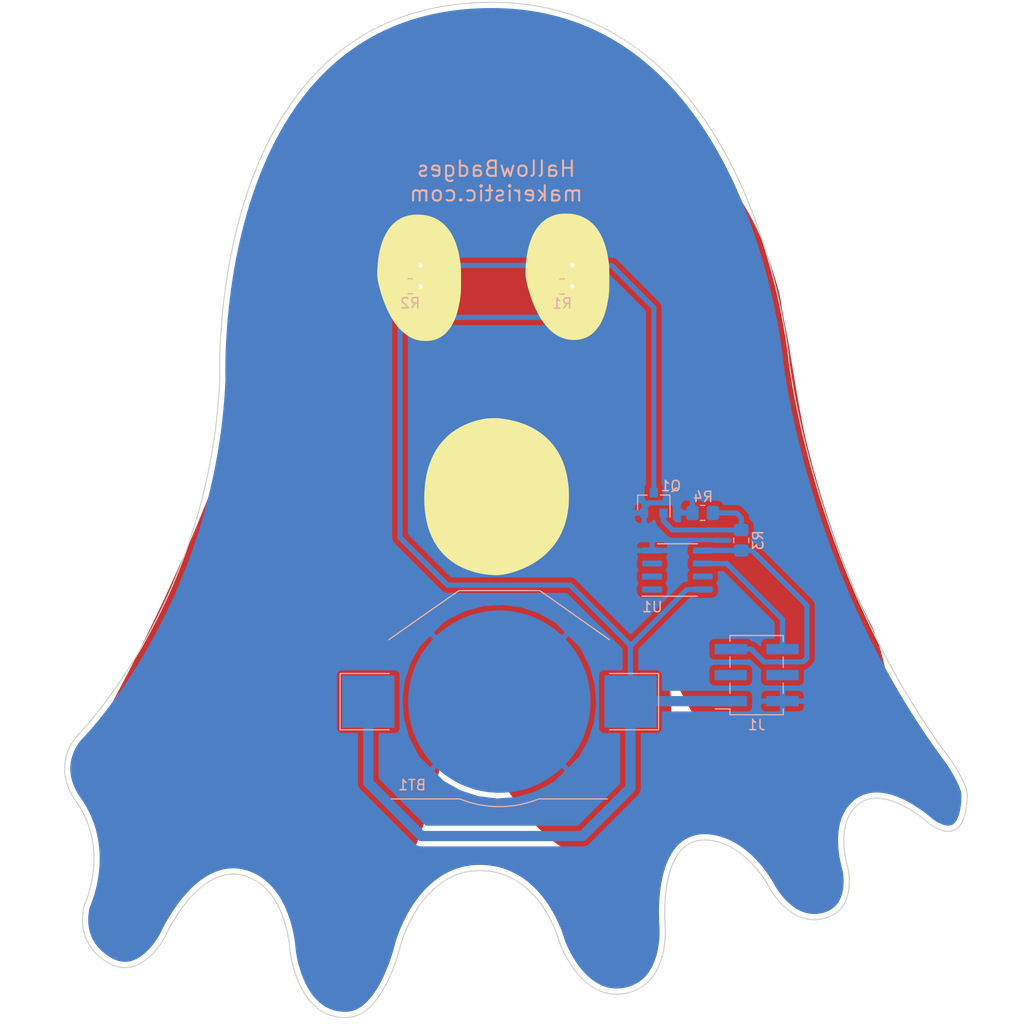
<source format=kicad_pcb>
(kicad_pcb (version 20171130) (host pcbnew "(5.1.7-0-10_14)")
  (layers (0 F.Cu signal) (31 B.Cu signal) (34 B.Paste user) (35 F.Paste user) (36 B.SilkS user) (37 F.SilkS user) (38 B.Mask user) (39 F.Mask user) (44 Edge.Cuts user))
  (net 0 "")
  (net 1 VCC)
  (net 2 GND)
  (net 3 "Net-(D1-Pad1)")
  (net 4 "Net-(D1-Pad2)")
  (net 5 "Net-(D2-Pad2)")
  (net 6 "Net-(J1-Pad3)")
  (net 7 "Net-(J1-Pad4)")
  (net 8 GPIO1)
  (net 9 GPIO2)
  (net 10 "Net-(Q1-Pad1)")
  (net 11 "Net-(U1-Pad1)")
  (net 12 "Net-(U1-Pad2)")
  (net 13 "Net-(U1-Pad3)")
  (net 14 "Net-(U1-Pad7)")
  (module HallowBadges:ghost-outline (layer F.Cu) (at 133.89356 91.92768)
    (fp_text reference Ref** hide)
    (fp_text value Val** hide)
    (fp_poly (pts (xy 1.101955 -43.870058) (xy 1.701224 -43.8576) (xy 2.286738 -43.83338) (xy 2.849447 -43.797588) (xy 3.376084 -43.750844) (xy 3.818489 -43.696152) (xy 4.292737 -43.620347) (xy 4.79467 -43.524593) (xy 5.320133 -43.410055) (xy 5.86497 -43.277897) (xy 6.425024 -43.129282) (xy 6.99614 -42.965376) (xy 7.574161 -42.787341) (xy 8.154932 -42.596343) (xy 8.734295 -42.393546) (xy 9.308097 -42.180113) (xy 9.872179 -41.957209) (xy 10.069428 -41.875969) (xy 10.764939 -41.575292) (xy 11.465324 -41.251081) (xy 12.158311 -40.909357) (xy 12.83163 -40.556144) (xy 13.377334 -40.252515) (xy 14.277515 -39.713346) (xy 15.163915 -39.134247) (xy 16.036323 -38.515384) (xy 16.894529 -37.856925) (xy 17.738325 -37.159037) (xy 18.567501 -36.421889) (xy 19.381847 -35.645646) (xy 20.181152 -34.830478) (xy 20.24123 -34.76699) (xy 20.954141 -33.98527) (xy 21.636903 -33.182982) (xy 22.28823 -32.362105) (xy 22.906836 -31.524622) (xy 23.491435 -30.672512) (xy 24.04074 -29.807758) (xy 24.553466 -28.93234) (xy 25.028325 -28.048238) (xy 25.464033 -27.157435) (xy 25.859302 -26.261911) (xy 26.020565 -25.865666) (xy 26.082761 -25.707768) (xy 26.140375 -25.559026) (xy 26.195016 -25.414791) (xy 26.248295 -25.270413) (xy 26.301821 -25.121244) (xy 26.357204 -24.962632) (xy 26.416055 -24.789929) (xy 26.479982 -24.598486) (xy 26.550595 -24.383651) (xy 26.629505 -24.140777) (xy 26.718321 -23.865213) (xy 26.783416 -23.66234) (xy 26.909365 -23.267941) (xy 27.022572 -22.910233) (xy 27.12393 -22.585831) (xy 27.214336 -22.29135) (xy 27.294685 -22.023405) (xy 27.365873 -21.77861) (xy 27.428795 -21.553582) (xy 27.484346 -21.344934) (xy 27.533423 -21.149281) (xy 27.57692 -20.963239) (xy 27.615733 -20.783423) (xy 27.650757 -20.606446) (xy 27.682889 -20.428926) (xy 27.713023 -20.247475) (xy 27.742055 -20.05871) (xy 27.748791 -20.013083) (xy 27.776594 -19.826098) (xy 27.803953 -19.648272) (xy 27.831795 -19.474462) (xy 27.86105 -19.299527) (xy 27.892644 -19.118324) (xy 27.927507 -18.92571) (xy 27.966565 -18.716544) (xy 28.010748 -18.485683) (xy 28.060984 -18.227985) (xy 28.1182 -17.938308) (xy 28.172219 -17.667085) (xy 28.211446 -17.470571) (xy 28.247129 -17.29132) (xy 28.279838 -17.126094) (xy 28.310146 -16.971657) (xy 28.338622 -16.82477) (xy 28.36584 -16.682197) (xy 28.392371 -16.540701) (xy 28.418785 -16.397044) (xy 28.445655 -16.24799) (xy 28.473552 -16.090302) (xy 28.503048 -15.920741) (xy 28.534713 -15.736071) (xy 28.56912 -15.533056) (xy 28.60684 -15.308457) (xy 28.648444 -15.059037) (xy 28.694504 -14.78156) (xy 28.745591 -14.472789) (xy 28.802277 -14.129485) (xy 28.865134 -13.748413) (xy 28.88095 -13.6525) (xy 28.987653 -13.007579) (xy 29.088682 -12.401845) (xy 29.184584 -11.832607) (xy 29.275903 -11.297179) (xy 29.363187 -10.792871) (xy 29.446981 -10.316996) (xy 29.52783 -9.866865) (xy 29.606282 -9.43979) (xy 29.682882 -9.033082) (xy 29.758176 -8.644053) (xy 29.83271 -8.270015) (xy 29.90703 -7.90828) (xy 29.981682 -7.55616) (xy 30.057212 -7.210965) (xy 30.134165 -6.870008) (xy 30.213089 -6.5306) (xy 30.294529 -6.190054) (xy 30.37903 -5.84568) (xy 30.467139 -5.494791) (xy 30.559402 -5.134698) (xy 30.656365 -4.762713) (xy 30.758574 -4.376147) (xy 30.785342 -4.275666) (xy 31.14645 -2.958097) (xy 31.523914 -1.650679) (xy 31.916624 -0.356586) (xy 32.323469 0.92101) (xy 32.743338 2.178935) (xy 33.175123 3.414016) (xy 33.617711 4.623081) (xy 34.069994 5.802956) (xy 34.530859 6.950468) (xy 34.999198 8.062444) (xy 35.4739 9.135712) (xy 35.493464 9.178802) (xy 35.595856 9.402035) (xy 35.706623 9.639848) (xy 35.822583 9.885652) (xy 35.940556 10.132862) (xy 36.057362 10.374889) (xy 36.16982 10.605146) (xy 36.274748 10.817046) (xy 36.368968 11.004001) (xy 36.449298 11.159424) (xy 36.45485 11.169958) (xy 36.521809 11.299539) (xy 36.584917 11.428052) (xy 36.646578 11.561199) (xy 36.709198 11.704679) (xy 36.775181 11.864191) (xy 36.846932 12.045435) (xy 36.926857 12.254112) (xy 37.017359 12.495921) (xy 37.039438 12.555511) (xy 37.193607 12.989124) (xy 37.339333 13.434593) (xy 37.478325 13.897885) (xy 37.612288 14.384972) (xy 37.742928 14.901821) (xy 37.871953 15.454403) (xy 37.885572 15.515167) (xy 38.025996 16.169479) (xy 38.155752 16.8257) (xy 38.274587 17.481035) (xy 38.382245 18.132689) (xy 38.478472 18.777866) (xy 38.563014 19.413771) (xy 38.635616 20.037609) (xy 38.696024 20.646584) (xy 38.743982 21.237902) (xy 38.779238 21.808767) (xy 38.801536 22.356384) (xy 38.810622 22.877957) (xy 38.80624 23.370692) (xy 38.788138 23.831792) (xy 38.75606 24.258463) (xy 38.714177 24.616834) (xy 38.655458 24.975195) (xy 38.585016 25.294203) (xy 38.502303 25.575332) (xy 38.406772 25.820062) (xy 38.297875 26.029867) (xy 38.175066 26.206225) (xy 38.090147 26.300983) (xy 37.980347 26.404065) (xy 37.882822 26.475983) (xy 37.787397 26.521463) (xy 37.683894 26.545229) (xy 37.562138 26.552007) (xy 37.549667 26.551942) (xy 37.401995 26.540324) (xy 37.258953 26.506063) (xy 37.110803 26.445853) (xy 36.947808 26.356391) (xy 36.916224 26.336978) (xy 36.707588 26.192062) (xy 36.483794 26.008069) (xy 36.245098 25.785347) (xy 35.991756 25.524247) (xy 35.724024 25.225119) (xy 35.442158 24.888311) (xy 35.146413 24.514173) (xy 34.837046 24.103056) (xy 34.514312 23.655308) (xy 34.178467 23.17128) (xy 33.829768 22.651321) (xy 33.46847 22.095781) (xy 33.09483 21.505009) (xy 32.709102 20.879355) (xy 32.311543 20.219169) (xy 31.902409 19.524801) (xy 31.793773 19.338026) (xy 31.681962 19.144284) (xy 31.556845 18.925733) (xy 31.422116 18.688946) (xy 31.281466 18.440497) (xy 31.13859 18.186958) (xy 30.99718 17.934903) (xy 30.860929 17.690905) (xy 30.733532 17.461536) (xy 30.61868 17.253371) (xy 30.520066 17.072981) (xy 30.490275 17.018) (xy 30.432385 16.911676) (xy 30.37944 16.815947) (xy 30.335566 16.73816) (xy 30.304891 16.685663) (xy 30.294106 16.66875) (xy 30.27263 16.640962) (xy 30.269464 16.64951) (xy 30.275679 16.679334) (xy 30.287092 16.735823) (xy 30.304326 16.828886) (xy 30.326506 16.953298) (xy 30.352752 17.103833) (xy 30.382186 17.275265) (xy 30.413932 17.462369) (xy 30.44711 17.65992) (xy 30.480844 17.862691) (xy 30.514256 18.065456) (xy 30.546467 18.262992) (xy 30.5766 18.450071) (xy 30.603777 18.621468) (xy 30.626262 18.766344) (xy 30.750189 19.601587) (xy 30.860533 20.399608) (xy 30.957546 21.163193) (xy 31.04148 21.895129) (xy 31.112589 22.5982) (xy 31.171126 23.275194) (xy 31.217341 23.928897) (xy 31.25149 24.562095) (xy 31.273824 25.177573) (xy 31.284595 25.778119) (xy 31.285737 26.036915) (xy 31.284522 26.386127) (xy 31.280442 26.700116) (xy 31.273126 26.98592) (xy 31.262202 27.250574) (xy 31.247302 27.501117) (xy 31.228053 27.744584) (xy 31.204086 27.988012) (xy 31.175029 28.23844) (xy 31.165975 28.310417) (xy 31.096057 28.773626) (xy 31.00951 29.19897) (xy 30.906452 29.586326) (xy 30.787001 29.935571) (xy 30.651272 30.246583) (xy 30.499383 30.519239) (xy 30.331451 30.753416) (xy 30.147593 30.948993) (xy 29.947926 31.105845) (xy 29.732566 31.22385) (xy 29.50163 31.302886) (xy 29.255236 31.342831) (xy 28.993501 31.34356) (xy 28.71654 31.304953) (xy 28.424472 31.226885) (xy 28.395084 31.217121) (xy 28.063145 31.086666) (xy 27.71964 30.915786) (xy 27.364808 30.704708) (xy 26.998891 30.453662) (xy 26.622129 30.162875) (xy 26.234765 29.832575) (xy 25.83704 29.46299) (xy 25.429194 29.054348) (xy 25.011469 28.606878) (xy 24.584107 28.120806) (xy 24.147347 27.596362) (xy 23.701433 27.033773) (xy 23.246604 26.433268) (xy 23.047291 26.162) (xy 22.596853 25.531242) (xy 22.136311 24.862407) (xy 21.667233 24.158111) (xy 21.191185 23.420971) (xy 20.709735 22.653602) (xy 20.224451 21.858621) (xy 19.7369 21.038643) (xy 19.248649 20.196285) (xy 18.761265 19.334162) (xy 18.276316 18.454891) (xy 17.79537 17.561088) (xy 17.319993 16.655368) (xy 17.125453 16.278048) (xy 17.043348 16.118276) (xy 16.967099 15.970505) (xy 16.8989 15.838942) (xy 16.840944 15.727793) (xy 16.795427 15.641265) (xy 16.764543 15.583564) (xy 16.750484 15.558895) (xy 16.750062 15.558381) (xy 16.74515 15.567881) (xy 16.749678 15.606473) (xy 16.750438 15.610417) (xy 16.75598 15.651155) (xy 16.764214 15.728914) (xy 16.77471 15.8385) (xy 16.787035 15.974714) (xy 16.800756 16.132363) (xy 16.815442 16.306249) (xy 16.83066 16.491176) (xy 16.845977 16.681949) (xy 16.860962 16.873371) (xy 16.875183 17.060246) (xy 16.888206 17.237379) (xy 16.899599 17.399572) (xy 16.900998 17.420167) (xy 16.959618 18.407686) (xy 17.001893 19.390261) (xy 17.027789 20.362626) (xy 17.037275 21.319514) (xy 17.030321 22.255659) (xy 17.006893 23.165795) (xy 16.966962 24.044655) (xy 16.943046 24.436917) (xy 16.881061 25.237253) (xy 16.802775 26.011645) (xy 16.708513 26.758301) (xy 16.598598 27.475429) (xy 16.473354 28.161237) (xy 16.333104 28.813935) (xy 16.178171 29.431731) (xy 16.008879 30.012833) (xy 15.850992 30.484834) (xy 15.639224 31.036769) (xy 15.411581 31.549529) (xy 15.167953 32.023224) (xy 14.908233 32.457968) (xy 14.63231 32.853874) (xy 14.340076 33.211052) (xy 14.031421 33.529617) (xy 13.706236 33.809679) (xy 13.364412 34.051351) (xy 13.00584 34.254746) (xy 12.63041 34.419975) (xy 12.238013 34.547152) (xy 11.828541 34.636388) (xy 11.811 34.639302) (xy 11.438798 34.681416) (xy 11.044431 34.690083) (xy 10.6306 34.666114) (xy 10.200006 34.610324) (xy 9.755349 34.523526) (xy 9.29933 34.406533) (xy 8.834647 34.260159) (xy 8.364003 34.085218) (xy 7.890097 33.882522) (xy 7.41563 33.652885) (xy 6.943301 33.397121) (xy 6.475812 33.116043) (xy 6.234503 32.959467) (xy 5.66919 32.560636) (xy 5.108768 32.120258) (xy 4.553704 31.638888) (xy 4.004469 31.11708) (xy 3.46153 30.55539) (xy 2.925359 29.954371) (xy 2.396423 29.314579) (xy 1.875192 28.636568) (xy 1.362135 27.920894) (xy 0.857721 27.168111) (xy 0.36242 26.378773) (xy -0.123299 25.553437) (xy -0.311052 25.220084) (xy -0.769426 24.369669) (xy -1.219349 23.481951) (xy -1.658743 22.561477) (xy -2.08553 21.612795) (xy -2.497629 20.640451) (xy -2.892964 19.648994) (xy -3.06868 19.187584) (xy -3.137757 19.001228) (xy -3.214403 18.790516) (xy -3.296133 18.56258) (xy -3.380462 18.324553) (xy -3.464902 18.083568) (xy -3.546968 17.846757) (xy -3.624175 17.621253) (xy -3.694035 17.414189) (xy -3.754064 17.232698) (xy -3.800872 17.086792) (xy -3.835863 16.977616) (xy -3.867251 16.884228) (xy -3.892635 16.813419) (xy -3.909616 16.771976) (xy -3.914962 16.764) (xy -3.922575 16.783681) (xy -3.934216 16.837499) (xy -3.948397 16.91762) (xy -3.963632 17.016208) (xy -3.966168 17.033875) (xy -3.984925 17.160891) (xy -4.01017 17.324059) (xy -4.040974 17.517853) (xy -4.076411 17.736747) (xy -4.115554 17.975214) (xy -4.157475 18.227727) (xy -4.201248 18.48876) (xy -4.245945 18.752788) (xy -4.290639 19.014282) (xy -4.334403 19.267717) (xy -4.376311 19.507566) (xy -4.415434 19.728302) (xy -4.450846 19.9244) (xy -4.453517 19.939) (xy -4.679095 21.132652) (xy -4.913396 22.29815) (xy -5.156122 23.434429) (xy -5.406976 24.540421) (xy -5.665659 25.615062) (xy -5.931874 26.657285) (xy -6.205321 27.666023) (xy -6.485703 28.640211) (xy -6.772722 29.578782) (xy -7.06608 30.48067) (xy -7.365478 31.34481) (xy -7.670618 32.170135) (xy -7.981203 32.955578) (xy -8.296933 33.700074) (xy -8.309708 33.729084) (xy -8.388989 33.904755) (xy -8.482712 34.105598) (xy -8.58735 34.324549) (xy -8.699376 34.554546) (xy -8.815263 34.788524) (xy -8.931483 35.019422) (xy -9.044509 35.240176) (xy -9.150814 35.443723) (xy -9.24687 35.623) (xy -9.329151 35.770944) (xy -9.3312 35.774528) (xy -9.620551 36.262571) (xy -9.908131 36.711702) (xy -10.1963 37.12514) (xy -10.487419 37.506105) (xy -10.783845 37.857814) (xy -11.08794 38.183488) (xy -11.122535 38.218439) (xy -11.381834 38.469254) (xy -11.628538 38.687107) (xy -11.8691 38.876843) (xy -12.109972 39.043305) (xy -12.357606 39.191338) (xy -12.558816 39.296736) (xy -12.926031 39.456781) (xy -13.295787 39.574772) (xy -13.667746 39.65065) (xy -14.041569 39.684355) (xy -14.416919 39.675828) (xy -14.609766 39.655071) (xy -14.961868 39.589045) (xy -15.320594 39.48573) (xy -15.68875 39.344212) (xy -15.978562 39.20956) (xy -16.387293 38.984552) (xy -16.777209 38.72545) (xy -17.14929 38.431294) (xy -17.504516 38.101122) (xy -17.843869 37.733972) (xy -18.168329 37.328884) (xy -18.478877 36.884897) (xy -18.683972 36.557998) (xy -18.967097 36.05388) (xy -19.233725 35.511215) (xy -19.483739 34.930493) (xy -19.717022 34.312202) (xy -19.933457 33.656834) (xy -20.132925 32.964876) (xy -20.315308 32.23682) (xy -20.480491 31.473154) (xy -20.628354 30.674368) (xy -20.758781 29.840951) (xy -20.871653 28.973393) (xy -20.966854 28.072184) (xy -21.044265 27.137814) (xy -21.081333 26.57475) (xy -21.094765 26.344488) (xy -21.106407 26.13126) (xy -21.116429 25.929292) (xy -21.125004 25.73281) (xy -21.132302 25.53604) (xy -21.138494 25.333207) (xy -21.143751 25.118538) (xy -21.148245 24.886257) (xy -21.152147 24.630591) (xy -21.155627 24.345765) (xy -21.158857 24.026006) (xy -21.159745 23.928917) (xy -21.16302 23.172369) (xy -21.158714 22.44603) (xy -21.1465 21.738399) (xy -21.126051 21.037977) (xy -21.097038 20.333264) (xy -21.059135 19.612761) (xy -21.018048 18.95475) (xy -21.005487 18.770787) (xy -20.991453 18.572949) (xy -20.976415 18.367234) (xy -20.960842 18.159645) (xy -20.945204 17.95618) (xy -20.929968 17.76284) (xy -20.915604 17.585625) (xy -20.90258 17.430535) (xy -20.891366 17.30357) (xy -20.882431 17.21073) (xy -20.87992 17.187334) (xy -20.882299 17.172262) (xy -20.897038 17.19661) (xy -20.92374 17.25943) (xy -20.962013 17.359773) (xy -21.011459 17.496694) (xy -21.02554 17.536584) (xy -21.48488 18.788466) (xy -21.985486 20.048793) (xy -22.527205 21.317253) (xy -23.109882 22.593535) (xy -23.733366 23.877331) (xy -24.397504 25.168328) (xy -25.102141 26.466218) (xy -25.847127 27.770689) (xy -26.632306 29.081431) (xy -27.041107 29.740948) (xy -27.267317 30.09906) (xy -27.498981 30.46047) (xy -27.734076 30.822255) (xy -27.970582 31.181492) (xy -28.206477 31.53526) (xy -28.439741 31.880635) (xy -28.668351 32.214696) (xy -28.890288 32.534519) (xy -29.103529 32.837183) (xy -29.306054 33.119764) (xy -29.495842 33.379342) (xy -29.670871 33.612992) (xy -29.829121 33.817792) (xy -29.968569 33.990821) (xy -30.033861 34.068294) (xy -30.430842 34.517095) (xy -30.829821 34.942211) (xy -31.228739 35.341892) (xy -31.625534 35.71439) (xy -32.018146 36.057956) (xy -32.404512 36.370842) (xy -32.782573 36.651298) (xy -33.150267 36.897578) (xy -33.505534 37.10793) (xy -33.787548 37.25306) (xy -34.121018 37.39763) (xy -34.436116 37.504259) (xy -34.733272 37.572937) (xy -35.012915 37.603654) (xy -35.275472 37.596399) (xy -35.521373 37.551161) (xy -35.751048 37.46793) (xy -35.964924 37.346695) (xy -36.155844 37.194487) (xy -36.332958 37.006907) (xy -36.494964 36.784672) (xy -36.642045 36.527184) (xy -36.774387 36.233846) (xy -36.892175 35.904063) (xy -36.995593 35.537238) (xy -37.084825 35.132773) (xy -37.160058 34.690072) (xy -37.221474 34.208538) (xy -37.26926 33.687576) (xy -37.277773 33.570334) (xy -37.284988 33.437304) (xy -37.29095 33.268378) (xy -37.295662 33.069974) (xy -37.299122 32.848509) (xy -37.301331 32.610404) (xy -37.30229 32.362074) (xy -37.301998 32.10994) (xy -37.300457 31.860419) (xy -37.297666 31.619929) (xy -37.293625 31.394889) (xy -37.288334 31.191717) (xy -37.281795 31.016831) (xy -37.277669 30.935084) (xy -37.204234 29.841634) (xy -37.107494 28.747216) (xy -36.98662 27.644506) (xy -36.840785 26.526178) (xy -36.66916 25.384907) (xy -36.606503 25.00068) (xy -36.578917 24.833368) (xy -36.554009 24.679845) (xy -36.532537 24.54497) (xy -36.515258 24.433603) (xy -36.502928 24.350606) (xy -36.496306 24.300839) (xy -36.495542 24.288241) (xy -36.514713 24.296359) (xy -36.560709 24.323303) (xy -36.625314 24.364146) (xy -36.660666 24.387334) (xy -36.924258 24.542619) (xy -37.189387 24.660607) (xy -37.453249 24.740611) (xy -37.713037 24.781944) (xy -37.965948 24.783918) (xy -38.165127 24.755921) (xy -38.378147 24.690549) (xy -38.586073 24.588584) (xy -38.781622 24.455712) (xy -38.957509 24.297618) (xy -39.106449 24.119985) (xy -39.218551 23.933847) (xy -39.271655 23.821023) (xy -39.311869 23.721614) (xy -39.34091 23.626547) (xy -39.360493 23.526748) (xy -39.372335 23.413142) (xy -39.378152 23.276654) (xy -39.379661 23.108211) (xy -39.379628 23.08225) (xy -39.377386 22.901941) (xy -39.370226 22.749545) (xy -39.356231 22.613435) (xy -39.333486 22.481988) (xy -39.300074 22.343578) (xy -39.25408 22.18658) (xy -39.208679 22.045084) (xy -39.174651 21.944476) (xy -39.139622 21.848173) (xy -39.101548 21.752002) (xy -39.058382 21.65179) (xy -39.00808 21.543364) (xy -38.948596 21.422551) (xy -38.877885 21.285179) (xy -38.793903 21.127074) (xy -38.694603 20.944065) (xy -38.577941 20.731978) (xy -38.466901 20.531667) (xy -38.053104 19.780741) (xy -37.626677 18.994844) (xy -37.189982 18.178598) (xy -36.745378 17.336621) (xy -36.295227 16.473533) (xy -35.841889 15.593956) (xy -35.387724 14.702509) (xy -34.935094 13.803812) (xy -34.486359 12.902485) (xy -34.04388 12.003149) (xy -33.610017 11.110422) (xy -33.187132 10.228926) (xy -32.98354 9.800167) (xy -32.126039 7.965908) (xy -31.296397 6.14661) (xy -30.494884 4.343008) (xy -29.721769 2.555841) (xy -28.977322 0.785843) (xy -28.26181 -0.966247) (xy -28.194465 -1.136345) (xy -7.089553 -1.136345) (xy -7.084527 -0.705049) (xy -7.068781 -0.370055) (xy -7.015586 0.223617) (xy -6.935106 0.786205) (xy -6.826745 1.319485) (xy -6.689905 1.825233) (xy -6.523991 2.305224) (xy -6.328406 2.761236) (xy -6.102555 3.195044) (xy -5.84584 3.608424) (xy -5.633352 3.90525) (xy -5.542523 4.017235) (xy -5.426245 4.148779) (xy -5.291796 4.292606) (xy -5.146451 4.44144) (xy -4.997488 4.588005) (xy -4.852183 4.725024) (xy -4.717812 4.84522) (xy -4.601653 4.941318) (xy -4.582583 4.955993) (xy -4.14542 5.262012) (xy -3.688778 5.531552) (xy -3.2115 5.765118) (xy -2.71243 5.96322) (xy -2.190411 6.126364) (xy -1.644284 6.255059) (xy -1.602816 6.26324) (xy -1.171921 6.337596) (xy -0.76234 6.388988) (xy -0.376936 6.417272) (xy -0.01857 6.422305) (xy 0.309897 6.403944) (xy 0.554929 6.37133) (xy 1.02465 6.27418) (xy 1.506322 6.144908) (xy 1.989051 5.987033) (xy 2.461943 5.804074) (xy 2.852865 5.629154) (xy 3.364428 5.363071) (xy 3.844075 5.06959) (xy 4.291403 4.749237) (xy 4.706008 4.402542) (xy 5.087487 4.030033) (xy 5.435438 3.632237) (xy 5.749456 3.209682) (xy 6.029139 2.762898) (xy 6.274083 2.292412) (xy 6.483886 1.798752) (xy 6.658143 1.282447) (xy 6.796453 0.744025) (xy 6.86945 0.367386) (xy 6.908726 0.119104) (xy 6.939342 -0.11479) (xy 6.96212 -0.344917) (xy 6.977881 -0.581896) (xy 6.987447 -0.836349) (xy 6.991639 -1.118894) (xy 6.99198 -1.217083) (xy 6.986208 -1.649856) (xy 6.967234 -2.051826) (xy 6.934134 -2.432704) (xy 6.885985 -2.802199) (xy 6.821866 -3.170023) (xy 6.792867 -3.312583) (xy 6.657632 -3.86222) (xy 6.489646 -4.38539) (xy 6.289072 -4.881869) (xy 6.056075 -5.351436) (xy 5.790816 -5.793869) (xy 5.49346 -6.208946) (xy 5.164171 -6.596444) (xy 4.803111 -6.956141) (xy 4.410445 -7.287815) (xy 3.986336 -7.591244) (xy 3.530947 -7.866205) (xy 3.382988 -7.94587) (xy 2.900177 -8.176133) (xy 2.389705 -8.375624) (xy 1.851091 -8.544488) (xy 1.283857 -8.682872) (xy 0.687524 -8.790919) (xy 0.508 -8.816745) (xy 0.344566 -8.834735) (xy 0.15552 -8.848599) (xy -0.049312 -8.858188) (xy -0.260106 -8.863356) (xy -0.467036 -8.863954) (xy -0.660275 -8.859834) (xy -0.83 -8.850847) (xy -0.9525 -8.838744) (xy -1.515035 -8.744106) (xy -2.071845 -8.608577) (xy -2.624666 -8.431875) (xy -2.769691 -8.375586) (xy -2.940916 -8.301987) (xy -3.128465 -8.215913) (xy -3.322458 -8.122199) (xy -3.513019 -8.02568) (xy -3.690267 -7.931192) (xy -3.844327 -7.843568) (xy -3.915833 -7.799903) (xy -4.345972 -7.504079) (xy -4.745482 -7.179144) (xy -5.114201 -6.82538) (xy -5.451965 -6.44307) (xy -5.758611 -6.032495) (xy -6.033977 -5.593938) (xy -6.277899 -5.127681) (xy -6.490214 -4.634006) (xy -6.67076 -4.113196) (xy -6.819373 -3.565533) (xy -6.93589 -2.991298) (xy -7.015246 -2.434166) (xy -7.05451 -2.016412) (xy -7.079413 -1.578635) (xy -7.089553 -1.136345) (xy -28.194465 -1.136345) (xy -27.575504 -2.699693) (xy -26.918673 -4.413759) (xy -26.291586 -6.107707) (xy -25.694511 -7.780801) (xy -25.127719 -9.432303) (xy -24.591478 -11.061478) (xy -24.086058 -12.667588) (xy -23.611727 -14.249897) (xy -23.168755 -15.807667) (xy -22.757412 -17.340162) (xy -22.377965 -18.846646) (xy -22.120065 -19.934739) (xy -21.98309 -20.536005) (xy -21.856054 -21.109441) (xy -21.7373 -21.663445) (xy -21.625177 -22.206417) (xy -21.518029 -22.746756) (xy -21.463733 -23.032344) (xy -11.677995 -23.032344) (xy -11.671832 -22.777004) (xy -11.654622 -22.551249) (xy -11.629379 -22.378564) (xy -11.532913 -21.927773) (xy -11.414286 -21.464999) (xy -11.276298 -20.99827) (xy -11.121747 -20.535613) (xy -10.953432 -20.085057) (xy -10.774151 -19.654628) (xy -10.586704 -19.252355) (xy -10.442367 -18.973815) (xy -10.191538 -18.544057) (xy -9.928386 -18.153604) (xy -9.65315 -17.80266) (xy -9.366068 -17.49143) (xy -9.067381 -17.220118) (xy -8.757328 -16.988929) (xy -8.436147 -16.798067) (xy -8.104078 -16.647737) (xy -7.761361 -16.538143) (xy -7.535333 -16.489261) (xy -7.322393 -16.461821) (xy -7.086145 -16.448836) (xy -6.843077 -16.450331) (xy -6.609679 -16.466333) (xy -6.4526 -16.487577) (xy -6.120608 -16.564914) (xy -5.807405 -16.680148) (xy -5.51312 -16.833175) (xy -5.237879 -17.023894) (xy -4.981811 -17.252203) (xy -4.745044 -17.517998) (xy -4.527704 -17.821179) (xy -4.329921 -18.161642) (xy -4.309192 -18.201701) (xy -4.137878 -18.573324) (xy -3.986777 -18.979072) (xy -3.855697 -19.419673) (xy -3.744442 -19.895851) (xy -3.65282 -20.408333) (xy -3.585681 -20.912666) (xy -3.576006 -21.021943) (xy -3.567226 -21.167542) (xy -3.559412 -21.343458) (xy -3.552637 -21.543688) (xy -3.54697 -21.762228) (xy -3.542484 -21.993074) (xy -3.539249 -22.230223) (xy -3.537337 -22.467671) (xy -3.536818 -22.699413) (xy -3.537763 -22.919447) (xy -3.540245 -23.121767) (xy -3.540457 -23.131041) (xy 2.802553 -23.131041) (xy 2.802839 -22.965483) (xy 2.807157 -22.829683) (xy 2.810941 -22.775333) (xy 2.835048 -22.580108) (xy 2.875071 -22.35218) (xy 2.929404 -22.097381) (xy 2.996443 -21.821547) (xy 3.074581 -21.530511) (xy 3.162214 -21.230107) (xy 3.257736 -20.926169) (xy 3.359542 -20.62453) (xy 3.466028 -20.331024) (xy 3.527323 -20.171833) (xy 3.601975 -19.990714) (xy 3.690661 -19.789379) (xy 3.788866 -19.57711) (xy 3.89207 -19.363187) (xy 3.995757 -19.156893) (xy 4.095409 -18.967508) (xy 4.186508 -18.804313) (xy 4.222785 -18.743083) (xy 4.481547 -18.346294) (xy 4.752972 -17.988119) (xy 5.036558 -17.668844) (xy 5.331805 -17.388753) (xy 5.638211 -17.148128) (xy 5.955276 -16.947256) (xy 6.282499 -16.78642) (xy 6.619379 -16.665904) (xy 6.965415 -16.585992) (xy 7.320105 -16.54697) (xy 7.682949 -16.54912) (xy 8.022167 -16.587483) (xy 8.349266 -16.661514) (xy 8.65878 -16.773751) (xy 8.950373 -16.923743) (xy 9.223709 -17.111034) (xy 9.478451 -17.335173) (xy 9.714265 -17.595706) (xy 9.930813 -17.892179) (xy 10.127759 -18.22414) (xy 10.304768 -18.591135) (xy 10.461504 -18.992711) (xy 10.597629 -19.428415) (xy 10.712809 -19.897794) (xy 10.794459 -20.325686) (xy 10.823105 -20.499684) (xy 10.847533 -20.657169) (xy 10.868074 -20.803417) (xy 10.885058 -20.9437) (xy 10.898814 -21.083294) (xy 10.909672 -21.227474) (xy 10.917963 -21.381513) (xy 10.924015 -21.550687) (xy 10.928159 -21.740269) (xy 10.930725 -21.955535) (xy 10.932043 -22.201758) (xy 10.932442 -22.484213) (xy 10.932443 -22.531916) (xy 10.932177 -22.809696) (xy 10.931241 -23.050336) (xy 10.929311 -23.259032) (xy 10.926067 -23.440976) (xy 10.921188 -23.601362) (xy 10.914352 -23.745384) (xy 10.905237 -23.878234) (xy 10.893523 -24.005106) (xy 10.878888 -24.131193) (xy 10.861011 -24.26169) (xy 10.83957 -24.401789) (xy 10.814245 -24.556684) (xy 10.803019 -24.623567) (xy 10.701112 -25.139307) (xy 10.574822 -25.623797) (xy 10.424527 -26.076511) (xy 10.250605 -26.496923) (xy 10.053435 -26.884508) (xy 9.833397 -27.238739) (xy 9.590868 -27.559092) (xy 9.326226 -27.845039) (xy 9.039852 -28.096055) (xy 8.732123 -28.311615) (xy 8.403418 -28.491193) (xy 8.054115 -28.634262) (xy 7.874 -28.691326) (xy 7.685824 -28.741955) (xy 7.512077 -28.780237) (xy 7.341634 -28.807589) (xy 7.163373 -28.825425) (xy 6.966172 -28.835163) (xy 6.738907 -28.838219) (xy 6.720417 -28.838218) (xy 6.504541 -28.835676) (xy 6.32028 -28.827569) (xy 6.157131 -28.812604) (xy 6.004592 -28.789486) (xy 5.852159 -28.756922) (xy 5.68933 -28.713618) (xy 5.67471 -28.709411) (xy 5.329721 -28.588216) (xy 5.005547 -28.43039) (xy 4.702417 -28.236296) (xy 4.420561 -28.006294) (xy 4.160206 -27.740745) (xy 3.921584 -27.44001) (xy 3.704924 -27.104451) (xy 3.510453 -26.734428) (xy 3.338403 -26.330303) (xy 3.189001 -25.892436) (xy 3.062478 -25.42119) (xy 2.959063 -24.916924) (xy 2.878984 -24.380001) (xy 2.868153 -24.289356) (xy 2.850758 -24.117733) (xy 2.835534 -23.926586) (xy 2.822791 -23.72413) (xy 2.81284 -23.518578) (xy 2.805991 -23.318144) (xy 2.802553 -23.131041) (xy -3.540457 -23.131041) (xy -3.544333 -23.300372) (xy -3.5501 -23.449256) (xy -3.554715 -23.526325) (xy -3.601768 -24.015413) (xy -3.671227 -24.494845) (xy -3.761848 -24.959588) (xy -3.872389 -25.404607) (xy -4.001607 -25.824869) (xy -4.148259 -26.21534) (xy -4.301642 -26.552204) (xy -4.51299 -26.934499) (xy -4.745728 -27.280292) (xy -4.999801 -27.589551) (xy -5.275157 -27.86224) (xy -5.57174 -28.098325) (xy -5.889496 -28.297772) (xy -6.228372 -28.460547) (xy -6.588312 -28.586615) (xy -6.969264 -28.675942) (xy -7.371173 -28.728494) (xy -7.762596 -28.744333) (xy -8.162815 -28.725764) (xy -8.542642 -28.670157) (xy -8.901912 -28.577663) (xy -9.240458 -28.448433) (xy -9.558116 -28.282617) (xy -9.854721 -28.080366) (xy -10.130107 -27.841831) (xy -10.384108 -27.567162) (xy -10.616559 -27.256511) (xy -10.827296 -26.910028) (xy -11.016152 -26.527863) (xy -11.182963 -26.110168) (xy -11.327562 -25.657093) (xy -11.385182 -25.442333) (xy -11.450719 -25.159646) (xy -11.508916 -24.860027) (xy -11.559309 -24.549289) (xy -11.601434 -24.233249) (xy -11.634829 -23.917719) (xy -11.65903 -23.608516) (xy -11.673573 -23.311452) (xy -11.677995 -23.032344) (xy -21.463733 -23.032344) (xy -21.414202 -23.29286) (xy -21.312043 -23.853129) (xy -21.209898 -24.435963) (xy -21.106113 -25.049759) (xy -21.070912 -25.262416) (xy -20.99618 -25.708245) (xy -20.924687 -26.117737) (xy -20.85526 -26.496659) (xy -20.786728 -26.850776) (xy -20.717919 -27.185855) (xy -20.647662 -27.507662) (xy -20.574783 -27.821964) (xy -20.498112 -28.134526) (xy -20.444991 -28.342166) (xy -20.176873 -29.301484) (xy -19.878572 -30.231462) (xy -19.55015 -31.13202) (xy -19.191668 -32.00308) (xy -18.803187 -32.844563) (xy -18.384769 -33.656388) (xy -17.936476 -34.438476) (xy -17.458369 -35.190749) (xy -16.950508 -35.913125) (xy -16.412957 -36.605527) (xy -15.845775 -37.267875) (xy -15.249025 -37.900088) (xy -14.622768 -38.502089) (xy -13.967065 -39.073797) (xy -13.281978 -39.615133) (xy -12.567569 -40.126018) (xy -11.823898 -40.606372) (xy -11.051027 -41.056115) (xy -10.308166 -41.445809) (xy -9.485008 -41.833114) (xy -8.635724 -42.18772) (xy -7.761403 -42.509358) (xy -6.86313 -42.797756) (xy -5.941993 -43.052646) (xy -4.999078 -43.273758) (xy -4.035473 -43.460821) (xy -3.052264 -43.613566) (xy -2.050537 -43.731722) (xy -1.031381 -43.81502) (xy -0.687916 -43.834997) (xy -0.101664 -43.858944) (xy 0.497976 -43.870569) (xy 1.101955 -43.870058)) (layer F.Cu) (width 0.01))
    (fp_line (start -40.27657 38.5939) (end -40.27657 38.5939) (layer Edge.Cuts) (width 0.1))
    (fp_line (start -40.27657 38.5939) (end -40.22546 38.4786) (layer Edge.Cuts) (width 0.1))
    (fp_line (start -40.22546 38.4786) (end -40.18645 38.385) (layer Edge.Cuts) (width 0.1))
    (fp_line (start -40.18645 38.385) (end -40.149 38.2915) (layer Edge.Cuts) (width 0.1))
    (fp_line (start -40.149 38.2915) (end -40.11317 38.1988) (layer Edge.Cuts) (width 0.1))
    (fp_line (start -40.11317 38.1988) (end -40.07821 38.1053) (layer Edge.Cuts) (width 0.1))
    (fp_line (start -40.07821 38.1053) (end -40.04414 38.0112) (layer Edge.Cuts) (width 0.1))
    (fp_line (start -40.04414 38.0112) (end -40.01094 37.9167) (layer Edge.Cuts) (width 0.1))
    (fp_line (start -40.01094 37.9167) (end -39.9788 37.8223) (layer Edge.Cuts) (width 0.1))
    (fp_line (start -39.9788 37.8223) (end -39.9477 37.7279) (layer Edge.Cuts) (width 0.1))
    (fp_line (start -39.9477 37.7279) (end -39.9172 37.6328) (layer Edge.Cuts) (width 0.1))
    (fp_line (start -39.9172 37.6328) (end -39.8874 37.537) (layer Edge.Cuts) (width 0.1))
    (fp_line (start -39.8874 37.537) (end -39.8588 37.4418) (layer Edge.Cuts) (width 0.1))
    (fp_line (start -39.8588 37.4418) (end -39.831 37.3466) (layer Edge.Cuts) (width 0.1))
    (fp_line (start -39.831 37.3466) (end -39.8038 37.2504) (layer Edge.Cuts) (width 0.1))
    (fp_line (start -39.8038 37.2504) (end -39.7775 37.1544) (layer Edge.Cuts) (width 0.1))
    (fp_line (start -39.7775 37.1544) (end -39.752 37.0582) (layer Edge.Cuts) (width 0.1))
    (fp_line (start -39.752 37.0582) (end -39.7273 36.9615) (layer Edge.Cuts) (width 0.1))
    (fp_line (start -39.7273 36.9615) (end -39.7035 36.8651) (layer Edge.Cuts) (width 0.1))
    (fp_line (start -39.7035 36.8651) (end -39.6803 36.7681) (layer Edge.Cuts) (width 0.1))
    (fp_line (start -39.6803 36.7681) (end -39.658 36.671) (layer Edge.Cuts) (width 0.1))
    (fp_line (start -39.658 36.671) (end -39.6367 36.5746) (layer Edge.Cuts) (width 0.1))
    (fp_line (start -39.6367 36.5746) (end -39.6161 36.4779) (layer Edge.Cuts) (width 0.1))
    (fp_line (start -39.6161 36.4779) (end -39.5963 36.381) (layer Edge.Cuts) (width 0.1))
    (fp_line (start -39.5963 36.381) (end -39.5773 36.284) (layer Edge.Cuts) (width 0.1))
    (fp_line (start -39.5773 36.284) (end -39.5591 36.1866) (layer Edge.Cuts) (width 0.1))
    (fp_line (start -39.5591 36.1866) (end -39.5415 36.0882) (layer Edge.Cuts) (width 0.1))
    (fp_line (start -39.5415 36.0882) (end -39.5248 35.99) (layer Edge.Cuts) (width 0.1))
    (fp_line (start -39.5248 35.99) (end -39.5088 35.8916) (layer Edge.Cuts) (width 0.1))
    (fp_line (start -39.5088 35.8916) (end -39.4937 35.7924) (layer Edge.Cuts) (width 0.1))
    (fp_line (start -39.4937 35.7924) (end -39.4794 35.6937) (layer Edge.Cuts) (width 0.1))
    (fp_line (start -39.4794 35.6937) (end -39.466 35.5954) (layer Edge.Cuts) (width 0.1))
    (fp_line (start -39.466 35.5954) (end -39.4535 35.4971) (layer Edge.Cuts) (width 0.1))
    (fp_line (start -39.4535 35.4971) (end -39.4417 35.3979) (layer Edge.Cuts) (width 0.1))
    (fp_line (start -39.4417 35.3979) (end -39.4307 35.2984) (layer Edge.Cuts) (width 0.1))
    (fp_line (start -39.4307 35.2984) (end -39.4207 35.1995) (layer Edge.Cuts) (width 0.1))
    (fp_line (start -39.4207 35.1995) (end -39.4116 35.1009) (layer Edge.Cuts) (width 0.1))
    (fp_line (start -39.4116 35.1009) (end -39.4032 35.0017) (layer Edge.Cuts) (width 0.1))
    (fp_line (start -39.4032 35.0017) (end -39.3957 34.9024) (layer Edge.Cuts) (width 0.1))
    (fp_line (start -39.3957 34.9024) (end -39.3892 34.8035) (layer Edge.Cuts) (width 0.1))
    (fp_line (start -39.3892 34.8035) (end -39.3834 34.7041) (layer Edge.Cuts) (width 0.1))
    (fp_line (start -39.3834 34.7041) (end -39.3786 34.6049) (layer Edge.Cuts) (width 0.1))
    (fp_line (start -39.3786 34.6049) (end -39.3746 34.5058) (layer Edge.Cuts) (width 0.1))
    (fp_line (start -39.3746 34.5058) (end -39.3716 34.406) (layer Edge.Cuts) (width 0.1))
    (fp_line (start -39.3716 34.406) (end -39.3694 34.3065) (layer Edge.Cuts) (width 0.1))
    (fp_line (start -39.3694 34.3065) (end -39.3681 34.2065) (layer Edge.Cuts) (width 0.1))
    (fp_line (start -39.3681 34.2065) (end -39.3678 34.1068) (layer Edge.Cuts) (width 0.1))
    (fp_line (start -39.3678 34.1068) (end -39.3684 34.0068) (layer Edge.Cuts) (width 0.1))
    (fp_line (start -39.3684 34.0068) (end -39.3699 33.9072) (layer Edge.Cuts) (width 0.1))
    (fp_line (start -39.3699 33.9072) (end -39.3723 33.8075) (layer Edge.Cuts) (width 0.1))
    (fp_line (start -39.3723 33.8075) (end -39.3757 33.7083) (layer Edge.Cuts) (width 0.1))
    (fp_line (start -39.3757 33.7083) (end -39.38 33.6087) (layer Edge.Cuts) (width 0.1))
    (fp_line (start -39.38 33.6087) (end -39.3852 33.5094) (layer Edge.Cuts) (width 0.1))
    (fp_line (start -39.3852 33.5094) (end -39.3914 33.4102) (layer Edge.Cuts) (width 0.1))
    (fp_line (start -39.3914 33.4102) (end -39.3986 33.3103) (layer Edge.Cuts) (width 0.1))
    (fp_line (start -39.3986 33.3103) (end -39.4068 33.2107) (layer Edge.Cuts) (width 0.1))
    (fp_line (start -39.4068 33.2107) (end -39.4159 33.112) (layer Edge.Cuts) (width 0.1))
    (fp_line (start -39.4159 33.112) (end -39.4259 33.0131) (layer Edge.Cuts) (width 0.1))
    (fp_line (start -39.4259 33.0131) (end -39.437 32.9138) (layer Edge.Cuts) (width 0.1))
    (fp_line (start -39.437 32.9138) (end -39.4491 32.8144) (layer Edge.Cuts) (width 0.1))
    (fp_line (start -39.4491 32.8144) (end -39.4623 32.715) (layer Edge.Cuts) (width 0.1))
    (fp_line (start -39.4623 32.715) (end -39.4764 32.6156) (layer Edge.Cuts) (width 0.1))
    (fp_line (start -39.4764 32.6156) (end -39.4916 32.5164) (layer Edge.Cuts) (width 0.1))
    (fp_line (start -39.4916 32.5164) (end -39.5077 32.4174) (layer Edge.Cuts) (width 0.1))
    (fp_line (start -39.5077 32.4174) (end -39.5248 32.3189) (layer Edge.Cuts) (width 0.1))
    (fp_line (start -39.5248 32.3189) (end -39.5429 32.2208) (layer Edge.Cuts) (width 0.1))
    (fp_line (start -39.5429 32.2208) (end -39.5619 32.1233) (layer Edge.Cuts) (width 0.1))
    (fp_line (start -39.5619 32.1233) (end -39.582 32.0258) (layer Edge.Cuts) (width 0.1))
    (fp_line (start -39.582 32.0258) (end -39.6032 31.928) (layer Edge.Cuts) (width 0.1))
    (fp_line (start -39.6032 31.928) (end -39.6252 31.8312) (layer Edge.Cuts) (width 0.1))
    (fp_line (start -39.6252 31.8312) (end -39.6482 31.7348) (layer Edge.Cuts) (width 0.1))
    (fp_line (start -39.6482 31.7348) (end -39.6724 31.638) (layer Edge.Cuts) (width 0.1))
    (fp_line (start -39.6724 31.638) (end -39.6976 31.5414) (layer Edge.Cuts) (width 0.1))
    (fp_line (start -39.6976 31.5414) (end -39.7236 31.4458) (layer Edge.Cuts) (width 0.1))
    (fp_line (start -39.7236 31.4458) (end -39.7507 31.3502) (layer Edge.Cuts) (width 0.1))
    (fp_line (start -39.7507 31.3502) (end -39.7789 31.255) (layer Edge.Cuts) (width 0.1))
    (fp_line (start -39.7789 31.255) (end -39.8081 31.1597) (layer Edge.Cuts) (width 0.1))
    (fp_line (start -39.8081 31.1597) (end -39.8385 31.0642) (layer Edge.Cuts) (width 0.1))
    (fp_line (start -39.8385 31.0642) (end -39.8698 30.9697) (layer Edge.Cuts) (width 0.1))
    (fp_line (start -39.8698 30.9697) (end -39.9019 30.8758) (layer Edge.Cuts) (width 0.1))
    (fp_line (start -39.9019 30.8758) (end -39.9351 30.782) (layer Edge.Cuts) (width 0.1))
    (fp_line (start -39.9351 30.782) (end -39.9694 30.6885) (layer Edge.Cuts) (width 0.1))
    (fp_line (start -39.9694 30.6885) (end -40.00452 30.5957) (layer Edge.Cuts) (width 0.1))
    (fp_line (start -40.00452 30.5957) (end -40.04059 30.5035) (layer Edge.Cuts) (width 0.1))
    (fp_line (start -40.04059 30.5035) (end -40.07772 30.4114) (layer Edge.Cuts) (width 0.1))
    (fp_line (start -40.07772 30.4114) (end -40.11577 30.32) (layer Edge.Cuts) (width 0.1))
    (fp_line (start -40.11577 30.32) (end -40.15484 30.2288) (layer Edge.Cuts) (width 0.1))
    (fp_line (start -40.15484 30.2288) (end -40.19501 30.1378) (layer Edge.Cuts) (width 0.1))
    (fp_line (start -40.19501 30.1378) (end -40.23604 30.0474) (layer Edge.Cuts) (width 0.1))
    (fp_line (start -40.23604 30.0474) (end -40.27846 29.9567) (layer Edge.Cuts) (width 0.1))
    (fp_line (start -40.27846 29.9567) (end -40.3215 29.8671) (layer Edge.Cuts) (width 0.1))
    (fp_line (start -40.3215 29.8671) (end -40.3653 29.7784) (layer Edge.Cuts) (width 0.1))
    (fp_line (start -40.3653 29.7784) (end -40.41042 29.6894) (layer Edge.Cuts) (width 0.1))
    (fp_line (start -40.41042 29.6894) (end -40.4566 29.6007) (layer Edge.Cuts) (width 0.1))
    (fp_line (start -40.4566 29.6007) (end -40.50373 29.5124) (layer Edge.Cuts) (width 0.1))
    (fp_line (start -40.50373 29.5124) (end -40.5516 29.4251) (layer Edge.Cuts) (width 0.1))
    (fp_line (start -40.5516 29.4251) (end -40.60026 29.3384) (layer Edge.Cuts) (width 0.1))
    (fp_line (start -40.60026 29.3384) (end -40.64952 29.2529) (layer Edge.Cuts) (width 0.1))
    (fp_line (start -40.64952 29.2529) (end -40.6999 29.1674) (layer Edge.Cuts) (width 0.1))
    (fp_line (start -40.6999 29.1674) (end -40.75114 29.0826) (layer Edge.Cuts) (width 0.1))
    (fp_line (start -40.75114 29.0826) (end -40.80322 28.9983) (layer Edge.Cuts) (width 0.1))
    (fp_line (start -40.80322 28.9983) (end -40.85637 28.9143) (layer Edge.Cuts) (width 0.1))
    (fp_line (start -40.85637 28.9143) (end -40.91057 28.8305) (layer Edge.Cuts) (width 0.1))
    (fp_line (start -40.91057 28.8305) (end -40.96535 28.7477) (layer Edge.Cuts) (width 0.1))
    (fp_line (start -40.96535 28.7477) (end -41.02138 28.6649) (layer Edge.Cuts) (width 0.1))
    (fp_line (start -41.02138 28.6649) (end -41.07812 28.5829) (layer Edge.Cuts) (width 0.1))
    (fp_line (start -41.07812 28.5829) (end -41.13586 28.5012) (layer Edge.Cuts) (width 0.1))
    (fp_line (start -41.13586 28.5012) (end -41.19248 28.4195) (layer Edge.Cuts) (width 0.1))
    (fp_line (start -41.19248 28.4195) (end -41.24841 28.3366) (layer Edge.Cuts) (width 0.1))
    (fp_line (start -41.24841 28.3366) (end -41.30298 28.2533) (layer Edge.Cuts) (width 0.1))
    (fp_line (start -41.30298 28.2533) (end -41.35643 28.1692) (layer Edge.Cuts) (width 0.1))
    (fp_line (start -41.35643 28.1692) (end -41.40894 28.084) (layer Edge.Cuts) (width 0.1))
    (fp_line (start -41.40894 28.084) (end -41.45992 27.9986) (layer Edge.Cuts) (width 0.1))
    (fp_line (start -41.45992 27.9986) (end -41.50956 27.9126) (layer Edge.Cuts) (width 0.1))
    (fp_line (start -41.50956 27.9126) (end -41.55805 27.8256) (layer Edge.Cuts) (width 0.1))
    (fp_line (start -41.55805 27.8256) (end -41.60507 27.7382) (layer Edge.Cuts) (width 0.1))
    (fp_line (start -41.60507 27.7382) (end -41.65078 27.6499) (layer Edge.Cuts) (width 0.1))
    (fp_line (start -41.65078 27.6499) (end -41.69491 27.5613) (layer Edge.Cuts) (width 0.1))
    (fp_line (start -41.69491 27.5613) (end -41.73778 27.4716) (layer Edge.Cuts) (width 0.1))
    (fp_line (start -41.73778 27.4716) (end -41.77929 27.3809) (layer Edge.Cuts) (width 0.1))
    (fp_line (start -41.77929 27.3809) (end -41.81935 27.2894) (layer Edge.Cuts) (width 0.1))
    (fp_line (start -41.81935 27.2894) (end -41.85787 27.197) (layer Edge.Cuts) (width 0.1))
    (fp_line (start -41.85787 27.197) (end -41.89477 27.1039) (layer Edge.Cuts) (width 0.1))
    (fp_line (start -41.89477 27.1039) (end -41.92998 27.0101) (layer Edge.Cuts) (width 0.1))
    (fp_line (start -41.92998 27.0101) (end -41.96344 26.9159) (layer Edge.Cuts) (width 0.1))
    (fp_line (start -41.96344 26.9159) (end -41.99509 26.8211) (layer Edge.Cuts) (width 0.1))
    (fp_line (start -41.99509 26.8211) (end -42.02486 26.726) (layer Edge.Cuts) (width 0.1))
    (fp_line (start -42.02486 26.726) (end -42.05274 26.6306) (layer Edge.Cuts) (width 0.1))
    (fp_line (start -42.05274 26.6306) (end -42.07866 26.5351) (layer Edge.Cuts) (width 0.1))
    (fp_line (start -42.07866 26.5351) (end -42.10261 26.4394) (layer Edge.Cuts) (width 0.1))
    (fp_line (start -42.10261 26.4394) (end -42.12471 26.3431) (layer Edge.Cuts) (width 0.1))
    (fp_line (start -42.12471 26.3431) (end -42.145 26.2456) (layer Edge.Cuts) (width 0.1))
    (fp_line (start -42.145 26.2456) (end -42.16318 26.1483) (layer Edge.Cuts) (width 0.1))
    (fp_line (start -42.16318 26.1483) (end -42.17935 26.0508) (layer Edge.Cuts) (width 0.1))
    (fp_line (start -42.17935 26.0508) (end -42.19353 25.9525) (layer Edge.Cuts) (width 0.1))
    (fp_line (start -42.19353 25.9525) (end -42.20562 25.8542) (layer Edge.Cuts) (width 0.1))
    (fp_line (start -42.20562 25.8542) (end -42.21565 25.7555) (layer Edge.Cuts) (width 0.1))
    (fp_line (start -42.21565 25.7555) (end -42.22353 25.6569) (layer Edge.Cuts) (width 0.1))
    (fp_line (start -42.22353 25.6569) (end -42.22933 25.5577) (layer Edge.Cuts) (width 0.1))
    (fp_line (start -42.22933 25.5577) (end -42.233 25.4579) (layer Edge.Cuts) (width 0.1))
    (fp_line (start -42.233 25.4579) (end -42.23449 25.3578) (layer Edge.Cuts) (width 0.1))
    (fp_line (start -42.23449 25.3578) (end -42.23379 25.2581) (layer Edge.Cuts) (width 0.1))
    (fp_line (start -42.23379 25.2581) (end -42.23095 25.1593) (layer Edge.Cuts) (width 0.1))
    (fp_line (start -42.23095 25.1593) (end -42.22594 25.0601) (layer Edge.Cuts) (width 0.1))
    (fp_line (start -42.22594 25.0601) (end -42.21872 24.9604) (layer Edge.Cuts) (width 0.1))
    (fp_line (start -42.21872 24.9604) (end -42.20936 24.8613) (layer Edge.Cuts) (width 0.1))
    (fp_line (start -42.20936 24.8613) (end -42.19791 24.7628) (layer Edge.Cuts) (width 0.1))
    (fp_line (start -42.19791 24.7628) (end -42.18437 24.6649) (layer Edge.Cuts) (width 0.1))
    (fp_line (start -42.18437 24.6649) (end -42.16867 24.5668) (layer Edge.Cuts) (width 0.1))
    (fp_line (start -42.16867 24.5668) (end -42.15089 24.4692) (layer Edge.Cuts) (width 0.1))
    (fp_line (start -42.15089 24.4692) (end -42.13113 24.3724) (layer Edge.Cuts) (width 0.1))
    (fp_line (start -42.13113 24.3724) (end -42.10913 24.2751) (layer Edge.Cuts) (width 0.1))
    (fp_line (start -42.10913 24.2751) (end -42.0851 24.1784) (layer Edge.Cuts) (width 0.1))
    (fp_line (start -42.0851 24.1784) (end -42.05934 24.0833) (layer Edge.Cuts) (width 0.1))
    (fp_line (start -42.05934 24.0833) (end -42.0316 23.9885) (layer Edge.Cuts) (width 0.1))
    (fp_line (start -42.0316 23.9885) (end -42.00182 23.894) (layer Edge.Cuts) (width 0.1))
    (fp_line (start -42.00182 23.894) (end -41.96993 23.7995) (layer Edge.Cuts) (width 0.1))
    (fp_line (start -41.96993 23.7995) (end -41.93626 23.706) (layer Edge.Cuts) (width 0.1))
    (fp_line (start -41.93626 23.706) (end -41.90061 23.6129) (layer Edge.Cuts) (width 0.1))
    (fp_line (start -41.90061 23.6129) (end -41.86318 23.5207) (layer Edge.Cuts) (width 0.1))
    (fp_line (start -41.86318 23.5207) (end -41.82419 23.4297) (layer Edge.Cuts) (width 0.1))
    (fp_line (start -41.82419 23.4297) (end -41.78372 23.3401) (layer Edge.Cuts) (width 0.1))
    (fp_line (start -41.78372 23.3401) (end -41.74129 23.2508) (layer Edge.Cuts) (width 0.1))
    (fp_line (start -41.74129 23.2508) (end -41.69688 23.1617) (layer Edge.Cuts) (width 0.1))
    (fp_line (start -41.69688 23.1617) (end -41.65129 23.0744) (layer Edge.Cuts) (width 0.1))
    (fp_line (start -41.65129 23.0744) (end -41.60391 22.9877) (layer Edge.Cuts) (width 0.1))
    (fp_line (start -41.60391 22.9877) (end -41.55465 22.9015) (layer Edge.Cuts) (width 0.1))
    (fp_line (start -41.55465 22.9015) (end -41.50394 22.8164) (layer Edge.Cuts) (width 0.1))
    (fp_line (start -41.50394 22.8164) (end -41.45169 22.7324) (layer Edge.Cuts) (width 0.1))
    (fp_line (start -41.45169 22.7324) (end -41.39787 22.6494) (layer Edge.Cuts) (width 0.1))
    (fp_line (start -41.39787 22.6494) (end -41.34231 22.5672) (layer Edge.Cuts) (width 0.1))
    (fp_line (start -41.34231 22.5672) (end -41.28503 22.4859) (layer Edge.Cuts) (width 0.1))
    (fp_line (start -41.28503 22.4859) (end -41.22575 22.4052) (layer Edge.Cuts) (width 0.1))
    (fp_line (start -41.22575 22.4052) (end -41.16477 22.3257) (layer Edge.Cuts) (width 0.1))
    (fp_line (start -41.16477 22.3257) (end -41.10217 22.2477) (layer Edge.Cuts) (width 0.1))
    (fp_line (start -41.10217 22.2477) (end -41.03634 22.1696) (layer Edge.Cuts) (width 0.1))
    (fp_line (start -41.03634 22.1696) (end -40.95253 22.0758) (layer Edge.Cuts) (width 0.1))
    (fp_line (start -40.95253 22.0758) (end -40.9277 22.0512) (layer Edge.Cuts) (width 0.1))
    (fp_line (start -40.9277 22.0512) (end -40.83896 21.9595) (layer Edge.Cuts) (width 0.1))
    (fp_line (start -40.83896 21.9595) (end -40.76857 21.8852) (layer Edge.Cuts) (width 0.1))
    (fp_line (start -40.76857 21.8852) (end -40.69938 21.8113) (layer Edge.Cuts) (width 0.1))
    (fp_line (start -40.69938 21.8113) (end -40.63113 21.7375) (layer Edge.Cuts) (width 0.1))
    (fp_line (start -40.63113 21.7375) (end -40.56302 21.6632) (layer Edge.Cuts) (width 0.1))
    (fp_line (start -40.56302 21.6632) (end -40.4955 21.5889) (layer Edge.Cuts) (width 0.1))
    (fp_line (start -40.4955 21.5889) (end -40.42829 21.5143) (layer Edge.Cuts) (width 0.1))
    (fp_line (start -40.42829 21.5143) (end -40.36111 21.4392) (layer Edge.Cuts) (width 0.1))
    (fp_line (start -40.36111 21.4392) (end -40.29467 21.3644) (layer Edge.Cuts) (width 0.1))
    (fp_line (start -40.29467 21.3644) (end -40.22892 21.2898) (layer Edge.Cuts) (width 0.1))
    (fp_line (start -40.22892 21.2898) (end -40.16294 21.2145) (layer Edge.Cuts) (width 0.1))
    (fp_line (start -40.16294 21.2145) (end -40.09704 21.1387) (layer Edge.Cuts) (width 0.1))
    (fp_line (start -40.09704 21.1387) (end -40.03148 21.0629) (layer Edge.Cuts) (width 0.1))
    (fp_line (start -40.03148 21.0629) (end -39.9665 20.9874) (layer Edge.Cuts) (width 0.1))
    (fp_line (start -39.9665 20.9874) (end -39.902 20.9119) (layer Edge.Cuts) (width 0.1))
    (fp_line (start -39.902 20.9119) (end -39.8373 20.8358) (layer Edge.Cuts) (width 0.1))
    (fp_line (start -39.8373 20.8358) (end -39.7726 20.7592) (layer Edge.Cuts) (width 0.1))
    (fp_line (start -39.7726 20.7592) (end -39.708 20.6823) (layer Edge.Cuts) (width 0.1))
    (fp_line (start -39.708 20.6823) (end -39.6436 20.6052) (layer Edge.Cuts) (width 0.1))
    (fp_line (start -39.6436 20.6052) (end -39.5795 20.5281) (layer Edge.Cuts) (width 0.1))
    (fp_line (start -39.5795 20.5281) (end -39.5158 20.451) (layer Edge.Cuts) (width 0.1))
    (fp_line (start -39.5158 20.451) (end -39.4525 20.3742) (layer Edge.Cuts) (width 0.1))
    (fp_line (start -39.4525 20.3742) (end -39.3894 20.2971) (layer Edge.Cuts) (width 0.1))
    (fp_line (start -39.3894 20.2971) (end -39.3261 20.2193) (layer Edge.Cuts) (width 0.1))
    (fp_line (start -39.3261 20.2193) (end -39.2634 20.1419) (layer Edge.Cuts) (width 0.1))
    (fp_line (start -39.2634 20.1419) (end -39.2011 20.0646) (layer Edge.Cuts) (width 0.1))
    (fp_line (start -39.2011 20.0646) (end -39.1386 19.9868) (layer Edge.Cuts) (width 0.1))
    (fp_line (start -39.1386 19.9868) (end -39.0766 19.9091) (layer Edge.Cuts) (width 0.1))
    (fp_line (start -39.0766 19.9091) (end -39.0145 19.8311) (layer Edge.Cuts) (width 0.1))
    (fp_line (start -39.0145 19.8311) (end -38.953 19.7532) (layer Edge.Cuts) (width 0.1))
    (fp_line (start -38.953 19.7532) (end -38.891 19.6746) (layer Edge.Cuts) (width 0.1))
    (fp_line (start -38.891 19.6746) (end -38.8291 19.5956) (layer Edge.Cuts) (width 0.1))
    (fp_line (start -38.8291 19.5956) (end -38.7679 19.5171) (layer Edge.Cuts) (width 0.1))
    (fp_line (start -38.7679 19.5171) (end -38.7065 19.4381) (layer Edge.Cuts) (width 0.1))
    (fp_line (start -38.7065 19.4381) (end -38.6455 19.3592) (layer Edge.Cuts) (width 0.1))
    (fp_line (start -38.6455 19.3592) (end -38.5847 19.2802) (layer Edge.Cuts) (width 0.1))
    (fp_line (start -38.5847 19.2802) (end -38.5239 19.2009) (layer Edge.Cuts) (width 0.1))
    (fp_line (start -38.5239 19.2009) (end -38.4636 19.1219) (layer Edge.Cuts) (width 0.1))
    (fp_line (start -38.4636 19.1219) (end -38.4036 19.0428) (layer Edge.Cuts) (width 0.1))
    (fp_line (start -38.4036 19.0428) (end -38.3433 18.9632) (layer Edge.Cuts) (width 0.1))
    (fp_line (start -38.3433 18.9632) (end -38.2831 18.8832) (layer Edge.Cuts) (width 0.1))
    (fp_line (start -38.2831 18.8832) (end -38.2235 18.8037) (layer Edge.Cuts) (width 0.1))
    (fp_line (start -38.2235 18.8037) (end -38.1642 18.7243) (layer Edge.Cuts) (width 0.1))
    (fp_line (start -38.1642 18.7243) (end -38.1048 18.6443) (layer Edge.Cuts) (width 0.1))
    (fp_line (start -38.1048 18.6443) (end -38.0452 18.5639) (layer Edge.Cuts) (width 0.1))
    (fp_line (start -38.0452 18.5639) (end -37.9858 18.4832) (layer Edge.Cuts) (width 0.1))
    (fp_line (start -37.9858 18.4832) (end -37.927 18.4031) (layer Edge.Cuts) (width 0.1))
    (fp_line (start -37.927 18.4031) (end -37.8686 18.3232) (layer Edge.Cuts) (width 0.1))
    (fp_line (start -37.8686 18.3232) (end -37.8102 18.2429) (layer Edge.Cuts) (width 0.1))
    (fp_line (start -37.8102 18.2429) (end -37.7516 18.1622) (layer Edge.Cuts) (width 0.1))
    (fp_line (start -37.7516 18.1622) (end -37.6931 18.081) (layer Edge.Cuts) (width 0.1))
    (fp_line (start -37.6931 18.081) (end -37.6345 17.9995) (layer Edge.Cuts) (width 0.1))
    (fp_line (start -37.6345 17.9995) (end -37.5761 17.9179) (layer Edge.Cuts) (width 0.1))
    (fp_line (start -37.5761 17.9179) (end -37.5184 17.8369) (layer Edge.Cuts) (width 0.1))
    (fp_line (start -37.5184 17.8369) (end -37.4611 17.7563) (layer Edge.Cuts) (width 0.1))
    (fp_line (start -37.4611 17.7563) (end -37.4039 17.6754) (layer Edge.Cuts) (width 0.1))
    (fp_line (start -37.4039 17.6754) (end -37.3466 17.5941) (layer Edge.Cuts) (width 0.1))
    (fp_line (start -37.3466 17.5941) (end -37.2894 17.5125) (layer Edge.Cuts) (width 0.1))
    (fp_line (start -37.2894 17.5125) (end -37.2322 17.4306) (layer Edge.Cuts) (width 0.1))
    (fp_line (start -37.2322 17.4306) (end -37.1751 17.3484) (layer Edge.Cuts) (width 0.1))
    (fp_line (start -37.1751 17.3484) (end -37.1179 17.2659) (layer Edge.Cuts) (width 0.1))
    (fp_line (start -37.1179 17.2659) (end -37.0608 17.1831) (layer Edge.Cuts) (width 0.1))
    (fp_line (start -37.0608 17.1831) (end -37.004 17.1004) (layer Edge.Cuts) (width 0.1))
    (fp_line (start -37.004 17.1004) (end -36.9477 17.0182) (layer Edge.Cuts) (width 0.1))
    (fp_line (start -36.9477 17.0182) (end -36.8915 16.9357) (layer Edge.Cuts) (width 0.1))
    (fp_line (start -36.8915 16.9357) (end -36.8356 16.8533) (layer Edge.Cuts) (width 0.1))
    (fp_line (start -36.8356 16.8533) (end -36.7802 16.7713) (layer Edge.Cuts) (width 0.1))
    (fp_line (start -36.7802 16.7713) (end -36.7249 16.6892) (layer Edge.Cuts) (width 0.1))
    (fp_line (start -36.7249 16.6892) (end -36.6696 16.6069) (layer Edge.Cuts) (width 0.1))
    (fp_line (start -36.6696 16.6069) (end -36.6145 16.5243) (layer Edge.Cuts) (width 0.1))
    (fp_line (start -36.6145 16.5243) (end -36.5594 16.4416) (layer Edge.Cuts) (width 0.1))
    (fp_line (start -36.5594 16.4416) (end -36.5045 16.3586) (layer Edge.Cuts) (width 0.1))
    (fp_line (start -36.5045 16.3586) (end -36.4496 16.2755) (layer Edge.Cuts) (width 0.1))
    (fp_line (start -36.4496 16.2755) (end -36.3949 16.1922) (layer Edge.Cuts) (width 0.1))
    (fp_line (start -36.3949 16.1922) (end -36.3402 16.1088) (layer Edge.Cuts) (width 0.1))
    (fp_line (start -36.3402 16.1088) (end -36.2857 16.0252) (layer Edge.Cuts) (width 0.1))
    (fp_line (start -36.2857 16.0252) (end -36.2313 15.9414) (layer Edge.Cuts) (width 0.1))
    (fp_line (start -36.2313 15.9414) (end -36.177 15.8575) (layer Edge.Cuts) (width 0.1))
    (fp_line (start -36.177 15.8575) (end -36.1228 15.7734) (layer Edge.Cuts) (width 0.1))
    (fp_line (start -36.1228 15.7734) (end -36.0688 15.6892) (layer Edge.Cuts) (width 0.1))
    (fp_line (start -36.0688 15.6892) (end -36.0149 15.6049) (layer Edge.Cuts) (width 0.1))
    (fp_line (start -36.0149 15.6049) (end -35.9611 15.5205) (layer Edge.Cuts) (width 0.1))
    (fp_line (start -35.9611 15.5205) (end -35.9075 15.4359) (layer Edge.Cuts) (width 0.1))
    (fp_line (start -35.9075 15.4359) (end -35.854 15.3512) (layer Edge.Cuts) (width 0.1))
    (fp_line (start -35.854 15.3512) (end -35.8007 15.2665) (layer Edge.Cuts) (width 0.1))
    (fp_line (start -35.8007 15.2665) (end -35.7475 15.1816) (layer Edge.Cuts) (width 0.1))
    (fp_line (start -35.7475 15.1816) (end -35.6945 15.0966) (layer Edge.Cuts) (width 0.1))
    (fp_line (start -35.6945 15.0966) (end -35.6416 15.0116) (layer Edge.Cuts) (width 0.1))
    (fp_line (start -35.6416 15.0116) (end -35.5889 14.9264) (layer Edge.Cuts) (width 0.1))
    (fp_line (start -35.5889 14.9264) (end -35.5364 14.8412) (layer Edge.Cuts) (width 0.1))
    (fp_line (start -35.5364 14.8412) (end -35.484 14.7559) (layer Edge.Cuts) (width 0.1))
    (fp_line (start -35.484 14.7559) (end -35.4318 14.6706) (layer Edge.Cuts) (width 0.1))
    (fp_line (start -35.4318 14.6706) (end -35.3798 14.5852) (layer Edge.Cuts) (width 0.1))
    (fp_line (start -35.3798 14.5852) (end -35.3279 14.4997) (layer Edge.Cuts) (width 0.1))
    (fp_line (start -35.3279 14.4997) (end -35.2763 14.4142) (layer Edge.Cuts) (width 0.1))
    (fp_line (start -35.2763 14.4142) (end -35.2248 14.3287) (layer Edge.Cuts) (width 0.1))
    (fp_line (start -35.2248 14.3287) (end -35.1734 14.2431) (layer Edge.Cuts) (width 0.1))
    (fp_line (start -35.1734 14.2431) (end -35.1223 14.1574) (layer Edge.Cuts) (width 0.1))
    (fp_line (start -35.1223 14.1574) (end -35.0714 14.0718) (layer Edge.Cuts) (width 0.1))
    (fp_line (start -35.0714 14.0718) (end -35.0206 13.9861) (layer Edge.Cuts) (width 0.1))
    (fp_line (start -35.0206 13.9861) (end -34.9701 13.9004) (layer Edge.Cuts) (width 0.1))
    (fp_line (start -34.9701 13.9004) (end -34.9197 13.8147) (layer Edge.Cuts) (width 0.1))
    (fp_line (start -34.9197 13.8147) (end -34.8695 13.7289) (layer Edge.Cuts) (width 0.1))
    (fp_line (start -34.8695 13.7289) (end -34.8195 13.6432) (layer Edge.Cuts) (width 0.1))
    (fp_line (start -34.8195 13.6432) (end -34.7698 13.5574) (layer Edge.Cuts) (width 0.1))
    (fp_line (start -34.7698 13.5574) (end -34.7202 13.4717) (layer Edge.Cuts) (width 0.1))
    (fp_line (start -34.7202 13.4717) (end -34.6708 13.386) (layer Edge.Cuts) (width 0.1))
    (fp_line (start -34.6708 13.386) (end -34.6214 13.2999) (layer Edge.Cuts) (width 0.1))
    (fp_line (start -34.6214 13.2999) (end -34.5718 13.2131) (layer Edge.Cuts) (width 0.1))
    (fp_line (start -34.5718 13.2131) (end -34.5225 13.1263) (layer Edge.Cuts) (width 0.1))
    (fp_line (start -34.5225 13.1263) (end -34.4733 13.0395) (layer Edge.Cuts) (width 0.1))
    (fp_line (start -34.4733 13.0395) (end -34.4243 12.9527) (layer Edge.Cuts) (width 0.1))
    (fp_line (start -34.4243 12.9527) (end -34.3754 12.8657) (layer Edge.Cuts) (width 0.1))
    (fp_line (start -34.3754 12.8657) (end -34.3263 12.7779) (layer Edge.Cuts) (width 0.1))
    (fp_line (start -34.3263 12.7779) (end -34.2774 12.6901) (layer Edge.Cuts) (width 0.1))
    (fp_line (start -34.2774 12.6901) (end -34.2287 12.6024) (layer Edge.Cuts) (width 0.1))
    (fp_line (start -34.2287 12.6024) (end -34.1802 12.5148) (layer Edge.Cuts) (width 0.1))
    (fp_line (start -34.1802 12.5148) (end -34.132 12.4272) (layer Edge.Cuts) (width 0.1))
    (fp_line (start -34.132 12.4272) (end -34.084 12.3397) (layer Edge.Cuts) (width 0.1))
    (fp_line (start -34.084 12.3397) (end -34.0362 12.2522) (layer Edge.Cuts) (width 0.1))
    (fp_line (start -34.0362 12.2522) (end -33.9887 12.1647) (layer Edge.Cuts) (width 0.1))
    (fp_line (start -33.9887 12.1647) (end -33.9414 12.0774) (layer Edge.Cuts) (width 0.1))
    (fp_line (start -33.9414 12.0774) (end -33.8943 11.9901) (layer Edge.Cuts) (width 0.1))
    (fp_line (start -33.8943 11.9901) (end -33.8475 11.9029) (layer Edge.Cuts) (width 0.1))
    (fp_line (start -33.8475 11.9029) (end -33.8007 11.8154) (layer Edge.Cuts) (width 0.1))
    (fp_line (start -33.8007 11.8154) (end -33.7537 11.7272) (layer Edge.Cuts) (width 0.1))
    (fp_line (start -33.7537 11.7272) (end -33.707 11.6392) (layer Edge.Cuts) (width 0.1))
    (fp_line (start -33.707 11.6392) (end -33.6604 11.5508) (layer Edge.Cuts) (width 0.1))
    (fp_line (start -33.6604 11.5508) (end -33.6136 11.4619) (layer Edge.Cuts) (width 0.1))
    (fp_line (start -33.6136 11.4619) (end -33.567 11.373) (layer Edge.Cuts) (width 0.1))
    (fp_line (start -33.567 11.373) (end -33.5207 11.2842) (layer Edge.Cuts) (width 0.1))
    (fp_line (start -33.5207 11.2842) (end -33.4747 11.1956) (layer Edge.Cuts) (width 0.1))
    (fp_line (start -33.4747 11.1956) (end -33.4289 11.107) (layer Edge.Cuts) (width 0.1))
    (fp_line (start -33.4289 11.107) (end -33.3834 11.0186) (layer Edge.Cuts) (width 0.1))
    (fp_line (start -33.3834 11.0186) (end -33.3381 10.9302) (layer Edge.Cuts) (width 0.1))
    (fp_line (start -33.3381 10.9302) (end -33.293 10.842) (layer Edge.Cuts) (width 0.1))
    (fp_line (start -33.293 10.842) (end -33.248 10.7535) (layer Edge.Cuts) (width 0.1))
    (fp_line (start -33.248 10.7535) (end -33.203 10.6645) (layer Edge.Cuts) (width 0.1))
    (fp_line (start -33.203 10.6645) (end -33.158 10.5752) (layer Edge.Cuts) (width 0.1))
    (fp_line (start -33.158 10.5752) (end -33.1129 10.4853) (layer Edge.Cuts) (width 0.1))
    (fp_line (start -33.1129 10.4853) (end -33.068 10.3956) (layer Edge.Cuts) (width 0.1))
    (fp_line (start -33.068 10.3956) (end -33.0234 10.306) (layer Edge.Cuts) (width 0.1))
    (fp_line (start -33.0234 10.306) (end -32.9791 10.2166) (layer Edge.Cuts) (width 0.1))
    (fp_line (start -32.9791 10.2166) (end -32.9351 10.1273) (layer Edge.Cuts) (width 0.1))
    (fp_line (start -32.9351 10.1273) (end -32.8913 10.0381) (layer Edge.Cuts) (width 0.1))
    (fp_line (start -32.8913 10.0381) (end -32.8478 9.9491) (layer Edge.Cuts) (width 0.1))
    (fp_line (start -32.8478 9.9491) (end -32.8043 9.8599) (layer Edge.Cuts) (width 0.1))
    (fp_line (start -32.8043 9.8599) (end -32.7607 9.7698) (layer Edge.Cuts) (width 0.1))
    (fp_line (start -32.7607 9.7698) (end -32.7169 9.6792) (layer Edge.Cuts) (width 0.1))
    (fp_line (start -32.7169 9.6792) (end -32.6734 9.5887) (layer Edge.Cuts) (width 0.1))
    (fp_line (start -32.6734 9.5887) (end -32.6303 9.4984) (layer Edge.Cuts) (width 0.1))
    (fp_line (start -32.6303 9.4984) (end -32.5873 9.4083) (layer Edge.Cuts) (width 0.1))
    (fp_line (start -32.5873 9.4083) (end -32.5447 9.3184) (layer Edge.Cuts) (width 0.1))
    (fp_line (start -32.5447 9.3184) (end -32.5023 9.2286) (layer Edge.Cuts) (width 0.1))
    (fp_line (start -32.5023 9.2286) (end -32.4602 9.139) (layer Edge.Cuts) (width 0.1))
    (fp_line (start -32.4602 9.139) (end -32.4182 9.0493) (layer Edge.Cuts) (width 0.1))
    (fp_line (start -32.4182 9.0493) (end -32.376 8.9587) (layer Edge.Cuts) (width 0.1))
    (fp_line (start -32.376 8.9587) (end -32.3338 8.8676) (layer Edge.Cuts) (width 0.1))
    (fp_line (start -32.3338 8.8676) (end -32.2918 8.7767) (layer Edge.Cuts) (width 0.1))
    (fp_line (start -32.2918 8.7767) (end -32.2502 8.686) (layer Edge.Cuts) (width 0.1))
    (fp_line (start -32.2502 8.686) (end -32.2088 8.5955) (layer Edge.Cuts) (width 0.1))
    (fp_line (start -32.2088 8.5955) (end -32.1677 8.5052) (layer Edge.Cuts) (width 0.1))
    (fp_line (start -32.1677 8.5052) (end -32.1267 8.4148) (layer Edge.Cuts) (width 0.1))
    (fp_line (start -32.1267 8.4148) (end -32.0855 8.3235) (layer Edge.Cuts) (width 0.1))
    (fp_line (start -32.0855 8.3235) (end -32.0444 8.2319) (layer Edge.Cuts) (width 0.1))
    (fp_line (start -32.0444 8.2319) (end -32.0035 8.1404) (layer Edge.Cuts) (width 0.1))
    (fp_line (start -32.0035 8.1404) (end -31.9629 8.0491) (layer Edge.Cuts) (width 0.1))
    (fp_line (start -31.9629 8.0491) (end -31.9226 7.9581) (layer Edge.Cuts) (width 0.1))
    (fp_line (start -31.9226 7.9581) (end -31.8826 7.8674) (layer Edge.Cuts) (width 0.1))
    (fp_line (start -31.8826 7.8674) (end -31.8427 7.7765) (layer Edge.Cuts) (width 0.1))
    (fp_line (start -31.8427 7.7765) (end -31.8027 7.6848) (layer Edge.Cuts) (width 0.1))
    (fp_line (start -31.8027 7.6848) (end -31.7626 7.5927) (layer Edge.Cuts) (width 0.1))
    (fp_line (start -31.7626 7.5927) (end -31.7229 7.5009) (layer Edge.Cuts) (width 0.1))
    (fp_line (start -31.7229 7.5009) (end -31.6835 7.4093) (layer Edge.Cuts) (width 0.1))
    (fp_line (start -31.6835 7.4093) (end -31.6443 7.318) (layer Edge.Cuts) (width 0.1))
    (fp_line (start -31.6443 7.318) (end -31.6055 7.2269) (layer Edge.Cuts) (width 0.1))
    (fp_line (start -31.6055 7.2269) (end -31.5667 7.1355) (layer Edge.Cuts) (width 0.1))
    (fp_line (start -31.5667 7.1355) (end -31.5276 7.0429) (layer Edge.Cuts) (width 0.1))
    (fp_line (start -31.5276 7.0429) (end -31.4888 6.9507) (layer Edge.Cuts) (width 0.1))
    (fp_line (start -31.4888 6.9507) (end -31.4503 6.8587) (layer Edge.Cuts) (width 0.1))
    (fp_line (start -31.4503 6.8587) (end -31.4121 6.767) (layer Edge.Cuts) (width 0.1))
    (fp_line (start -31.4121 6.767) (end -31.3741 6.6752) (layer Edge.Cuts) (width 0.1))
    (fp_line (start -31.3741 6.6752) (end -31.336 6.5827) (layer Edge.Cuts) (width 0.1))
    (fp_line (start -31.336 6.5827) (end -31.2979 6.4899) (layer Edge.Cuts) (width 0.1))
    (fp_line (start -31.2979 6.4899) (end -31.2601 6.3974) (layer Edge.Cuts) (width 0.1))
    (fp_line (start -31.2601 6.3974) (end -31.2227 6.3052) (layer Edge.Cuts) (width 0.1))
    (fp_line (start -31.2227 6.3052) (end -31.1855 6.2132) (layer Edge.Cuts) (width 0.1))
    (fp_line (start -31.1855 6.2132) (end -31.1484 6.121) (layer Edge.Cuts) (width 0.1))
    (fp_line (start -31.1484 6.121) (end -31.1111 6.0277) (layer Edge.Cuts) (width 0.1))
    (fp_line (start -31.1111 6.0277) (end -31.0741 5.9348) (layer Edge.Cuts) (width 0.1))
    (fp_line (start -31.0741 5.9348) (end -31.0374 5.8422) (layer Edge.Cuts) (width 0.1))
    (fp_line (start -31.0374 5.8422) (end -31.001 5.7498) (layer Edge.Cuts) (width 0.1))
    (fp_line (start -31.001 5.7498) (end -30.9646 5.6572) (layer Edge.Cuts) (width 0.1))
    (fp_line (start -30.9646 5.6572) (end -30.9281 5.5637) (layer Edge.Cuts) (width 0.1))
    (fp_line (start -30.9281 5.5637) (end -30.8919 5.4704) (layer Edge.Cuts) (width 0.1))
    (fp_line (start -30.8919 5.4704) (end -30.856 5.3776) (layer Edge.Cuts) (width 0.1))
    (fp_line (start -30.856 5.3776) (end -30.8205 5.285) (layer Edge.Cuts) (width 0.1))
    (fp_line (start -30.8205 5.285) (end -30.785 5.1922) (layer Edge.Cuts) (width 0.1))
    (fp_line (start -30.785 5.1922) (end -30.7493 5.0984) (layer Edge.Cuts) (width 0.1))
    (fp_line (start -30.7493 5.0984) (end -30.714 5.0051) (layer Edge.Cuts) (width 0.1))
    (fp_line (start -30.714 5.0051) (end -30.679 4.912) (layer Edge.Cuts) (width 0.1))
    (fp_line (start -30.679 4.912) (end -30.6441 4.8187) (layer Edge.Cuts) (width 0.1))
    (fp_line (start -30.6441 4.8187) (end -30.609 4.7246) (layer Edge.Cuts) (width 0.1))
    (fp_line (start -30.609 4.7246) (end -30.5743 4.6308) (layer Edge.Cuts) (width 0.1))
    (fp_line (start -30.5743 4.6308) (end -30.5398 4.5374) (layer Edge.Cuts) (width 0.1))
    (fp_line (start -30.5398 4.5374) (end -30.5057 4.4444) (layer Edge.Cuts) (width 0.1))
    (fp_line (start -30.5057 4.4444) (end -30.4717 4.3511) (layer Edge.Cuts) (width 0.1))
    (fp_line (start -30.4717 4.3511) (end -30.4376 4.257) (layer Edge.Cuts) (width 0.1))
    (fp_line (start -30.4376 4.257) (end -30.4038 4.1634) (layer Edge.Cuts) (width 0.1))
    (fp_line (start -30.4038 4.1634) (end -30.3702 4.0695) (layer Edge.Cuts) (width 0.1))
    (fp_line (start -30.3702 4.0695) (end -30.3364 3.9748) (layer Edge.Cuts) (width 0.1))
    (fp_line (start -30.3364 3.9748) (end -30.3029 3.8805) (layer Edge.Cuts) (width 0.1))
    (fp_line (start -30.3029 3.8805) (end -30.2698 3.7866) (layer Edge.Cuts) (width 0.1))
    (fp_line (start -30.2698 3.7866) (end -30.2368 3.6926) (layer Edge.Cuts) (width 0.1))
    (fp_line (start -30.2368 3.6926) (end -30.2037 3.5978) (layer Edge.Cuts) (width 0.1))
    (fp_line (start -30.2037 3.5978) (end -30.171 3.5034) (layer Edge.Cuts) (width 0.1))
    (fp_line (start -30.171 3.5034) (end -30.1386 3.4095) (layer Edge.Cuts) (width 0.1))
    (fp_line (start -30.1386 3.4095) (end -30.1063 3.3154) (layer Edge.Cuts) (width 0.1))
    (fp_line (start -30.1063 3.3154) (end -30.0739 3.2205) (layer Edge.Cuts) (width 0.1))
    (fp_line (start -30.0739 3.2205) (end -30.0419 3.1262) (layer Edge.Cuts) (width 0.1))
    (fp_line (start -30.0419 3.1262) (end -30.0102 3.0322) (layer Edge.Cuts) (width 0.1))
    (fp_line (start -30.0102 3.0322) (end -29.9787 2.9382) (layer Edge.Cuts) (width 0.1))
    (fp_line (start -29.9787 2.9382) (end -29.9471 2.8434) (layer Edge.Cuts) (width 0.1))
    (fp_line (start -29.9471 2.8434) (end -29.9156 2.7486) (layer Edge.Cuts) (width 0.1))
    (fp_line (start -29.9156 2.7486) (end -29.8842 2.6531) (layer Edge.Cuts) (width 0.1))
    (fp_line (start -29.8842 2.6531) (end -29.853 2.5581) (layer Edge.Cuts) (width 0.1))
    (fp_line (start -29.853 2.5581) (end -29.8222 2.4635) (layer Edge.Cuts) (width 0.1))
    (fp_line (start -29.8222 2.4635) (end -29.7916 2.3689) (layer Edge.Cuts) (width 0.1))
    (fp_line (start -29.7916 2.3689) (end -29.7609 2.2736) (layer Edge.Cuts) (width 0.1))
    (fp_line (start -29.7609 2.2736) (end -29.7306 2.1789) (layer Edge.Cuts) (width 0.1))
    (fp_line (start -29.7306 2.1789) (end -29.7004 2.084) (layer Edge.Cuts) (width 0.1))
    (fp_line (start -29.7004 2.084) (end -29.6703 1.9887) (layer Edge.Cuts) (width 0.1))
    (fp_line (start -29.6703 1.9887) (end -29.6405 1.8938) (layer Edge.Cuts) (width 0.1))
    (fp_line (start -29.6405 1.8938) (end -29.6108 1.7988) (layer Edge.Cuts) (width 0.1))
    (fp_line (start -29.6108 1.7988) (end -29.5812 1.7034) (layer Edge.Cuts) (width 0.1))
    (fp_line (start -29.5812 1.7034) (end -29.5517 1.6079) (layer Edge.Cuts) (width 0.1))
    (fp_line (start -29.5517 1.6079) (end -29.5223 1.5119) (layer Edge.Cuts) (width 0.1))
    (fp_line (start -29.5223 1.5119) (end -29.4932 1.4164) (layer Edge.Cuts) (width 0.1))
    (fp_line (start -29.4932 1.4164) (end -29.4645 1.3215) (layer Edge.Cuts) (width 0.1))
    (fp_line (start -29.4645 1.3215) (end -29.4359 1.2266) (layer Edge.Cuts) (width 0.1))
    (fp_line (start -29.4359 1.2266) (end -29.4072 1.1307) (layer Edge.Cuts) (width 0.1))
    (fp_line (start -29.4072 1.1307) (end -29.3786 1.0343) (layer Edge.Cuts) (width 0.1))
    (fp_line (start -29.3786 1.0343) (end -29.3503 0.9385) (layer Edge.Cuts) (width 0.1))
    (fp_line (start -29.3503 0.9385) (end -29.3223 0.8432) (layer Edge.Cuts) (width 0.1))
    (fp_line (start -29.3223 0.8432) (end -29.2946 0.748) (layer Edge.Cuts) (width 0.1))
    (fp_line (start -29.2946 0.748) (end -29.2668 0.6519) (layer Edge.Cuts) (width 0.1))
    (fp_line (start -29.2668 0.6519) (end -29.239 0.5554) (layer Edge.Cuts) (width 0.1))
    (fp_line (start -29.239 0.5554) (end -29.2116 0.4594) (layer Edge.Cuts) (width 0.1))
    (fp_line (start -29.2116 0.4594) (end -29.1844 0.3636) (layer Edge.Cuts) (width 0.1))
    (fp_line (start -29.1844 0.3636) (end -29.1573 0.2674) (layer Edge.Cuts) (width 0.1))
    (fp_line (start -29.1573 0.2674) (end -29.1304 0.1713) (layer Edge.Cuts) (width 0.1))
    (fp_line (start -29.1304 0.1713) (end -29.1035 0.0749) (layer Edge.Cuts) (width 0.1))
    (fp_line (start -29.1035 0.0749) (end -29.0771 -0.0209) (layer Edge.Cuts) (width 0.1))
    (fp_line (start -29.0771 -0.0209) (end -29.0508 -0.1166) (layer Edge.Cuts) (width 0.1))
    (fp_line (start -29.0508 -0.1166) (end -29.0245 -0.213) (layer Edge.Cuts) (width 0.1))
    (fp_line (start -29.0245 -0.213) (end -28.9983 -0.3097) (layer Edge.Cuts) (width 0.1))
    (fp_line (start -28.9983 -0.3097) (end -28.9725 -0.4058) (layer Edge.Cuts) (width 0.1))
    (fp_line (start -28.9725 -0.4058) (end -28.9469 -0.5018) (layer Edge.Cuts) (width 0.1))
    (fp_line (start -28.9469 -0.5018) (end -28.9213 -0.5984) (layer Edge.Cuts) (width 0.1))
    (fp_line (start -28.9213 -0.5984) (end -28.8958 -0.6952) (layer Edge.Cuts) (width 0.1))
    (fp_line (start -28.8958 -0.6952) (end -28.8706 -0.7914) (layer Edge.Cuts) (width 0.1))
    (fp_line (start -28.8706 -0.7914) (end -28.8457 -0.8874) (layer Edge.Cuts) (width 0.1))
    (fp_line (start -28.8457 -0.8874) (end -28.8208 -0.984) (layer Edge.Cuts) (width 0.1))
    (fp_line (start -28.8208 -0.984) (end -28.7961 -1.0808) (layer Edge.Cuts) (width 0.1))
    (fp_line (start -28.7961 -1.0808) (end -28.7716 -1.1774) (layer Edge.Cuts) (width 0.1))
    (fp_line (start -28.7716 -1.1774) (end -28.7471 -1.2745) (layer Edge.Cuts) (width 0.1))
    (fp_line (start -28.7471 -1.2745) (end -28.7227 -1.3718) (layer Edge.Cuts) (width 0.1))
    (fp_line (start -28.7227 -1.3718) (end -28.6988 -1.4683) (layer Edge.Cuts) (width 0.1))
    (fp_line (start -28.6988 -1.4683) (end -28.675 -1.5646) (layer Edge.Cuts) (width 0.1))
    (fp_line (start -28.675 -1.5646) (end -28.6514 -1.6613) (layer Edge.Cuts) (width 0.1))
    (fp_line (start -28.6514 -1.6613) (end -28.6278 -1.7582) (layer Edge.Cuts) (width 0.1))
    (fp_line (start -28.6278 -1.7582) (end -28.6046 -1.8547) (layer Edge.Cuts) (width 0.1))
    (fp_line (start -28.6046 -1.8547) (end -28.5814 -1.9517) (layer Edge.Cuts) (width 0.1))
    (fp_line (start -28.5814 -1.9517) (end -28.5584 -2.0488) (layer Edge.Cuts) (width 0.1))
    (fp_line (start -28.5584 -2.0488) (end -28.5356 -2.1454) (layer Edge.Cuts) (width 0.1))
    (fp_line (start -28.5356 -2.1454) (end -28.5129 -2.2425) (layer Edge.Cuts) (width 0.1))
    (fp_line (start -28.5129 -2.2425) (end -28.4904 -2.3396) (layer Edge.Cuts) (width 0.1))
    (fp_line (start -28.4904 -2.3396) (end -28.4681 -2.4367) (layer Edge.Cuts) (width 0.1))
    (fp_line (start -28.4681 -2.4367) (end -28.4458 -2.5345) (layer Edge.Cuts) (width 0.1))
    (fp_line (start -28.4458 -2.5345) (end -28.4239 -2.6315) (layer Edge.Cuts) (width 0.1))
    (fp_line (start -28.4239 -2.6315) (end -28.4022 -2.7284) (layer Edge.Cuts) (width 0.1))
    (fp_line (start -28.4022 -2.7284) (end -28.3804 -2.826) (layer Edge.Cuts) (width 0.1))
    (fp_line (start -28.3804 -2.826) (end -28.3589 -2.9234) (layer Edge.Cuts) (width 0.1))
    (fp_line (start -28.3589 -2.9234) (end -28.3375 -3.0215) (layer Edge.Cuts) (width 0.1))
    (fp_line (start -28.3375 -3.0215) (end -28.3164 -3.1188) (layer Edge.Cuts) (width 0.1))
    (fp_line (start -28.3164 -3.1188) (end -28.2955 -3.2158) (layer Edge.Cuts) (width 0.1))
    (fp_line (start -28.2955 -3.2158) (end -28.2747 -3.3135) (layer Edge.Cuts) (width 0.1))
    (fp_line (start -28.2747 -3.3135) (end -28.254 -3.4109) (layer Edge.Cuts) (width 0.1))
    (fp_line (start -28.254 -3.4109) (end -28.2335 -3.5088) (layer Edge.Cuts) (width 0.1))
    (fp_line (start -28.2335 -3.5088) (end -28.2132 -3.6065) (layer Edge.Cuts) (width 0.1))
    (fp_line (start -28.2132 -3.6065) (end -28.193 -3.7047) (layer Edge.Cuts) (width 0.1))
    (fp_line (start -28.193 -3.7047) (end -28.173 -3.8026) (layer Edge.Cuts) (width 0.1))
    (fp_line (start -28.173 -3.8026) (end -28.1531 -3.9009) (layer Edge.Cuts) (width 0.1))
    (fp_line (start -28.1531 -3.9009) (end -28.1335 -3.9988) (layer Edge.Cuts) (width 0.1))
    (fp_line (start -28.1335 -3.9988) (end -28.1139 -4.0972) (layer Edge.Cuts) (width 0.1))
    (fp_line (start -28.1139 -4.0972) (end -28.0946 -4.1951) (layer Edge.Cuts) (width 0.1))
    (fp_line (start -28.0946 -4.1951) (end -28.0755 -4.2934) (layer Edge.Cuts) (width 0.1))
    (fp_line (start -28.0755 -4.2934) (end -28.0566 -4.3912) (layer Edge.Cuts) (width 0.1))
    (fp_line (start -28.0566 -4.3912) (end -28.0378 -4.4893) (layer Edge.Cuts) (width 0.1))
    (fp_line (start -28.0378 -4.4893) (end -28.0193 -4.587) (layer Edge.Cuts) (width 0.1))
    (fp_line (start -28.0193 -4.587) (end -28.0009 -4.6849) (layer Edge.Cuts) (width 0.1))
    (fp_line (start -28.0009 -4.6849) (end -27.9828 -4.7822) (layer Edge.Cuts) (width 0.1))
    (fp_line (start -27.9828 -4.7822) (end -27.9647 -4.8804) (layer Edge.Cuts) (width 0.1))
    (fp_line (start -27.9647 -4.8804) (end -27.9468 -4.9786) (layer Edge.Cuts) (width 0.1))
    (fp_line (start -27.9468 -4.9786) (end -27.9292 -5.0763) (layer Edge.Cuts) (width 0.1))
    (fp_line (start -27.9292 -5.0763) (end -27.9116 -5.1746) (layer Edge.Cuts) (width 0.1))
    (fp_line (start -27.9116 -5.1746) (end -27.8942 -5.2729) (layer Edge.Cuts) (width 0.1))
    (fp_line (start -27.8942 -5.2729) (end -27.8771 -5.3707) (layer Edge.Cuts) (width 0.1))
    (fp_line (start -27.8771 -5.3707) (end -27.8601 -5.4689) (layer Edge.Cuts) (width 0.1))
    (fp_line (start -27.8601 -5.4689) (end -27.8431 -5.5676) (layer Edge.Cuts) (width 0.1))
    (fp_line (start -27.8431 -5.5676) (end -27.8264 -5.6661) (layer Edge.Cuts) (width 0.1))
    (fp_line (start -27.8264 -5.6661) (end -27.81 -5.764) (layer Edge.Cuts) (width 0.1))
    (fp_line (start -27.81 -5.764) (end -27.7937 -5.8622) (layer Edge.Cuts) (width 0.1))
    (fp_line (start -27.7937 -5.8622) (end -27.7775 -5.9607) (layer Edge.Cuts) (width 0.1))
    (fp_line (start -27.7775 -5.9607) (end -27.7614 -6.0595) (layer Edge.Cuts) (width 0.1))
    (fp_line (start -27.7614 -6.0595) (end -27.7455 -6.1584) (layer Edge.Cuts) (width 0.1))
    (fp_line (start -27.7455 -6.1584) (end -27.7298 -6.2571) (layer Edge.Cuts) (width 0.1))
    (fp_line (start -27.7298 -6.2571) (end -27.7144 -6.3553) (layer Edge.Cuts) (width 0.1))
    (fp_line (start -27.7144 -6.3553) (end -27.699 -6.4542) (layer Edge.Cuts) (width 0.1))
    (fp_line (start -27.699 -6.4542) (end -27.6839 -6.5525) (layer Edge.Cuts) (width 0.1))
    (fp_line (start -27.6839 -6.5525) (end -27.6689 -6.6514) (layer Edge.Cuts) (width 0.1))
    (fp_line (start -27.6689 -6.6514) (end -27.6542 -6.7497) (layer Edge.Cuts) (width 0.1))
    (fp_line (start -27.6542 -6.7497) (end -27.6395 -6.8489) (layer Edge.Cuts) (width 0.1))
    (fp_line (start -27.6395 -6.8489) (end -27.625 -6.9479) (layer Edge.Cuts) (width 0.1))
    (fp_line (start -27.625 -6.9479) (end -27.6107 -7.0467) (layer Edge.Cuts) (width 0.1))
    (fp_line (start -27.6107 -7.0467) (end -27.5966 -7.1452) (layer Edge.Cuts) (width 0.1))
    (fp_line (start -27.5966 -7.1452) (end -27.5827 -7.2439) (layer Edge.Cuts) (width 0.1))
    (fp_line (start -27.5827 -7.2439) (end -27.5689 -7.3431) (layer Edge.Cuts) (width 0.1))
    (fp_line (start -27.5689 -7.3431) (end -27.5553 -7.4418) (layer Edge.Cuts) (width 0.1))
    (fp_line (start -27.5553 -7.4418) (end -27.542 -7.5405) (layer Edge.Cuts) (width 0.1))
    (fp_line (start -27.542 -7.5405) (end -27.5286 -7.6399) (layer Edge.Cuts) (width 0.1))
    (fp_line (start -27.5286 -7.6399) (end -27.5155 -7.7392) (layer Edge.Cuts) (width 0.1))
    (fp_line (start -27.5155 -7.7392) (end -27.5027 -7.8373) (layer Edge.Cuts) (width 0.1))
    (fp_line (start -27.5027 -7.8373) (end -27.4901 -7.936) (layer Edge.Cuts) (width 0.1))
    (fp_line (start -27.4901 -7.936) (end -27.4775 -8.035) (layer Edge.Cuts) (width 0.1))
    (fp_line (start -27.4775 -8.035) (end -27.4651 -8.1343) (layer Edge.Cuts) (width 0.1))
    (fp_line (start -27.4651 -8.1343) (end -27.4528 -8.2338) (layer Edge.Cuts) (width 0.1))
    (fp_line (start -27.4528 -8.2338) (end -27.4407 -8.3334) (layer Edge.Cuts) (width 0.1))
    (fp_line (start -27.4407 -8.3334) (end -27.4288 -8.433) (layer Edge.Cuts) (width 0.1))
    (fp_line (start -27.4288 -8.433) (end -27.4171 -8.5325) (layer Edge.Cuts) (width 0.1))
    (fp_line (start -27.4171 -8.5325) (end -27.4056 -8.6317) (layer Edge.Cuts) (width 0.1))
    (fp_line (start -27.4056 -8.6317) (end -27.3943 -8.7307) (layer Edge.Cuts) (width 0.1))
    (fp_line (start -27.3943 -8.7307) (end -27.3831 -8.8293) (layer Edge.Cuts) (width 0.1))
    (fp_line (start -27.3831 -8.8293) (end -27.3722 -8.9281) (layer Edge.Cuts) (width 0.1))
    (fp_line (start -27.3722 -8.9281) (end -27.3614 -9.0275) (layer Edge.Cuts) (width 0.1))
    (fp_line (start -27.3614 -9.0275) (end -27.3508 -9.1262) (layer Edge.Cuts) (width 0.1))
    (fp_line (start -27.3508 -9.1262) (end -27.3404 -9.2247) (layer Edge.Cuts) (width 0.1))
    (fp_line (start -27.3404 -9.2247) (end -27.3301 -9.324) (layer Edge.Cuts) (width 0.1))
    (fp_line (start -27.3301 -9.324) (end -27.3199 -9.4238) (layer Edge.Cuts) (width 0.1))
    (fp_line (start -27.3199 -9.4238) (end -27.3099 -9.5235) (layer Edge.Cuts) (width 0.1))
    (fp_line (start -27.3099 -9.5235) (end -27.3002 -9.6224) (layer Edge.Cuts) (width 0.1))
    (fp_line (start -27.3002 -9.6224) (end -27.2906 -9.7213) (layer Edge.Cuts) (width 0.1))
    (fp_line (start -27.2906 -9.7213) (end -27.2812 -9.8206) (layer Edge.Cuts) (width 0.1))
    (fp_line (start -27.2812 -9.8206) (end -27.2718 -9.9205) (layer Edge.Cuts) (width 0.1))
    (fp_line (start -27.2718 -9.9205) (end -27.2628 -10.0198) (layer Edge.Cuts) (width 0.1))
    (fp_line (start -27.2628 -10.0198) (end -27.2539 -10.1188) (layer Edge.Cuts) (width 0.1))
    (fp_line (start -27.2539 -10.1188) (end -27.2451 -10.2181) (layer Edge.Cuts) (width 0.1))
    (fp_line (start -27.2451 -10.2181) (end -27.2366 -10.3174) (layer Edge.Cuts) (width 0.1))
    (fp_line (start -27.2366 -10.3174) (end -27.2282 -10.4165) (layer Edge.Cuts) (width 0.1))
    (fp_line (start -27.2282 -10.4165) (end -27.22 -10.5154) (layer Edge.Cuts) (width 0.1))
    (fp_line (start -27.22 -10.5154) (end -27.212 -10.6146) (layer Edge.Cuts) (width 0.1))
    (fp_line (start -27.212 -10.6146) (end -27.2042 -10.7136) (layer Edge.Cuts) (width 0.1))
    (fp_line (start -27.2042 -10.7136) (end -27.1965 -10.8127) (layer Edge.Cuts) (width 0.1))
    (fp_line (start -27.1965 -10.8127) (end -27.1889 -10.9122) (layer Edge.Cuts) (width 0.1))
    (fp_line (start -27.1889 -10.9122) (end -27.1816 -11.0114) (layer Edge.Cuts) (width 0.1))
    (fp_line (start -27.1816 -11.0114) (end -27.1743 -11.1117) (layer Edge.Cuts) (width 0.1))
    (fp_line (start -27.1743 -11.1117) (end -27.1673 -11.2111) (layer Edge.Cuts) (width 0.1))
    (fp_line (start -27.1673 -11.2111) (end -27.1605 -11.3101) (layer Edge.Cuts) (width 0.1))
    (fp_line (start -27.1605 -11.3101) (end -27.1538 -11.4099) (layer Edge.Cuts) (width 0.1))
    (fp_line (start -27.1538 -11.4099) (end -27.1473 -11.51) (layer Edge.Cuts) (width 0.1))
    (fp_line (start -27.1473 -11.51) (end -27.1409 -11.6101) (layer Edge.Cuts) (width 0.1))
    (fp_line (start -27.1409 -11.6101) (end -27.1348 -11.7098) (layer Edge.Cuts) (width 0.1))
    (fp_line (start -27.1348 -11.7098) (end -27.1288 -11.8092) (layer Edge.Cuts) (width 0.1))
    (fp_line (start -27.1288 -11.8092) (end -27.123 -11.9079) (layer Edge.Cuts) (width 0.1))
    (fp_line (start -27.123 -11.9079) (end -27.1174 -12.0072) (layer Edge.Cuts) (width 0.1))
    (fp_line (start -27.1174 -12.0072) (end -27.112 -12.1068) (layer Edge.Cuts) (width 0.1))
    (fp_line (start -27.112 -12.1068) (end -27.1066 -12.2071) (layer Edge.Cuts) (width 0.1))
    (fp_line (start -27.1066 -12.2071) (end -27.1015 -12.3067) (layer Edge.Cuts) (width 0.1))
    (fp_line (start -27.1015 -12.3067) (end -27.0966 -12.4057) (layer Edge.Cuts) (width 0.1))
    (fp_line (start -27.0966 -12.4057) (end -27.0918 -12.5054) (layer Edge.Cuts) (width 0.1))
    (fp_line (start -27.0918 -12.5054) (end -27.0872 -12.6054) (layer Edge.Cuts) (width 0.1))
    (fp_line (start -27.0872 -12.6054) (end -27.0828 -12.7047) (layer Edge.Cuts) (width 0.1))
    (fp_line (start -27.0828 -12.7047) (end -27.0799 -12.771) (layer Edge.Cuts) (width 0.1))
    (fp_line (start -27.0799 -12.771) (end -27.084 -12.8978) (layer Edge.Cuts) (width 0.1))
    (fp_line (start -27.084 -12.8978) (end -27.0865 -13) (layer Edge.Cuts) (width 0.1))
    (fp_line (start -27.0865 -13) (end -27.0885 -13.1007) (layer Edge.Cuts) (width 0.1))
    (fp_line (start -27.0885 -13.1007) (end -27.0901 -13.2013) (layer Edge.Cuts) (width 0.1))
    (fp_line (start -27.0901 -13.2013) (end -27.0914 -13.3012) (layer Edge.Cuts) (width 0.1))
    (fp_line (start -27.0914 -13.3012) (end -27.0924 -13.4006) (layer Edge.Cuts) (width 0.1))
    (fp_line (start -27.0924 -13.4006) (end -27.0931 -13.5003) (layer Edge.Cuts) (width 0.1))
    (fp_line (start -27.0931 -13.5003) (end -27.0936 -13.6) (layer Edge.Cuts) (width 0.1))
    (fp_line (start -27.0936 -13.6) (end -27.0938 -13.6995) (layer Edge.Cuts) (width 0.1))
    (fp_line (start -27.0938 -13.6995) (end -27.0937 -13.7992) (layer Edge.Cuts) (width 0.1))
    (fp_line (start -27.0937 -13.7992) (end -27.0934 -13.8992) (layer Edge.Cuts) (width 0.1))
    (fp_line (start -27.0934 -13.8992) (end -27.0929 -13.9998) (layer Edge.Cuts) (width 0.1))
    (fp_line (start -27.0929 -13.9998) (end -27.0921 -14.0997) (layer Edge.Cuts) (width 0.1))
    (fp_line (start -27.0921 -14.0997) (end -27.0911 -14.2002) (layer Edge.Cuts) (width 0.1))
    (fp_line (start -27.0911 -14.2002) (end -27.0899 -14.3009) (layer Edge.Cuts) (width 0.1))
    (fp_line (start -27.0899 -14.3009) (end -27.0885 -14.4016) (layer Edge.Cuts) (width 0.1))
    (fp_line (start -27.0885 -14.4016) (end -27.0869 -14.502) (layer Edge.Cuts) (width 0.1))
    (fp_line (start -27.0869 -14.502) (end -27.0851 -14.6019) (layer Edge.Cuts) (width 0.1))
    (fp_line (start -27.0851 -14.6019) (end -27.0831 -14.7015) (layer Edge.Cuts) (width 0.1))
    (fp_line (start -27.0831 -14.7015) (end -27.0809 -14.8015) (layer Edge.Cuts) (width 0.1))
    (fp_line (start -27.0809 -14.8015) (end -27.0785 -14.9015) (layer Edge.Cuts) (width 0.1))
    (fp_line (start -27.0785 -14.9015) (end -27.0759 -15.0011) (layer Edge.Cuts) (width 0.1))
    (fp_line (start -27.0759 -15.0011) (end -27.0732 -15.1014) (layer Edge.Cuts) (width 0.1))
    (fp_line (start -27.0732 -15.1014) (end -27.0702 -15.2011) (layer Edge.Cuts) (width 0.1))
    (fp_line (start -27.0702 -15.2011) (end -27.0671 -15.3012) (layer Edge.Cuts) (width 0.1))
    (fp_line (start -27.0671 -15.3012) (end -27.0638 -15.4006) (layer Edge.Cuts) (width 0.1))
    (fp_line (start -27.0638 -15.4006) (end -27.0602 -15.5007) (layer Edge.Cuts) (width 0.1))
    (fp_line (start -27.0602 -15.5007) (end -27.0566 -15.6005) (layer Edge.Cuts) (width 0.1))
    (fp_line (start -27.0566 -15.6005) (end -27.0527 -15.7003) (layer Edge.Cuts) (width 0.1))
    (fp_line (start -27.0527 -15.7003) (end -27.0486 -15.8006) (layer Edge.Cuts) (width 0.1))
    (fp_line (start -27.0486 -15.8006) (end -27.0444 -15.9004) (layer Edge.Cuts) (width 0.1))
    (fp_line (start -27.0444 -15.9004) (end -27.0401 -16) (layer Edge.Cuts) (width 0.1))
    (fp_line (start -27.0401 -16) (end -27.0355 -16.1) (layer Edge.Cuts) (width 0.1))
    (fp_line (start -27.0355 -16.1) (end -27.0308 -16.1998) (layer Edge.Cuts) (width 0.1))
    (fp_line (start -27.0308 -16.1998) (end -27.0258 -16.2999) (layer Edge.Cuts) (width 0.1))
    (fp_line (start -27.0258 -16.2999) (end -27.0208 -16.3996) (layer Edge.Cuts) (width 0.1))
    (fp_line (start -27.0208 -16.3996) (end -27.0155 -16.4996) (layer Edge.Cuts) (width 0.1))
    (fp_line (start -27.0155 -16.4996) (end -27.0101 -16.5991) (layer Edge.Cuts) (width 0.1))
    (fp_line (start -27.0101 -16.5991) (end -27.0045 -16.6988) (layer Edge.Cuts) (width 0.1))
    (fp_line (start -27.0045 -16.6988) (end -26.9988 -16.7981) (layer Edge.Cuts) (width 0.1))
    (fp_line (start -26.9988 -16.7981) (end -26.9929 -16.8979) (layer Edge.Cuts) (width 0.1))
    (fp_line (start -26.9929 -16.8979) (end -26.9868 -16.9978) (layer Edge.Cuts) (width 0.1))
    (fp_line (start -26.9868 -16.9978) (end -26.9806 -17.0971) (layer Edge.Cuts) (width 0.1))
    (fp_line (start -26.9806 -17.0971) (end -26.9741 -17.197) (layer Edge.Cuts) (width 0.1))
    (fp_line (start -26.9741 -17.197) (end -26.9675 -17.2969) (layer Edge.Cuts) (width 0.1))
    (fp_line (start -26.9675 -17.2969) (end -26.9608 -17.396) (layer Edge.Cuts) (width 0.1))
    (fp_line (start -26.9608 -17.396) (end -26.9539 -17.4957) (layer Edge.Cuts) (width 0.1))
    (fp_line (start -26.9539 -17.4957) (end -26.9468 -17.5959) (layer Edge.Cuts) (width 0.1))
    (fp_line (start -26.9468 -17.5959) (end -26.9396 -17.6959) (layer Edge.Cuts) (width 0.1))
    (fp_line (start -26.9396 -17.6959) (end -26.9322 -17.7952) (layer Edge.Cuts) (width 0.1))
    (fp_line (start -26.9322 -17.7952) (end -26.9246 -17.8948) (layer Edge.Cuts) (width 0.1))
    (fp_line (start -26.9246 -17.8948) (end -26.9169 -17.9949) (layer Edge.Cuts) (width 0.1))
    (fp_line (start -26.9169 -17.9949) (end -26.9089 -18.0948) (layer Edge.Cuts) (width 0.1))
    (fp_line (start -26.9089 -18.0948) (end -26.9009 -18.1938) (layer Edge.Cuts) (width 0.1))
    (fp_line (start -26.9009 -18.1938) (end -26.8927 -18.2932) (layer Edge.Cuts) (width 0.1))
    (fp_line (start -26.8927 -18.2932) (end -26.8844 -18.3929) (layer Edge.Cuts) (width 0.1))
    (fp_line (start -26.8844 -18.3929) (end -26.8758 -18.493) (layer Edge.Cuts) (width 0.1))
    (fp_line (start -26.8758 -18.493) (end -26.867 -18.5927) (layer Edge.Cuts) (width 0.1))
    (fp_line (start -26.867 -18.5927) (end -26.8582 -18.6915) (layer Edge.Cuts) (width 0.1))
    (fp_line (start -26.8582 -18.6915) (end -26.8493 -18.7906) (layer Edge.Cuts) (width 0.1))
    (fp_line (start -26.8493 -18.7906) (end -26.8401 -18.89) (layer Edge.Cuts) (width 0.1))
    (fp_line (start -26.8401 -18.89) (end -26.8307 -18.9896) (layer Edge.Cuts) (width 0.1))
    (fp_line (start -26.8307 -18.9896) (end -26.8212 -19.0895) (layer Edge.Cuts) (width 0.1))
    (fp_line (start -26.8212 -19.0895) (end -26.8114 -19.1897) (layer Edge.Cuts) (width 0.1))
    (fp_line (start -26.8114 -19.1897) (end -26.8016 -19.2894) (layer Edge.Cuts) (width 0.1))
    (fp_line (start -26.8016 -19.2894) (end -26.7916 -19.3881) (layer Edge.Cuts) (width 0.1))
    (fp_line (start -26.7916 -19.3881) (end -26.7815 -19.487) (layer Edge.Cuts) (width 0.1))
    (fp_line (start -26.7815 -19.487) (end -26.7713 -19.5861) (layer Edge.Cuts) (width 0.1))
    (fp_line (start -26.7713 -19.5861) (end -26.7608 -19.6854) (layer Edge.Cuts) (width 0.1))
    (fp_line (start -26.7608 -19.6854) (end -26.7501 -19.7848) (layer Edge.Cuts) (width 0.1))
    (fp_line (start -26.7501 -19.7848) (end -26.7393 -19.8845) (layer Edge.Cuts) (width 0.1))
    (fp_line (start -26.7393 -19.8845) (end -26.7283 -19.9843) (layer Edge.Cuts) (width 0.1))
    (fp_line (start -26.7283 -19.9843) (end -26.7171 -20.0842) (layer Edge.Cuts) (width 0.1))
    (fp_line (start -26.7171 -20.0842) (end -26.7057 -20.1843) (layer Edge.Cuts) (width 0.1))
    (fp_line (start -26.7057 -20.1843) (end -26.6942 -20.2839) (layer Edge.Cuts) (width 0.1))
    (fp_line (start -26.6942 -20.2839) (end -26.6827 -20.3823) (layer Edge.Cuts) (width 0.1))
    (fp_line (start -26.6827 -20.3823) (end -26.671 -20.4809) (layer Edge.Cuts) (width 0.1))
    (fp_line (start -26.671 -20.4809) (end -26.6591 -20.5795) (layer Edge.Cuts) (width 0.1))
    (fp_line (start -26.6591 -20.5795) (end -26.647 -20.6783) (layer Edge.Cuts) (width 0.1))
    (fp_line (start -26.647 -20.6783) (end -26.6348 -20.7772) (layer Edge.Cuts) (width 0.1))
    (fp_line (start -26.6348 -20.7772) (end -26.6224 -20.8761) (layer Edge.Cuts) (width 0.1))
    (fp_line (start -26.6224 -20.8761) (end -26.6098 -20.9751) (layer Edge.Cuts) (width 0.1))
    (fp_line (start -26.6098 -20.9751) (end -26.597 -21.0742) (layer Edge.Cuts) (width 0.1))
    (fp_line (start -26.597 -21.0742) (end -26.5841 -21.1734) (layer Edge.Cuts) (width 0.1))
    (fp_line (start -26.5841 -21.1734) (end -26.571 -21.2726) (layer Edge.Cuts) (width 0.1))
    (fp_line (start -26.571 -21.2726) (end -26.5577 -21.3719) (layer Edge.Cuts) (width 0.1))
    (fp_line (start -26.5577 -21.3719) (end -26.5442 -21.4713) (layer Edge.Cuts) (width 0.1))
    (fp_line (start -26.5442 -21.4713) (end -26.5306 -21.5706) (layer Edge.Cuts) (width 0.1))
    (fp_line (start -26.5306 -21.5706) (end -26.5168 -21.6701) (layer Edge.Cuts) (width 0.1))
    (fp_line (start -26.5168 -21.6701) (end -26.5028 -21.7695) (layer Edge.Cuts) (width 0.1))
    (fp_line (start -26.5028 -21.7695) (end -26.4886 -21.869) (layer Edge.Cuts) (width 0.1))
    (fp_line (start -26.4886 -21.869) (end -26.4743 -21.9685) (layer Edge.Cuts) (width 0.1))
    (fp_line (start -26.4743 -21.9685) (end -26.4598 -22.068) (layer Edge.Cuts) (width 0.1))
    (fp_line (start -26.4598 -22.068) (end -26.4451 -22.1675) (layer Edge.Cuts) (width 0.1))
    (fp_line (start -26.4451 -22.1675) (end -26.4302 -22.267) (layer Edge.Cuts) (width 0.1))
    (fp_line (start -26.4302 -22.267) (end -26.4152 -22.3665) (layer Edge.Cuts) (width 0.1))
    (fp_line (start -26.4152 -22.3665) (end -26.4 -22.4659) (layer Edge.Cuts) (width 0.1))
    (fp_line (start -26.4 -22.4659) (end -26.3846 -22.5654) (layer Edge.Cuts) (width 0.1))
    (fp_line (start -26.3846 -22.5654) (end -26.369 -22.6649) (layer Edge.Cuts) (width 0.1))
    (fp_line (start -26.369 -22.6649) (end -26.3533 -22.7643) (layer Edge.Cuts) (width 0.1))
    (fp_line (start -26.3533 -22.7643) (end -26.3374 -22.8637) (layer Edge.Cuts) (width 0.1))
    (fp_line (start -26.3374 -22.8637) (end -26.3213 -22.963) (layer Edge.Cuts) (width 0.1))
    (fp_line (start -26.3213 -22.963) (end -26.3051 -23.0623) (layer Edge.Cuts) (width 0.1))
    (fp_line (start -26.3051 -23.0623) (end -26.2887 -23.1616) (layer Edge.Cuts) (width 0.1))
    (fp_line (start -26.2887 -23.1616) (end -26.2721 -23.2608) (layer Edge.Cuts) (width 0.1))
    (fp_line (start -26.2721 -23.2608) (end -26.2554 -23.36) (layer Edge.Cuts) (width 0.1))
    (fp_line (start -26.2554 -23.36) (end -26.2385 -23.459) (layer Edge.Cuts) (width 0.1))
    (fp_line (start -26.2385 -23.459) (end -26.2214 -23.5581) (layer Edge.Cuts) (width 0.1))
    (fp_line (start -26.2214 -23.5581) (end -26.2041 -23.657) (layer Edge.Cuts) (width 0.1))
    (fp_line (start -26.2041 -23.657) (end -26.1867 -23.7559) (layer Edge.Cuts) (width 0.1))
    (fp_line (start -26.1867 -23.7559) (end -26.1691 -23.8547) (layer Edge.Cuts) (width 0.1))
    (fp_line (start -26.1691 -23.8547) (end -26.1514 -23.9534) (layer Edge.Cuts) (width 0.1))
    (fp_line (start -26.1514 -23.9534) (end -26.1335 -24.052) (layer Edge.Cuts) (width 0.1))
    (fp_line (start -26.1335 -24.052) (end -26.1154 -24.1506) (layer Edge.Cuts) (width 0.1))
    (fp_line (start -26.1154 -24.1506) (end -26.0972 -24.249) (layer Edge.Cuts) (width 0.1))
    (fp_line (start -26.0972 -24.249) (end -26.0787 -24.3473) (layer Edge.Cuts) (width 0.1))
    (fp_line (start -26.0787 -24.3473) (end -26.0602 -24.4455) (layer Edge.Cuts) (width 0.1))
    (fp_line (start -26.0602 -24.4455) (end -26.0414 -24.5437) (layer Edge.Cuts) (width 0.1))
    (fp_line (start -26.0414 -24.5437) (end -26.0225 -24.6417) (layer Edge.Cuts) (width 0.1))
    (fp_line (start -26.0225 -24.6417) (end -26.0035 -24.7396) (layer Edge.Cuts) (width 0.1))
    (fp_line (start -26.0035 -24.7396) (end -25.9843 -24.8373) (layer Edge.Cuts) (width 0.1))
    (fp_line (start -25.9843 -24.8373) (end -25.9649 -24.935) (layer Edge.Cuts) (width 0.1))
    (fp_line (start -25.9649 -24.935) (end -25.9454 -25.0325) (layer Edge.Cuts) (width 0.1))
    (fp_line (start -25.9454 -25.0325) (end -25.9257 -25.1299) (layer Edge.Cuts) (width 0.1))
    (fp_line (start -25.9257 -25.1299) (end -25.9058 -25.2271) (layer Edge.Cuts) (width 0.1))
    (fp_line (start -25.9058 -25.2271) (end -25.8858 -25.3242) (layer Edge.Cuts) (width 0.1))
    (fp_line (start -25.8858 -25.3242) (end -25.8656 -25.4212) (layer Edge.Cuts) (width 0.1))
    (fp_line (start -25.8656 -25.4212) (end -25.8452 -25.5186) (layer Edge.Cuts) (width 0.1))
    (fp_line (start -25.8452 -25.5186) (end -25.8243 -25.6172) (layer Edge.Cuts) (width 0.1))
    (fp_line (start -25.8243 -25.6172) (end -25.8032 -25.7156) (layer Edge.Cuts) (width 0.1))
    (fp_line (start -25.8032 -25.7156) (end -25.782 -25.8139) (layer Edge.Cuts) (width 0.1))
    (fp_line (start -25.782 -25.8139) (end -25.7607 -25.912) (layer Edge.Cuts) (width 0.1))
    (fp_line (start -25.7607 -25.912) (end -25.7392 -26.0099) (layer Edge.Cuts) (width 0.1))
    (fp_line (start -25.7392 -26.0099) (end -25.7175 -26.1077) (layer Edge.Cuts) (width 0.1))
    (fp_line (start -25.7175 -26.1077) (end -25.6956 -26.2052) (layer Edge.Cuts) (width 0.1))
    (fp_line (start -25.6956 -26.2052) (end -25.6736 -26.3026) (layer Edge.Cuts) (width 0.1))
    (fp_line (start -25.6736 -26.3026) (end -25.6515 -26.3999) (layer Edge.Cuts) (width 0.1))
    (fp_line (start -25.6515 -26.3999) (end -25.6292 -26.4969) (layer Edge.Cuts) (width 0.1))
    (fp_line (start -25.6292 -26.4969) (end -25.6067 -26.5938) (layer Edge.Cuts) (width 0.1))
    (fp_line (start -25.6067 -26.5938) (end -25.5841 -26.6904) (layer Edge.Cuts) (width 0.1))
    (fp_line (start -25.5841 -26.6904) (end -25.5614 -26.7869) (layer Edge.Cuts) (width 0.1))
    (fp_line (start -25.5614 -26.7869) (end -25.5383 -26.8838) (layer Edge.Cuts) (width 0.1))
    (fp_line (start -25.5383 -26.8838) (end -25.5148 -26.9817) (layer Edge.Cuts) (width 0.1))
    (fp_line (start -25.5148 -26.9817) (end -25.4911 -27.0795) (layer Edge.Cuts) (width 0.1))
    (fp_line (start -25.4911 -27.0795) (end -25.4673 -27.177) (layer Edge.Cuts) (width 0.1))
    (fp_line (start -25.4673 -27.177) (end -25.4433 -27.2743) (layer Edge.Cuts) (width 0.1))
    (fp_line (start -25.4433 -27.2743) (end -25.4192 -27.3714) (layer Edge.Cuts) (width 0.1))
    (fp_line (start -25.4192 -27.3714) (end -25.3949 -27.4683) (layer Edge.Cuts) (width 0.1))
    (fp_line (start -25.3949 -27.4683) (end -25.3705 -27.5649) (layer Edge.Cuts) (width 0.1))
    (fp_line (start -25.3705 -27.5649) (end -25.3459 -27.6613) (layer Edge.Cuts) (width 0.1))
    (fp_line (start -25.3459 -27.6613) (end -25.3212 -27.7576) (layer Edge.Cuts) (width 0.1))
    (fp_line (start -25.3212 -27.7576) (end -25.2963 -27.8535) (layer Edge.Cuts) (width 0.1))
    (fp_line (start -25.2963 -27.8535) (end -25.2711 -27.9499) (layer Edge.Cuts) (width 0.1))
    (fp_line (start -25.2711 -27.9499) (end -25.2455 -28.0472) (layer Edge.Cuts) (width 0.1))
    (fp_line (start -25.2455 -28.0472) (end -25.2197 -28.1443) (layer Edge.Cuts) (width 0.1))
    (fp_line (start -25.2197 -28.1443) (end -25.1937 -28.2412) (layer Edge.Cuts) (width 0.1))
    (fp_line (start -25.1937 -28.2412) (end -25.1676 -28.3378) (layer Edge.Cuts) (width 0.1))
    (fp_line (start -25.1676 -28.3378) (end -25.1414 -28.4341) (layer Edge.Cuts) (width 0.1))
    (fp_line (start -25.1414 -28.4341) (end -25.115 -28.5302) (layer Edge.Cuts) (width 0.1))
    (fp_line (start -25.115 -28.5302) (end -25.0884 -28.6261) (layer Edge.Cuts) (width 0.1))
    (fp_line (start -25.0884 -28.6261) (end -25.0617 -28.7216) (layer Edge.Cuts) (width 0.1))
    (fp_line (start -25.0617 -28.7216) (end -25.0347 -28.8176) (layer Edge.Cuts) (width 0.1))
    (fp_line (start -25.0347 -28.8176) (end -25.0073 -28.9144) (layer Edge.Cuts) (width 0.1))
    (fp_line (start -25.0073 -28.9144) (end -24.9796 -29.011) (layer Edge.Cuts) (width 0.1))
    (fp_line (start -24.9796 -29.011) (end -24.9519 -29.1073) (layer Edge.Cuts) (width 0.1))
    (fp_line (start -24.9519 -29.1073) (end -24.924 -29.2033) (layer Edge.Cuts) (width 0.1))
    (fp_line (start -24.924 -29.2033) (end -24.8959 -29.299) (layer Edge.Cuts) (width 0.1))
    (fp_line (start -24.8959 -29.299) (end -24.8677 -29.3945) (layer Edge.Cuts) (width 0.1))
    (fp_line (start -24.8677 -29.3945) (end -24.8394 -29.4897) (layer Edge.Cuts) (width 0.1))
    (fp_line (start -24.8394 -29.4897) (end -24.8107 -29.5852) (layer Edge.Cuts) (width 0.1))
    (fp_line (start -24.8107 -29.5852) (end -24.7816 -29.6815) (layer Edge.Cuts) (width 0.1))
    (fp_line (start -24.7816 -29.6815) (end -24.7523 -29.7776) (layer Edge.Cuts) (width 0.1))
    (fp_line (start -24.7523 -29.7776) (end -24.7228 -29.8734) (layer Edge.Cuts) (width 0.1))
    (fp_line (start -24.7228 -29.8734) (end -24.6933 -29.9688) (layer Edge.Cuts) (width 0.1))
    (fp_line (start -24.6933 -29.9688) (end -24.6635 -30.064) (layer Edge.Cuts) (width 0.1))
    (fp_line (start -24.6635 -30.064) (end -24.6337 -30.1589) (layer Edge.Cuts) (width 0.1))
    (fp_line (start -24.6337 -30.1589) (end -24.6037 -30.2534) (layer Edge.Cuts) (width 0.1))
    (fp_line (start -24.6037 -30.2534) (end -24.5734 -30.3482) (layer Edge.Cuts) (width 0.1))
    (fp_line (start -24.5734 -30.3482) (end -24.5426 -30.4439) (layer Edge.Cuts) (width 0.1))
    (fp_line (start -24.5426 -30.4439) (end -24.5116 -30.5392) (layer Edge.Cuts) (width 0.1))
    (fp_line (start -24.5116 -30.5392) (end -24.4806 -30.6342) (layer Edge.Cuts) (width 0.1))
    (fp_line (start -24.4806 -30.6342) (end -24.4493 -30.7289) (layer Edge.Cuts) (width 0.1))
    (fp_line (start -24.4493 -30.7289) (end -24.418 -30.8232) (layer Edge.Cuts) (width 0.1))
    (fp_line (start -24.418 -30.8232) (end -24.3863 -30.9178) (layer Edge.Cuts) (width 0.1))
    (fp_line (start -24.3863 -30.9178) (end -24.3541 -31.0132) (layer Edge.Cuts) (width 0.1))
    (fp_line (start -24.3541 -31.0132) (end -24.3218 -31.1082) (layer Edge.Cuts) (width 0.1))
    (fp_line (start -24.3218 -31.1082) (end -24.2894 -31.2029) (layer Edge.Cuts) (width 0.1))
    (fp_line (start -24.2894 -31.2029) (end -24.2568 -31.2973) (layer Edge.Cuts) (width 0.1))
    (fp_line (start -24.2568 -31.2973) (end -24.2241 -31.3913) (layer Edge.Cuts) (width 0.1))
    (fp_line (start -24.2241 -31.3913) (end -24.1912 -31.485) (layer Edge.Cuts) (width 0.1))
    (fp_line (start -24.1912 -31.485) (end -24.158 -31.5788) (layer Edge.Cuts) (width 0.1))
    (fp_line (start -24.158 -31.5788) (end -24.1244 -31.6734) (layer Edge.Cuts) (width 0.1))
    (fp_line (start -24.1244 -31.6734) (end -24.0906 -31.7677) (layer Edge.Cuts) (width 0.1))
    (fp_line (start -24.0906 -31.7677) (end -24.0566 -31.8616) (layer Edge.Cuts) (width 0.1))
    (fp_line (start -24.0566 -31.8616) (end -24.0225 -31.9551) (layer Edge.Cuts) (width 0.1))
    (fp_line (start -24.0225 -31.9551) (end -23.9882 -32.0488) (layer Edge.Cuts) (width 0.1))
    (fp_line (start -23.9882 -32.0488) (end -23.9532 -32.1432) (layer Edge.Cuts) (width 0.1))
    (fp_line (start -23.9532 -32.1432) (end -23.9182 -32.2372) (layer Edge.Cuts) (width 0.1))
    (fp_line (start -23.9182 -32.2372) (end -23.883 -32.3309) (layer Edge.Cuts) (width 0.1))
    (fp_line (start -23.883 -32.3309) (end -23.8477 -32.4242) (layer Edge.Cuts) (width 0.1))
    (fp_line (start -23.8477 -32.4242) (end -23.8123 -32.5171) (layer Edge.Cuts) (width 0.1))
    (fp_line (start -23.8123 -32.5171) (end -23.7768 -32.6096) (layer Edge.Cuts) (width 0.1))
    (fp_line (start -23.7768 -32.6096) (end -23.7409 -32.7023) (layer Edge.Cuts) (width 0.1))
    (fp_line (start -23.7409 -32.7023) (end -23.7045 -32.7957) (layer Edge.Cuts) (width 0.1))
    (fp_line (start -23.7045 -32.7957) (end -23.668 -32.8886) (layer Edge.Cuts) (width 0.1))
    (fp_line (start -23.668 -32.8886) (end -23.6314 -32.9811) (layer Edge.Cuts) (width 0.1))
    (fp_line (start -23.6314 -32.9811) (end -23.5945 -33.0738) (layer Edge.Cuts) (width 0.1))
    (fp_line (start -23.5945 -33.0738) (end -23.557 -33.1671) (layer Edge.Cuts) (width 0.1))
    (fp_line (start -23.557 -33.1671) (end -23.5194 -33.26) (layer Edge.Cuts) (width 0.1))
    (fp_line (start -23.5194 -33.26) (end -23.4817 -33.3525) (layer Edge.Cuts) (width 0.1))
    (fp_line (start -23.4817 -33.3525) (end -23.4438 -33.4445) (layer Edge.Cuts) (width 0.1))
    (fp_line (start -23.4438 -33.4445) (end -23.4059 -33.5362) (layer Edge.Cuts) (width 0.1))
    (fp_line (start -23.4059 -33.5362) (end -23.3676 -33.628) (layer Edge.Cuts) (width 0.1))
    (fp_line (start -23.3676 -33.628) (end -23.3288 -33.7203) (layer Edge.Cuts) (width 0.1))
    (fp_line (start -23.3288 -33.7203) (end -23.2899 -33.8123) (layer Edge.Cuts) (width 0.1))
    (fp_line (start -23.2899 -33.8123) (end -23.2507 -33.9043) (layer Edge.Cuts) (width 0.1))
    (fp_line (start -23.2507 -33.9043) (end -23.2109 -33.9968) (layer Edge.Cuts) (width 0.1))
    (fp_line (start -23.2109 -33.9968) (end -23.171 -34.0889) (layer Edge.Cuts) (width 0.1))
    (fp_line (start -23.171 -34.0889) (end -23.1311 -34.1806) (layer Edge.Cuts) (width 0.1))
    (fp_line (start -23.1311 -34.1806) (end -23.091 -34.2719) (layer Edge.Cuts) (width 0.1))
    (fp_line (start -23.091 -34.2719) (end -23.0507 -34.3627) (layer Edge.Cuts) (width 0.1))
    (fp_line (start -23.0507 -34.3627) (end -23.0102 -34.4536) (layer Edge.Cuts) (width 0.1))
    (fp_line (start -23.0102 -34.4536) (end -22.9692 -34.545) (layer Edge.Cuts) (width 0.1))
    (fp_line (start -22.9692 -34.545) (end -22.928 -34.6359) (layer Edge.Cuts) (width 0.1))
    (fp_line (start -22.928 -34.6359) (end -22.8865 -34.7269) (layer Edge.Cuts) (width 0.1))
    (fp_line (start -22.8865 -34.7269) (end -22.8445 -34.8183) (layer Edge.Cuts) (width 0.1))
    (fp_line (start -22.8445 -34.8183) (end -22.8024 -34.9093) (layer Edge.Cuts) (width 0.1))
    (fp_line (start -22.8024 -34.9093) (end -22.7602 -34.9999) (layer Edge.Cuts) (width 0.1))
    (fp_line (start -22.7602 -34.9999) (end -22.7178 -35.09) (layer Edge.Cuts) (width 0.1))
    (fp_line (start -22.7178 -35.09) (end -22.6754 -35.1796) (layer Edge.Cuts) (width 0.1))
    (fp_line (start -22.6754 -35.1796) (end -22.6327 -35.2693) (layer Edge.Cuts) (width 0.1))
    (fp_line (start -22.6327 -35.2693) (end -22.5894 -35.3593) (layer Edge.Cuts) (width 0.1))
    (fp_line (start -22.5894 -35.3593) (end -22.5458 -35.4494) (layer Edge.Cuts) (width 0.1))
    (fp_line (start -22.5458 -35.4494) (end -22.5017 -35.5399) (layer Edge.Cuts) (width 0.1))
    (fp_line (start -22.5017 -35.5399) (end -22.4575 -35.6299) (layer Edge.Cuts) (width 0.1))
    (fp_line (start -22.4575 -35.6299) (end -22.4132 -35.7194) (layer Edge.Cuts) (width 0.1))
    (fp_line (start -22.4132 -35.7194) (end -22.3687 -35.8085) (layer Edge.Cuts) (width 0.1))
    (fp_line (start -22.3687 -35.8085) (end -22.324 -35.8975) (layer Edge.Cuts) (width 0.1))
    (fp_line (start -22.324 -35.8975) (end -22.2788 -35.9869) (layer Edge.Cuts) (width 0.1))
    (fp_line (start -22.2788 -35.9869) (end -22.2335 -36.0758) (layer Edge.Cuts) (width 0.1))
    (fp_line (start -22.2335 -36.0758) (end -22.1878 -36.1647) (layer Edge.Cuts) (width 0.1))
    (fp_line (start -22.1878 -36.1647) (end -22.1416 -36.2539) (layer Edge.Cuts) (width 0.1))
    (fp_line (start -22.1416 -36.2539) (end -22.0954 -36.3426) (layer Edge.Cuts) (width 0.1))
    (fp_line (start -22.0954 -36.3426) (end -22.049 -36.4309) (layer Edge.Cuts) (width 0.1))
    (fp_line (start -22.049 -36.4309) (end -22.0026 -36.5186) (layer Edge.Cuts) (width 0.1))
    (fp_line (start -22.0026 -36.5186) (end -21.9559 -36.6062) (layer Edge.Cuts) (width 0.1))
    (fp_line (start -21.9559 -36.6062) (end -21.9086 -36.6942) (layer Edge.Cuts) (width 0.1))
    (fp_line (start -21.9086 -36.6942) (end -21.861 -36.7821) (layer Edge.Cuts) (width 0.1))
    (fp_line (start -21.861 -36.7821) (end -21.8129 -36.8703) (layer Edge.Cuts) (width 0.1))
    (fp_line (start -21.8129 -36.8703) (end -21.7648 -36.958) (layer Edge.Cuts) (width 0.1))
    (fp_line (start -21.7648 -36.958) (end -21.7165 -37.0451) (layer Edge.Cuts) (width 0.1))
    (fp_line (start -21.7165 -37.0451) (end -21.6682 -37.1318) (layer Edge.Cuts) (width 0.1))
    (fp_line (start -21.6682 -37.1318) (end -21.6196 -37.2183) (layer Edge.Cuts) (width 0.1))
    (fp_line (start -21.6196 -37.2183) (end -21.5702 -37.3055) (layer Edge.Cuts) (width 0.1))
    (fp_line (start -21.5702 -37.3055) (end -21.5203 -37.393) (layer Edge.Cuts) (width 0.1))
    (fp_line (start -21.5203 -37.393) (end -21.4704 -37.4799) (layer Edge.Cuts) (width 0.1))
    (fp_line (start -21.4704 -37.4799) (end -21.4203 -37.5663) (layer Edge.Cuts) (width 0.1))
    (fp_line (start -21.4203 -37.5663) (end -21.3702 -37.6522) (layer Edge.Cuts) (width 0.1))
    (fp_line (start -21.3702 -37.6522) (end -21.3199 -37.7379) (layer Edge.Cuts) (width 0.1))
    (fp_line (start -21.3199 -37.7379) (end -21.269 -37.8238) (layer Edge.Cuts) (width 0.1))
    (fp_line (start -21.269 -37.8238) (end -21.2178 -37.9096) (layer Edge.Cuts) (width 0.1))
    (fp_line (start -21.2178 -37.9096) (end -21.1661 -37.9955) (layer Edge.Cuts) (width 0.1))
    (fp_line (start -21.1661 -37.9955) (end -21.1143 -38.081) (layer Edge.Cuts) (width 0.1))
    (fp_line (start -21.1143 -38.081) (end -21.0625 -38.1658) (layer Edge.Cuts) (width 0.1))
    (fp_line (start -21.0625 -38.1658) (end -21.0104 -38.2505) (layer Edge.Cuts) (width 0.1))
    (fp_line (start -21.0104 -38.2505) (end -20.9576 -38.3358) (layer Edge.Cuts) (width 0.1))
    (fp_line (start -20.9576 -38.3358) (end -20.9042 -38.4212) (layer Edge.Cuts) (width 0.1))
    (fp_line (start -20.9042 -38.4212) (end -20.8508 -38.506) (layer Edge.Cuts) (width 0.1))
    (fp_line (start -20.8508 -38.506) (end -20.7974 -38.5903) (layer Edge.Cuts) (width 0.1))
    (fp_line (start -20.7974 -38.5903) (end -20.7439 -38.674) (layer Edge.Cuts) (width 0.1))
    (fp_line (start -20.7439 -38.674) (end -20.6901 -38.7575) (layer Edge.Cuts) (width 0.1))
    (fp_line (start -20.6901 -38.7575) (end -20.6356 -38.8414) (layer Edge.Cuts) (width 0.1))
    (fp_line (start -20.6356 -38.8414) (end -20.5806 -38.9255) (layer Edge.Cuts) (width 0.1))
    (fp_line (start -20.5806 -38.9255) (end -20.5256 -39.009) (layer Edge.Cuts) (width 0.1))
    (fp_line (start -20.5256 -39.009) (end -20.4705 -39.092) (layer Edge.Cuts) (width 0.1))
    (fp_line (start -20.4705 -39.092) (end -20.4152 -39.1746) (layer Edge.Cuts) (width 0.1))
    (fp_line (start -20.4152 -39.1746) (end -20.3591 -39.2578) (layer Edge.Cuts) (width 0.1))
    (fp_line (start -20.3591 -39.2578) (end -20.3026 -39.341) (layer Edge.Cuts) (width 0.1))
    (fp_line (start -20.3026 -39.341) (end -20.246 -39.4236) (layer Edge.Cuts) (width 0.1))
    (fp_line (start -20.246 -39.4236) (end -20.1894 -39.5056) (layer Edge.Cuts) (width 0.1))
    (fp_line (start -20.1894 -39.5056) (end -20.1325 -39.5873) (layer Edge.Cuts) (width 0.1))
    (fp_line (start -20.1325 -39.5873) (end -20.075 -39.6694) (layer Edge.Cuts) (width 0.1))
    (fp_line (start -20.075 -39.6694) (end -20.0169 -39.7516) (layer Edge.Cuts) (width 0.1))
    (fp_line (start -20.0169 -39.7516) (end -19.9588 -39.8331) (layer Edge.Cuts) (width 0.1))
    (fp_line (start -19.9588 -39.8331) (end -19.9008 -39.914) (layer Edge.Cuts) (width 0.1))
    (fp_line (start -19.9008 -39.914) (end -19.8424 -39.9946) (layer Edge.Cuts) (width 0.1))
    (fp_line (start -19.8424 -39.9946) (end -19.7834 -40.0756) (layer Edge.Cuts) (width 0.1))
    (fp_line (start -19.7834 -40.0756) (end -19.7239 -40.15657) (layer Edge.Cuts) (width 0.1))
    (fp_line (start -19.7239 -40.15657) (end -19.6644 -40.23691) (layer Edge.Cuts) (width 0.1))
    (fp_line (start -19.6644 -40.23691) (end -19.6049 -40.31662) (layer Edge.Cuts) (width 0.1))
    (fp_line (start -19.6049 -40.31662) (end -19.5451 -40.39601) (layer Edge.Cuts) (width 0.1))
    (fp_line (start -19.5451 -40.39601) (end -19.4847 -40.47569) (layer Edge.Cuts) (width 0.1))
    (fp_line (start -19.4847 -40.47569) (end -19.4238 -40.55533) (layer Edge.Cuts) (width 0.1))
    (fp_line (start -19.4238 -40.55533) (end -19.3629 -40.63434) (layer Edge.Cuts) (width 0.1))
    (fp_line (start -19.3629 -40.63434) (end -19.3018 -40.713) (layer Edge.Cuts) (width 0.1))
    (fp_line (start -19.3018 -40.713) (end -19.24 -40.7919) (layer Edge.Cuts) (width 0.1))
    (fp_line (start -19.24 -40.7919) (end -19.1778 -40.87074) (layer Edge.Cuts) (width 0.1))
    (fp_line (start -19.1778 -40.87074) (end -19.1156 -40.94893) (layer Edge.Cuts) (width 0.1))
    (fp_line (start -19.1156 -40.94893) (end -19.0534 -41.02646) (layer Edge.Cuts) (width 0.1))
    (fp_line (start -19.0534 -41.02646) (end -18.9907 -41.10392) (layer Edge.Cuts) (width 0.1))
    (fp_line (start -18.9907 -41.10392) (end -18.9272 -41.18185) (layer Edge.Cuts) (width 0.1))
    (fp_line (start -18.9272 -41.18185) (end -18.8637 -41.25911) (layer Edge.Cuts) (width 0.1))
    (fp_line (start -18.8637 -41.25911) (end -18.8002 -41.33571) (layer Edge.Cuts) (width 0.1))
    (fp_line (start -18.8002 -41.33571) (end -18.7363 -41.4122) (layer Edge.Cuts) (width 0.1))
    (fp_line (start -18.7363 -41.4122) (end -18.6715 -41.48911) (layer Edge.Cuts) (width 0.1))
    (fp_line (start -18.6715 -41.48911) (end -18.6068 -41.56535) (layer Edge.Cuts) (width 0.1))
    (fp_line (start -18.6068 -41.56535) (end -18.5421 -41.64092) (layer Edge.Cuts) (width 0.1))
    (fp_line (start -18.5421 -41.64092) (end -18.477 -41.71634) (layer Edge.Cuts) (width 0.1))
    (fp_line (start -18.477 -41.71634) (end -18.411 -41.79214) (layer Edge.Cuts) (width 0.1))
    (fp_line (start -18.411 -41.79214) (end -18.3451 -41.86726) (layer Edge.Cuts) (width 0.1))
    (fp_line (start -18.3451 -41.86726) (end -18.2793 -41.94169) (layer Edge.Cuts) (width 0.1))
    (fp_line (start -18.2793 -41.94169) (end -18.213 -42.01595) (layer Edge.Cuts) (width 0.1))
    (fp_line (start -18.213 -42.01595) (end -18.1459 -42.09054) (layer Edge.Cuts) (width 0.1))
    (fp_line (start -18.1459 -42.09054) (end -18.0789 -42.16444) (layer Edge.Cuts) (width 0.1))
    (fp_line (start -18.0789 -42.16444) (end -18.0115 -42.23814) (layer Edge.Cuts) (width 0.1))
    (fp_line (start -18.0115 -42.23814) (end -17.9432 -42.31213) (layer Edge.Cuts) (width 0.1))
    (fp_line (start -17.9432 -42.31213) (end -17.875 -42.38542) (layer Edge.Cuts) (width 0.1))
    (fp_line (start -17.875 -42.38542) (end -17.8069 -42.458) (layer Edge.Cuts) (width 0.1))
    (fp_line (start -17.8069 -42.458) (end -17.7385 -42.53036) (layer Edge.Cuts) (width 0.1))
    (fp_line (start -17.7385 -42.53036) (end -17.6692 -42.60297) (layer Edge.Cuts) (width 0.1))
    (fp_line (start -17.6692 -42.60297) (end -17.6 -42.67486) (layer Edge.Cuts) (width 0.1))
    (fp_line (start -17.6 -42.67486) (end -17.5304 -42.74651) (layer Edge.Cuts) (width 0.1))
    (fp_line (start -17.5304 -42.74651) (end -17.4601 -42.81836) (layer Edge.Cuts) (width 0.1))
    (fp_line (start -17.4601 -42.81836) (end -17.3899 -42.88949) (layer Edge.Cuts) (width 0.1))
    (fp_line (start -17.3899 -42.88949) (end -17.3197 -42.95991) (layer Edge.Cuts) (width 0.1))
    (fp_line (start -17.3197 -42.95991) (end -17.2493 -43.03005) (layer Edge.Cuts) (width 0.1))
    (fp_line (start -17.2493 -43.03005) (end -17.178 -43.10037) (layer Edge.Cuts) (width 0.1))
    (fp_line (start -17.178 -43.10037) (end -17.1069 -43.16995) (layer Edge.Cuts) (width 0.1))
    (fp_line (start -17.1069 -43.16995) (end -17.0354 -43.23925) (layer Edge.Cuts) (width 0.1))
    (fp_line (start -17.0354 -43.23925) (end -16.9632 -43.30868) (layer Edge.Cuts) (width 0.1))
    (fp_line (start -16.9632 -43.30868) (end -16.8912 -43.37737) (layer Edge.Cuts) (width 0.1))
    (fp_line (start -16.8912 -43.37737) (end -16.8188 -43.44575) (layer Edge.Cuts) (width 0.1))
    (fp_line (start -16.8188 -43.44575) (end -16.7457 -43.51423) (layer Edge.Cuts) (width 0.1))
    (fp_line (start -16.7457 -43.51423) (end -16.6727 -43.58197) (layer Edge.Cuts) (width 0.1))
    (fp_line (start -16.6727 -43.58197) (end -16.5994 -43.64938) (layer Edge.Cuts) (width 0.1))
    (fp_line (start -16.5994 -43.64938) (end -16.5254 -43.71685) (layer Edge.Cuts) (width 0.1))
    (fp_line (start -16.5254 -43.71685) (end -16.4516 -43.78357) (layer Edge.Cuts) (width 0.1))
    (fp_line (start -16.4516 -43.78357) (end -16.3775 -43.84995) (layer Edge.Cuts) (width 0.1))
    (fp_line (start -16.3775 -43.84995) (end -16.3027 -43.91635) (layer Edge.Cuts) (width 0.1))
    (fp_line (start -16.3027 -43.91635) (end -16.2276 -43.98239) (layer Edge.Cuts) (width 0.1))
    (fp_line (start -16.2276 -43.98239) (end -16.1519 -44.04843) (layer Edge.Cuts) (width 0.1))
    (fp_line (start -16.1519 -44.04843) (end -16.0763 -44.11371) (layer Edge.Cuts) (width 0.1))
    (fp_line (start -16.0763 -44.11371) (end -16.0005 -44.1786) (layer Edge.Cuts) (width 0.1))
    (fp_line (start -16.0005 -44.1786) (end -15.924 -44.24347) (layer Edge.Cuts) (width 0.1))
    (fp_line (start -15.924 -44.24347) (end -15.8473 -44.30793) (layer Edge.Cuts) (width 0.1))
    (fp_line (start -15.8473 -44.30793) (end -15.77 -44.37233) (layer Edge.Cuts) (width 0.1))
    (fp_line (start -15.77 -44.37233) (end -15.6928 -44.43597) (layer Edge.Cuts) (width 0.1))
    (fp_line (start -15.6928 -44.43597) (end -15.6159 -44.49883) (layer Edge.Cuts) (width 0.1))
    (fp_line (start -15.6159 -44.49883) (end -15.5388 -44.56128) (layer Edge.Cuts) (width 0.1))
    (fp_line (start -15.5388 -44.56128) (end -15.4606 -44.62399) (layer Edge.Cuts) (width 0.1))
    (fp_line (start -15.4606 -44.62399) (end -15.3819 -44.68659) (layer Edge.Cuts) (width 0.1))
    (fp_line (start -15.3819 -44.68659) (end -15.3033 -44.74841) (layer Edge.Cuts) (width 0.1))
    (fp_line (start -15.3033 -44.74841) (end -15.2246 -44.80978) (layer Edge.Cuts) (width 0.1))
    (fp_line (start -15.2246 -44.80978) (end -15.1454 -44.87102) (layer Edge.Cuts) (width 0.1))
    (fp_line (start -15.1454 -44.87102) (end -15.0659 -44.9318) (layer Edge.Cuts) (width 0.1))
    (fp_line (start -15.0659 -44.9318) (end -14.9859 -44.99242) (layer Edge.Cuts) (width 0.1))
    (fp_line (start -14.9859 -44.99242) (end -14.9062 -45.05226) (layer Edge.Cuts) (width 0.1))
    (fp_line (start -14.9062 -45.05226) (end -14.8263 -45.11162) (layer Edge.Cuts) (width 0.1))
    (fp_line (start -14.8263 -45.11162) (end -14.7459 -45.17082) (layer Edge.Cuts) (width 0.1))
    (fp_line (start -14.7459 -45.17082) (end -14.6654 -45.22952) (layer Edge.Cuts) (width 0.1))
    (fp_line (start -14.6654 -45.22952) (end -14.5843 -45.28803) (layer Edge.Cuts) (width 0.1))
    (fp_line (start -14.5843 -45.28803) (end -14.5031 -45.34604) (layer Edge.Cuts) (width 0.1))
    (fp_line (start -14.5031 -45.34604) (end -14.4215 -45.40383) (layer Edge.Cuts) (width 0.1))
    (fp_line (start -14.4215 -45.40383) (end -14.3398 -45.46111) (layer Edge.Cuts) (width 0.1))
    (fp_line (start -14.3398 -45.46111) (end -14.2575 -45.51816) (layer Edge.Cuts) (width 0.1))
    (fp_line (start -14.2575 -45.51816) (end -14.1752 -45.57469) (layer Edge.Cuts) (width 0.1))
    (fp_line (start -14.1752 -45.57469) (end -14.0925 -45.63096) (layer Edge.Cuts) (width 0.1))
    (fp_line (start -14.0925 -45.63096) (end -14.0097 -45.6867) (layer Edge.Cuts) (width 0.1))
    (fp_line (start -14.0097 -45.6867) (end -13.9265 -45.74218) (layer Edge.Cuts) (width 0.1))
    (fp_line (start -13.9265 -45.74218) (end -13.8432 -45.79711) (layer Edge.Cuts) (width 0.1))
    (fp_line (start -13.8432 -45.79711) (end -13.7591 -45.852) (layer Edge.Cuts) (width 0.1))
    (fp_line (start -13.7591 -45.852) (end -13.6746 -45.9066) (layer Edge.Cuts) (width 0.1))
    (fp_line (start -13.6746 -45.9066) (end -13.5906 -45.96037) (layer Edge.Cuts) (width 0.1))
    (fp_line (start -13.5906 -45.96037) (end -13.5065 -46.01359) (layer Edge.Cuts) (width 0.1))
    (fp_line (start -13.5065 -46.01359) (end -13.4216 -46.06674) (layer Edge.Cuts) (width 0.1))
    (fp_line (start -13.4216 -46.06674) (end -13.3364 -46.11955) (layer Edge.Cuts) (width 0.1))
    (fp_line (start -13.3364 -46.11955) (end -13.2517 -46.17154) (layer Edge.Cuts) (width 0.1))
    (fp_line (start -13.2517 -46.17154) (end -13.1666 -46.2232) (layer Edge.Cuts) (width 0.1))
    (fp_line (start -13.1666 -46.2232) (end -13.0804 -46.27496) (layer Edge.Cuts) (width 0.1))
    (fp_line (start -13.0804 -46.27496) (end -12.9946 -46.32589) (layer Edge.Cuts) (width 0.1))
    (fp_line (start -12.9946 -46.32589) (end -12.909 -46.37624) (layer Edge.Cuts) (width 0.1))
    (fp_line (start -12.909 -46.37624) (end -12.8226 -46.42644) (layer Edge.Cuts) (width 0.1))
    (fp_line (start -12.8226 -46.42644) (end -12.736 -46.47624) (layer Edge.Cuts) (width 0.1))
    (fp_line (start -12.736 -46.47624) (end -12.6496 -46.52544) (layer Edge.Cuts) (width 0.1))
    (fp_line (start -12.6496 -46.52544) (end -12.5625 -46.57446) (layer Edge.Cuts) (width 0.1))
    (fp_line (start -12.5625 -46.57446) (end -12.4751 -46.62306) (layer Edge.Cuts) (width 0.1))
    (fp_line (start -12.4751 -46.62306) (end -12.388 -46.67104) (layer Edge.Cuts) (width 0.1))
    (fp_line (start -12.388 -46.67104) (end -12.3002 -46.7188) (layer Edge.Cuts) (width 0.1))
    (fp_line (start -12.3002 -46.7188) (end -12.2123 -46.76613) (layer Edge.Cuts) (width 0.1))
    (fp_line (start -12.2123 -46.76613) (end -12.1242 -46.81301) (layer Edge.Cuts) (width 0.1))
    (fp_line (start -12.1242 -46.81301) (end -12.0352 -46.85983) (layer Edge.Cuts) (width 0.1))
    (fp_line (start -12.0352 -46.85983) (end -11.9468 -46.90581) (layer Edge.Cuts) (width 0.1))
    (fp_line (start -11.9468 -46.90581) (end -11.8583 -46.95134) (layer Edge.Cuts) (width 0.1))
    (fp_line (start -11.8583 -46.95134) (end -11.7689 -46.99676) (layer Edge.Cuts) (width 0.1))
    (fp_line (start -11.7689 -46.99676) (end -11.6799 -47.04153) (layer Edge.Cuts) (width 0.1))
    (fp_line (start -11.6799 -47.04153) (end -11.5903 -47.08599) (layer Edge.Cuts) (width 0.1))
    (fp_line (start -11.5903 -47.08599) (end -11.5008 -47.12996) (layer Edge.Cuts) (width 0.1))
    (fp_line (start -11.5008 -47.12996) (end -11.4111 -47.17343) (layer Edge.Cuts) (width 0.1))
    (fp_line (start -11.4111 -47.17343) (end -11.3208 -47.21674) (layer Edge.Cuts) (width 0.1))
    (fp_line (start -11.3208 -47.21674) (end -11.2304 -47.25953) (layer Edge.Cuts) (width 0.1))
    (fp_line (start -11.2304 -47.25953) (end -11.1394 -47.30211) (layer Edge.Cuts) (width 0.1))
    (fp_line (start -11.1394 -47.30211) (end -11.0488 -47.34402) (layer Edge.Cuts) (width 0.1))
    (fp_line (start -11.0488 -47.34402) (end -10.9578 -47.38554) (layer Edge.Cuts) (width 0.1))
    (fp_line (start -10.9578 -47.38554) (end -10.8669 -47.42654) (layer Edge.Cuts) (width 0.1))
    (fp_line (start -10.8669 -47.42654) (end -10.7761 -47.467) (layer Edge.Cuts) (width 0.1))
    (fp_line (start -10.7761 -47.467) (end -10.6847 -47.50721) (layer Edge.Cuts) (width 0.1))
    (fp_line (start -10.6847 -47.50721) (end -10.5934 -47.54686) (layer Edge.Cuts) (width 0.1))
    (fp_line (start -10.5934 -47.54686) (end -10.5017 -47.58624) (layer Edge.Cuts) (width 0.1))
    (fp_line (start -10.5017 -47.58624) (end -10.41 -47.62506) (layer Edge.Cuts) (width 0.1))
    (fp_line (start -10.41 -47.62506) (end -10.3179 -47.66357) (layer Edge.Cuts) (width 0.1))
    (fp_line (start -10.3179 -47.66357) (end -10.226 -47.70152) (layer Edge.Cuts) (width 0.1))
    (fp_line (start -10.226 -47.70152) (end -10.1337 -47.73914) (layer Edge.Cuts) (width 0.1))
    (fp_line (start -10.1337 -47.73914) (end -10.0416 -47.77618) (layer Edge.Cuts) (width 0.1))
    (fp_line (start -10.0416 -47.77618) (end -9.9486 -47.81312) (layer Edge.Cuts) (width 0.1))
    (fp_line (start -9.9486 -47.81312) (end -9.8552 -47.84969) (layer Edge.Cuts) (width 0.1))
    (fp_line (start -9.8552 -47.84969) (end -9.7622 -47.88566) (layer Edge.Cuts) (width 0.1))
    (fp_line (start -9.7622 -47.88566) (end -9.6688 -47.92125) (layer Edge.Cuts) (width 0.1))
    (fp_line (start -9.6688 -47.92125) (end -9.5758 -47.95623) (layer Edge.Cuts) (width 0.1))
    (fp_line (start -9.5758 -47.95623) (end -9.482 -47.99103) (layer Edge.Cuts) (width 0.1))
    (fp_line (start -9.482 -47.99103) (end -9.3881 -48.02542) (layer Edge.Cuts) (width 0.1))
    (fp_line (start -9.3881 -48.02542) (end -9.2945 -48.05918) (layer Edge.Cuts) (width 0.1))
    (fp_line (start -9.2945 -48.05918) (end -9.2003 -48.09271) (layer Edge.Cuts) (width 0.1))
    (fp_line (start -9.2003 -48.09271) (end -9.1059 -48.12581) (layer Edge.Cuts) (width 0.1))
    (fp_line (start -9.1059 -48.12581) (end -9.012 -48.15826) (layer Edge.Cuts) (width 0.1))
    (fp_line (start -9.012 -48.15826) (end -8.9176 -48.19045) (layer Edge.Cuts) (width 0.1))
    (fp_line (start -8.9176 -48.19045) (end -8.8226 -48.22235) (layer Edge.Cuts) (width 0.1))
    (fp_line (start -8.8226 -48.22235) (end -8.7272 -48.25394) (layer Edge.Cuts) (width 0.1))
    (fp_line (start -8.7272 -48.25394) (end -8.6318 -48.28504) (layer Edge.Cuts) (width 0.1))
    (fp_line (start -8.6318 -48.28504) (end -8.5371 -48.31547) (layer Edge.Cuts) (width 0.1))
    (fp_line (start -8.5371 -48.31547) (end -8.4419 -48.34557) (layer Edge.Cuts) (width 0.1))
    (fp_line (start -8.4419 -48.34557) (end -8.3465 -48.37532) (layer Edge.Cuts) (width 0.1))
    (fp_line (start -8.3465 -48.37532) (end -8.2507 -48.40469) (layer Edge.Cuts) (width 0.1))
    (fp_line (start -8.2507 -48.40469) (end -8.1547 -48.43369) (layer Edge.Cuts) (width 0.1))
    (fp_line (start -8.1547 -48.43369) (end -8.0585 -48.46228) (layer Edge.Cuts) (width 0.1))
    (fp_line (start -8.0585 -48.46228) (end -7.9627 -48.49033) (layer Edge.Cuts) (width 0.1))
    (fp_line (start -7.9627 -48.49033) (end -7.8672 -48.51783) (layer Edge.Cuts) (width 0.1))
    (fp_line (start -7.8672 -48.51783) (end -7.7707 -48.54517) (layer Edge.Cuts) (width 0.1))
    (fp_line (start -7.7707 -48.54517) (end -7.6741 -48.57207) (layer Edge.Cuts) (width 0.1))
    (fp_line (start -7.6741 -48.57207) (end -7.5777 -48.59851) (layer Edge.Cuts) (width 0.1))
    (fp_line (start -7.5777 -48.59851) (end -7.4813 -48.6245) (layer Edge.Cuts) (width 0.1))
    (fp_line (start -7.4813 -48.6245) (end -7.3845 -48.65012) (layer Edge.Cuts) (width 0.1))
    (fp_line (start -7.3845 -48.65012) (end -7.2876 -48.67538) (layer Edge.Cuts) (width 0.1))
    (fp_line (start -7.2876 -48.67538) (end -7.1913 -48.70003) (layer Edge.Cuts) (width 0.1))
    (fp_line (start -7.1913 -48.70003) (end -7.094 -48.7245) (layer Edge.Cuts) (width 0.1))
    (fp_line (start -7.094 -48.7245) (end -6.9966 -48.74855) (layer Edge.Cuts) (width 0.1))
    (fp_line (start -6.9966 -48.74855) (end -6.9 -48.77197) (layer Edge.Cuts) (width 0.1))
    (fp_line (start -6.9 -48.77197) (end -6.8027 -48.79516) (layer Edge.Cuts) (width 0.1))
    (fp_line (start -6.8027 -48.79516) (end -6.7052 -48.81798) (layer Edge.Cuts) (width 0.1))
    (fp_line (start -6.7052 -48.81798) (end -6.6081 -48.84025) (layer Edge.Cuts) (width 0.1))
    (fp_line (start -6.6081 -48.84025) (end -6.5114 -48.86205) (layer Edge.Cuts) (width 0.1))
    (fp_line (start -6.5114 -48.86205) (end -6.4141 -48.88353) (layer Edge.Cuts) (width 0.1))
    (fp_line (start -6.4141 -48.88353) (end -6.3166 -48.90467) (layer Edge.Cuts) (width 0.1))
    (fp_line (start -6.3166 -48.90467) (end -6.2187 -48.92545) (layer Edge.Cuts) (width 0.1))
    (fp_line (start -6.2187 -48.92545) (end -6.1208 -48.94586) (layer Edge.Cuts) (width 0.1))
    (fp_line (start -6.1208 -48.94586) (end -6.0227 -48.96586) (layer Edge.Cuts) (width 0.1))
    (fp_line (start -6.0227 -48.96586) (end -5.9247 -48.98544) (layer Edge.Cuts) (width 0.1))
    (fp_line (start -5.9247 -48.98544) (end -5.8268 -49.004599) (layer Edge.Cuts) (width 0.1))
    (fp_line (start -5.8268 -49.004599) (end -5.7292 -49.023311) (layer Edge.Cuts) (width 0.1))
    (fp_line (start -5.7292 -49.023311) (end -5.6312 -49.041683) (layer Edge.Cuts) (width 0.1))
    (fp_line (start -5.6312 -49.041683) (end -5.5324 -49.059802) (layer Edge.Cuts) (width 0.1))
    (fp_line (start -5.5324 -49.059802) (end -5.4341 -49.07742) (layer Edge.Cuts) (width 0.1))
    (fp_line (start -5.4341 -49.07742) (end -5.336 -49.094631) (layer Edge.Cuts) (width 0.1))
    (fp_line (start -5.336 -49.094631) (end -5.2374 -49.111515) (layer Edge.Cuts) (width 0.1))
    (fp_line (start -5.2374 -49.111515) (end -5.1391 -49.12795) (layer Edge.Cuts) (width 0.1))
    (fp_line (start -5.1391 -49.12795) (end -5.0403 -49.144098) (layer Edge.Cuts) (width 0.1))
    (fp_line (start -5.0403 -49.144098) (end -4.9415 -49.15984) (layer Edge.Cuts) (width 0.1))
    (fp_line (start -4.9415 -49.15984) (end -4.8434 -49.175078) (layer Edge.Cuts) (width 0.1))
    (fp_line (start -4.8434 -49.175078) (end -4.7453 -49.189955) (layer Edge.Cuts) (width 0.1))
    (fp_line (start -4.7453 -49.189955) (end -4.6472 -49.204444) (layer Edge.Cuts) (width 0.1))
    (fp_line (start -4.6472 -49.204444) (end -4.5489 -49.218586) (layer Edge.Cuts) (width 0.1))
    (fp_line (start -4.5489 -49.218586) (end -4.4496 -49.232475) (layer Edge.Cuts) (width 0.1))
    (fp_line (start -4.4496 -49.232475) (end -4.3503 -49.246006) (layer Edge.Cuts) (width 0.1))
    (fp_line (start -4.3503 -49.246006) (end -4.251 -49.259141) (layer Edge.Cuts) (width 0.1))
    (fp_line (start -4.251 -49.259141) (end -4.1513 -49.27196) (layer Edge.Cuts) (width 0.1))
    (fp_line (start -4.1513 -49.27196) (end -4.0523 -49.284319) (layer Edge.Cuts) (width 0.1))
    (fp_line (start -4.0523 -49.284319) (end -3.9526 -49.296381) (layer Edge.Cuts) (width 0.1))
    (fp_line (start -3.9526 -49.296381) (end -3.8528 -49.308094) (layer Edge.Cuts) (width 0.1))
    (fp_line (start -3.8528 -49.308094) (end -3.7531 -49.319415) (layer Edge.Cuts) (width 0.1))
    (fp_line (start -3.7531 -49.319415) (end -3.654 -49.330307) (layer Edge.Cuts) (width 0.1))
    (fp_line (start -3.654 -49.330307) (end -3.5552 -49.340806) (layer Edge.Cuts) (width 0.1))
    (fp_line (start -3.5552 -49.340806) (end -3.4559 -49.350994) (layer Edge.Cuts) (width 0.1))
    (fp_line (start -3.4559 -49.350994) (end -3.3562 -49.360863) (layer Edge.Cuts) (width 0.1))
    (fp_line (start -3.3562 -49.360863) (end -3.2561 -49.370403) (layer Edge.Cuts) (width 0.1))
    (fp_line (start -3.2561 -49.370403) (end -3.1565 -49.379542) (layer Edge.Cuts) (width 0.1))
    (fp_line (start -3.1565 -49.379542) (end -3.0566 -49.388355) (layer Edge.Cuts) (width 0.1))
    (fp_line (start -3.0566 -49.388355) (end -2.9573 -49.396759) (layer Edge.Cuts) (width 0.1))
    (fp_line (start -2.9573 -49.396759) (end -2.8579 -49.404827) (layer Edge.Cuts) (width 0.1))
    (fp_line (start -2.8579 -49.404827) (end -2.7587 -49.412525) (layer Edge.Cuts) (width 0.1))
    (fp_line (start -2.7587 -49.412525) (end -2.659 -49.419916) (layer Edge.Cuts) (width 0.1))
    (fp_line (start -2.659 -49.419916) (end -2.5587 -49.427007) (layer Edge.Cuts) (width 0.1))
    (fp_line (start -2.5587 -49.427007) (end -2.4586 -49.433727) (layer Edge.Cuts) (width 0.1))
    (fp_line (start -2.4586 -49.433727) (end -2.3594 -49.440055) (layer Edge.Cuts) (width 0.1))
    (fp_line (start -2.3594 -49.440055) (end -2.2593 -49.446094) (layer Edge.Cuts) (width 0.1))
    (fp_line (start -2.2593 -49.446094) (end -2.1598 -49.451761) (layer Edge.Cuts) (width 0.1))
    (fp_line (start -2.1598 -49.451761) (end -2.0607 -49.45707) (layer Edge.Cuts) (width 0.1))
    (fp_line (start -2.0607 -49.45707) (end -1.9608 -49.462088) (layer Edge.Cuts) (width 0.1))
    (fp_line (start -1.9608 -49.462088) (end -1.8605 -49.46679) (layer Edge.Cuts) (width 0.1))
    (fp_line (start -1.8605 -49.46679) (end -1.7607 -49.471134) (layer Edge.Cuts) (width 0.1))
    (fp_line (start -1.7607 -49.471134) (end -1.6605 -49.475168) (layer Edge.Cuts) (width 0.1))
    (fp_line (start -1.6605 -49.475168) (end -1.5599 -49.478873) (layer Edge.Cuts) (width 0.1))
    (fp_line (start -1.5599 -49.478873) (end -1.4598 -49.482229) (layer Edge.Cuts) (width 0.1))
    (fp_line (start -1.4598 -49.482229) (end -1.36 -49.485236) (layer Edge.Cuts) (width 0.1))
    (fp_line (start -1.36 -49.485236) (end -1.2605 -49.487897) (layer Edge.Cuts) (width 0.1))
    (fp_line (start -1.2605 -49.487897) (end -1.1613 -49.490214) (layer Edge.Cuts) (width 0.1))
    (fp_line (start -1.1613 -49.490214) (end -1.0621 -49.492197) (layer Edge.Cuts) (width 0.1))
    (fp_line (start -1.0621 -49.492197) (end -0.9621 -49.493855) (layer Edge.Cuts) (width 0.1))
    (fp_line (start -0.9621 -49.493855) (end -0.8616 -49.495174) (layer Edge.Cuts) (width 0.1))
    (fp_line (start -0.8616 -49.495174) (end -0.7614 -49.496141) (layer Edge.Cuts) (width 0.1))
    (fp_line (start -0.7614 -49.496141) (end -0.6616 -49.496757) (layer Edge.Cuts) (width 0.1))
    (fp_line (start -0.6616 -49.496757) (end -0.5622 -49.497027) (layer Edge.Cuts) (width 0.1))
    (fp_line (start -0.5622 -49.497027) (end -0.4627 -49.49695) (layer Edge.Cuts) (width 0.1))
    (fp_line (start -0.4627 -49.49695) (end -0.3624 -49.496521) (layer Edge.Cuts) (width 0.1))
    (fp_line (start -0.3624 -49.496521) (end -0.2616 -49.495732) (layer Edge.Cuts) (width 0.1))
    (fp_line (start -0.2616 -49.495732) (end -0.1612 -49.494588) (layer Edge.Cuts) (width 0.1))
    (fp_line (start -0.1612 -49.494588) (end -0.0612 -49.493091) (layer Edge.Cuts) (width 0.1))
    (fp_line (start -0.0612 -49.493091) (end 0.0384 -49.491245) (layer Edge.Cuts) (width 0.1))
    (fp_line (start 0.0384 -49.491245) (end 0.1377 -49.48905) (layer Edge.Cuts) (width 0.1))
    (fp_line (start 0.1377 -49.48905) (end 0.237 -49.486499) (layer Edge.Cuts) (width 0.1))
    (fp_line (start 0.237 -49.486499) (end 0.3371 -49.483567) (layer Edge.Cuts) (width 0.1))
    (fp_line (start 0.3371 -49.483567) (end 0.4376 -49.480257) (layer Edge.Cuts) (width 0.1))
    (fp_line (start 0.4376 -49.480257) (end 0.5378 -49.476591) (layer Edge.Cuts) (width 0.1))
    (fp_line (start 0.5378 -49.476591) (end 0.6375 -49.472574) (layer Edge.Cuts) (width 0.1))
    (fp_line (start 0.6375 -49.472574) (end 0.7369 -49.468206) (layer Edge.Cuts) (width 0.1))
    (fp_line (start 0.7369 -49.468206) (end 0.8359 -49.463491) (layer Edge.Cuts) (width 0.1))
    (fp_line (start 0.8359 -49.463491) (end 0.9354 -49.458392) (layer Edge.Cuts) (width 0.1))
    (fp_line (start 0.9354 -49.458392) (end 1.0359 -49.45286) (layer Edge.Cuts) (width 0.1))
    (fp_line (start 1.0359 -49.45286) (end 1.136 -49.446972) (layer Edge.Cuts) (width 0.1))
    (fp_line (start 1.136 -49.446972) (end 1.2358 -49.44073) (layer Edge.Cuts) (width 0.1))
    (fp_line (start 1.2358 -49.44073) (end 1.3352 -49.434138) (layer Edge.Cuts) (width 0.1))
    (fp_line (start 1.3352 -49.434138) (end 1.4342 -49.427197) (layer Edge.Cuts) (width 0.1))
    (fp_line (start 1.4342 -49.427197) (end 1.5332 -49.419882) (layer Edge.Cuts) (width 0.1))
    (fp_line (start 1.5332 -49.419882) (end 1.633 -49.412135) (layer Edge.Cuts) (width 0.1))
    (fp_line (start 1.633 -49.412135) (end 1.7331 -49.403976) (layer Edge.Cuts) (width 0.1))
    (fp_line (start 1.7331 -49.403976) (end 1.8328 -49.395463) (layer Edge.Cuts) (width 0.1))
    (fp_line (start 1.8328 -49.395463) (end 1.9321 -49.386598) (layer Edge.Cuts) (width 0.1))
    (fp_line (start 1.9321 -49.386598) (end 2.031 -49.377385) (layer Edge.Cuts) (width 0.1))
    (fp_line (start 2.031 -49.377385) (end 2.1299 -49.367791) (layer Edge.Cuts) (width 0.1))
    (fp_line (start 2.1299 -49.367791) (end 2.2295 -49.357741) (layer Edge.Cuts) (width 0.1))
    (fp_line (start 2.2295 -49.357741) (end 2.3294 -49.347264) (layer Edge.Cuts) (width 0.1))
    (fp_line (start 2.3294 -49.347264) (end 2.4289 -49.336434) (layer Edge.Cuts) (width 0.1))
    (fp_line (start 2.4289 -49.336434) (end 2.528 -49.325253) (layer Edge.Cuts) (width 0.1))
    (fp_line (start 2.528 -49.325253) (end 2.6268 -49.313724) (layer Edge.Cuts) (width 0.1))
    (fp_line (start 2.6268 -49.313724) (end 2.7255 -49.301807) (layer Edge.Cuts) (width 0.1))
    (fp_line (start 2.7255 -49.301807) (end 2.8248 -49.289414) (layer Edge.Cuts) (width 0.1))
    (fp_line (start 2.8248 -49.289414) (end 2.9245 -49.276579) (layer Edge.Cuts) (width 0.1))
    (fp_line (start 2.9245 -49.276579) (end 3.0237 -49.263392) (layer Edge.Cuts) (width 0.1))
    (fp_line (start 3.0237 -49.263392) (end 3.1226 -49.249856) (layer Edge.Cuts) (width 0.1))
    (fp_line (start 3.1226 -49.249856) (end 3.221 -49.235974) (layer Edge.Cuts) (width 0.1))
    (fp_line (start 3.221 -49.235974) (end 3.3194 -49.221698) (layer Edge.Cuts) (width 0.1))
    (fp_line (start 3.3194 -49.221698) (end 3.4184 -49.206925) (layer Edge.Cuts) (width 0.1))
    (fp_line (start 3.4184 -49.206925) (end 3.5177 -49.191698) (layer Edge.Cuts) (width 0.1))
    (fp_line (start 3.5177 -49.191698) (end 3.6166 -49.176122) (layer Edge.Cuts) (width 0.1))
    (fp_line (start 3.6166 -49.176122) (end 3.7151 -49.160199) (layer Edge.Cuts) (width 0.1))
    (fp_line (start 3.7151 -49.160199) (end 3.8132 -49.143931) (layer Edge.Cuts) (width 0.1))
    (fp_line (start 3.8132 -49.143931) (end 3.9115 -49.127209) (layer Edge.Cuts) (width 0.1))
    (fp_line (start 3.9115 -49.127209) (end 4.0108 -49.109909) (layer Edge.Cuts) (width 0.1))
    (fp_line (start 4.0108 -49.109909) (end 4.1096 -49.092259) (layer Edge.Cuts) (width 0.1))
    (fp_line (start 4.1096 -49.092259) (end 4.208 -49.074263) (layer Edge.Cuts) (width 0.1))
    (fp_line (start 4.208 -49.074263) (end 4.3061 -49.055923) (layer Edge.Cuts) (width 0.1))
    (fp_line (start 4.3061 -49.055923) (end 4.4037 -49.037241) (layer Edge.Cuts) (width 0.1))
    (fp_line (start 4.4037 -49.037241) (end 4.5015 -49.018094) (layer Edge.Cuts) (width 0.1))
    (fp_line (start 4.5015 -49.018094) (end 4.6003 -48.99835) (layer Edge.Cuts) (width 0.1))
    (fp_line (start 4.6003 -48.99835) (end 4.6986 -48.97825) (layer Edge.Cuts) (width 0.1))
    (fp_line (start 4.6986 -48.97825) (end 4.7965 -48.95782) (layer Edge.Cuts) (width 0.1))
    (fp_line (start 4.7965 -48.95782) (end 4.894 -48.93704) (layer Edge.Cuts) (width 0.1))
    (fp_line (start 4.894 -48.93704) (end 4.991 -48.91592) (layer Edge.Cuts) (width 0.1))
    (fp_line (start 4.991 -48.91592) (end 5.0883 -48.89434) (layer Edge.Cuts) (width 0.1))
    (fp_line (start 5.0883 -48.89434) (end 5.1864 -48.87212) (layer Edge.Cuts) (width 0.1))
    (fp_line (start 5.1864 -48.87212) (end 5.2841 -48.84957) (layer Edge.Cuts) (width 0.1))
    (fp_line (start 5.2841 -48.84957) (end 5.3814 -48.82668) (layer Edge.Cuts) (width 0.1))
    (fp_line (start 5.3814 -48.82668) (end 5.4783 -48.80345) (layer Edge.Cuts) (width 0.1))
    (fp_line (start 5.4783 -48.80345) (end 5.5747 -48.77989) (layer Edge.Cuts) (width 0.1))
    (fp_line (start 5.5747 -48.77989) (end 5.6714 -48.75585) (layer Edge.Cuts) (width 0.1))
    (fp_line (start 5.6714 -48.75585) (end 5.7688 -48.73116) (layer Edge.Cuts) (width 0.1))
    (fp_line (start 5.7688 -48.73116) (end 5.8658 -48.70614) (layer Edge.Cuts) (width 0.1))
    (fp_line (start 5.8658 -48.70614) (end 5.9624 -48.68079) (layer Edge.Cuts) (width 0.1))
    (fp_line (start 5.9624 -48.68079) (end 6.0585 -48.6551) (layer Edge.Cuts) (width 0.1))
    (fp_line (start 6.0585 -48.6551) (end 6.1549 -48.62893) (layer Edge.Cuts) (width 0.1))
    (fp_line (start 6.1549 -48.62893) (end 6.252 -48.60209) (layer Edge.Cuts) (width 0.1))
    (fp_line (start 6.252 -48.60209) (end 6.3486 -48.57492) (layer Edge.Cuts) (width 0.1))
    (fp_line (start 6.3486 -48.57492) (end 6.4449 -48.54742) (layer Edge.Cuts) (width 0.1))
    (fp_line (start 6.4449 -48.54742) (end 6.5407 -48.5196) (layer Edge.Cuts) (width 0.1))
    (fp_line (start 6.5407 -48.5196) (end 6.6361 -48.49145) (layer Edge.Cuts) (width 0.1))
    (fp_line (start 6.6361 -48.49145) (end 6.731 -48.46298) (layer Edge.Cuts) (width 0.1))
    (fp_line (start 6.731 -48.46298) (end 6.8261 -48.43402) (layer Edge.Cuts) (width 0.1))
    (fp_line (start 6.8261 -48.43402) (end 6.9219 -48.40437) (layer Edge.Cuts) (width 0.1))
    (fp_line (start 6.9219 -48.40437) (end 7.0173 -48.37441) (layer Edge.Cuts) (width 0.1))
    (fp_line (start 7.0173 -48.37441) (end 7.1123 -48.34412) (layer Edge.Cuts) (width 0.1))
    (fp_line (start 7.1123 -48.34412) (end 7.2068 -48.31352) (layer Edge.Cuts) (width 0.1))
    (fp_line (start 7.2068 -48.31352) (end 7.3015 -48.28242) (layer Edge.Cuts) (width 0.1))
    (fp_line (start 7.3015 -48.28242) (end 7.3968 -48.25062) (layer Edge.Cuts) (width 0.1))
    (fp_line (start 7.3968 -48.25062) (end 7.4917 -48.21851) (layer Edge.Cuts) (width 0.1))
    (fp_line (start 7.4917 -48.21851) (end 7.5862 -48.18608) (layer Edge.Cuts) (width 0.1))
    (fp_line (start 7.5862 -48.18608) (end 7.6802 -48.15334) (layer Edge.Cuts) (width 0.1))
    (fp_line (start 7.6802 -48.15334) (end 7.7738 -48.12029) (layer Edge.Cuts) (width 0.1))
    (fp_line (start 7.7738 -48.12029) (end 7.8676 -48.08674) (layer Edge.Cuts) (width 0.1))
    (fp_line (start 7.8676 -48.08674) (end 7.962 -48.05247) (layer Edge.Cuts) (width 0.1))
    (fp_line (start 7.962 -48.05247) (end 8.0559 -48.0179) (layer Edge.Cuts) (width 0.1))
    (fp_line (start 8.0559 -48.0179) (end 8.1494 -47.98303) (layer Edge.Cuts) (width 0.1))
    (fp_line (start 8.1494 -47.98303) (end 8.2424 -47.94785) (layer Edge.Cuts) (width 0.1))
    (fp_line (start 8.2424 -47.94785) (end 8.3356 -47.91216) (layer Edge.Cuts) (width 0.1))
    (fp_line (start 8.3356 -47.91216) (end 8.4294 -47.87575) (layer Edge.Cuts) (width 0.1))
    (fp_line (start 8.4294 -47.87575) (end 8.5227 -47.83904) (layer Edge.Cuts) (width 0.1))
    (fp_line (start 8.5227 -47.83904) (end 8.6156 -47.80203) (layer Edge.Cuts) (width 0.1))
    (fp_line (start 8.6156 -47.80203) (end 8.708 -47.76473) (layer Edge.Cuts) (width 0.1))
    (fp_line (start 8.708 -47.76473) (end 8.8 -47.72713) (layer Edge.Cuts) (width 0.1))
    (fp_line (start 8.8 -47.72713) (end 8.8916 -47.68924) (layer Edge.Cuts) (width 0.1))
    (fp_line (start 8.8916 -47.68924) (end 8.9832 -47.65084) (layer Edge.Cuts) (width 0.1))
    (fp_line (start 8.9832 -47.65084) (end 9.0754 -47.61171) (layer Edge.Cuts) (width 0.1))
    (fp_line (start 9.0754 -47.61171) (end 9.1672 -47.57229) (layer Edge.Cuts) (width 0.1))
    (fp_line (start 9.1672 -47.57229) (end 9.2586 -47.53259) (layer Edge.Cuts) (width 0.1))
    (fp_line (start 9.2586 -47.53259) (end 9.35 -47.49238) (layer Edge.Cuts) (width 0.1))
    (fp_line (start 9.35 -47.49238) (end 9.4419 -47.45142) (layer Edge.Cuts) (width 0.1))
    (fp_line (start 9.4419 -47.45142) (end 9.5334 -47.41018) (layer Edge.Cuts) (width 0.1))
    (fp_line (start 9.5334 -47.41018) (end 9.6245 -47.36866) (layer Edge.Cuts) (width 0.1))
    (fp_line (start 9.6245 -47.36866) (end 9.7151 -47.32686) (layer Edge.Cuts) (width 0.1))
    (fp_line (start 9.7151 -47.32686) (end 9.8053 -47.28478) (layer Edge.Cuts) (width 0.1))
    (fp_line (start 9.8053 -47.28478) (end 9.895 -47.24243) (layer Edge.Cuts) (width 0.1))
    (fp_line (start 9.895 -47.24243) (end 9.9848 -47.19957) (layer Edge.Cuts) (width 0.1))
    (fp_line (start 9.9848 -47.19957) (end 10.0751 -47.15597) (layer Edge.Cuts) (width 0.1))
    (fp_line (start 10.0751 -47.15597) (end 10.1649 -47.11209) (layer Edge.Cuts) (width 0.1))
    (fp_line (start 10.1649 -47.11209) (end 10.2543 -47.06795) (layer Edge.Cuts) (width 0.1))
    (fp_line (start 10.2543 -47.06795) (end 10.3437 -47.0233) (layer Edge.Cuts) (width 0.1))
    (fp_line (start 10.3437 -47.0233) (end 10.4336 -46.9779) (layer Edge.Cuts) (width 0.1))
    (fp_line (start 10.4336 -46.9779) (end 10.5231 -46.93222) (layer Edge.Cuts) (width 0.1))
    (fp_line (start 10.5231 -46.93222) (end 10.6121 -46.88629) (layer Edge.Cuts) (width 0.1))
    (fp_line (start 10.6121 -46.88629) (end 10.7007 -46.8401) (layer Edge.Cuts) (width 0.1))
    (fp_line (start 10.7007 -46.8401) (end 10.7888 -46.79365) (layer Edge.Cuts) (width 0.1))
    (fp_line (start 10.7888 -46.79365) (end 10.8765 -46.74695) (layer Edge.Cuts) (width 0.1))
    (fp_line (start 10.8765 -46.74695) (end 10.9642 -46.69975) (layer Edge.Cuts) (width 0.1))
    (fp_line (start 10.9642 -46.69975) (end 11.0523 -46.65179) (layer Edge.Cuts) (width 0.1))
    (fp_line (start 11.0523 -46.65179) (end 11.14 -46.60358) (layer Edge.Cuts) (width 0.1))
    (fp_line (start 11.14 -46.60358) (end 11.2272 -46.55512) (layer Edge.Cuts) (width 0.1))
    (fp_line (start 11.2272 -46.55512) (end 11.314 -46.50642) (layer Edge.Cuts) (width 0.1))
    (fp_line (start 11.314 -46.50642) (end 11.4008 -46.45722) (layer Edge.Cuts) (width 0.1))
    (fp_line (start 11.4008 -46.45722) (end 11.4881 -46.40726) (layer Edge.Cuts) (width 0.1))
    (fp_line (start 11.4881 -46.40726) (end 11.5749 -46.35706) (layer Edge.Cuts) (width 0.1))
    (fp_line (start 11.5749 -46.35706) (end 11.6612 -46.30662) (layer Edge.Cuts) (width 0.1))
    (fp_line (start 11.6612 -46.30662) (end 11.7471 -46.25595) (layer Edge.Cuts) (width 0.1))
    (fp_line (start 11.7471 -46.25595) (end 11.8325 -46.20505) (layer Edge.Cuts) (width 0.1))
    (fp_line (start 11.8325 -46.20505) (end 11.9175 -46.15392) (layer Edge.Cuts) (width 0.1))
    (fp_line (start 11.9175 -46.15392) (end 12.0024 -46.1023) (layer Edge.Cuts) (width 0.1))
    (fp_line (start 12.0024 -46.1023) (end 12.0878 -46.04992) (layer Edge.Cuts) (width 0.1))
    (fp_line (start 12.0878 -46.04992) (end 12.1727 -45.99731) (layer Edge.Cuts) (width 0.1))
    (fp_line (start 12.1727 -45.99731) (end 12.2572 -45.94449) (layer Edge.Cuts) (width 0.1))
    (fp_line (start 12.2572 -45.94449) (end 12.3417 -45.89118) (layer Edge.Cuts) (width 0.1))
    (fp_line (start 12.3417 -45.89118) (end 12.4265 -45.8371) (layer Edge.Cuts) (width 0.1))
    (fp_line (start 12.4265 -45.8371) (end 12.5109 -45.78281) (layer Edge.Cuts) (width 0.1))
    (fp_line (start 12.5109 -45.78281) (end 12.5948 -45.7283) (layer Edge.Cuts) (width 0.1))
    (fp_line (start 12.5948 -45.7283) (end 12.6783 -45.67358) (layer Edge.Cuts) (width 0.1))
    (fp_line (start 12.6783 -45.67358) (end 12.7613 -45.61866) (layer Edge.Cuts) (width 0.1))
    (fp_line (start 12.7613 -45.61866) (end 12.8439 -45.56354) (layer Edge.Cuts) (width 0.1))
    (fp_line (start 12.8439 -45.56354) (end 12.9264 -45.50794) (layer Edge.Cuts) (width 0.1))
    (fp_line (start 12.9264 -45.50794) (end 13.0094 -45.45158) (layer Edge.Cuts) (width 0.1))
    (fp_line (start 13.0094 -45.45158) (end 13.0918 -45.39501) (layer Edge.Cuts) (width 0.1))
    (fp_line (start 13.0918 -45.39501) (end 13.1738 -45.33826) (layer Edge.Cuts) (width 0.1))
    (fp_line (start 13.1738 -45.33826) (end 13.2558 -45.28103) (layer Edge.Cuts) (width 0.1))
    (fp_line (start 13.2558 -45.28103) (end 13.3381 -45.22304) (layer Edge.Cuts) (width 0.1))
    (fp_line (start 13.3381 -45.22304) (end 13.4199 -45.16486) (layer Edge.Cuts) (width 0.1))
    (fp_line (start 13.4199 -45.16486) (end 13.5013 -45.10649) (layer Edge.Cuts) (width 0.1))
    (fp_line (start 13.5013 -45.10649) (end 13.5822 -45.04794) (layer Edge.Cuts) (width 0.1))
    (fp_line (start 13.5822 -45.04794) (end 13.6627 -44.9892) (layer Edge.Cuts) (width 0.1))
    (fp_line (start 13.6627 -44.9892) (end 13.7427 -44.9303) (layer Edge.Cuts) (width 0.1))
    (fp_line (start 13.7427 -44.9303) (end 13.8223 -44.87121) (layer Edge.Cuts) (width 0.1))
    (fp_line (start 13.8223 -44.87121) (end 13.9018 -44.81167) (layer Edge.Cuts) (width 0.1))
    (fp_line (start 13.9018 -44.81167) (end 13.9817 -44.75138) (layer Edge.Cuts) (width 0.1))
    (fp_line (start 13.9817 -44.75138) (end 14.0611 -44.69092) (layer Edge.Cuts) (width 0.1))
    (fp_line (start 14.0611 -44.69092) (end 14.1404 -44.63) (layer Edge.Cuts) (width 0.1))
    (fp_line (start 14.1404 -44.63) (end 14.2201 -44.56832) (layer Edge.Cuts) (width 0.1))
    (fp_line (start 14.2201 -44.56832) (end 14.2992 -44.50649) (layer Edge.Cuts) (width 0.1))
    (fp_line (start 14.2992 -44.50649) (end 14.378 -44.44449) (layer Edge.Cuts) (width 0.1))
    (fp_line (start 14.378 -44.44449) (end 14.4562 -44.38234) (layer Edge.Cuts) (width 0.1))
    (fp_line (start 14.4562 -44.38234) (end 14.534 -44.32004) (layer Edge.Cuts) (width 0.1))
    (fp_line (start 14.534 -44.32004) (end 14.6114 -44.25759) (layer Edge.Cuts) (width 0.1))
    (fp_line (start 14.6114 -44.25759) (end 14.6884 -44.19499) (layer Edge.Cuts) (width 0.1))
    (fp_line (start 14.6884 -44.19499) (end 14.7652 -44.13195) (layer Edge.Cuts) (width 0.1))
    (fp_line (start 14.7652 -44.13195) (end 14.8423 -44.06817) (layer Edge.Cuts) (width 0.1))
    (fp_line (start 14.8423 -44.06817) (end 14.919 -44.00425) (layer Edge.Cuts) (width 0.1))
    (fp_line (start 14.919 -44.00425) (end 14.9956 -43.93989) (layer Edge.Cuts) (width 0.1))
    (fp_line (start 14.9956 -43.93989) (end 15.0725 -43.8748) (layer Edge.Cuts) (width 0.1))
    (fp_line (start 15.0725 -43.8748) (end 15.1489 -43.80956) (layer Edge.Cuts) (width 0.1))
    (fp_line (start 15.1489 -43.80956) (end 15.2248 -43.7442) (layer Edge.Cuts) (width 0.1))
    (fp_line (start 15.2248 -43.7442) (end 15.3003 -43.67871) (layer Edge.Cuts) (width 0.1))
    (fp_line (start 15.3003 -43.67871) (end 15.3754 -43.6131) (layer Edge.Cuts) (width 0.1))
    (fp_line (start 15.3754 -43.6131) (end 15.45 -43.54737) (layer Edge.Cuts) (width 0.1))
    (fp_line (start 15.45 -43.54737) (end 15.5242 -43.48151) (layer Edge.Cuts) (width 0.1))
    (fp_line (start 15.5242 -43.48151) (end 15.5983 -43.41524) (layer Edge.Cuts) (width 0.1))
    (fp_line (start 15.5983 -43.41524) (end 15.6726 -43.34825) (layer Edge.Cuts) (width 0.1))
    (fp_line (start 15.6726 -43.34825) (end 15.7465 -43.28114) (layer Edge.Cuts) (width 0.1))
    (fp_line (start 15.7465 -43.28114) (end 15.8203 -43.21362) (layer Edge.Cuts) (width 0.1))
    (fp_line (start 15.8203 -43.21362) (end 15.8943 -43.14537) (layer Edge.Cuts) (width 0.1))
    (fp_line (start 15.8943 -43.14537) (end 15.9678 -43.07702) (layer Edge.Cuts) (width 0.1))
    (fp_line (start 15.9678 -43.07702) (end 16.0409 -43.00857) (layer Edge.Cuts) (width 0.1))
    (fp_line (start 16.0409 -43.00857) (end 16.1136 -42.94003) (layer Edge.Cuts) (width 0.1))
    (fp_line (start 16.1136 -42.94003) (end 16.1858 -42.87139) (layer Edge.Cuts) (width 0.1))
    (fp_line (start 16.1858 -42.87139) (end 16.2576 -42.80265) (layer Edge.Cuts) (width 0.1))
    (fp_line (start 16.2576 -42.80265) (end 16.3289 -42.73383) (layer Edge.Cuts) (width 0.1))
    (fp_line (start 16.3289 -42.73383) (end 16.4002 -42.66462) (layer Edge.Cuts) (width 0.1))
    (fp_line (start 16.4002 -42.66462) (end 16.4716 -42.59469) (layer Edge.Cuts) (width 0.1))
    (fp_line (start 16.4716 -42.59469) (end 16.5429 -42.52438) (layer Edge.Cuts) (width 0.1))
    (fp_line (start 16.5429 -42.52438) (end 16.6145 -42.45336) (layer Edge.Cuts) (width 0.1))
    (fp_line (start 16.6145 -42.45336) (end 16.6855 -42.38227) (layer Edge.Cuts) (width 0.1))
    (fp_line (start 16.6855 -42.38227) (end 16.7561 -42.3111) (layer Edge.Cuts) (width 0.1))
    (fp_line (start 16.7561 -42.3111) (end 16.8263 -42.23986) (layer Edge.Cuts) (width 0.1))
    (fp_line (start 16.8263 -42.23986) (end 16.8961 -42.16855) (layer Edge.Cuts) (width 0.1))
    (fp_line (start 16.8961 -42.16855) (end 16.9654 -42.09718) (layer Edge.Cuts) (width 0.1))
    (fp_line (start 16.9654 -42.09718) (end 17.0343 -42.02575) (layer Edge.Cuts) (width 0.1))
    (fp_line (start 17.0343 -42.02575) (end 17.1031 -41.95394) (layer Edge.Cuts) (width 0.1))
    (fp_line (start 17.1031 -41.95394) (end 17.172 -41.88146) (layer Edge.Cuts) (width 0.1))
    (fp_line (start 17.172 -41.88146) (end 17.2405 -41.80891) (layer Edge.Cuts) (width 0.1))
    (fp_line (start 17.2405 -41.80891) (end 17.3088 -41.73601) (layer Edge.Cuts) (width 0.1))
    (fp_line (start 17.3088 -41.73601) (end 17.3774 -41.66242) (layer Edge.Cuts) (width 0.1))
    (fp_line (start 17.3774 -41.66242) (end 17.4454 -41.58879) (layer Edge.Cuts) (width 0.1))
    (fp_line (start 17.4454 -41.58879) (end 17.5131 -41.51511) (layer Edge.Cuts) (width 0.1))
    (fp_line (start 17.5131 -41.51511) (end 17.5803 -41.4414) (layer Edge.Cuts) (width 0.1))
    (fp_line (start 17.5803 -41.4414) (end 17.6471 -41.36765) (layer Edge.Cuts) (width 0.1))
    (fp_line (start 17.6471 -41.36765) (end 17.7135 -41.29386) (layer Edge.Cuts) (width 0.1))
    (fp_line (start 17.7135 -41.29386) (end 17.7797 -41.21973) (layer Edge.Cuts) (width 0.1))
    (fp_line (start 17.7797 -41.21973) (end 17.8461 -41.14493) (layer Edge.Cuts) (width 0.1))
    (fp_line (start 17.8461 -41.14493) (end 17.9123 -41.0698) (layer Edge.Cuts) (width 0.1))
    (fp_line (start 17.9123 -41.0698) (end 17.9786 -40.99401) (layer Edge.Cuts) (width 0.1))
    (fp_line (start 17.9786 -40.99401) (end 18.0446 -40.9182) (layer Edge.Cuts) (width 0.1))
    (fp_line (start 18.0446 -40.9182) (end 18.11 -40.84237) (layer Edge.Cuts) (width 0.1))
    (fp_line (start 18.11 -40.84237) (end 18.1751 -40.76652) (layer Edge.Cuts) (width 0.1))
    (fp_line (start 18.1751 -40.76652) (end 18.2397 -40.69067) (layer Edge.Cuts) (width 0.1))
    (fp_line (start 18.2397 -40.69067) (end 18.304 -40.6148) (layer Edge.Cuts) (width 0.1))
    (fp_line (start 18.304 -40.6148) (end 18.3678 -40.53893) (layer Edge.Cuts) (width 0.1))
    (fp_line (start 18.3678 -40.53893) (end 18.4314 -40.46274) (layer Edge.Cuts) (width 0.1))
    (fp_line (start 18.4314 -40.46274) (end 18.4952 -40.38592) (layer Edge.Cuts) (width 0.1))
    (fp_line (start 18.4952 -40.38592) (end 18.5588 -40.30878) (layer Edge.Cuts) (width 0.1))
    (fp_line (start 18.5588 -40.30878) (end 18.6225 -40.23101) (layer Edge.Cuts) (width 0.1))
    (fp_line (start 18.6225 -40.23101) (end 18.6857 -40.15325) (layer Edge.Cuts) (width 0.1))
    (fp_line (start 18.6857 -40.15325) (end 18.7486 -40.0755) (layer Edge.Cuts) (width 0.1))
    (fp_line (start 18.7486 -40.0755) (end 18.811 -39.9978) (layer Edge.Cuts) (width 0.1))
    (fp_line (start 18.811 -39.9978) (end 18.8731 -39.92) (layer Edge.Cuts) (width 0.1))
    (fp_line (start 18.8731 -39.92) (end 18.9347 -39.8423) (layer Edge.Cuts) (width 0.1))
    (fp_line (start 18.9347 -39.8423) (end 18.9961 -39.7644) (layer Edge.Cuts) (width 0.1))
    (fp_line (start 18.9961 -39.7644) (end 19.0579 -39.6854) (layer Edge.Cuts) (width 0.1))
    (fp_line (start 19.0579 -39.6854) (end 19.1197 -39.6059) (layer Edge.Cuts) (width 0.1))
    (fp_line (start 19.1197 -39.6059) (end 19.1812 -39.5264) (layer Edge.Cuts) (width 0.1))
    (fp_line (start 19.1812 -39.5264) (end 19.2422 -39.447) (layer Edge.Cuts) (width 0.1))
    (fp_line (start 19.2422 -39.447) (end 19.3028 -39.3675) (layer Edge.Cuts) (width 0.1))
    (fp_line (start 19.3028 -39.3675) (end 19.363 -39.2882) (layer Edge.Cuts) (width 0.1))
    (fp_line (start 19.363 -39.2882) (end 19.4227 -39.2088) (layer Edge.Cuts) (width 0.1))
    (fp_line (start 19.4227 -39.2088) (end 19.4821 -39.1295) (layer Edge.Cuts) (width 0.1))
    (fp_line (start 19.4821 -39.1295) (end 19.5413 -39.05) (layer Edge.Cuts) (width 0.1))
    (fp_line (start 19.5413 -39.05) (end 19.6008 -38.9695) (layer Edge.Cuts) (width 0.1))
    (fp_line (start 19.6008 -38.9695) (end 19.6604 -38.8885) (layer Edge.Cuts) (width 0.1))
    (fp_line (start 19.6604 -38.8885) (end 19.7195 -38.8075) (layer Edge.Cuts) (width 0.1))
    (fp_line (start 19.7195 -38.8075) (end 19.7782 -38.7266) (layer Edge.Cuts) (width 0.1))
    (fp_line (start 19.7782 -38.7266) (end 19.8365 -38.6457) (layer Edge.Cuts) (width 0.1))
    (fp_line (start 19.8365 -38.6457) (end 19.8944 -38.5649) (layer Edge.Cuts) (width 0.1))
    (fp_line (start 19.8944 -38.5649) (end 19.9519 -38.4842) (layer Edge.Cuts) (width 0.1))
    (fp_line (start 19.9519 -38.4842) (end 20.0093 -38.4032) (layer Edge.Cuts) (width 0.1))
    (fp_line (start 20.0093 -38.4032) (end 20.0669 -38.3214) (layer Edge.Cuts) (width 0.1))
    (fp_line (start 20.0669 -38.3214) (end 20.1245 -38.239) (layer Edge.Cuts) (width 0.1))
    (fp_line (start 20.1245 -38.239) (end 20.1817 -38.1567) (layer Edge.Cuts) (width 0.1))
    (fp_line (start 20.1817 -38.1567) (end 20.2385 -38.0745) (layer Edge.Cuts) (width 0.1))
    (fp_line (start 20.2385 -38.0745) (end 20.2949 -37.9924) (layer Edge.Cuts) (width 0.1))
    (fp_line (start 20.2949 -37.9924) (end 20.3509 -37.9103) (layer Edge.Cuts) (width 0.1))
    (fp_line (start 20.3509 -37.9103) (end 20.4067 -37.8281) (layer Edge.Cuts) (width 0.1))
    (fp_line (start 20.4067 -37.8281) (end 20.4627 -37.745) (layer Edge.Cuts) (width 0.1))
    (fp_line (start 20.4627 -37.745) (end 20.5188 -37.6613) (layer Edge.Cuts) (width 0.1))
    (fp_line (start 20.5188 -37.6613) (end 20.5744 -37.5778) (layer Edge.Cuts) (width 0.1))
    (fp_line (start 20.5744 -37.5778) (end 20.6297 -37.4944) (layer Edge.Cuts) (width 0.1))
    (fp_line (start 20.6297 -37.4944) (end 20.6845 -37.4111) (layer Edge.Cuts) (width 0.1))
    (fp_line (start 20.6845 -37.4111) (end 20.739 -37.3279) (layer Edge.Cuts) (width 0.1))
    (fp_line (start 20.739 -37.3279) (end 20.793 -37.2448) (layer Edge.Cuts) (width 0.1))
    (fp_line (start 20.793 -37.2448) (end 20.8471 -37.1612) (layer Edge.Cuts) (width 0.1))
    (fp_line (start 20.8471 -37.1612) (end 20.9015 -37.0765) (layer Edge.Cuts) (width 0.1))
    (fp_line (start 20.9015 -37.0765) (end 20.9556 -36.9919) (layer Edge.Cuts) (width 0.1))
    (fp_line (start 20.9556 -36.9919) (end 21.0092 -36.9074) (layer Edge.Cuts) (width 0.1))
    (fp_line (start 21.0092 -36.9074) (end 21.0625 -36.8231) (layer Edge.Cuts) (width 0.1))
    (fp_line (start 21.0625 -36.8231) (end 21.1153 -36.7389) (layer Edge.Cuts) (width 0.1))
    (fp_line (start 21.1153 -36.7389) (end 21.1678 -36.6548) (layer Edge.Cuts) (width 0.1))
    (fp_line (start 21.1678 -36.6548) (end 21.2203 -36.5703) (layer Edge.Cuts) (width 0.1))
    (fp_line (start 21.2203 -36.5703) (end 21.2731 -36.4847) (layer Edge.Cuts) (width 0.1))
    (fp_line (start 21.2731 -36.4847) (end 21.3255 -36.3992) (layer Edge.Cuts) (width 0.1))
    (fp_line (start 21.3255 -36.3992) (end 21.3775 -36.3139) (layer Edge.Cuts) (width 0.1))
    (fp_line (start 21.3775 -36.3139) (end 21.4292 -36.2287) (layer Edge.Cuts) (width 0.1))
    (fp_line (start 21.4292 -36.2287) (end 21.4804 -36.1436) (layer Edge.Cuts) (width 0.1))
    (fp_line (start 21.4804 -36.1436) (end 21.5316 -36.0582) (layer Edge.Cuts) (width 0.1))
    (fp_line (start 21.5316 -36.0582) (end 21.5832 -35.9716) (layer Edge.Cuts) (width 0.1))
    (fp_line (start 21.5832 -35.9716) (end 21.6343 -35.8853) (layer Edge.Cuts) (width 0.1))
    (fp_line (start 21.6343 -35.8853) (end 21.6851 -35.7991) (layer Edge.Cuts) (width 0.1))
    (fp_line (start 21.6851 -35.7991) (end 21.7354 -35.713) (layer Edge.Cuts) (width 0.1))
    (fp_line (start 21.7354 -35.713) (end 21.7854 -35.6272) (layer Edge.Cuts) (width 0.1))
    (fp_line (start 21.7854 -35.6272) (end 21.8353 -35.5409) (layer Edge.Cuts) (width 0.1))
    (fp_line (start 21.8353 -35.5409) (end 21.8856 -35.4536) (layer Edge.Cuts) (width 0.1))
    (fp_line (start 21.8856 -35.4536) (end 21.9354 -35.3664) (layer Edge.Cuts) (width 0.1))
    (fp_line (start 21.9354 -35.3664) (end 21.9849 -35.2795) (layer Edge.Cuts) (width 0.1))
    (fp_line (start 21.9849 -35.2795) (end 22.0339 -35.1928) (layer Edge.Cuts) (width 0.1))
    (fp_line (start 22.0339 -35.1928) (end 22.0826 -35.1062) (layer Edge.Cuts) (width 0.1))
    (fp_line (start 22.0826 -35.1062) (end 22.1312 -35.0192) (layer Edge.Cuts) (width 0.1))
    (fp_line (start 22.1312 -35.0192) (end 22.1801 -34.9313) (layer Edge.Cuts) (width 0.1))
    (fp_line (start 22.1801 -34.9313) (end 22.2286 -34.8436) (layer Edge.Cuts) (width 0.1))
    (fp_line (start 22.2286 -34.8436) (end 22.2767 -34.756) (layer Edge.Cuts) (width 0.1))
    (fp_line (start 22.2767 -34.756) (end 22.3244 -34.6687) (layer Edge.Cuts) (width 0.1))
    (fp_line (start 22.3244 -34.6687) (end 22.3718 -34.5816) (layer Edge.Cuts) (width 0.1))
    (fp_line (start 22.3718 -34.5816) (end 22.4191 -34.4941) (layer Edge.Cuts) (width 0.1))
    (fp_line (start 22.4191 -34.4941) (end 22.4666 -34.4057) (layer Edge.Cuts) (width 0.1))
    (fp_line (start 22.4666 -34.4057) (end 22.5137 -34.3174) (layer Edge.Cuts) (width 0.1))
    (fp_line (start 22.5137 -34.3174) (end 22.5605 -34.2294) (layer Edge.Cuts) (width 0.1))
    (fp_line (start 22.5605 -34.2294) (end 22.6069 -34.1417) (layer Edge.Cuts) (width 0.1))
    (fp_line (start 22.6069 -34.1417) (end 22.6532 -34.0536) (layer Edge.Cuts) (width 0.1))
    (fp_line (start 22.6532 -34.0536) (end 22.6997 -33.9645) (layer Edge.Cuts) (width 0.1))
    (fp_line (start 22.6997 -33.9645) (end 22.7458 -33.8757) (layer Edge.Cuts) (width 0.1))
    (fp_line (start 22.7458 -33.8757) (end 22.7916 -33.7872) (layer Edge.Cuts) (width 0.1))
    (fp_line (start 22.7916 -33.7872) (end 22.8369 -33.6989) (layer Edge.Cuts) (width 0.1))
    (fp_line (start 22.8369 -33.6989) (end 22.8822 -33.6102) (layer Edge.Cuts) (width 0.1))
    (fp_line (start 22.8822 -33.6102) (end 22.9277 -33.5207) (layer Edge.Cuts) (width 0.1))
    (fp_line (start 22.9277 -33.5207) (end 22.9728 -33.4315) (layer Edge.Cuts) (width 0.1))
    (fp_line (start 22.9728 -33.4315) (end 23.0175 -33.3425) (layer Edge.Cuts) (width 0.1))
    (fp_line (start 23.0175 -33.3425) (end 23.0621 -33.2532) (layer Edge.Cuts) (width 0.1))
    (fp_line (start 23.0621 -33.2532) (end 23.1069 -33.163) (layer Edge.Cuts) (width 0.1))
    (fp_line (start 23.1069 -33.163) (end 23.1513 -33.0731) (layer Edge.Cuts) (width 0.1))
    (fp_line (start 23.1513 -33.0731) (end 23.1953 -32.9835) (layer Edge.Cuts) (width 0.1))
    (fp_line (start 23.1953 -32.9835) (end 23.239 -32.8942) (layer Edge.Cuts) (width 0.1))
    (fp_line (start 23.239 -32.8942) (end 23.2825 -32.8046) (layer Edge.Cuts) (width 0.1))
    (fp_line (start 23.2825 -32.8046) (end 23.3262 -32.7141) (layer Edge.Cuts) (width 0.1))
    (fp_line (start 23.3262 -32.7141) (end 23.3695 -32.624) (layer Edge.Cuts) (width 0.1))
    (fp_line (start 23.3695 -32.624) (end 23.4125 -32.5342) (layer Edge.Cuts) (width 0.1))
    (fp_line (start 23.4125 -32.5342) (end 23.4553 -32.444) (layer Edge.Cuts) (width 0.1))
    (fp_line (start 23.4553 -32.444) (end 23.4982 -32.3532) (layer Edge.Cuts) (width 0.1))
    (fp_line (start 23.4982 -32.3532) (end 23.5408 -32.2626) (layer Edge.Cuts) (width 0.1))
    (fp_line (start 23.5408 -32.2626) (end 23.583 -32.1723) (layer Edge.Cuts) (width 0.1))
    (fp_line (start 23.583 -32.1723) (end 23.6248 -32.0823) (layer Edge.Cuts) (width 0.1))
    (fp_line (start 23.6248 -32.0823) (end 23.6665 -31.9921) (layer Edge.Cuts) (width 0.1))
    (fp_line (start 23.6665 -31.9921) (end 23.7083 -31.9011) (layer Edge.Cuts) (width 0.1))
    (fp_line (start 23.7083 -31.9011) (end 23.7498 -31.8105) (layer Edge.Cuts) (width 0.1))
    (fp_line (start 23.7498 -31.8105) (end 23.7911 -31.7196) (layer Edge.Cuts) (width 0.1))
    (fp_line (start 23.7911 -31.7196) (end 23.8325 -31.6281) (layer Edge.Cuts) (width 0.1))
    (fp_line (start 23.8325 -31.6281) (end 23.8735 -31.5368) (layer Edge.Cuts) (width 0.1))
    (fp_line (start 23.8735 -31.5368) (end 23.9142 -31.4459) (layer Edge.Cuts) (width 0.1))
    (fp_line (start 23.9142 -31.4459) (end 23.9547 -31.3548) (layer Edge.Cuts) (width 0.1))
    (fp_line (start 23.9547 -31.3548) (end 23.9953 -31.263) (layer Edge.Cuts) (width 0.1))
    (fp_line (start 23.9953 -31.263) (end 24.0355 -31.1716) (layer Edge.Cuts) (width 0.1))
    (fp_line (start 24.0355 -31.1716) (end 24.0755 -31.08) (layer Edge.Cuts) (width 0.1))
    (fp_line (start 24.0755 -31.08) (end 24.1157 -30.9877) (layer Edge.Cuts) (width 0.1))
    (fp_line (start 24.1157 -30.9877) (end 24.1554 -30.8958) (layer Edge.Cuts) (width 0.1))
    (fp_line (start 24.1554 -30.8958) (end 24.1948 -30.8043) (layer Edge.Cuts) (width 0.1))
    (fp_line (start 24.1948 -30.8043) (end 24.2341 -30.7126) (layer Edge.Cuts) (width 0.1))
    (fp_line (start 24.2341 -30.7126) (end 24.2733 -30.6203) (layer Edge.Cuts) (width 0.1))
    (fp_line (start 24.2733 -30.6203) (end 24.3122 -30.5283) (layer Edge.Cuts) (width 0.1))
    (fp_line (start 24.3122 -30.5283) (end 24.351 -30.4363) (layer Edge.Cuts) (width 0.1))
    (fp_line (start 24.351 -30.4363) (end 24.3898 -30.3436) (layer Edge.Cuts) (width 0.1))
    (fp_line (start 24.3898 -30.3436) (end 24.4282 -30.2513) (layer Edge.Cuts) (width 0.1))
    (fp_line (start 24.4282 -30.2513) (end 24.4662 -30.1594) (layer Edge.Cuts) (width 0.1))
    (fp_line (start 24.4662 -30.1594) (end 24.5041 -30.0674) (layer Edge.Cuts) (width 0.1))
    (fp_line (start 24.5041 -30.0674) (end 24.542 -29.9749) (layer Edge.Cuts) (width 0.1))
    (fp_line (start 24.542 -29.9749) (end 24.5797 -29.8822) (layer Edge.Cuts) (width 0.1))
    (fp_line (start 24.5797 -29.8822) (end 24.6174 -29.789) (layer Edge.Cuts) (width 0.1))
    (fp_line (start 24.6174 -29.789) (end 24.6548 -29.6962) (layer Edge.Cuts) (width 0.1))
    (fp_line (start 24.6548 -29.6962) (end 24.6918 -29.6039) (layer Edge.Cuts) (width 0.1))
    (fp_line (start 24.6918 -29.6039) (end 24.7286 -29.5114) (layer Edge.Cuts) (width 0.1))
    (fp_line (start 24.7286 -29.5114) (end 24.7654 -29.4185) (layer Edge.Cuts) (width 0.1))
    (fp_line (start 24.7654 -29.4185) (end 24.802 -29.3255) (layer Edge.Cuts) (width 0.1))
    (fp_line (start 24.802 -29.3255) (end 24.8386 -29.232) (layer Edge.Cuts) (width 0.1))
    (fp_line (start 24.8386 -29.232) (end 24.8749 -29.139) (layer Edge.Cuts) (width 0.1))
    (fp_line (start 24.8749 -29.139) (end 24.9107 -29.0464) (layer Edge.Cuts) (width 0.1))
    (fp_line (start 24.9107 -29.0464) (end 24.9464 -28.9538) (layer Edge.Cuts) (width 0.1))
    (fp_line (start 24.9464 -28.9538) (end 24.9822 -28.8603) (layer Edge.Cuts) (width 0.1))
    (fp_line (start 24.9822 -28.8603) (end 25.0181 -28.7663) (layer Edge.Cuts) (width 0.1))
    (fp_line (start 25.0181 -28.7663) (end 25.0535 -28.6728) (layer Edge.Cuts) (width 0.1))
    (fp_line (start 25.0535 -28.6728) (end 25.0885 -28.5797) (layer Edge.Cuts) (width 0.1))
    (fp_line (start 25.0885 -28.5797) (end 25.1234 -28.4867) (layer Edge.Cuts) (width 0.1))
    (fp_line (start 25.1234 -28.4867) (end 25.1584 -28.3928) (layer Edge.Cuts) (width 0.1))
    (fp_line (start 25.1584 -28.3928) (end 25.1933 -28.2985) (layer Edge.Cuts) (width 0.1))
    (fp_line (start 25.1933 -28.2985) (end 25.2279 -28.2047) (layer Edge.Cuts) (width 0.1))
    (fp_line (start 25.2279 -28.2047) (end 25.262 -28.1115) (layer Edge.Cuts) (width 0.1))
    (fp_line (start 25.262 -28.1115) (end 25.296 -28.0182) (layer Edge.Cuts) (width 0.1))
    (fp_line (start 25.296 -28.0182) (end 25.3301 -27.9242) (layer Edge.Cuts) (width 0.1))
    (fp_line (start 25.3301 -27.9242) (end 25.3641 -27.8298) (layer Edge.Cuts) (width 0.1))
    (fp_line (start 25.3641 -27.8298) (end 25.3977 -27.736) (layer Edge.Cuts) (width 0.1))
    (fp_line (start 25.3977 -27.736) (end 25.4311 -27.6422) (layer Edge.Cuts) (width 0.1))
    (fp_line (start 25.4311 -27.6422) (end 25.4646 -27.5477) (layer Edge.Cuts) (width 0.1))
    (fp_line (start 25.4646 -27.5477) (end 25.498 -27.4529) (layer Edge.Cuts) (width 0.1))
    (fp_line (start 25.498 -27.4529) (end 25.531 -27.3586) (layer Edge.Cuts) (width 0.1))
    (fp_line (start 25.531 -27.3586) (end 25.5638 -27.2645) (layer Edge.Cuts) (width 0.1))
    (fp_line (start 25.5638 -27.2645) (end 25.5967 -27.1697) (layer Edge.Cuts) (width 0.1))
    (fp_line (start 25.5967 -27.1697) (end 25.6294 -27.0746) (layer Edge.Cuts) (width 0.1))
    (fp_line (start 25.6294 -27.0746) (end 25.6618 -26.9801) (layer Edge.Cuts) (width 0.1))
    (fp_line (start 25.6618 -26.9801) (end 25.6939 -26.8858) (layer Edge.Cuts) (width 0.1))
    (fp_line (start 25.6939 -26.8858) (end 25.7261 -26.7908) (layer Edge.Cuts) (width 0.1))
    (fp_line (start 25.7261 -26.7908) (end 25.7581 -26.6956) (layer Edge.Cuts) (width 0.1))
    (fp_line (start 25.7581 -26.6956) (end 25.7898 -26.601) (layer Edge.Cuts) (width 0.1))
    (fp_line (start 25.7898 -26.601) (end 25.8212 -26.5066) (layer Edge.Cuts) (width 0.1))
    (fp_line (start 25.8212 -26.5066) (end 25.8526 -26.4117) (layer Edge.Cuts) (width 0.1))
    (fp_line (start 25.8526 -26.4117) (end 25.8839 -26.3165) (layer Edge.Cuts) (width 0.1))
    (fp_line (start 25.8839 -26.3165) (end 25.9148 -26.222) (layer Edge.Cuts) (width 0.1))
    (fp_line (start 25.9148 -26.222) (end 25.9456 -26.1274) (layer Edge.Cuts) (width 0.1))
    (fp_line (start 25.9456 -26.1274) (end 25.9765 -26.0318) (layer Edge.Cuts) (width 0.1))
    (fp_line (start 25.9765 -26.0318) (end 26.007 -25.9369) (layer Edge.Cuts) (width 0.1))
    (fp_line (start 26.007 -25.9369) (end 26.0373 -25.8423) (layer Edge.Cuts) (width 0.1))
    (fp_line (start 26.0373 -25.8423) (end 26.0675 -25.7472) (layer Edge.Cuts) (width 0.1))
    (fp_line (start 26.0675 -25.7472) (end 26.0976 -25.652) (layer Edge.Cuts) (width 0.1))
    (fp_line (start 26.0976 -25.652) (end 26.1274 -25.5571) (layer Edge.Cuts) (width 0.1))
    (fp_line (start 26.1274 -25.5571) (end 26.1572 -25.4618) (layer Edge.Cuts) (width 0.1))
    (fp_line (start 26.1572 -25.4618) (end 26.1868 -25.3665) (layer Edge.Cuts) (width 0.1))
    (fp_line (start 26.1868 -25.3665) (end 26.2163 -25.2711) (layer Edge.Cuts) (width 0.1))
    (fp_line (start 26.2163 -25.2711) (end 26.2458 -25.175) (layer Edge.Cuts) (width 0.1))
    (fp_line (start 26.2458 -25.175) (end 26.2749 -25.0796) (layer Edge.Cuts) (width 0.1))
    (fp_line (start 26.2749 -25.0796) (end 26.3038 -24.9842) (layer Edge.Cuts) (width 0.1))
    (fp_line (start 26.3038 -24.9842) (end 26.3328 -24.8882) (layer Edge.Cuts) (width 0.1))
    (fp_line (start 26.3328 -24.8882) (end 26.3613 -24.7929) (layer Edge.Cuts) (width 0.1))
    (fp_line (start 26.3613 -24.7929) (end 26.3897 -24.6976) (layer Edge.Cuts) (width 0.1))
    (fp_line (start 26.3897 -24.6976) (end 26.4181 -24.6018) (layer Edge.Cuts) (width 0.1))
    (fp_line (start 26.4181 -24.6018) (end 26.4463 -24.506) (layer Edge.Cuts) (width 0.1))
    (fp_line (start 26.4463 -24.506) (end 26.4745 -24.4096) (layer Edge.Cuts) (width 0.1))
    (fp_line (start 26.4745 -24.4096) (end 26.5023 -24.3141) (layer Edge.Cuts) (width 0.1))
    (fp_line (start 26.5023 -24.3141) (end 26.5299 -24.2187) (layer Edge.Cuts) (width 0.1))
    (fp_line (start 26.5299 -24.2187) (end 26.5575 -24.1228) (layer Edge.Cuts) (width 0.1))
    (fp_line (start 26.5575 -24.1228) (end 26.5848 -24.027) (layer Edge.Cuts) (width 0.1))
    (fp_line (start 26.5848 -24.027) (end 26.6121 -23.9308) (layer Edge.Cuts) (width 0.1))
    (fp_line (start 26.6121 -23.9308) (end 26.6392 -23.8347) (layer Edge.Cuts) (width 0.1))
    (fp_line (start 26.6392 -23.8347) (end 26.6663 -23.7383) (layer Edge.Cuts) (width 0.1))
    (fp_line (start 26.6663 -23.7383) (end 26.6931 -23.6421) (layer Edge.Cuts) (width 0.1))
    (fp_line (start 26.6931 -23.6421) (end 26.7199 -23.5455) (layer Edge.Cuts) (width 0.1))
    (fp_line (start 26.7199 -23.5455) (end 26.7464 -23.4492) (layer Edge.Cuts) (width 0.1))
    (fp_line (start 26.7464 -23.4492) (end 26.7728 -23.3525) (layer Edge.Cuts) (width 0.1))
    (fp_line (start 26.7728 -23.3525) (end 26.799 -23.2562) (layer Edge.Cuts) (width 0.1))
    (fp_line (start 26.799 -23.2562) (end 26.8251 -23.1596) (layer Edge.Cuts) (width 0.1))
    (fp_line (start 26.8251 -23.1596) (end 26.851 -23.0634) (layer Edge.Cuts) (width 0.1))
    (fp_line (start 26.851 -23.0634) (end 26.8767 -22.9669) (layer Edge.Cuts) (width 0.1))
    (fp_line (start 26.8767 -22.9669) (end 26.9022 -22.8708) (layer Edge.Cuts) (width 0.1))
    (fp_line (start 26.9022 -22.8708) (end 26.9277 -22.7739) (layer Edge.Cuts) (width 0.1))
    (fp_line (start 26.9277 -22.7739) (end 26.9531 -22.6769) (layer Edge.Cuts) (width 0.1))
    (fp_line (start 26.9531 -22.6769) (end 26.9782 -22.5803) (layer Edge.Cuts) (width 0.1))
    (fp_line (start 26.9782 -22.5803) (end 27.0034 -22.4831) (layer Edge.Cuts) (width 0.1))
    (fp_line (start 27.0034 -22.4831) (end 27.0284 -22.3858) (layer Edge.Cuts) (width 0.1))
    (fp_line (start 27.0284 -22.3858) (end 27.053 -22.289) (layer Edge.Cuts) (width 0.1))
    (fp_line (start 27.053 -22.289) (end 27.0777 -22.1917) (layer Edge.Cuts) (width 0.1))
    (fp_line (start 27.0777 -22.1917) (end 27.1022 -22.0944) (layer Edge.Cuts) (width 0.1))
    (fp_line (start 27.1022 -22.0944) (end 27.1264 -21.9977) (layer Edge.Cuts) (width 0.1))
    (fp_line (start 27.1264 -21.9977) (end 27.1505 -21.9005) (layer Edge.Cuts) (width 0.1))
    (fp_line (start 27.1505 -21.9005) (end 27.1745 -21.8034) (layer Edge.Cuts) (width 0.1))
    (fp_line (start 27.1745 -21.8034) (end 27.1981 -21.707) (layer Edge.Cuts) (width 0.1))
    (fp_line (start 27.1981 -21.707) (end 27.2217 -21.6102) (layer Edge.Cuts) (width 0.1))
    (fp_line (start 27.2217 -21.6102) (end 27.2452 -21.5131) (layer Edge.Cuts) (width 0.1))
    (fp_line (start 27.2452 -21.5131) (end 27.2686 -21.4157) (layer Edge.Cuts) (width 0.1))
    (fp_line (start 27.2686 -21.4157) (end 27.2917 -21.3186) (layer Edge.Cuts) (width 0.1))
    (fp_line (start 27.2917 -21.3186) (end 27.3147 -21.2218) (layer Edge.Cuts) (width 0.1))
    (fp_line (start 27.3147 -21.2218) (end 27.3376 -21.1243) (layer Edge.Cuts) (width 0.1))
    (fp_line (start 27.3376 -21.1243) (end 27.3603 -21.0272) (layer Edge.Cuts) (width 0.1))
    (fp_line (start 27.3603 -21.0272) (end 27.383 -20.9296) (layer Edge.Cuts) (width 0.1))
    (fp_line (start 27.383 -20.9296) (end 27.4053 -20.8324) (layer Edge.Cuts) (width 0.1))
    (fp_line (start 27.4053 -20.8324) (end 27.4277 -20.7348) (layer Edge.Cuts) (width 0.1))
    (fp_line (start 27.4277 -20.7348) (end 27.4497 -20.6376) (layer Edge.Cuts) (width 0.1))
    (fp_line (start 27.4497 -20.6376) (end 27.4717 -20.5402) (layer Edge.Cuts) (width 0.1))
    (fp_line (start 27.4717 -20.5402) (end 27.4934 -20.4433) (layer Edge.Cuts) (width 0.1))
    (fp_line (start 27.4934 -20.4433) (end 27.5151 -20.3457) (layer Edge.Cuts) (width 0.1))
    (fp_line (start 27.5151 -20.3457) (end 27.5366 -20.2484) (layer Edge.Cuts) (width 0.1))
    (fp_line (start 27.5366 -20.2484) (end 27.5579 -20.151) (layer Edge.Cuts) (width 0.1))
    (fp_line (start 27.5579 -20.151) (end 27.5792 -20.053) (layer Edge.Cuts) (width 0.1))
    (fp_line (start 27.5792 -20.053) (end 27.6002 -19.9555) (layer Edge.Cuts) (width 0.1))
    (fp_line (start 27.6002 -19.9555) (end 27.6211 -19.858) (layer Edge.Cuts) (width 0.1))
    (fp_line (start 27.6211 -19.858) (end 27.6419 -19.7599) (layer Edge.Cuts) (width 0.1))
    (fp_line (start 27.6419 -19.7599) (end 27.6626 -19.6619) (layer Edge.Cuts) (width 0.1))
    (fp_line (start 27.6626 -19.6619) (end 27.6829 -19.5649) (layer Edge.Cuts) (width 0.1))
    (fp_line (start 27.6829 -19.5649) (end 27.7031 -19.4675) (layer Edge.Cuts) (width 0.1))
    (fp_line (start 27.7031 -19.4675) (end 27.7232 -19.3697) (layer Edge.Cuts) (width 0.1))
    (fp_line (start 27.7232 -19.3697) (end 27.7433 -19.2716) (layer Edge.Cuts) (width 0.1))
    (fp_line (start 27.7433 -19.2716) (end 27.7632 -19.1733) (layer Edge.Cuts) (width 0.1))
    (fp_line (start 27.7632 -19.1733) (end 27.783 -19.0749) (layer Edge.Cuts) (width 0.1))
    (fp_line (start 27.783 -19.0749) (end 27.8026 -18.9765) (layer Edge.Cuts) (width 0.1))
    (fp_line (start 27.8026 -18.9765) (end 27.822 -18.8782) (layer Edge.Cuts) (width 0.1))
    (fp_line (start 27.822 -18.8782) (end 27.8413 -18.7801) (layer Edge.Cuts) (width 0.1))
    (fp_line (start 27.8413 -18.7801) (end 27.8603 -18.6822) (layer Edge.Cuts) (width 0.1))
    (fp_line (start 27.8603 -18.6822) (end 27.8791 -18.5846) (layer Edge.Cuts) (width 0.1))
    (fp_line (start 27.8791 -18.5846) (end 27.8978 -18.4869) (layer Edge.Cuts) (width 0.1))
    (fp_line (start 27.8978 -18.4869) (end 27.9164 -18.3885) (layer Edge.Cuts) (width 0.1))
    (fp_line (start 27.9164 -18.3885) (end 27.9347 -18.2907) (layer Edge.Cuts) (width 0.1))
    (fp_line (start 27.9347 -18.2907) (end 27.9529 -18.1932) (layer Edge.Cuts) (width 0.1))
    (fp_line (start 27.9529 -18.1932) (end 27.971 -18.0948) (layer Edge.Cuts) (width 0.1))
    (fp_line (start 27.971 -18.0948) (end 27.989 -17.9964) (layer Edge.Cuts) (width 0.1))
    (fp_line (start 27.989 -17.9964) (end 28.0067 -17.8985) (layer Edge.Cuts) (width 0.1))
    (fp_line (start 28.0067 -17.8985) (end 28.0243 -17.8003) (layer Edge.Cuts) (width 0.1))
    (fp_line (start 28.0243 -17.8003) (end 28.0417 -17.7021) (layer Edge.Cuts) (width 0.1))
    (fp_line (start 28.0417 -17.7021) (end 28.059 -17.6039) (layer Edge.Cuts) (width 0.1))
    (fp_line (start 28.059 -17.6039) (end 28.0761 -17.5054) (layer Edge.Cuts) (width 0.1))
    (fp_line (start 28.0761 -17.5054) (end 28.0932 -17.4065) (layer Edge.Cuts) (width 0.1))
    (fp_line (start 28.0932 -17.4065) (end 28.1099 -17.3083) (layer Edge.Cuts) (width 0.1))
    (fp_line (start 28.1099 -17.3083) (end 28.1265 -17.2101) (layer Edge.Cuts) (width 0.1))
    (fp_line (start 28.1265 -17.2101) (end 28.143 -17.1113) (layer Edge.Cuts) (width 0.1))
    (fp_line (start 28.143 -17.1113) (end 28.1592 -17.0131) (layer Edge.Cuts) (width 0.1))
    (fp_line (start 28.1592 -17.0131) (end 28.1754 -16.9141) (layer Edge.Cuts) (width 0.1))
    (fp_line (start 28.1754 -16.9141) (end 28.1914 -16.8147) (layer Edge.Cuts) (width 0.1))
    (fp_line (start 28.1914 -16.8147) (end 28.2073 -16.7155) (layer Edge.Cuts) (width 0.1))
    (fp_line (start 28.2073 -16.7155) (end 28.2228 -16.6165) (layer Edge.Cuts) (width 0.1))
    (fp_line (start 28.2228 -16.6165) (end 28.2381 -16.5184) (layer Edge.Cuts) (width 0.1))
    (fp_line (start 28.2381 -16.5184) (end 28.2532 -16.4207) (layer Edge.Cuts) (width 0.1))
    (fp_line (start 28.2532 -16.4207) (end 28.268 -16.3228) (layer Edge.Cuts) (width 0.1))
    (fp_line (start 28.268 -16.3228) (end 28.2828 -16.2246) (layer Edge.Cuts) (width 0.1))
    (fp_line (start 28.2828 -16.2246) (end 28.2974 -16.1259) (layer Edge.Cuts) (width 0.1))
    (fp_line (start 28.2974 -16.1259) (end 28.3118 -16.0273) (layer Edge.Cuts) (width 0.1))
    (fp_line (start 28.3118 -16.0273) (end 28.3259 -15.9287) (layer Edge.Cuts) (width 0.1))
    (fp_line (start 28.3259 -15.9287) (end 28.34 -15.8293) (layer Edge.Cuts) (width 0.1))
    (fp_line (start 28.34 -15.8293) (end 28.3538 -15.7303) (layer Edge.Cuts) (width 0.1))
    (fp_line (start 28.3538 -15.7303) (end 28.3673 -15.632) (layer Edge.Cuts) (width 0.1))
    (fp_line (start 28.3673 -15.632) (end 28.3806 -15.5337) (layer Edge.Cuts) (width 0.1))
    (fp_line (start 28.3806 -15.5337) (end 28.3936 -15.4352) (layer Edge.Cuts) (width 0.1))
    (fp_line (start 28.3936 -15.4352) (end 28.4064 -15.3365) (layer Edge.Cuts) (width 0.1))
    (fp_line (start 28.4064 -15.3365) (end 28.4191 -15.2372) (layer Edge.Cuts) (width 0.1))
    (fp_line (start 28.4191 -15.2372) (end 28.4315 -15.1375) (layer Edge.Cuts) (width 0.1))
    (fp_line (start 28.4315 -15.1375) (end 28.4436 -15.0378) (layer Edge.Cuts) (width 0.1))
    (fp_line (start 28.4436 -15.0378) (end 28.4554 -14.9382) (layer Edge.Cuts) (width 0.1))
    (fp_line (start 28.4554 -14.9382) (end 28.467 -14.8377) (layer Edge.Cuts) (width 0.1))
    (fp_line (start 28.467 -14.8377) (end 28.4783 -14.7357) (layer Edge.Cuts) (width 0.1))
    (fp_line (start 28.4783 -14.7357) (end 28.4916 -14.6099) (layer Edge.Cuts) (width 0.1))
    (fp_line (start 28.4916 -14.6099) (end 28.4947 -14.5763) (layer Edge.Cuts) (width 0.1))
    (fp_line (start 28.4947 -14.5763) (end 28.51 -14.4486) (layer Edge.Cuts) (width 0.1))
    (fp_line (start 28.51 -14.4486) (end 28.5228 -14.3469) (layer Edge.Cuts) (width 0.1))
    (fp_line (start 28.5228 -14.3469) (end 28.5359 -14.2465) (layer Edge.Cuts) (width 0.1))
    (fp_line (start 28.5359 -14.2465) (end 28.5492 -14.1466) (layer Edge.Cuts) (width 0.1))
    (fp_line (start 28.5492 -14.1466) (end 28.5628 -14.0472) (layer Edge.Cuts) (width 0.1))
    (fp_line (start 28.5628 -14.0472) (end 28.5765 -13.9486) (layer Edge.Cuts) (width 0.1))
    (fp_line (start 28.5765 -13.9486) (end 28.5905 -13.8498) (layer Edge.Cuts) (width 0.1))
    (fp_line (start 28.5905 -13.8498) (end 28.6048 -13.7506) (layer Edge.Cuts) (width 0.1))
    (fp_line (start 28.6048 -13.7506) (end 28.6194 -13.651) (layer Edge.Cuts) (width 0.1))
    (fp_line (start 28.6194 -13.651) (end 28.6341 -13.5518) (layer Edge.Cuts) (width 0.1))
    (fp_line (start 28.6341 -13.5518) (end 28.649 -13.4532) (layer Edge.Cuts) (width 0.1))
    (fp_line (start 28.649 -13.4532) (end 28.664 -13.3547) (layer Edge.Cuts) (width 0.1))
    (fp_line (start 28.664 -13.3547) (end 28.6793 -13.256) (layer Edge.Cuts) (width 0.1))
    (fp_line (start 28.6793 -13.256) (end 28.6947 -13.1569) (layer Edge.Cuts) (width 0.1))
    (fp_line (start 28.6947 -13.1569) (end 28.7103 -13.0584) (layer Edge.Cuts) (width 0.1))
    (fp_line (start 28.7103 -13.0584) (end 28.7262 -12.9594) (layer Edge.Cuts) (width 0.1))
    (fp_line (start 28.7262 -12.9594) (end 28.7422 -12.8601) (layer Edge.Cuts) (width 0.1))
    (fp_line (start 28.7422 -12.8601) (end 28.7584 -12.7608) (layer Edge.Cuts) (width 0.1))
    (fp_line (start 28.7584 -12.7608) (end 28.7748 -12.6616) (layer Edge.Cuts) (width 0.1))
    (fp_line (start 28.7748 -12.6616) (end 28.7913 -12.5627) (layer Edge.Cuts) (width 0.1))
    (fp_line (start 28.7913 -12.5627) (end 28.8079 -12.4643) (layer Edge.Cuts) (width 0.1))
    (fp_line (start 28.8079 -12.4643) (end 28.8245 -12.3661) (layer Edge.Cuts) (width 0.1))
    (fp_line (start 28.8245 -12.3661) (end 28.8414 -12.2676) (layer Edge.Cuts) (width 0.1))
    (fp_line (start 28.8414 -12.2676) (end 28.8585 -12.1691) (layer Edge.Cuts) (width 0.1))
    (fp_line (start 28.8585 -12.1691) (end 28.8756 -12.0708) (layer Edge.Cuts) (width 0.1))
    (fp_line (start 28.8756 -12.0708) (end 28.893 -11.9721) (layer Edge.Cuts) (width 0.1))
    (fp_line (start 28.893 -11.9721) (end 28.9104 -11.8737) (layer Edge.Cuts) (width 0.1))
    (fp_line (start 28.9104 -11.8737) (end 28.9281 -11.775) (layer Edge.Cuts) (width 0.1))
    (fp_line (start 28.9281 -11.775) (end 28.9458 -11.6768) (layer Edge.Cuts) (width 0.1))
    (fp_line (start 28.9458 -11.6768) (end 28.9637 -11.5784) (layer Edge.Cuts) (width 0.1))
    (fp_line (start 28.9637 -11.5784) (end 28.9816 -11.4807) (layer Edge.Cuts) (width 0.1))
    (fp_line (start 28.9816 -11.4807) (end 28.9997 -11.3825) (layer Edge.Cuts) (width 0.1))
    (fp_line (start 28.9997 -11.3825) (end 29.0179 -11.2846) (layer Edge.Cuts) (width 0.1))
    (fp_line (start 29.0179 -11.2846) (end 29.0362 -11.1867) (layer Edge.Cuts) (width 0.1))
    (fp_line (start 29.0362 -11.1867) (end 29.0548 -11.0885) (layer Edge.Cuts) (width 0.1))
    (fp_line (start 29.0548 -11.0885) (end 29.0733 -10.9908) (layer Edge.Cuts) (width 0.1))
    (fp_line (start 29.0733 -10.9908) (end 29.092 -10.8932) (layer Edge.Cuts) (width 0.1))
    (fp_line (start 29.092 -10.8932) (end 29.1109 -10.7949) (layer Edge.Cuts) (width 0.1))
    (fp_line (start 29.1109 -10.7949) (end 29.13 -10.6964) (layer Edge.Cuts) (width 0.1))
    (fp_line (start 29.13 -10.6964) (end 29.1491 -10.5986) (layer Edge.Cuts) (width 0.1))
    (fp_line (start 29.1491 -10.5986) (end 29.1683 -10.501) (layer Edge.Cuts) (width 0.1))
    (fp_line (start 29.1683 -10.501) (end 29.1877 -10.4029) (layer Edge.Cuts) (width 0.1))
    (fp_line (start 29.1877 -10.4029) (end 29.2073 -10.3047) (layer Edge.Cuts) (width 0.1))
    (fp_line (start 29.2073 -10.3047) (end 29.2269 -10.2068) (layer Edge.Cuts) (width 0.1))
    (fp_line (start 29.2269 -10.2068) (end 29.2467 -10.1088) (layer Edge.Cuts) (width 0.1))
    (fp_line (start 29.2467 -10.1088) (end 29.2665 -10.0113) (layer Edge.Cuts) (width 0.1))
    (fp_line (start 29.2665 -10.0113) (end 29.2865 -9.9133) (layer Edge.Cuts) (width 0.1))
    (fp_line (start 29.2865 -9.9133) (end 29.3068 -9.8148) (layer Edge.Cuts) (width 0.1))
    (fp_line (start 29.3068 -9.8148) (end 29.3271 -9.7164) (layer Edge.Cuts) (width 0.1))
    (fp_line (start 29.3271 -9.7164) (end 29.3474 -9.6189) (layer Edge.Cuts) (width 0.1))
    (fp_line (start 29.3474 -9.6189) (end 29.3677 -9.522) (layer Edge.Cuts) (width 0.1))
    (fp_line (start 29.3677 -9.522) (end 29.3882 -9.4246) (layer Edge.Cuts) (width 0.1))
    (fp_line (start 29.3882 -9.4246) (end 29.4089 -9.327) (layer Edge.Cuts) (width 0.1))
    (fp_line (start 29.4089 -9.327) (end 29.4297 -9.229) (layer Edge.Cuts) (width 0.1))
    (fp_line (start 29.4297 -9.229) (end 29.4508 -9.1306) (layer Edge.Cuts) (width 0.1))
    (fp_line (start 29.4508 -9.1306) (end 29.4719 -9.0324) (layer Edge.Cuts) (width 0.1))
    (fp_line (start 29.4719 -9.0324) (end 29.4931 -8.9349) (layer Edge.Cuts) (width 0.1))
    (fp_line (start 29.4931 -8.9349) (end 29.5143 -8.8375) (layer Edge.Cuts) (width 0.1))
    (fp_line (start 29.5143 -8.8375) (end 29.5355 -8.7407) (layer Edge.Cuts) (width 0.1))
    (fp_line (start 29.5355 -8.7407) (end 29.5568 -8.6437) (layer Edge.Cuts) (width 0.1))
    (fp_line (start 29.5568 -8.6437) (end 29.5784 -8.5465) (layer Edge.Cuts) (width 0.1))
    (fp_line (start 29.5784 -8.5465) (end 29.6 -8.4491) (layer Edge.Cuts) (width 0.1))
    (fp_line (start 29.6 -8.4491) (end 29.6219 -8.3514) (layer Edge.Cuts) (width 0.1))
    (fp_line (start 29.6219 -8.3514) (end 29.6439 -8.2535) (layer Edge.Cuts) (width 0.1))
    (fp_line (start 29.6439 -8.2535) (end 29.6661 -8.1554) (layer Edge.Cuts) (width 0.1))
    (fp_line (start 29.6661 -8.1554) (end 29.6884 -8.0576) (layer Edge.Cuts) (width 0.1))
    (fp_line (start 29.6884 -8.0576) (end 29.7105 -7.9605) (layer Edge.Cuts) (width 0.1))
    (fp_line (start 29.7105 -7.9605) (end 29.7329 -7.8633) (layer Edge.Cuts) (width 0.1))
    (fp_line (start 29.7329 -7.8633) (end 29.7553 -7.7659) (layer Edge.Cuts) (width 0.1))
    (fp_line (start 29.7553 -7.7659) (end 29.778 -7.6683) (layer Edge.Cuts) (width 0.1))
    (fp_line (start 29.778 -7.6683) (end 29.8007 -7.5711) (layer Edge.Cuts) (width 0.1))
    (fp_line (start 29.8007 -7.5711) (end 29.8232 -7.4747) (layer Edge.Cuts) (width 0.1))
    (fp_line (start 29.8232 -7.4747) (end 29.846 -7.3782) (layer Edge.Cuts) (width 0.1))
    (fp_line (start 29.846 -7.3782) (end 29.8689 -7.2815) (layer Edge.Cuts) (width 0.1))
    (fp_line (start 29.8689 -7.2815) (end 29.8919 -7.1848) (layer Edge.Cuts) (width 0.1))
    (fp_line (start 29.8919 -7.1848) (end 29.915 -7.0879) (layer Edge.Cuts) (width 0.1))
    (fp_line (start 29.915 -7.0879) (end 29.9383 -6.9909) (layer Edge.Cuts) (width 0.1))
    (fp_line (start 29.9383 -6.9909) (end 29.9617 -6.8939) (layer Edge.Cuts) (width 0.1))
    (fp_line (start 29.9617 -6.8939) (end 29.9852 -6.7968) (layer Edge.Cuts) (width 0.1))
    (fp_line (start 29.9852 -6.7968) (end 30.0089 -6.6996) (layer Edge.Cuts) (width 0.1))
    (fp_line (start 30.0089 -6.6996) (end 30.0327 -6.6023) (layer Edge.Cuts) (width 0.1))
    (fp_line (start 30.0327 -6.6023) (end 30.0566 -6.505) (layer Edge.Cuts) (width 0.1))
    (fp_line (start 30.0566 -6.505) (end 30.0807 -6.4076) (layer Edge.Cuts) (width 0.1))
    (fp_line (start 30.0807 -6.4076) (end 30.1049 -6.3102) (layer Edge.Cuts) (width 0.1))
    (fp_line (start 30.1049 -6.3102) (end 30.1292 -6.2127) (layer Edge.Cuts) (width 0.1))
    (fp_line (start 30.1292 -6.2127) (end 30.1536 -6.1152) (layer Edge.Cuts) (width 0.1))
    (fp_line (start 30.1536 -6.1152) (end 30.1781 -6.0176) (layer Edge.Cuts) (width 0.1))
    (fp_line (start 30.1781 -6.0176) (end 30.2028 -5.9201) (layer Edge.Cuts) (width 0.1))
    (fp_line (start 30.2028 -5.9201) (end 30.2276 -5.8225) (layer Edge.Cuts) (width 0.1))
    (fp_line (start 30.2276 -5.8225) (end 30.2525 -5.7249) (layer Edge.Cuts) (width 0.1))
    (fp_line (start 30.2525 -5.7249) (end 30.2775 -5.6273) (layer Edge.Cuts) (width 0.1))
    (fp_line (start 30.2775 -5.6273) (end 30.3026 -5.5297) (layer Edge.Cuts) (width 0.1))
    (fp_line (start 30.3026 -5.5297) (end 30.3278 -5.4321) (layer Edge.Cuts) (width 0.1))
    (fp_line (start 30.3278 -5.4321) (end 30.3531 -5.3345) (layer Edge.Cuts) (width 0.1))
    (fp_line (start 30.3531 -5.3345) (end 30.3786 -5.237) (layer Edge.Cuts) (width 0.1))
    (fp_line (start 30.3786 -5.237) (end 30.4041 -5.1394) (layer Edge.Cuts) (width 0.1))
    (fp_line (start 30.4041 -5.1394) (end 30.4298 -5.0419) (layer Edge.Cuts) (width 0.1))
    (fp_line (start 30.4298 -5.0419) (end 30.4555 -4.9444) (layer Edge.Cuts) (width 0.1))
    (fp_line (start 30.4555 -4.9444) (end 30.4814 -4.847) (layer Edge.Cuts) (width 0.1))
    (fp_line (start 30.4814 -4.847) (end 30.5073 -4.7496) (layer Edge.Cuts) (width 0.1))
    (fp_line (start 30.5073 -4.7496) (end 30.5334 -4.6522) (layer Edge.Cuts) (width 0.1))
    (fp_line (start 30.5334 -4.6522) (end 30.5595 -4.5549) (layer Edge.Cuts) (width 0.1))
    (fp_line (start 30.5595 -4.5549) (end 30.5858 -4.4576) (layer Edge.Cuts) (width 0.1))
    (fp_line (start 30.5858 -4.4576) (end 30.6121 -4.3604) (layer Edge.Cuts) (width 0.1))
    (fp_line (start 30.6121 -4.3604) (end 30.6386 -4.2633) (layer Edge.Cuts) (width 0.1))
    (fp_line (start 30.6386 -4.2633) (end 30.6651 -4.1662) (layer Edge.Cuts) (width 0.1))
    (fp_line (start 30.6651 -4.1662) (end 30.6917 -4.0692) (layer Edge.Cuts) (width 0.1))
    (fp_line (start 30.6917 -4.0692) (end 30.7184 -3.9723) (layer Edge.Cuts) (width 0.1))
    (fp_line (start 30.7184 -3.9723) (end 30.7452 -3.8755) (layer Edge.Cuts) (width 0.1))
    (fp_line (start 30.7452 -3.8755) (end 30.7721 -3.7787) (layer Edge.Cuts) (width 0.1))
    (fp_line (start 30.7721 -3.7787) (end 30.799 -3.682) (layer Edge.Cuts) (width 0.1))
    (fp_line (start 30.799 -3.682) (end 30.8261 -3.5855) (layer Edge.Cuts) (width 0.1))
    (fp_line (start 30.8261 -3.5855) (end 30.8532 -3.489) (layer Edge.Cuts) (width 0.1))
    (fp_line (start 30.8532 -3.489) (end 30.8804 -3.3926) (layer Edge.Cuts) (width 0.1))
    (fp_line (start 30.8804 -3.3926) (end 30.9077 -3.2964) (layer Edge.Cuts) (width 0.1))
    (fp_line (start 30.9077 -3.2964) (end 30.9351 -3.2002) (layer Edge.Cuts) (width 0.1))
    (fp_line (start 30.9351 -3.2002) (end 30.9625 -3.1041) (layer Edge.Cuts) (width 0.1))
    (fp_line (start 30.9625 -3.1041) (end 30.99 -3.0082) (layer Edge.Cuts) (width 0.1))
    (fp_line (start 30.99 -3.0082) (end 31.0176 -2.9124) (layer Edge.Cuts) (width 0.1))
    (fp_line (start 31.0176 -2.9124) (end 31.0453 -2.8167) (layer Edge.Cuts) (width 0.1))
    (fp_line (start 31.0453 -2.8167) (end 31.073 -2.7211) (layer Edge.Cuts) (width 0.1))
    (fp_line (start 31.073 -2.7211) (end 31.1008 -2.6257) (layer Edge.Cuts) (width 0.1))
    (fp_line (start 31.1008 -2.6257) (end 31.1287 -2.5304) (layer Edge.Cuts) (width 0.1))
    (fp_line (start 31.1287 -2.5304) (end 31.1567 -2.4352) (layer Edge.Cuts) (width 0.1))
    (fp_line (start 31.1567 -2.4352) (end 31.1847 -2.3402) (layer Edge.Cuts) (width 0.1))
    (fp_line (start 31.1847 -2.3402) (end 31.2127 -2.2453) (layer Edge.Cuts) (width 0.1))
    (fp_line (start 31.2127 -2.2453) (end 31.241 -2.15) (layer Edge.Cuts) (width 0.1))
    (fp_line (start 31.241 -2.15) (end 31.2696 -2.054) (layer Edge.Cuts) (width 0.1))
    (fp_line (start 31.2696 -2.054) (end 31.2983 -1.9582) (layer Edge.Cuts) (width 0.1))
    (fp_line (start 31.2983 -1.9582) (end 31.327 -1.8625) (layer Edge.Cuts) (width 0.1))
    (fp_line (start 31.327 -1.8625) (end 31.3558 -1.767) (layer Edge.Cuts) (width 0.1))
    (fp_line (start 31.3558 -1.767) (end 31.3847 -1.6716) (layer Edge.Cuts) (width 0.1))
    (fp_line (start 31.3847 -1.6716) (end 31.4136 -1.5764) (layer Edge.Cuts) (width 0.1))
    (fp_line (start 31.4136 -1.5764) (end 31.4427 -1.4809) (layer Edge.Cuts) (width 0.1))
    (fp_line (start 31.4427 -1.4809) (end 31.4722 -1.3847) (layer Edge.Cuts) (width 0.1))
    (fp_line (start 31.4722 -1.3847) (end 31.5017 -1.2886) (layer Edge.Cuts) (width 0.1))
    (fp_line (start 31.5017 -1.2886) (end 31.5313 -1.1927) (layer Edge.Cuts) (width 0.1))
    (fp_line (start 31.5313 -1.1927) (end 31.5609 -1.097) (layer Edge.Cuts) (width 0.1))
    (fp_line (start 31.5609 -1.097) (end 31.5905 -1.0015) (layer Edge.Cuts) (width 0.1))
    (fp_line (start 31.5905 -1.0015) (end 31.6203 -0.9062) (layer Edge.Cuts) (width 0.1))
    (fp_line (start 31.6203 -0.9062) (end 31.65 -0.811) (layer Edge.Cuts) (width 0.1))
    (fp_line (start 31.65 -0.811) (end 31.6798 -0.7161) (layer Edge.Cuts) (width 0.1))
    (fp_line (start 31.6798 -0.7161) (end 31.7097 -0.6213) (layer Edge.Cuts) (width 0.1))
    (fp_line (start 31.7097 -0.6213) (end 31.7396 -0.5268) (layer Edge.Cuts) (width 0.1))
    (fp_line (start 31.7396 -0.5268) (end 31.7696 -0.4324) (layer Edge.Cuts) (width 0.1))
    (fp_line (start 31.7696 -0.4324) (end 31.7997 -0.3378) (layer Edge.Cuts) (width 0.1))
    (fp_line (start 31.7997 -0.3378) (end 31.8302 -0.2425) (layer Edge.Cuts) (width 0.1))
    (fp_line (start 31.8302 -0.2425) (end 31.8607 -0.1474) (layer Edge.Cuts) (width 0.1))
    (fp_line (start 31.8607 -0.1474) (end 31.8912 -0.0525) (layer Edge.Cuts) (width 0.1))
    (fp_line (start 31.8912 -0.0525) (end 31.9219 0.0426) (layer Edge.Cuts) (width 0.1))
    (fp_line (start 31.9219 0.0426) (end 31.953 0.1383) (layer Edge.Cuts) (width 0.1))
    (fp_line (start 31.953 0.1383) (end 31.9841 0.2339) (layer Edge.Cuts) (width 0.1))
    (fp_line (start 31.9841 0.2339) (end 32.0152 0.3292) (layer Edge.Cuts) (width 0.1))
    (fp_line (start 32.0152 0.3292) (end 32.0464 0.4243) (layer Edge.Cuts) (width 0.1))
    (fp_line (start 32.0464 0.4243) (end 32.0776 0.5191) (layer Edge.Cuts) (width 0.1))
    (fp_line (start 32.0776 0.5191) (end 32.1088 0.6138) (layer Edge.Cuts) (width 0.1))
    (fp_line (start 32.1088 0.6138) (end 32.1401 0.7082) (layer Edge.Cuts) (width 0.1))
    (fp_line (start 32.1401 0.7082) (end 32.1714 0.8023) (layer Edge.Cuts) (width 0.1))
    (fp_line (start 32.1714 0.8023) (end 32.2027 0.8962) (layer Edge.Cuts) (width 0.1))
    (fp_line (start 32.2027 0.8962) (end 32.2342 0.9904) (layer Edge.Cuts) (width 0.1))
    (fp_line (start 32.2342 0.9904) (end 32.266 1.0851) (layer Edge.Cuts) (width 0.1))
    (fp_line (start 32.266 1.0851) (end 32.2979 1.1796) (layer Edge.Cuts) (width 0.1))
    (fp_line (start 32.2979 1.1796) (end 32.3299 1.2743) (layer Edge.Cuts) (width 0.1))
    (fp_line (start 32.3299 1.2743) (end 32.3622 1.3695) (layer Edge.Cuts) (width 0.1))
    (fp_line (start 32.3622 1.3695) (end 32.3946 1.4645) (layer Edge.Cuts) (width 0.1))
    (fp_line (start 32.3946 1.4645) (end 32.427 1.5593) (layer Edge.Cuts) (width 0.1))
    (fp_line (start 32.427 1.5593) (end 32.4593 1.6538) (layer Edge.Cuts) (width 0.1))
    (fp_line (start 32.4593 1.6538) (end 32.4918 1.748) (layer Edge.Cuts) (width 0.1))
    (fp_line (start 32.4918 1.748) (end 32.5242 1.842) (layer Edge.Cuts) (width 0.1))
    (fp_line (start 32.5242 1.842) (end 32.5567 1.9357) (layer Edge.Cuts) (width 0.1))
    (fp_line (start 32.5567 1.9357) (end 32.5893 2.0295) (layer Edge.Cuts) (width 0.1))
    (fp_line (start 32.5893 2.0295) (end 32.6222 2.1239) (layer Edge.Cuts) (width 0.1))
    (fp_line (start 32.6222 2.1239) (end 32.6551 2.2181) (layer Edge.Cuts) (width 0.1))
    (fp_line (start 32.6551 2.2181) (end 32.6882 2.3123) (layer Edge.Cuts) (width 0.1))
    (fp_line (start 32.6882 2.3123) (end 32.7216 2.4072) (layer Edge.Cuts) (width 0.1))
    (fp_line (start 32.7216 2.4072) (end 32.755 2.5017) (layer Edge.Cuts) (width 0.1))
    (fp_line (start 32.755 2.5017) (end 32.7885 2.5959) (layer Edge.Cuts) (width 0.1))
    (fp_line (start 32.7885 2.5959) (end 32.8219 2.6899) (layer Edge.Cuts) (width 0.1))
    (fp_line (start 32.8219 2.6899) (end 32.8553 2.7835) (layer Edge.Cuts) (width 0.1))
    (fp_line (start 32.8553 2.7835) (end 32.8888 2.8769) (layer Edge.Cuts) (width 0.1))
    (fp_line (start 32.8888 2.8769) (end 32.9224 2.9704) (layer Edge.Cuts) (width 0.1))
    (fp_line (start 32.9224 2.9704) (end 32.9563 3.0644) (layer Edge.Cuts) (width 0.1))
    (fp_line (start 32.9563 3.0644) (end 32.9903 3.1585) (layer Edge.Cuts) (width 0.1))
    (fp_line (start 32.9903 3.1585) (end 33.0246 3.2531) (layer Edge.Cuts) (width 0.1))
    (fp_line (start 33.0246 3.2531) (end 33.059 3.3474) (layer Edge.Cuts) (width 0.1))
    (fp_line (start 33.059 3.3474) (end 33.0933 3.4414) (layer Edge.Cuts) (width 0.1))
    (fp_line (start 33.0933 3.4414) (end 33.1277 3.535) (layer Edge.Cuts) (width 0.1))
    (fp_line (start 33.1277 3.535) (end 33.162 3.6284) (layer Edge.Cuts) (width 0.1))
    (fp_line (start 33.162 3.6284) (end 33.1963 3.7214) (layer Edge.Cuts) (width 0.1))
    (fp_line (start 33.1963 3.7214) (end 33.2308 3.8145) (layer Edge.Cuts) (width 0.1))
    (fp_line (start 33.2308 3.8145) (end 33.2655 3.9081) (layer Edge.Cuts) (width 0.1))
    (fp_line (start 33.2655 3.9081) (end 33.3004 4.0017) (layer Edge.Cuts) (width 0.1))
    (fp_line (start 33.3004 4.0017) (end 33.3356 4.0958) (layer Edge.Cuts) (width 0.1))
    (fp_line (start 33.3356 4.0958) (end 33.3708 4.1896) (layer Edge.Cuts) (width 0.1))
    (fp_line (start 33.3708 4.1896) (end 33.4059 4.283) (layer Edge.Cuts) (width 0.1))
    (fp_line (start 33.4059 4.283) (end 33.4411 4.3761) (layer Edge.Cuts) (width 0.1))
    (fp_line (start 33.4411 4.3761) (end 33.4762 4.4689) (layer Edge.Cuts) (width 0.1))
    (fp_line (start 33.4762 4.4689) (end 33.5115 4.5617) (layer Edge.Cuts) (width 0.1))
    (fp_line (start 33.5115 4.5617) (end 33.5471 4.6553) (layer Edge.Cuts) (width 0.1))
    (fp_line (start 33.5471 4.6553) (end 33.5831 4.7494) (layer Edge.Cuts) (width 0.1))
    (fp_line (start 33.5831 4.7494) (end 33.619 4.843) (layer Edge.Cuts) (width 0.1))
    (fp_line (start 33.619 4.843) (end 33.655 4.9364) (layer Edge.Cuts) (width 0.1))
    (fp_line (start 33.655 4.9364) (end 33.6908 5.0293) (layer Edge.Cuts) (width 0.1))
    (fp_line (start 33.6908 5.0293) (end 33.7267 5.1219) (layer Edge.Cuts) (width 0.1))
    (fp_line (start 33.7267 5.1219) (end 33.7627 5.2146) (layer Edge.Cuts) (width 0.1))
    (fp_line (start 33.7627 5.2146) (end 33.7991 5.308) (layer Edge.Cuts) (width 0.1))
    (fp_line (start 33.7991 5.308) (end 33.8358 5.4017) (layer Edge.Cuts) (width 0.1))
    (fp_line (start 33.8358 5.4017) (end 33.8724 5.4951) (layer Edge.Cuts) (width 0.1))
    (fp_line (start 33.8724 5.4951) (end 33.909 5.5882) (layer Edge.Cuts) (width 0.1))
    (fp_line (start 33.909 5.5882) (end 33.9456 5.6808) (layer Edge.Cuts) (width 0.1))
    (fp_line (start 33.9456 5.6808) (end 33.9821 5.7731) (layer Edge.Cuts) (width 0.1))
    (fp_line (start 33.9821 5.7731) (end 34.0188 5.8654) (layer Edge.Cuts) (width 0.1))
    (fp_line (start 34.0188 5.8654) (end 34.0559 5.9583) (layer Edge.Cuts) (width 0.1))
    (fp_line (start 34.0559 5.9583) (end 34.0932 6.0516) (layer Edge.Cuts) (width 0.1))
    (fp_line (start 34.0932 6.0516) (end 34.1304 6.1446) (layer Edge.Cuts) (width 0.1))
    (fp_line (start 34.1304 6.1446) (end 34.1677 6.2371) (layer Edge.Cuts) (width 0.1))
    (fp_line (start 34.1677 6.2371) (end 34.2048 6.3292) (layer Edge.Cuts) (width 0.1))
    (fp_line (start 34.2048 6.3292) (end 34.2421 6.4214) (layer Edge.Cuts) (width 0.1))
    (fp_line (start 34.2421 6.4214) (end 34.2798 6.5141) (layer Edge.Cuts) (width 0.1))
    (fp_line (start 34.2798 6.5141) (end 34.3177 6.6072) (layer Edge.Cuts) (width 0.1))
    (fp_line (start 34.3177 6.6072) (end 34.3556 6.6999) (layer Edge.Cuts) (width 0.1))
    (fp_line (start 34.3556 6.6999) (end 34.3934 6.7921) (layer Edge.Cuts) (width 0.1))
    (fp_line (start 34.3934 6.7921) (end 34.4312 6.884) (layer Edge.Cuts) (width 0.1))
    (fp_line (start 34.4312 6.884) (end 34.4691 6.9758) (layer Edge.Cuts) (width 0.1))
    (fp_line (start 34.4691 6.9758) (end 34.5073 7.0682) (layer Edge.Cuts) (width 0.1))
    (fp_line (start 34.5073 7.0682) (end 34.5458 7.1609) (layer Edge.Cuts) (width 0.1))
    (fp_line (start 34.5458 7.1609) (end 34.5842 7.2532) (layer Edge.Cuts) (width 0.1))
    (fp_line (start 34.5842 7.2532) (end 34.6225 7.345) (layer Edge.Cuts) (width 0.1))
    (fp_line (start 34.6225 7.345) (end 34.6608 7.4364) (layer Edge.Cuts) (width 0.1))
    (fp_line (start 34.6608 7.4364) (end 34.6994 7.5281) (layer Edge.Cuts) (width 0.1))
    (fp_line (start 34.6994 7.5281) (end 34.7384 7.6207) (layer Edge.Cuts) (width 0.1))
    (fp_line (start 34.7384 7.6207) (end 34.7774 7.7128) (layer Edge.Cuts) (width 0.1))
    (fp_line (start 34.7774 7.7128) (end 34.8162 7.8045) (layer Edge.Cuts) (width 0.1))
    (fp_line (start 34.8162 7.8045) (end 34.8551 7.8958) (layer Edge.Cuts) (width 0.1))
    (fp_line (start 34.8551 7.8958) (end 34.8941 7.9873) (layer Edge.Cuts) (width 0.1))
    (fp_line (start 34.8941 7.9873) (end 34.9337 8.0796) (layer Edge.Cuts) (width 0.1))
    (fp_line (start 34.9337 8.0796) (end 34.9731 8.1716) (layer Edge.Cuts) (width 0.1))
    (fp_line (start 34.9731 8.1716) (end 35.0125 8.263) (layer Edge.Cuts) (width 0.1))
    (fp_line (start 35.0125 8.263) (end 35.0519 8.3543) (layer Edge.Cuts) (width 0.1))
    (fp_line (start 35.0519 8.3543) (end 35.0917 8.4461) (layer Edge.Cuts) (width 0.1))
    (fp_line (start 35.0917 8.4461) (end 35.1317 8.5382) (layer Edge.Cuts) (width 0.1))
    (fp_line (start 35.1317 8.5382) (end 35.1716 8.6297) (layer Edge.Cuts) (width 0.1))
    (fp_line (start 35.1716 8.6297) (end 35.2115 8.7208) (layer Edge.Cuts) (width 0.1))
    (fp_line (start 35.2115 8.7208) (end 35.2515 8.812) (layer Edge.Cuts) (width 0.1))
    (fp_line (start 35.2515 8.812) (end 35.292 8.904) (layer Edge.Cuts) (width 0.1))
    (fp_line (start 35.292 8.904) (end 35.3324 8.9955) (layer Edge.Cuts) (width 0.1))
    (fp_line (start 35.3324 8.9955) (end 35.3727 9.0866) (layer Edge.Cuts) (width 0.1))
    (fp_line (start 35.3727 9.0866) (end 35.4131 9.1778) (layer Edge.Cuts) (width 0.1))
    (fp_line (start 35.4131 9.1778) (end 35.4541 9.2697) (layer Edge.Cuts) (width 0.1))
    (fp_line (start 35.4541 9.2697) (end 35.4949 9.3611) (layer Edge.Cuts) (width 0.1))
    (fp_line (start 35.4949 9.3611) (end 35.5357 9.452) (layer Edge.Cuts) (width 0.1))
    (fp_line (start 35.5357 9.452) (end 35.5766 9.5431) (layer Edge.Cuts) (width 0.1))
    (fp_line (start 35.5766 9.5431) (end 35.6179 9.6348) (layer Edge.Cuts) (width 0.1))
    (fp_line (start 35.6179 9.6348) (end 35.6592 9.726) (layer Edge.Cuts) (width 0.1))
    (fp_line (start 35.6592 9.726) (end 35.7003 9.8168) (layer Edge.Cuts) (width 0.1))
    (fp_line (start 35.7003 9.8168) (end 35.7416 9.9076) (layer Edge.Cuts) (width 0.1))
    (fp_line (start 35.7416 9.9076) (end 35.7834 9.999) (layer Edge.Cuts) (width 0.1))
    (fp_line (start 35.7834 9.999) (end 35.825 10.09) (layer Edge.Cuts) (width 0.1))
    (fp_line (start 35.825 10.09) (end 35.8665 10.1804) (layer Edge.Cuts) (width 0.1))
    (fp_line (start 35.8665 10.1804) (end 35.9081 10.2708) (layer Edge.Cuts) (width 0.1))
    (fp_line (start 35.9081 10.2708) (end 35.9502 10.3619) (layer Edge.Cuts) (width 0.1))
    (fp_line (start 35.9502 10.3619) (end 35.9921 10.4525) (layer Edge.Cuts) (width 0.1))
    (fp_line (start 35.9921 10.4525) (end 36.0342 10.5431) (layer Edge.Cuts) (width 0.1))
    (fp_line (start 36.0342 10.5431) (end 36.0767 10.6343) (layer Edge.Cuts) (width 0.1))
    (fp_line (start 36.0767 10.6343) (end 36.1191 10.7249) (layer Edge.Cuts) (width 0.1))
    (fp_line (start 36.1191 10.7249) (end 36.1613 10.815) (layer Edge.Cuts) (width 0.1))
    (fp_line (start 36.1613 10.815) (end 36.2036 10.905) (layer Edge.Cuts) (width 0.1))
    (fp_line (start 36.2036 10.905) (end 36.2464 10.9957) (layer Edge.Cuts) (width 0.1))
    (fp_line (start 36.2464 10.9957) (end 36.289 11.0857) (layer Edge.Cuts) (width 0.1))
    (fp_line (start 36.289 11.0857) (end 36.3317 11.1758) (layer Edge.Cuts) (width 0.1))
    (fp_line (start 36.3317 11.1758) (end 36.3748 11.2664) (layer Edge.Cuts) (width 0.1))
    (fp_line (start 36.3748 11.2664) (end 36.4177 11.3564) (layer Edge.Cuts) (width 0.1))
    (fp_line (start 36.4177 11.3564) (end 36.4608 11.4463) (layer Edge.Cuts) (width 0.1))
    (fp_line (start 36.4608 11.4463) (end 36.5042 11.5368) (layer Edge.Cuts) (width 0.1))
    (fp_line (start 36.5042 11.5368) (end 36.5475 11.6266) (layer Edge.Cuts) (width 0.1))
    (fp_line (start 36.5475 11.6266) (end 36.5908 11.7164) (layer Edge.Cuts) (width 0.1))
    (fp_line (start 36.5908 11.7164) (end 36.6346 11.8067) (layer Edge.Cuts) (width 0.1))
    (fp_line (start 36.6346 11.8067) (end 36.6781 11.8963) (layer Edge.Cuts) (width 0.1))
    (fp_line (start 36.6781 11.8963) (end 36.7218 11.9859) (layer Edge.Cuts) (width 0.1))
    (fp_line (start 36.7218 11.9859) (end 36.7657 12.0759) (layer Edge.Cuts) (width 0.1))
    (fp_line (start 36.7657 12.0759) (end 36.8098 12.1657) (layer Edge.Cuts) (width 0.1))
    (fp_line (start 36.8098 12.1657) (end 36.8542 12.256) (layer Edge.Cuts) (width 0.1))
    (fp_line (start 36.8542 12.256) (end 36.8984 12.3456) (layer Edge.Cuts) (width 0.1))
    (fp_line (start 36.8984 12.3456) (end 36.9424 12.4347) (layer Edge.Cuts) (width 0.1))
    (fp_line (start 36.9424 12.4347) (end 36.9865 12.5235) (layer Edge.Cuts) (width 0.1))
    (fp_line (start 36.9865 12.5235) (end 37.0309 12.6128) (layer Edge.Cuts) (width 0.1))
    (fp_line (start 37.0309 12.6128) (end 37.0753 12.7019) (layer Edge.Cuts) (width 0.1))
    (fp_line (start 37.0753 12.7019) (end 37.1201 12.7913) (layer Edge.Cuts) (width 0.1))
    (fp_line (start 37.1201 12.7913) (end 37.1646 12.8801) (layer Edge.Cuts) (width 0.1))
    (fp_line (start 37.1646 12.8801) (end 37.2092 12.9687) (layer Edge.Cuts) (width 0.1))
    (fp_line (start 37.2092 12.9687) (end 37.2544 13.0581) (layer Edge.Cuts) (width 0.1))
    (fp_line (start 37.2544 13.0581) (end 37.2997 13.1478) (layer Edge.Cuts) (width 0.1))
    (fp_line (start 37.2997 13.1478) (end 37.3449 13.2368) (layer Edge.Cuts) (width 0.1))
    (fp_line (start 37.3449 13.2368) (end 37.3902 13.3256) (layer Edge.Cuts) (width 0.1))
    (fp_line (start 37.3902 13.3256) (end 37.4356 13.4146) (layer Edge.Cuts) (width 0.1))
    (fp_line (start 37.4356 13.4146) (end 37.4811 13.5034) (layer Edge.Cuts) (width 0.1))
    (fp_line (start 37.4811 13.5034) (end 37.5269 13.5924) (layer Edge.Cuts) (width 0.1))
    (fp_line (start 37.5269 13.5924) (end 37.5724 13.6807) (layer Edge.Cuts) (width 0.1))
    (fp_line (start 37.5724 13.6807) (end 37.6179 13.7688) (layer Edge.Cuts) (width 0.1))
    (fp_line (start 37.6179 13.7688) (end 37.6639 13.8575) (layer Edge.Cuts) (width 0.1))
    (fp_line (start 37.6639 13.8575) (end 37.7101 13.9464) (layer Edge.Cuts) (width 0.1))
    (fp_line (start 37.7101 13.9464) (end 37.7561 14.0346) (layer Edge.Cuts) (width 0.1))
    (fp_line (start 37.7561 14.0346) (end 37.802 14.1225) (layer Edge.Cuts) (width 0.1))
    (fp_line (start 37.802 14.1225) (end 37.8484 14.2109) (layer Edge.Cuts) (width 0.1))
    (fp_line (start 37.8484 14.2109) (end 37.895 14.2995) (layer Edge.Cuts) (width 0.1))
    (fp_line (start 37.895 14.2995) (end 37.9416 14.3878) (layer Edge.Cuts) (width 0.1))
    (fp_line (start 37.9416 14.3878) (end 37.9883 14.4761) (layer Edge.Cuts) (width 0.1))
    (fp_line (start 37.9883 14.4761) (end 38.035 14.5641) (layer Edge.Cuts) (width 0.1))
    (fp_line (start 38.035 14.5641) (end 38.0819 14.6522) (layer Edge.Cuts) (width 0.1))
    (fp_line (start 38.0819 14.6522) (end 38.1287 14.7399) (layer Edge.Cuts) (width 0.1))
    (fp_line (start 38.1287 14.7399) (end 38.1759 14.8281) (layer Edge.Cuts) (width 0.1))
    (fp_line (start 38.1759 14.8281) (end 38.2233 14.9163) (layer Edge.Cuts) (width 0.1))
    (fp_line (start 38.2233 14.9163) (end 38.2705 15.0041) (layer Edge.Cuts) (width 0.1))
    (fp_line (start 38.2705 15.0041) (end 38.3182 15.0923) (layer Edge.Cuts) (width 0.1))
    (fp_line (start 38.3182 15.0923) (end 38.3659 15.1805) (layer Edge.Cuts) (width 0.1))
    (fp_line (start 38.3659 15.1805) (end 38.4134 15.2679) (layer Edge.Cuts) (width 0.1))
    (fp_line (start 38.4134 15.2679) (end 38.461 15.3552) (layer Edge.Cuts) (width 0.1))
    (fp_line (start 38.461 15.3552) (end 38.5091 15.4432) (layer Edge.Cuts) (width 0.1))
    (fp_line (start 38.5091 15.4432) (end 38.5569 15.5305) (layer Edge.Cuts) (width 0.1))
    (fp_line (start 38.5569 15.5305) (end 38.6047 15.6176) (layer Edge.Cuts) (width 0.1))
    (fp_line (start 38.6047 15.6176) (end 38.6531 15.7054) (layer Edge.Cuts) (width 0.1))
    (fp_line (start 38.6531 15.7054) (end 38.7014 15.7927) (layer Edge.Cuts) (width 0.1))
    (fp_line (start 38.7014 15.7927) (end 38.7499 15.8802) (layer Edge.Cuts) (width 0.1))
    (fp_line (start 38.7499 15.8802) (end 38.7985 15.9675) (layer Edge.Cuts) (width 0.1))
    (fp_line (start 38.7985 15.9675) (end 38.8469 16.0544) (layer Edge.Cuts) (width 0.1))
    (fp_line (start 38.8469 16.0544) (end 38.8956 16.1414) (layer Edge.Cuts) (width 0.1))
    (fp_line (start 38.8956 16.1414) (end 38.9443 16.2283) (layer Edge.Cuts) (width 0.1))
    (fp_line (start 38.9443 16.2283) (end 38.993 16.3149) (layer Edge.Cuts) (width 0.1))
    (fp_line (start 38.993 16.3149) (end 39.0422 16.4021) (layer Edge.Cuts) (width 0.1))
    (fp_line (start 39.0422 16.4021) (end 39.0913 16.4889) (layer Edge.Cuts) (width 0.1))
    (fp_line (start 39.0913 16.4889) (end 39.1409 16.5762) (layer Edge.Cuts) (width 0.1))
    (fp_line (start 39.1409 16.5762) (end 39.1902 16.6629) (layer Edge.Cuts) (width 0.1))
    (fp_line (start 39.1902 16.6629) (end 39.2397 16.7496) (layer Edge.Cuts) (width 0.1))
    (fp_line (start 39.2397 16.7496) (end 39.2892 16.836) (layer Edge.Cuts) (width 0.1))
    (fp_line (start 39.2892 16.836) (end 39.3386 16.9221) (layer Edge.Cuts) (width 0.1))
    (fp_line (start 39.3386 16.9221) (end 39.3883 17.0085) (layer Edge.Cuts) (width 0.1))
    (fp_line (start 39.3883 17.0085) (end 39.438 17.0946) (layer Edge.Cuts) (width 0.1))
    (fp_line (start 39.438 17.0946) (end 39.488 17.1809) (layer Edge.Cuts) (width 0.1))
    (fp_line (start 39.488 17.1809) (end 39.5379 17.2668) (layer Edge.Cuts) (width 0.1))
    (fp_line (start 39.5379 17.2668) (end 39.5881 17.353) (layer Edge.Cuts) (width 0.1))
    (fp_line (start 39.5881 17.353) (end 39.6382 17.4387) (layer Edge.Cuts) (width 0.1))
    (fp_line (start 39.6382 17.4387) (end 39.6888 17.5251) (layer Edge.Cuts) (width 0.1))
    (fp_line (start 39.6888 17.5251) (end 39.7397 17.6117) (layer Edge.Cuts) (width 0.1))
    (fp_line (start 39.7397 17.6117) (end 39.7904 17.6978) (layer Edge.Cuts) (width 0.1))
    (fp_line (start 39.7904 17.6978) (end 39.8413 17.7839) (layer Edge.Cuts) (width 0.1))
    (fp_line (start 39.8413 17.7839) (end 39.8921 17.8696) (layer Edge.Cuts) (width 0.1))
    (fp_line (start 39.8921 17.8696) (end 39.9433 17.9558) (layer Edge.Cuts) (width 0.1))
    (fp_line (start 39.9433 17.9558) (end 39.9947 18.0419) (layer Edge.Cuts) (width 0.1))
    (fp_line (start 39.9947 18.0419) (end 40.0459 18.1275) (layer Edge.Cuts) (width 0.1))
    (fp_line (start 40.0459 18.1275) (end 40.0972 18.2131) (layer Edge.Cuts) (width 0.1))
    (fp_line (start 40.0972 18.2131) (end 40.1482 18.298) (layer Edge.Cuts) (width 0.1))
    (fp_line (start 40.1482 18.298) (end 40.1997 18.3833) (layer Edge.Cuts) (width 0.1))
    (fp_line (start 40.1997 18.3833) (end 40.2515 18.469) (layer Edge.Cuts) (width 0.1))
    (fp_line (start 40.2515 18.469) (end 40.3034 18.5545) (layer Edge.Cuts) (width 0.1))
    (fp_line (start 40.3034 18.5545) (end 40.355 18.6393) (layer Edge.Cuts) (width 0.1))
    (fp_line (start 40.355 18.6393) (end 40.4069 18.7244) (layer Edge.Cuts) (width 0.1))
    (fp_line (start 40.4069 18.7244) (end 40.4591 18.8097) (layer Edge.Cuts) (width 0.1))
    (fp_line (start 40.4591 18.8097) (end 40.5116 18.8951) (layer Edge.Cuts) (width 0.1))
    (fp_line (start 40.5116 18.8951) (end 40.5642 18.9807) (layer Edge.Cuts) (width 0.1))
    (fp_line (start 40.5642 18.9807) (end 40.6169 19.0659) (layer Edge.Cuts) (width 0.1))
    (fp_line (start 40.6169 19.0659) (end 40.6691 19.1503) (layer Edge.Cuts) (width 0.1))
    (fp_line (start 40.6691 19.1503) (end 40.7215 19.2347) (layer Edge.Cuts) (width 0.1))
    (fp_line (start 40.7215 19.2347) (end 40.7741 19.3191) (layer Edge.Cuts) (width 0.1))
    (fp_line (start 40.7741 19.3191) (end 40.8267 19.4034) (layer Edge.Cuts) (width 0.1))
    (fp_line (start 40.8267 19.4034) (end 40.8798 19.4881) (layer Edge.Cuts) (width 0.1))
    (fp_line (start 40.8798 19.4881) (end 40.9331 19.573) (layer Edge.Cuts) (width 0.1))
    (fp_line (start 40.9331 19.573) (end 40.9863 19.6574) (layer Edge.Cuts) (width 0.1))
    (fp_line (start 40.9863 19.6574) (end 41.0397 19.7419) (layer Edge.Cuts) (width 0.1))
    (fp_line (start 41.0397 19.7419) (end 41.0929 19.8258) (layer Edge.Cuts) (width 0.1))
    (fp_line (start 41.0929 19.8258) (end 41.1465 19.9101) (layer Edge.Cuts) (width 0.1))
    (fp_line (start 41.1465 19.9101) (end 41.2 19.9941) (layer Edge.Cuts) (width 0.1))
    (fp_line (start 41.2 19.9941) (end 41.2537 20.0781) (layer Edge.Cuts) (width 0.1))
    (fp_line (start 41.2537 20.0781) (end 41.3077 20.1624) (layer Edge.Cuts) (width 0.1))
    (fp_line (start 41.3077 20.1624) (end 41.3616 20.2461) (layer Edge.Cuts) (width 0.1))
    (fp_line (start 41.3616 20.2461) (end 41.4155 20.3297) (layer Edge.Cuts) (width 0.1))
    (fp_line (start 41.4155 20.3297) (end 41.4698 20.4137) (layer Edge.Cuts) (width 0.1))
    (fp_line (start 41.4698 20.4137) (end 41.5244 20.4978) (layer Edge.Cuts) (width 0.1))
    (fp_line (start 41.5244 20.4978) (end 41.5786 20.5812) (layer Edge.Cuts) (width 0.1))
    (fp_line (start 41.5786 20.5812) (end 41.6327 20.6641) (layer Edge.Cuts) (width 0.1))
    (fp_line (start 41.6327 20.6641) (end 41.6871 20.7473) (layer Edge.Cuts) (width 0.1))
    (fp_line (start 41.6871 20.7473) (end 41.7417 20.8305) (layer Edge.Cuts) (width 0.1))
    (fp_line (start 41.7417 20.8305) (end 41.7965 20.9137) (layer Edge.Cuts) (width 0.1))
    (fp_line (start 41.7965 20.9137) (end 41.8514 20.9969) (layer Edge.Cuts) (width 0.1))
    (fp_line (start 41.8514 20.9969) (end 41.9064 21.0799) (layer Edge.Cuts) (width 0.1))
    (fp_line (start 41.9064 21.0799) (end 41.9614 21.1627) (layer Edge.Cuts) (width 0.1))
    (fp_line (start 41.9614 21.1627) (end 42.0167 21.2458) (layer Edge.Cuts) (width 0.1))
    (fp_line (start 42.0167 21.2458) (end 42.0726 21.3295) (layer Edge.Cuts) (width 0.1))
    (fp_line (start 42.0726 21.3295) (end 42.1283 21.4127) (layer Edge.Cuts) (width 0.1))
    (fp_line (start 42.1283 21.4127) (end 42.1838 21.4953) (layer Edge.Cuts) (width 0.1))
    (fp_line (start 42.1838 21.4953) (end 42.2393 21.5778) (layer Edge.Cuts) (width 0.1))
    (fp_line (start 42.2393 21.5778) (end 42.2955 21.6609) (layer Edge.Cuts) (width 0.1))
    (fp_line (start 42.2955 21.6609) (end 42.3519 21.7441) (layer Edge.Cuts) (width 0.1))
    (fp_line (start 42.3519 21.7441) (end 42.4081 21.8268) (layer Edge.Cuts) (width 0.1))
    (fp_line (start 42.4081 21.8268) (end 42.4646 21.9097) (layer Edge.Cuts) (width 0.1))
    (fp_line (start 42.4646 21.9097) (end 42.521 21.9922) (layer Edge.Cuts) (width 0.1))
    (fp_line (start 42.521 21.9922) (end 42.577 22.0739) (layer Edge.Cuts) (width 0.1))
    (fp_line (start 42.577 22.0739) (end 42.6333 22.1558) (layer Edge.Cuts) (width 0.1))
    (fp_line (start 42.6333 22.1558) (end 42.6901 22.2381) (layer Edge.Cuts) (width 0.1))
    (fp_line (start 42.6901 22.2381) (end 42.747 22.3203) (layer Edge.Cuts) (width 0.1))
    (fp_line (start 42.747 22.3203) (end 42.804 22.4025) (layer Edge.Cuts) (width 0.1))
    (fp_line (start 42.804 22.4025) (end 42.861 22.4845) (layer Edge.Cuts) (width 0.1))
    (fp_line (start 42.861 22.4845) (end 42.9185 22.5668) (layer Edge.Cuts) (width 0.1))
    (fp_line (start 42.9185 22.5668) (end 42.9756 22.6484) (layer Edge.Cuts) (width 0.1))
    (fp_line (start 42.9756 22.6484) (end 43.0331 22.7304) (layer Edge.Cuts) (width 0.1))
    (fp_line (start 43.0331 22.7304) (end 43.0909 22.8125) (layer Edge.Cuts) (width 0.1))
    (fp_line (start 43.0909 22.8125) (end 43.1487 22.8943) (layer Edge.Cuts) (width 0.1))
    (fp_line (start 43.1487 22.8943) (end 43.2062 22.9756) (layer Edge.Cuts) (width 0.1))
    (fp_line (start 43.2062 22.9756) (end 43.2637 23.0565) (layer Edge.Cuts) (width 0.1))
    (fp_line (start 43.2637 23.0565) (end 43.3215 23.1377) (layer Edge.Cuts) (width 0.1))
    (fp_line (start 43.3215 23.1377) (end 43.3794 23.2187) (layer Edge.Cuts) (width 0.1))
    (fp_line (start 43.3794 23.2187) (end 43.4373 23.2994) (layer Edge.Cuts) (width 0.1))
    (fp_line (start 43.4373 23.2994) (end 43.4954 23.3803) (layer Edge.Cuts) (width 0.1))
    (fp_line (start 43.4954 23.3803) (end 43.5538 23.4613) (layer Edge.Cuts) (width 0.1))
    (fp_line (start 43.5538 23.4613) (end 43.6127 23.5429) (layer Edge.Cuts) (width 0.1))
    (fp_line (start 43.6127 23.5429) (end 43.6716 23.624) (layer Edge.Cuts) (width 0.1))
    (fp_line (start 43.6716 23.624) (end 43.7307 23.7054) (layer Edge.Cuts) (width 0.1))
    (fp_line (start 43.7307 23.7054) (end 43.7898 23.7864) (layer Edge.Cuts) (width 0.1))
    (fp_line (start 43.7898 23.7864) (end 43.8486 23.8668) (layer Edge.Cuts) (width 0.1))
    (fp_line (start 43.8486 23.8668) (end 43.9078 23.9474) (layer Edge.Cuts) (width 0.1))
    (fp_line (start 43.9078 23.9474) (end 43.9669 24.0278) (layer Edge.Cuts) (width 0.1))
    (fp_line (start 43.9669 24.0278) (end 44.0264 24.1083) (layer Edge.Cuts) (width 0.1))
    (fp_line (start 44.0264 24.1083) (end 44.0861 24.189) (layer Edge.Cuts) (width 0.1))
    (fp_line (start 44.0861 24.189) (end 44.1455 24.269) (layer Edge.Cuts) (width 0.1))
    (fp_line (start 44.1455 24.269) (end 44.2054 24.3495) (layer Edge.Cuts) (width 0.1))
    (fp_line (start 44.2054 24.3495) (end 44.2656 24.4301) (layer Edge.Cuts) (width 0.1))
    (fp_line (start 44.2656 24.4301) (end 44.3254 24.5099) (layer Edge.Cuts) (width 0.1))
    (fp_line (start 44.3254 24.5099) (end 44.3654 24.5632) (layer Edge.Cuts) (width 0.1))
    (fp_line (start 44.3654 24.5632) (end 44.4354 24.6688) (layer Edge.Cuts) (width 0.1))
    (fp_line (start 44.4354 24.6688) (end 44.4908 24.7539) (layer Edge.Cuts) (width 0.1))
    (fp_line (start 44.4908 24.7539) (end 44.5447 24.838) (layer Edge.Cuts) (width 0.1))
    (fp_line (start 44.5447 24.838) (end 44.5984 24.9227) (layer Edge.Cuts) (width 0.1))
    (fp_line (start 44.5984 24.9227) (end 44.6513 25.0072) (layer Edge.Cuts) (width 0.1))
    (fp_line (start 44.6513 25.0072) (end 44.7041 25.0926) (layer Edge.Cuts) (width 0.1))
    (fp_line (start 44.7041 25.0926) (end 44.7562 25.1776) (layer Edge.Cuts) (width 0.1))
    (fp_line (start 44.7562 25.1776) (end 44.8073 25.2622) (layer Edge.Cuts) (width 0.1))
    (fp_line (start 44.8073 25.2622) (end 44.858 25.3469) (layer Edge.Cuts) (width 0.1))
    (fp_line (start 44.858 25.3469) (end 44.9083 25.4321) (layer Edge.Cuts) (width 0.1))
    (fp_line (start 44.9083 25.4321) (end 44.9584 25.518) (layer Edge.Cuts) (width 0.1))
    (fp_line (start 44.9584 25.518) (end 45.0075 25.6034) (layer Edge.Cuts) (width 0.1))
    (fp_line (start 45.0075 25.6034) (end 45.0563 25.6893) (layer Edge.Cuts) (width 0.1))
    (fp_line (start 45.0563 25.6893) (end 45.1047 25.7756) (layer Edge.Cuts) (width 0.1))
    (fp_line (start 45.1047 25.7756) (end 45.1527 25.8626) (layer Edge.Cuts) (width 0.1))
    (fp_line (start 45.1527 25.8626) (end 45.2002 25.9502) (layer Edge.Cuts) (width 0.1))
    (fp_line (start 45.2002 25.9502) (end 45.2474 26.0385) (layer Edge.Cuts) (width 0.1))
    (fp_line (start 45.2474 26.0385) (end 45.2937 26.1269) (layer Edge.Cuts) (width 0.1))
    (fp_line (start 45.2937 26.1269) (end 45.3393 26.2155) (layer Edge.Cuts) (width 0.1))
    (fp_line (start 45.3393 26.2155) (end 45.3844 26.3049) (layer Edge.Cuts) (width 0.1))
    (fp_line (start 45.3844 26.3049) (end 45.4285 26.3943) (layer Edge.Cuts) (width 0.1))
    (fp_line (start 45.4285 26.3943) (end 45.4714 26.4834) (layer Edge.Cuts) (width 0.1))
    (fp_line (start 45.4714 26.4834) (end 45.5134 26.573) (layer Edge.Cuts) (width 0.1))
    (fp_line (start 45.5134 26.573) (end 45.5545 26.6633) (layer Edge.Cuts) (width 0.1))
    (fp_line (start 45.5545 26.6633) (end 45.5945 26.754) (layer Edge.Cuts) (width 0.1))
    (fp_line (start 45.5945 26.754) (end 45.6333 26.845) (layer Edge.Cuts) (width 0.1))
    (fp_line (start 45.6333 26.845) (end 45.6712 26.9376) (layer Edge.Cuts) (width 0.1))
    (fp_line (start 45.6712 26.9376) (end 45.7075 27.0305) (layer Edge.Cuts) (width 0.1))
    (fp_line (start 45.7075 27.0305) (end 45.7421 27.124) (layer Edge.Cuts) (width 0.1))
    (fp_line (start 45.7421 27.124) (end 45.7746 27.2175) (layer Edge.Cuts) (width 0.1))
    (fp_line (start 45.7746 27.2175) (end 45.805 27.3118) (layer Edge.Cuts) (width 0.1))
    (fp_line (start 45.805 27.3118) (end 45.8329 27.4067) (layer Edge.Cuts) (width 0.1))
    (fp_line (start 45.8329 27.4067) (end 45.8581 27.5031) (layer Edge.Cuts) (width 0.1))
    (fp_line (start 45.8581 27.5031) (end 45.8798 27.6003) (layer Edge.Cuts) (width 0.1))
    (fp_line (start 45.8798 27.6003) (end 45.8971 27.6976) (layer Edge.Cuts) (width 0.1))
    (fp_line (start 45.8971 27.6976) (end 45.9055 27.7625) (layer Edge.Cuts) (width 0.1))
    (fp_line (start 45.9055 27.7625) (end 45.9086 27.8904) (layer Edge.Cuts) (width 0.1))
    (fp_line (start 45.9086 27.8904) (end 45.909 27.9926) (layer Edge.Cuts) (width 0.1))
    (fp_line (start 45.909 27.9926) (end 45.908 28.0931) (layer Edge.Cuts) (width 0.1))
    (fp_line (start 45.908 28.0931) (end 45.9058 28.1927) (layer Edge.Cuts) (width 0.1))
    (fp_line (start 45.9058 28.1927) (end 45.9025 28.2926) (layer Edge.Cuts) (width 0.1))
    (fp_line (start 45.9025 28.2926) (end 45.8979 28.3932) (layer Edge.Cuts) (width 0.1))
    (fp_line (start 45.8979 28.3932) (end 45.8922 28.4936) (layer Edge.Cuts) (width 0.1))
    (fp_line (start 45.8922 28.4936) (end 45.8853 28.5943) (layer Edge.Cuts) (width 0.1))
    (fp_line (start 45.8853 28.5943) (end 45.8772 28.6943) (layer Edge.Cuts) (width 0.1))
    (fp_line (start 45.8772 28.6943) (end 45.868 28.7938) (layer Edge.Cuts) (width 0.1))
    (fp_line (start 45.868 28.7938) (end 45.8574 28.8938) (layer Edge.Cuts) (width 0.1))
    (fp_line (start 45.8574 28.8938) (end 45.8456 28.9937) (layer Edge.Cuts) (width 0.1))
    (fp_line (start 45.8456 28.9937) (end 45.8324 29.0932) (layer Edge.Cuts) (width 0.1))
    (fp_line (start 45.8324 29.0932) (end 45.8179 29.192) (layer Edge.Cuts) (width 0.1))
    (fp_line (start 45.8179 29.192) (end 45.8021 29.2904) (layer Edge.Cuts) (width 0.1))
    (fp_line (start 45.8021 29.2904) (end 45.7846 29.3889) (layer Edge.Cuts) (width 0.1))
    (fp_line (start 45.7846 29.3889) (end 45.7658 29.4865) (layer Edge.Cuts) (width 0.1))
    (fp_line (start 45.7658 29.4865) (end 45.7452 29.5842) (layer Edge.Cuts) (width 0.1))
    (fp_line (start 45.7452 29.5842) (end 45.7228 29.6817) (layer Edge.Cuts) (width 0.1))
    (fp_line (start 45.7228 29.6817) (end 45.6985 29.7788) (layer Edge.Cuts) (width 0.1))
    (fp_line (start 45.6985 29.7788) (end 45.6725 29.875) (layer Edge.Cuts) (width 0.1))
    (fp_line (start 45.6725 29.875) (end 45.6443 29.9707) (layer Edge.Cuts) (width 0.1))
    (fp_line (start 45.6443 29.9707) (end 45.6139 30.0661) (layer Edge.Cuts) (width 0.1))
    (fp_line (start 45.6139 30.0661) (end 45.5813 30.1602) (layer Edge.Cuts) (width 0.1))
    (fp_line (start 45.5813 30.1602) (end 45.5461 30.2538) (layer Edge.Cuts) (width 0.1))
    (fp_line (start 45.5461 30.2538) (end 45.5082 30.3464) (layer Edge.Cuts) (width 0.1))
    (fp_line (start 45.5082 30.3464) (end 45.4677 30.4374) (layer Edge.Cuts) (width 0.1))
    (fp_line (start 45.4677 30.4374) (end 45.4242 30.527) (layer Edge.Cuts) (width 0.1))
    (fp_line (start 45.4242 30.527) (end 45.3772 30.6153) (layer Edge.Cuts) (width 0.1))
    (fp_line (start 45.3772 30.6153) (end 45.3267 30.7019) (layer Edge.Cuts) (width 0.1))
    (fp_line (start 45.3267 30.7019) (end 45.2727 30.786) (layer Edge.Cuts) (width 0.1))
    (fp_line (start 45.2727 30.786) (end 45.2149 30.8673) (layer Edge.Cuts) (width 0.1))
    (fp_line (start 45.2149 30.8673) (end 45.1529 30.9458) (layer Edge.Cuts) (width 0.1))
    (fp_line (start 45.1529 30.9458) (end 45.0867 31.0208) (layer Edge.Cuts) (width 0.1))
    (fp_line (start 45.0867 31.0208) (end 45.0163 31.0914) (layer Edge.Cuts) (width 0.1))
    (fp_line (start 45.0163 31.0914) (end 44.9417 31.1572) (layer Edge.Cuts) (width 0.1))
    (fp_line (start 44.9417 31.1572) (end 44.8625 31.218) (layer Edge.Cuts) (width 0.1))
    (fp_line (start 44.8625 31.218) (end 44.7792 31.2729) (layer Edge.Cuts) (width 0.1))
    (fp_line (start 44.7792 31.2729) (end 44.6921 31.3213) (layer Edge.Cuts) (width 0.1))
    (fp_line (start 44.6921 31.3213) (end 44.6011 31.3631) (layer Edge.Cuts) (width 0.1))
    (fp_line (start 44.6011 31.3631) (end 44.5076 31.3976) (layer Edge.Cuts) (width 0.1))
    (fp_line (start 44.5076 31.3976) (end 44.4117 31.4248) (layer Edge.Cuts) (width 0.1))
    (fp_line (start 44.4117 31.4248) (end 44.3132 31.4449) (layer Edge.Cuts) (width 0.1))
    (fp_line (start 44.3132 31.4449) (end 44.2138 31.4579) (layer Edge.Cuts) (width 0.1))
    (fp_line (start 44.2138 31.4579) (end 44.1139 31.4641) (layer Edge.Cuts) (width 0.1))
    (fp_line (start 44.1139 31.4641) (end 44.0141 31.4639) (layer Edge.Cuts) (width 0.1))
    (fp_line (start 44.0141 31.4639) (end 43.9149 31.458) (layer Edge.Cuts) (width 0.1))
    (fp_line (start 43.9149 31.458) (end 43.8163 31.4467) (layer Edge.Cuts) (width 0.1))
    (fp_line (start 43.8163 31.4467) (end 43.718 31.4304) (layer Edge.Cuts) (width 0.1))
    (fp_line (start 43.718 31.4304) (end 43.6201 31.4096) (layer Edge.Cuts) (width 0.1))
    (fp_line (start 43.6201 31.4096) (end 43.5229 31.3846) (layer Edge.Cuts) (width 0.1))
    (fp_line (start 43.5229 31.3846) (end 43.4271 31.356) (layer Edge.Cuts) (width 0.1))
    (fp_line (start 43.4271 31.356) (end 43.3323 31.324) (layer Edge.Cuts) (width 0.1))
    (fp_line (start 43.3323 31.324) (end 43.2393 31.2893) (layer Edge.Cuts) (width 0.1))
    (fp_line (start 43.2393 31.2893) (end 43.1472 31.2517) (layer Edge.Cuts) (width 0.1))
    (fp_line (start 43.1472 31.2517) (end 43.0558 31.2115) (layer Edge.Cuts) (width 0.1))
    (fp_line (start 43.0558 31.2115) (end 42.9656 31.1691) (layer Edge.Cuts) (width 0.1))
    (fp_line (start 42.9656 31.1691) (end 42.8761 31.1245) (layer Edge.Cuts) (width 0.1))
    (fp_line (start 42.8761 31.1245) (end 42.788 31.078) (layer Edge.Cuts) (width 0.1))
    (fp_line (start 42.788 31.078) (end 42.6998 31.0293) (layer Edge.Cuts) (width 0.1))
    (fp_line (start 42.6998 31.0293) (end 42.613 30.9791) (layer Edge.Cuts) (width 0.1))
    (fp_line (start 42.613 30.9791) (end 42.5278 30.9279) (layer Edge.Cuts) (width 0.1))
    (fp_line (start 42.5278 30.9279) (end 42.4436 30.8753) (layer Edge.Cuts) (width 0.1))
    (fp_line (start 42.4436 30.8753) (end 42.3595 30.821) (layer Edge.Cuts) (width 0.1))
    (fp_line (start 42.3595 30.821) (end 42.2766 30.7658) (layer Edge.Cuts) (width 0.1))
    (fp_line (start 42.2766 30.7658) (end 42.2218 30.7282) (layer Edge.Cuts) (width 0.1))
    (fp_line (start 42.2218 30.7282) (end 42.126 30.6429) (layer Edge.Cuts) (width 0.1))
    (fp_line (start 42.126 30.6429) (end 42.049 30.5766) (layer Edge.Cuts) (width 0.1))
    (fp_line (start 42.049 30.5766) (end 41.9723 30.5117) (layer Edge.Cuts) (width 0.1))
    (fp_line (start 41.9723 30.5117) (end 41.8947 30.4472) (layer Edge.Cuts) (width 0.1))
    (fp_line (start 41.8947 30.4472) (end 41.8174 30.3841) (layer Edge.Cuts) (width 0.1))
    (fp_line (start 41.8174 30.3841) (end 41.7398 30.3217) (layer Edge.Cuts) (width 0.1))
    (fp_line (start 41.7398 30.3217) (end 41.6616 30.2597) (layer Edge.Cuts) (width 0.1))
    (fp_line (start 41.6616 30.2597) (end 41.583 30.1984) (layer Edge.Cuts) (width 0.1))
    (fp_line (start 41.583 30.1984) (end 41.5041 30.1378) (layer Edge.Cuts) (width 0.1))
    (fp_line (start 41.5041 30.1378) (end 41.4241 30.0772) (layer Edge.Cuts) (width 0.1))
    (fp_line (start 41.4241 30.0772) (end 41.3436 30.0172) (layer Edge.Cuts) (width 0.1))
    (fp_line (start 41.3436 30.0172) (end 41.2631 29.958) (layer Edge.Cuts) (width 0.1))
    (fp_line (start 41.2631 29.958) (end 41.1817 29.8991) (layer Edge.Cuts) (width 0.1))
    (fp_line (start 41.1817 29.8991) (end 41.1004 29.8412) (layer Edge.Cuts) (width 0.1))
    (fp_line (start 41.1004 29.8412) (end 41.019 29.7841) (layer Edge.Cuts) (width 0.1))
    (fp_line (start 41.019 29.7841) (end 40.9371 29.7274) (layer Edge.Cuts) (width 0.1))
    (fp_line (start 40.9371 29.7274) (end 40.8546 29.6713) (layer Edge.Cuts) (width 0.1))
    (fp_line (start 40.8546 29.6713) (end 40.7719 29.616) (layer Edge.Cuts) (width 0.1))
    (fp_line (start 40.7719 29.616) (end 40.6889 29.5614) (layer Edge.Cuts) (width 0.1))
    (fp_line (start 40.6889 29.5614) (end 40.6056 29.5074) (layer Edge.Cuts) (width 0.1))
    (fp_line (start 40.6056 29.5074) (end 40.5212 29.4538) (layer Edge.Cuts) (width 0.1))
    (fp_line (start 40.5212 29.4538) (end 40.4362 29.4007) (layer Edge.Cuts) (width 0.1))
    (fp_line (start 40.4362 29.4007) (end 40.3511 29.3485) (layer Edge.Cuts) (width 0.1))
    (fp_line (start 40.3511 29.3485) (end 40.2653 29.2969) (layer Edge.Cuts) (width 0.1))
    (fp_line (start 40.2653 29.2969) (end 40.1792 29.2462) (layer Edge.Cuts) (width 0.1))
    (fp_line (start 40.1792 29.2462) (end 40.093 29.1963) (layer Edge.Cuts) (width 0.1))
    (fp_line (start 40.093 29.1963) (end 40.006 29.1471) (layer Edge.Cuts) (width 0.1))
    (fp_line (start 40.006 29.1471) (end 39.919 29.0989) (layer Edge.Cuts) (width 0.1))
    (fp_line (start 39.919 29.0989) (end 39.831 29.0513) (layer Edge.Cuts) (width 0.1))
    (fp_line (start 39.831 29.0513) (end 39.743 29.0047) (layer Edge.Cuts) (width 0.1))
    (fp_line (start 39.743 29.0047) (end 39.6545 28.9591) (layer Edge.Cuts) (width 0.1))
    (fp_line (start 39.6545 28.9591) (end 39.5651 28.9141) (layer Edge.Cuts) (width 0.1))
    (fp_line (start 39.5651 28.9141) (end 39.4749 28.87) (layer Edge.Cuts) (width 0.1))
    (fp_line (start 39.4749 28.87) (end 39.384 28.8267) (layer Edge.Cuts) (width 0.1))
    (fp_line (start 39.384 28.8267) (end 39.2925 28.7845) (layer Edge.Cuts) (width 0.1))
    (fp_line (start 39.2925 28.7845) (end 39.2006 28.7433) (layer Edge.Cuts) (width 0.1))
    (fp_line (start 39.2006 28.7433) (end 39.1084 28.7034) (layer Edge.Cuts) (width 0.1))
    (fp_line (start 39.1084 28.7034) (end 39.0161 28.6648) (layer Edge.Cuts) (width 0.1))
    (fp_line (start 39.0161 28.6648) (end 38.9237 28.6275) (layer Edge.Cuts) (width 0.1))
    (fp_line (start 38.9237 28.6275) (end 38.8308 28.5915) (layer Edge.Cuts) (width 0.1))
    (fp_line (start 38.8308 28.5915) (end 38.7369 28.5566) (layer Edge.Cuts) (width 0.1))
    (fp_line (start 38.7369 28.5566) (end 38.6429 28.5232) (layer Edge.Cuts) (width 0.1))
    (fp_line (start 38.6429 28.5232) (end 38.5484 28.4912) (layer Edge.Cuts) (width 0.1))
    (fp_line (start 38.5484 28.4912) (end 38.454 28.4609) (layer Edge.Cuts) (width 0.1))
    (fp_line (start 38.454 28.4609) (end 38.3589 28.432) (layer Edge.Cuts) (width 0.1))
    (fp_line (start 38.3589 28.432) (end 38.2634 28.4047) (layer Edge.Cuts) (width 0.1))
    (fp_line (start 38.2634 28.4047) (end 38.1676 28.3791) (layer Edge.Cuts) (width 0.1))
    (fp_line (start 38.1676 28.3791) (end 38.0713 28.3552) (layer Edge.Cuts) (width 0.1))
    (fp_line (start 38.0713 28.3552) (end 37.9739 28.333) (layer Edge.Cuts) (width 0.1))
    (fp_line (start 37.9739 28.333) (end 37.8761 28.3127) (layer Edge.Cuts) (width 0.1))
    (fp_line (start 37.8761 28.3127) (end 37.7783 28.2944) (layer Edge.Cuts) (width 0.1))
    (fp_line (start 37.7783 28.2944) (end 37.6794 28.2781) (layer Edge.Cuts) (width 0.1))
    (fp_line (start 37.6794 28.2781) (end 37.5808 28.2641) (layer Edge.Cuts) (width 0.1))
    (fp_line (start 37.5808 28.2641) (end 37.4824 28.2524) (layer Edge.Cuts) (width 0.1))
    (fp_line (start 37.4824 28.2524) (end 37.3834 28.243) (layer Edge.Cuts) (width 0.1))
    (fp_line (start 37.3834 28.243) (end 37.2837 28.236) (layer Edge.Cuts) (width 0.1))
    (fp_line (start 37.2837 28.236) (end 37.1834 28.2316) (layer Edge.Cuts) (width 0.1))
    (fp_line (start 37.1834 28.2316) (end 37.0831 28.23) (layer Edge.Cuts) (width 0.1))
    (fp_line (start 37.0831 28.23) (end 36.9836 28.2311) (layer Edge.Cuts) (width 0.1))
    (fp_line (start 36.9836 28.2311) (end 36.8834 28.2351) (layer Edge.Cuts) (width 0.1))
    (fp_line (start 36.8834 28.2351) (end 36.7842 28.242) (layer Edge.Cuts) (width 0.1))
    (fp_line (start 36.7842 28.242) (end 36.685 28.2521) (layer Edge.Cuts) (width 0.1))
    (fp_line (start 36.685 28.2521) (end 36.5857 28.2653) (layer Edge.Cuts) (width 0.1))
    (fp_line (start 36.5857 28.2653) (end 36.4871 28.2818) (layer Edge.Cuts) (width 0.1))
    (fp_line (start 36.4871 28.2818) (end 36.389 28.3016) (layer Edge.Cuts) (width 0.1))
    (fp_line (start 36.389 28.3016) (end 36.2916 28.3248) (layer Edge.Cuts) (width 0.1))
    (fp_line (start 36.2916 28.3248) (end 36.1951 28.3514) (layer Edge.Cuts) (width 0.1))
    (fp_line (start 36.1951 28.3514) (end 36.0993 28.3816) (layer Edge.Cuts) (width 0.1))
    (fp_line (start 36.0993 28.3816) (end 36.0048 28.4153) (layer Edge.Cuts) (width 0.1))
    (fp_line (start 36.0048 28.4153) (end 35.912 28.4522) (layer Edge.Cuts) (width 0.1))
    (fp_line (start 35.912 28.4522) (end 35.8206 28.4925) (layer Edge.Cuts) (width 0.1))
    (fp_line (start 35.8206 28.4925) (end 35.7307 28.5362) (layer Edge.Cuts) (width 0.1))
    (fp_line (start 35.7307 28.5362) (end 35.643 28.5829) (layer Edge.Cuts) (width 0.1))
    (fp_line (start 35.643 28.5829) (end 35.5569 28.6329) (layer Edge.Cuts) (width 0.1))
    (fp_line (start 35.5569 28.6329) (end 35.4728 28.6859) (layer Edge.Cuts) (width 0.1))
    (fp_line (start 35.4728 28.6859) (end 35.3903 28.7421) (layer Edge.Cuts) (width 0.1))
    (fp_line (start 35.3903 28.7421) (end 35.309 28.8017) (layer Edge.Cuts) (width 0.1))
    (fp_line (start 35.309 28.8017) (end 35.2305 28.8632) (layer Edge.Cuts) (width 0.1))
    (fp_line (start 35.2305 28.8632) (end 35.1539 28.9271) (layer Edge.Cuts) (width 0.1))
    (fp_line (start 35.1539 28.9271) (end 35.0792 28.9935) (layer Edge.Cuts) (width 0.1))
    (fp_line (start 35.0792 28.9935) (end 35.0067 29.062) (layer Edge.Cuts) (width 0.1))
    (fp_line (start 35.0067 29.062) (end 34.937 29.132) (layer Edge.Cuts) (width 0.1))
    (fp_line (start 34.937 29.132) (end 34.8698 29.2038) (layer Edge.Cuts) (width 0.1))
    (fp_line (start 34.8698 29.2038) (end 34.8047 29.2778) (layer Edge.Cuts) (width 0.1))
    (fp_line (start 34.8047 29.2778) (end 34.7418 29.3538) (layer Edge.Cuts) (width 0.1))
    (fp_line (start 34.7418 29.3538) (end 34.681 29.4319) (layer Edge.Cuts) (width 0.1))
    (fp_line (start 34.681 29.4319) (end 34.6225 29.512) (layer Edge.Cuts) (width 0.1))
    (fp_line (start 34.6225 29.512) (end 34.5663 29.5939) (layer Edge.Cuts) (width 0.1))
    (fp_line (start 34.5663 29.5939) (end 34.5123 29.6777) (layer Edge.Cuts) (width 0.1))
    (fp_line (start 34.5123 29.6777) (end 34.4607 29.7631) (layer Edge.Cuts) (width 0.1))
    (fp_line (start 34.4607 29.7631) (end 34.4117 29.8496) (layer Edge.Cuts) (width 0.1))
    (fp_line (start 34.4117 29.8496) (end 34.3655 29.9366) (layer Edge.Cuts) (width 0.1))
    (fp_line (start 34.3655 29.9366) (end 34.3215 30.025) (layer Edge.Cuts) (width 0.1))
    (fp_line (start 34.3215 30.025) (end 34.2798 30.1147) (layer Edge.Cuts) (width 0.1))
    (fp_line (start 34.2798 30.1147) (end 34.2403 30.2056) (layer Edge.Cuts) (width 0.1))
    (fp_line (start 34.2403 30.2056) (end 34.203 30.2976) (layer Edge.Cuts) (width 0.1))
    (fp_line (start 34.203 30.2976) (end 34.1679 30.3906) (layer Edge.Cuts) (width 0.1))
    (fp_line (start 34.1679 30.3906) (end 34.135 30.4845) (layer Edge.Cuts) (width 0.1))
    (fp_line (start 34.135 30.4845) (end 34.1042 30.5791) (layer Edge.Cuts) (width 0.1))
    (fp_line (start 34.1042 30.5791) (end 34.0756 30.6744) (layer Edge.Cuts) (width 0.1))
    (fp_line (start 34.0756 30.6744) (end 34.049 30.7702) (layer Edge.Cuts) (width 0.1))
    (fp_line (start 34.049 30.7702) (end 34.0244 30.8665) (layer Edge.Cuts) (width 0.1))
    (fp_line (start 34.0244 30.8665) (end 34.0017 30.963) (layer Edge.Cuts) (width 0.1))
    (fp_line (start 34.0017 30.963) (end 33.9811 31.0598) (layer Edge.Cuts) (width 0.1))
    (fp_line (start 33.9811 31.0598) (end 33.9623 31.1566) (layer Edge.Cuts) (width 0.1))
    (fp_line (start 33.9623 31.1566) (end 33.9452 31.2538) (layer Edge.Cuts) (width 0.1))
    (fp_line (start 33.9452 31.2538) (end 33.9298 31.3518) (layer Edge.Cuts) (width 0.1))
    (fp_line (start 33.9298 31.3518) (end 33.9161 31.4496) (layer Edge.Cuts) (width 0.1))
    (fp_line (start 33.9161 31.4496) (end 33.904 31.5473) (layer Edge.Cuts) (width 0.1))
    (fp_line (start 33.904 31.5473) (end 33.8935 31.6458) (layer Edge.Cuts) (width 0.1))
    (fp_line (start 33.8935 31.6458) (end 33.8845 31.7449) (layer Edge.Cuts) (width 0.1))
    (fp_line (start 33.8845 31.7449) (end 33.8769 31.8444) (layer Edge.Cuts) (width 0.1))
    (fp_line (start 33.8769 31.8444) (end 33.8709 31.9441) (layer Edge.Cuts) (width 0.1))
    (fp_line (start 33.8709 31.9441) (end 33.8662 32.0439) (layer Edge.Cuts) (width 0.1))
    (fp_line (start 33.8662 32.0439) (end 33.8629 32.1435) (layer Edge.Cuts) (width 0.1))
    (fp_line (start 33.8629 32.1435) (end 33.861 32.2427) (layer Edge.Cuts) (width 0.1))
    (fp_line (start 33.861 32.2427) (end 33.8604 32.3415) (layer Edge.Cuts) (width 0.1))
    (fp_line (start 33.8604 32.3415) (end 33.8611 32.4404) (layer Edge.Cuts) (width 0.1))
    (fp_line (start 33.8611 32.4404) (end 33.863 32.5397) (layer Edge.Cuts) (width 0.1))
    (fp_line (start 33.863 32.5397) (end 33.866 32.6385) (layer Edge.Cuts) (width 0.1))
    (fp_line (start 33.866 32.6385) (end 33.8703 32.738) (layer Edge.Cuts) (width 0.1))
    (fp_line (start 33.8703 32.738) (end 33.8757 32.8377) (layer Edge.Cuts) (width 0.1))
    (fp_line (start 33.8757 32.8377) (end 33.8823 32.9373) (layer Edge.Cuts) (width 0.1))
    (fp_line (start 33.8823 32.9373) (end 33.8899 33.0365) (layer Edge.Cuts) (width 0.1))
    (fp_line (start 33.8899 33.0365) (end 33.8985 33.1354) (layer Edge.Cuts) (width 0.1))
    (fp_line (start 33.8985 33.1354) (end 33.9083 33.2343) (layer Edge.Cuts) (width 0.1))
    (fp_line (start 33.9083 33.2343) (end 33.919 33.3326) (layer Edge.Cuts) (width 0.1))
    (fp_line (start 33.919 33.3326) (end 33.9307 33.4313) (layer Edge.Cuts) (width 0.1))
    (fp_line (start 33.9307 33.4313) (end 33.9434 33.5294) (layer Edge.Cuts) (width 0.1))
    (fp_line (start 33.9434 33.5294) (end 33.957 33.6276) (layer Edge.Cuts) (width 0.1))
    (fp_line (start 33.957 33.6276) (end 33.9716 33.7256) (layer Edge.Cuts) (width 0.1))
    (fp_line (start 33.9716 33.7256) (end 33.987 33.8225) (layer Edge.Cuts) (width 0.1))
    (fp_line (start 33.987 33.8225) (end 34.0034 33.9198) (layer Edge.Cuts) (width 0.1))
    (fp_line (start 34.0034 33.9198) (end 34.0208 34.0175) (layer Edge.Cuts) (width 0.1))
    (fp_line (start 34.0208 34.0175) (end 34.0391 34.1148) (layer Edge.Cuts) (width 0.1))
    (fp_line (start 34.0391 34.1148) (end 34.0583 34.2118) (layer Edge.Cuts) (width 0.1))
    (fp_line (start 34.0583 34.2118) (end 34.0784 34.3087) (layer Edge.Cuts) (width 0.1))
    (fp_line (start 34.0784 34.3087) (end 34.0994 34.4057) (layer Edge.Cuts) (width 0.1))
    (fp_line (start 34.0994 34.4057) (end 34.1215 34.5027) (layer Edge.Cuts) (width 0.1))
    (fp_line (start 34.1215 34.5027) (end 34.1447 34.6001) (layer Edge.Cuts) (width 0.1))
    (fp_line (start 34.1447 34.6001) (end 34.1688 34.6971) (layer Edge.Cuts) (width 0.1))
    (fp_line (start 34.1688 34.6971) (end 34.194 34.7937) (layer Edge.Cuts) (width 0.1))
    (fp_line (start 34.194 34.7937) (end 34.2208 34.8917) (layer Edge.Cuts) (width 0.1))
    (fp_line (start 34.2208 34.8917) (end 34.2555 35.0116) (layer Edge.Cuts) (width 0.1))
    (fp_line (start 34.2555 35.0116) (end 34.2661 35.0444) (layer Edge.Cuts) (width 0.1))
    (fp_line (start 34.2661 35.0444) (end 34.2917 35.1676) (layer Edge.Cuts) (width 0.1))
    (fp_line (start 34.2917 35.1676) (end 34.3097 35.2679) (layer Edge.Cuts) (width 0.1))
    (fp_line (start 34.3097 35.2679) (end 34.3255 35.3667) (layer Edge.Cuts) (width 0.1))
    (fp_line (start 34.3255 35.3667) (end 34.3397 35.4652) (layer Edge.Cuts) (width 0.1))
    (fp_line (start 34.3397 35.4652) (end 34.3523 35.5639) (layer Edge.Cuts) (width 0.1))
    (fp_line (start 34.3523 35.5639) (end 34.3634 35.6616) (layer Edge.Cuts) (width 0.1))
    (fp_line (start 34.3634 35.6616) (end 34.373 35.7597) (layer Edge.Cuts) (width 0.1))
    (fp_line (start 34.373 35.7597) (end 34.3812 35.8586) (layer Edge.Cuts) (width 0.1))
    (fp_line (start 34.3812 35.8586) (end 34.388 35.9573) (layer Edge.Cuts) (width 0.1))
    (fp_line (start 34.388 35.9573) (end 34.3933 36.0561) (layer Edge.Cuts) (width 0.1))
    (fp_line (start 34.3933 36.0561) (end 34.3972 36.1556) (layer Edge.Cuts) (width 0.1))
    (fp_line (start 34.3972 36.1556) (end 34.3995 36.2549) (layer Edge.Cuts) (width 0.1))
    (fp_line (start 34.3995 36.2549) (end 34.4003 36.3535) (layer Edge.Cuts) (width 0.1))
    (fp_line (start 34.4003 36.3535) (end 34.3996 36.4532) (layer Edge.Cuts) (width 0.1))
    (fp_line (start 34.3996 36.4532) (end 34.3972 36.5523) (layer Edge.Cuts) (width 0.1))
    (fp_line (start 34.3972 36.5523) (end 34.3932 36.6512) (layer Edge.Cuts) (width 0.1))
    (fp_line (start 34.3932 36.6512) (end 34.3876 36.7503) (layer Edge.Cuts) (width 0.1))
    (fp_line (start 34.3876 36.7503) (end 34.3802 36.8488) (layer Edge.Cuts) (width 0.1))
    (fp_line (start 34.3802 36.8488) (end 34.371 36.9477) (layer Edge.Cuts) (width 0.1))
    (fp_line (start 34.371 36.9477) (end 34.36 37.0462) (layer Edge.Cuts) (width 0.1))
    (fp_line (start 34.36 37.0462) (end 34.3472 37.1439) (layer Edge.Cuts) (width 0.1))
    (fp_line (start 34.3472 37.1439) (end 34.3323 37.2426) (layer Edge.Cuts) (width 0.1))
    (fp_line (start 34.3323 37.2426) (end 34.3155 37.3407) (layer Edge.Cuts) (width 0.1))
    (fp_line (start 34.3155 37.3407) (end 34.2966 37.438) (layer Edge.Cuts) (width 0.1))
    (fp_line (start 34.2966 37.438) (end 34.2757 37.5344) (layer Edge.Cuts) (width 0.1))
    (fp_line (start 34.2757 37.5344) (end 34.2527 37.6301) (layer Edge.Cuts) (width 0.1))
    (fp_line (start 34.2527 37.6301) (end 34.2273 37.726) (layer Edge.Cuts) (width 0.1))
    (fp_line (start 34.2273 37.726) (end 34.1996 37.8213) (layer Edge.Cuts) (width 0.1))
    (fp_line (start 34.1996 37.8213) (end 34.1698 37.9152) (layer Edge.Cuts) (width 0.1))
    (fp_line (start 34.1698 37.9152) (end 34.1375 38.0085) (layer Edge.Cuts) (width 0.1))
    (fp_line (start 34.1375 38.0085) (end 34.1026 38.1012) (layer Edge.Cuts) (width 0.1))
    (fp_line (start 34.1026 38.1012) (end 34.0648 38.1936) (layer Edge.Cuts) (width 0.1))
    (fp_line (start 34.0648 38.1936) (end 34.0247 38.2844) (layer Edge.Cuts) (width 0.1))
    (fp_line (start 34.0247 38.2844) (end 33.9822 38.3734) (layer Edge.Cuts) (width 0.1))
    (fp_line (start 33.9822 38.3734) (end 33.9371 38.4611) (layer Edge.Cuts) (width 0.1))
    (fp_line (start 33.9371 38.4611) (end 33.889 38.5478) (layer Edge.Cuts) (width 0.1))
    (fp_line (start 33.889 38.5478) (end 33.8384 38.6327) (layer Edge.Cuts) (width 0.1))
    (fp_line (start 33.8384 38.6327) (end 33.7848 38.7162) (layer Edge.Cuts) (width 0.1))
    (fp_line (start 33.7848 38.7162) (end 33.7288 38.7975) (layer Edge.Cuts) (width 0.1))
    (fp_line (start 33.7288 38.7975) (end 33.6704 38.8765) (layer Edge.Cuts) (width 0.1))
    (fp_line (start 33.6704 38.8765) (end 33.6093 38.9535) (layer Edge.Cuts) (width 0.1))
    (fp_line (start 33.6093 38.9535) (end 33.5453 39.0287) (layer Edge.Cuts) (width 0.1))
    (fp_line (start 33.5453 39.0287) (end 33.4783 39.1021) (layer Edge.Cuts) (width 0.1))
    (fp_line (start 33.4783 39.1021) (end 33.4091 39.1728) (layer Edge.Cuts) (width 0.1))
    (fp_line (start 33.4091 39.1728) (end 33.337 39.2413) (layer Edge.Cuts) (width 0.1))
    (fp_line (start 33.337 39.2413) (end 33.2626 39.3073) (layer Edge.Cuts) (width 0.1))
    (fp_line (start 33.2626 39.3073) (end 33.1864 39.3702) (layer Edge.Cuts) (width 0.1))
    (fp_line (start 33.1864 39.3702) (end 33.1084 39.4302) (layer Edge.Cuts) (width 0.1))
    (fp_line (start 33.1084 39.4302) (end 33.0284 39.4875) (layer Edge.Cuts) (width 0.1))
    (fp_line (start 33.0284 39.4875) (end 32.9464 39.5421) (layer Edge.Cuts) (width 0.1))
    (fp_line (start 32.9464 39.5421) (end 32.8618 39.5945) (layer Edge.Cuts) (width 0.1))
    (fp_line (start 32.8618 39.5945) (end 32.7756 39.644) (layer Edge.Cuts) (width 0.1))
    (fp_line (start 32.7756 39.644) (end 32.6882 39.6906) (layer Edge.Cuts) (width 0.1))
    (fp_line (start 32.6882 39.6906) (end 32.5992 39.7346) (layer Edge.Cuts) (width 0.1))
    (fp_line (start 32.5992 39.7346) (end 32.5088 39.7758) (layer Edge.Cuts) (width 0.1))
    (fp_line (start 32.5088 39.7758) (end 32.418 39.814) (layer Edge.Cuts) (width 0.1))
    (fp_line (start 32.418 39.814) (end 32.3259 39.8498) (layer Edge.Cuts) (width 0.1))
    (fp_line (start 32.3259 39.8498) (end 32.232 39.8833) (layer Edge.Cuts) (width 0.1))
    (fp_line (start 32.232 39.8833) (end 32.1379 39.9141) (layer Edge.Cuts) (width 0.1))
    (fp_line (start 32.1379 39.9141) (end 32.0435 39.9423) (layer Edge.Cuts) (width 0.1))
    (fp_line (start 32.0435 39.9423) (end 31.9481 39.9682) (layer Edge.Cuts) (width 0.1))
    (fp_line (start 31.9481 39.9682) (end 31.8526 39.9918) (layer Edge.Cuts) (width 0.1))
    (fp_line (start 31.8526 39.9918) (end 31.7568 40.0131) (layer Edge.Cuts) (width 0.1))
    (fp_line (start 31.7568 40.0131) (end 31.6584 40.0327) (layer Edge.Cuts) (width 0.1))
    (fp_line (start 31.6584 40.0327) (end 31.5594 40.0499) (layer Edge.Cuts) (width 0.1))
    (fp_line (start 31.5594 40.0499) (end 31.4601 40.0644) (layer Edge.Cuts) (width 0.1))
    (fp_line (start 31.4601 40.0644) (end 31.3606 40.0763) (layer Edge.Cuts) (width 0.1))
    (fp_line (start 31.3606 40.0763) (end 31.2609 40.0856) (layer Edge.Cuts) (width 0.1))
    (fp_line (start 31.2609 40.0856) (end 31.1611 40.0921) (layer Edge.Cuts) (width 0.1))
    (fp_line (start 31.1611 40.0921) (end 31.0613 40.0959) (layer Edge.Cuts) (width 0.1))
    (fp_line (start 31.0613 40.0959) (end 30.9616 40.0969) (layer Edge.Cuts) (width 0.1))
    (fp_line (start 30.9616 40.0969) (end 30.8622 40.0952) (layer Edge.Cuts) (width 0.1))
    (fp_line (start 30.8622 40.0952) (end 30.763 40.0908) (layer Edge.Cuts) (width 0.1))
    (fp_line (start 30.763 40.0908) (end 30.6642 40.0836) (layer Edge.Cuts) (width 0.1))
    (fp_line (start 30.6642 40.0836) (end 30.5658 40.0738) (layer Edge.Cuts) (width 0.1))
    (fp_line (start 30.5658 40.0738) (end 30.4674 40.0611) (layer Edge.Cuts) (width 0.1))
    (fp_line (start 30.4674 40.0611) (end 30.3684 40.0456) (layer Edge.Cuts) (width 0.1))
    (fp_line (start 30.3684 40.0456) (end 30.2702 40.0275) (layer Edge.Cuts) (width 0.1))
    (fp_line (start 30.2702 40.0275) (end 30.1729 40.0068) (layer Edge.Cuts) (width 0.1))
    (fp_line (start 30.1729 40.0068) (end 30.0764 39.9835) (layer Edge.Cuts) (width 0.1))
    (fp_line (start 30.0764 39.9835) (end 29.9805 39.9576) (layer Edge.Cuts) (width 0.1))
    (fp_line (start 29.9805 39.9576) (end 29.8845 39.929) (layer Edge.Cuts) (width 0.1))
    (fp_line (start 29.8845 39.929) (end 29.7898 39.8981) (layer Edge.Cuts) (width 0.1))
    (fp_line (start 29.7898 39.8981) (end 29.6958 39.8648) (layer Edge.Cuts) (width 0.1))
    (fp_line (start 29.6958 39.8648) (end 29.6022 39.8289) (layer Edge.Cuts) (width 0.1))
    (fp_line (start 29.6022 39.8289) (end 29.51 39.7909) (layer Edge.Cuts) (width 0.1))
    (fp_line (start 29.51 39.7909) (end 29.4189 39.7508) (layer Edge.Cuts) (width 0.1))
    (fp_line (start 29.4189 39.7508) (end 29.3284 39.7085) (layer Edge.Cuts) (width 0.1))
    (fp_line (start 29.3284 39.7085) (end 29.2392 39.6642) (layer Edge.Cuts) (width 0.1))
    (fp_line (start 29.2392 39.6642) (end 29.1509 39.6178) (layer Edge.Cuts) (width 0.1))
    (fp_line (start 29.1509 39.6178) (end 29.0639 39.5697) (layer Edge.Cuts) (width 0.1))
    (fp_line (start 29.0639 39.5697) (end 28.9777 39.5196) (layer Edge.Cuts) (width 0.1))
    (fp_line (start 28.9777 39.5196) (end 28.8923 39.4675) (layer Edge.Cuts) (width 0.1))
    (fp_line (start 28.8923 39.4675) (end 28.8078 39.4137) (layer Edge.Cuts) (width 0.1))
    (fp_line (start 28.8078 39.4137) (end 28.7245 39.3582) (layer Edge.Cuts) (width 0.1))
    (fp_line (start 28.7245 39.3582) (end 28.6423 39.3012) (layer Edge.Cuts) (width 0.1))
    (fp_line (start 28.6423 39.3012) (end 28.5615 39.2428) (layer Edge.Cuts) (width 0.1))
    (fp_line (start 28.5615 39.2428) (end 28.4821 39.1832) (layer Edge.Cuts) (width 0.1))
    (fp_line (start 28.4821 39.1832) (end 28.4037 39.1221) (layer Edge.Cuts) (width 0.1))
    (fp_line (start 28.4037 39.1221) (end 28.3258 39.0592) (layer Edge.Cuts) (width 0.1))
    (fp_line (start 28.3258 39.0592) (end 28.2492 38.9953) (layer Edge.Cuts) (width 0.1))
    (fp_line (start 28.2492 38.9953) (end 28.1735 38.9299) (layer Edge.Cuts) (width 0.1))
    (fp_line (start 28.1735 38.9299) (end 28.0994 38.8639) (layer Edge.Cuts) (width 0.1))
    (fp_line (start 28.0994 38.8639) (end 28.0262 38.7964) (layer Edge.Cuts) (width 0.1))
    (fp_line (start 28.0262 38.7964) (end 27.954 38.7279) (layer Edge.Cuts) (width 0.1))
    (fp_line (start 27.954 38.7279) (end 27.8826 38.6581) (layer Edge.Cuts) (width 0.1))
    (fp_line (start 27.8826 38.6581) (end 27.812 38.587) (layer Edge.Cuts) (width 0.1))
    (fp_line (start 27.812 38.587) (end 27.7429 38.5154) (layer Edge.Cuts) (width 0.1))
    (fp_line (start 27.7429 38.5154) (end 27.6747 38.4427) (layer Edge.Cuts) (width 0.1))
    (fp_line (start 27.6747 38.4427) (end 27.6074 38.369) (layer Edge.Cuts) (width 0.1))
    (fp_line (start 27.6074 38.369) (end 27.5409 38.2941) (layer Edge.Cuts) (width 0.1))
    (fp_line (start 27.5409 38.2941) (end 27.4756 38.2186) (layer Edge.Cuts) (width 0.1))
    (fp_line (start 27.4756 38.2186) (end 27.4114 38.1423) (layer Edge.Cuts) (width 0.1))
    (fp_line (start 27.4114 38.1423) (end 27.3477 38.0648) (layer Edge.Cuts) (width 0.1))
    (fp_line (start 27.3477 38.0648) (end 27.2854 37.9868) (layer Edge.Cuts) (width 0.1))
    (fp_line (start 27.2854 37.9868) (end 27.2246 37.9087) (layer Edge.Cuts) (width 0.1))
    (fp_line (start 27.2246 37.9087) (end 27.1648 37.8299) (layer Edge.Cuts) (width 0.1))
    (fp_line (start 27.1648 37.8299) (end 27.1056 37.7499) (layer Edge.Cuts) (width 0.1))
    (fp_line (start 27.1056 37.7499) (end 27.0471 37.6688) (layer Edge.Cuts) (width 0.1))
    (fp_line (start 27.0471 37.6688) (end 26.9901 37.5875) (layer Edge.Cuts) (width 0.1))
    (fp_line (start 26.9901 37.5875) (end 26.9339 37.5052) (layer Edge.Cuts) (width 0.1))
    (fp_line (start 26.9339 37.5052) (end 26.8783 37.4216) (layer Edge.Cuts) (width 0.1))
    (fp_line (start 26.8783 37.4216) (end 26.8238 37.3371) (layer Edge.Cuts) (width 0.1))
    (fp_line (start 26.8238 37.3371) (end 26.7706 37.252) (layer Edge.Cuts) (width 0.1))
    (fp_line (start 26.7706 37.252) (end 26.7177 37.1643) (layer Edge.Cuts) (width 0.1))
    (fp_line (start 26.7177 37.1643) (end 26.6545 37.0551) (layer Edge.Cuts) (width 0.1))
    (fp_line (start 26.6545 37.0551) (end 26.6382 37.0241) (layer Edge.Cuts) (width 0.1))
    (fp_line (start 26.6382 37.0241) (end 26.5788 36.9126) (layer Edge.Cuts) (width 0.1))
    (fp_line (start 26.5788 36.9126) (end 26.5292 36.8236) (layer Edge.Cuts) (width 0.1))
    (fp_line (start 26.5292 36.8236) (end 26.4792 36.7365) (layer Edge.Cuts) (width 0.1))
    (fp_line (start 26.4792 36.7365) (end 26.4287 36.6508) (layer Edge.Cuts) (width 0.1))
    (fp_line (start 26.4287 36.6508) (end 26.3777 36.5661) (layer Edge.Cuts) (width 0.1))
    (fp_line (start 26.3777 36.5661) (end 26.3258 36.4816) (layer Edge.Cuts) (width 0.1))
    (fp_line (start 26.3258 36.4816) (end 26.273 36.3974) (layer Edge.Cuts) (width 0.1))
    (fp_line (start 26.273 36.3974) (end 26.2195 36.3139) (layer Edge.Cuts) (width 0.1))
    (fp_line (start 26.2195 36.3139) (end 26.1651 36.2303) (layer Edge.Cuts) (width 0.1))
    (fp_line (start 26.1651 36.2303) (end 26.1101 36.1474) (layer Edge.Cuts) (width 0.1))
    (fp_line (start 26.1101 36.1474) (end 26.0547 36.0654) (layer Edge.Cuts) (width 0.1))
    (fp_line (start 26.0547 36.0654) (end 25.9988 35.9841) (layer Edge.Cuts) (width 0.1))
    (fp_line (start 25.9988 35.9841) (end 25.9418 35.9028) (layer Edge.Cuts) (width 0.1))
    (fp_line (start 25.9418 35.9028) (end 25.8845 35.8222) (layer Edge.Cuts) (width 0.1))
    (fp_line (start 25.8845 35.8222) (end 25.8266 35.7424) (layer Edge.Cuts) (width 0.1))
    (fp_line (start 25.8266 35.7424) (end 25.768 35.6628) (layer Edge.Cuts) (width 0.1))
    (fp_line (start 25.768 35.6628) (end 25.7086 35.5836) (layer Edge.Cuts) (width 0.1))
    (fp_line (start 25.7086 35.5836) (end 25.6485 35.5049) (layer Edge.Cuts) (width 0.1))
    (fp_line (start 25.6485 35.5049) (end 25.5879 35.4268) (layer Edge.Cuts) (width 0.1))
    (fp_line (start 25.5879 35.4268) (end 25.5269 35.3495) (layer Edge.Cuts) (width 0.1))
    (fp_line (start 25.5269 35.3495) (end 25.4652 35.2727) (layer Edge.Cuts) (width 0.1))
    (fp_line (start 25.4652 35.2727) (end 25.4024 35.1959) (layer Edge.Cuts) (width 0.1))
    (fp_line (start 25.4024 35.1959) (end 25.3389 35.1195) (layer Edge.Cuts) (width 0.1))
    (fp_line (start 25.3389 35.1195) (end 25.275 35.044) (layer Edge.Cuts) (width 0.1))
    (fp_line (start 25.275 35.044) (end 25.2102 34.9688) (layer Edge.Cuts) (width 0.1))
    (fp_line (start 25.2102 34.9688) (end 25.1449 34.8943) (layer Edge.Cuts) (width 0.1))
    (fp_line (start 25.1449 34.8943) (end 25.079 34.8206) (layer Edge.Cuts) (width 0.1))
    (fp_line (start 25.079 34.8206) (end 25.0123 34.7473) (layer Edge.Cuts) (width 0.1))
    (fp_line (start 25.0123 34.7473) (end 24.9452 34.6749) (layer Edge.Cuts) (width 0.1))
    (fp_line (start 24.9452 34.6749) (end 24.877 34.6027) (layer Edge.Cuts) (width 0.1))
    (fp_line (start 24.877 34.6027) (end 24.8083 34.5313) (layer Edge.Cuts) (width 0.1))
    (fp_line (start 24.8083 34.5313) (end 24.739 34.4607) (layer Edge.Cuts) (width 0.1))
    (fp_line (start 24.739 34.4607) (end 24.6685 34.3903) (layer Edge.Cuts) (width 0.1))
    (fp_line (start 24.6685 34.3903) (end 24.5976 34.3208) (layer Edge.Cuts) (width 0.1))
    (fp_line (start 24.5976 34.3208) (end 24.5266 34.2527) (layer Edge.Cuts) (width 0.1))
    (fp_line (start 24.5266 34.2527) (end 24.4548 34.1851) (layer Edge.Cuts) (width 0.1))
    (fp_line (start 24.4548 34.1851) (end 24.3821 34.1182) (layer Edge.Cuts) (width 0.1))
    (fp_line (start 24.3821 34.1182) (end 24.3087 34.0521) (layer Edge.Cuts) (width 0.1))
    (fp_line (start 24.3087 34.0521) (end 24.2347 33.9868) (layer Edge.Cuts) (width 0.1))
    (fp_line (start 24.2347 33.9868) (end 24.1601 33.9224) (layer Edge.Cuts) (width 0.1))
    (fp_line (start 24.1601 33.9224) (end 24.0846 33.8587) (layer Edge.Cuts) (width 0.1))
    (fp_line (start 24.0846 33.8587) (end 24.0078 33.7954) (layer Edge.Cuts) (width 0.1))
    (fp_line (start 24.0078 33.7954) (end 23.9308 33.7333) (layer Edge.Cuts) (width 0.1))
    (fp_line (start 23.9308 33.7333) (end 23.8531 33.6723) (layer Edge.Cuts) (width 0.1))
    (fp_line (start 23.8531 33.6723) (end 23.7741 33.6117) (layer Edge.Cuts) (width 0.1))
    (fp_line (start 23.7741 33.6117) (end 23.6942 33.552) (layer Edge.Cuts) (width 0.1))
    (fp_line (start 23.6942 33.552) (end 23.6142 33.4937) (layer Edge.Cuts) (width 0.1))
    (fp_line (start 23.6142 33.4937) (end 23.5332 33.4363) (layer Edge.Cuts) (width 0.1))
    (fp_line (start 23.5332 33.4363) (end 23.4514 33.3799) (layer Edge.Cuts) (width 0.1))
    (fp_line (start 23.4514 33.3799) (end 23.369 33.3247) (layer Edge.Cuts) (width 0.1))
    (fp_line (start 23.369 33.3247) (end 23.2858 33.2705) (layer Edge.Cuts) (width 0.1))
    (fp_line (start 23.2858 33.2705) (end 23.2016 33.2172) (layer Edge.Cuts) (width 0.1))
    (fp_line (start 23.2016 33.2172) (end 23.1173 33.1656) (layer Edge.Cuts) (width 0.1))
    (fp_line (start 23.1173 33.1656) (end 23.0325 33.1152) (layer Edge.Cuts) (width 0.1))
    (fp_line (start 23.0325 33.1152) (end 22.9465 33.0658) (layer Edge.Cuts) (width 0.1))
    (fp_line (start 22.9465 33.0658) (end 22.8605 33.018) (layer Edge.Cuts) (width 0.1))
    (fp_line (start 22.8605 33.018) (end 22.7732 32.9712) (layer Edge.Cuts) (width 0.1))
    (fp_line (start 22.7732 32.9712) (end 22.6852 32.9257) (layer Edge.Cuts) (width 0.1))
    (fp_line (start 22.6852 32.9257) (end 22.5966 32.8816) (layer Edge.Cuts) (width 0.1))
    (fp_line (start 22.5966 32.8816) (end 22.5073 32.8388) (layer Edge.Cuts) (width 0.1))
    (fp_line (start 22.5073 32.8388) (end 22.4166 32.7972) (layer Edge.Cuts) (width 0.1))
    (fp_line (start 22.4166 32.7972) (end 22.3255 32.7571) (layer Edge.Cuts) (width 0.1))
    (fp_line (start 22.3255 32.7571) (end 22.2346 32.7188) (layer Edge.Cuts) (width 0.1))
    (fp_line (start 22.2346 32.7188) (end 22.1423 32.6817) (layer Edge.Cuts) (width 0.1))
    (fp_line (start 22.1423 32.6817) (end 22.0494 32.6462) (layer Edge.Cuts) (width 0.1))
    (fp_line (start 22.0494 32.6462) (end 21.9561 32.6123) (layer Edge.Cuts) (width 0.1))
    (fp_line (start 21.9561 32.6123) (end 21.8625 32.5802) (layer Edge.Cuts) (width 0.1))
    (fp_line (start 21.8625 32.5802) (end 21.7683 32.5496) (layer Edge.Cuts) (width 0.1))
    (fp_line (start 21.7683 32.5496) (end 21.6729 32.5205) (layer Edge.Cuts) (width 0.1))
    (fp_line (start 21.6729 32.5205) (end 21.5777 32.4932) (layer Edge.Cuts) (width 0.1))
    (fp_line (start 21.5777 32.4932) (end 21.482 32.4677) (layer Edge.Cuts) (width 0.1))
    (fp_line (start 21.482 32.4677) (end 21.3856 32.4438) (layer Edge.Cuts) (width 0.1))
    (fp_line (start 21.3856 32.4438) (end 21.289 32.4218) (layer Edge.Cuts) (width 0.1))
    (fp_line (start 21.289 32.4218) (end 21.1922 32.4015) (layer Edge.Cuts) (width 0.1))
    (fp_line (start 21.1922 32.4015) (end 21.0948 32.383) (layer Edge.Cuts) (width 0.1))
    (fp_line (start 21.0948 32.383) (end 20.9969 32.3662) (layer Edge.Cuts) (width 0.1))
    (fp_line (start 20.9969 32.3662) (end 20.8992 32.3514) (layer Edge.Cuts) (width 0.1))
    (fp_line (start 20.8992 32.3514) (end 20.8007 32.3383) (layer Edge.Cuts) (width 0.1))
    (fp_line (start 20.8007 32.3383) (end 20.7021 32.3271) (layer Edge.Cuts) (width 0.1))
    (fp_line (start 20.7021 32.3271) (end 20.6029 32.3176) (layer Edge.Cuts) (width 0.1))
    (fp_line (start 20.6029 32.3176) (end 20.5038 32.3105) (layer Edge.Cuts) (width 0.1))
    (fp_line (start 20.5038 32.3105) (end 20.404 32.3057) (layer Edge.Cuts) (width 0.1))
    (fp_line (start 20.404 32.3057) (end 20.3048 32.3034) (layer Edge.Cuts) (width 0.1))
    (fp_line (start 20.3048 32.3034) (end 20.2056 32.3037) (layer Edge.Cuts) (width 0.1))
    (fp_line (start 20.2056 32.3037) (end 20.106 32.3066) (layer Edge.Cuts) (width 0.1))
    (fp_line (start 20.106 32.3066) (end 20.0073 32.3123) (layer Edge.Cuts) (width 0.1))
    (fp_line (start 20.0073 32.3123) (end 19.9089 32.3208) (layer Edge.Cuts) (width 0.1))
    (fp_line (start 19.9089 32.3208) (end 19.81 32.3322) (layer Edge.Cuts) (width 0.1))
    (fp_line (start 19.81 32.3322) (end 19.7112 32.3468) (layer Edge.Cuts) (width 0.1))
    (fp_line (start 19.7112 32.3468) (end 19.6136 32.3643) (layer Edge.Cuts) (width 0.1))
    (fp_line (start 19.6136 32.3643) (end 19.5169 32.3849) (layer Edge.Cuts) (width 0.1))
    (fp_line (start 19.5169 32.3849) (end 19.4201 32.4088) (layer Edge.Cuts) (width 0.1))
    (fp_line (start 19.4201 32.4088) (end 19.3239 32.436) (layer Edge.Cuts) (width 0.1))
    (fp_line (start 19.3239 32.436) (end 19.2293 32.4664) (layer Edge.Cuts) (width 0.1))
    (fp_line (start 19.2293 32.4664) (end 19.1358 32.4999) (layer Edge.Cuts) (width 0.1))
    (fp_line (start 19.1358 32.4999) (end 19.0432 32.5369) (layer Edge.Cuts) (width 0.1))
    (fp_line (start 19.0432 32.5369) (end 18.9523 32.5769) (layer Edge.Cuts) (width 0.1))
    (fp_line (start 18.9523 32.5769) (end 18.8628 32.6201) (layer Edge.Cuts) (width 0.1))
    (fp_line (start 18.8628 32.6201) (end 18.7747 32.6665) (layer Edge.Cuts) (width 0.1))
    (fp_line (start 18.7747 32.6665) (end 18.6888 32.7156) (layer Edge.Cuts) (width 0.1))
    (fp_line (start 18.6888 32.7156) (end 18.6044 32.7679) (layer Edge.Cuts) (width 0.1))
    (fp_line (start 18.6044 32.7679) (end 18.5222 32.8227) (layer Edge.Cuts) (width 0.1))
    (fp_line (start 18.5222 32.8227) (end 18.4415 32.8806) (layer Edge.Cuts) (width 0.1))
    (fp_line (start 18.4415 32.8806) (end 18.363 32.9409) (layer Edge.Cuts) (width 0.1))
    (fp_line (start 18.363 32.9409) (end 18.286 33.0041) (layer Edge.Cuts) (width 0.1))
    (fp_line (start 18.286 33.0041) (end 18.2115 33.0693) (layer Edge.Cuts) (width 0.1))
    (fp_line (start 18.2115 33.0693) (end 18.1389 33.137) (layer Edge.Cuts) (width 0.1))
    (fp_line (start 18.1389 33.137) (end 18.0684 33.2068) (layer Edge.Cuts) (width 0.1))
    (fp_line (start 18.0684 33.2068) (end 17.9999 33.2786) (layer Edge.Cuts) (width 0.1))
    (fp_line (start 17.9999 33.2786) (end 17.933 33.3529) (layer Edge.Cuts) (width 0.1))
    (fp_line (start 17.933 33.3529) (end 17.8686 33.4285) (layer Edge.Cuts) (width 0.1))
    (fp_line (start 17.8686 33.4285) (end 17.8064 33.5055) (layer Edge.Cuts) (width 0.1))
    (fp_line (start 17.8064 33.5055) (end 17.746 33.5844) (layer Edge.Cuts) (width 0.1))
    (fp_line (start 17.746 33.5844) (end 17.6874 33.6648) (layer Edge.Cuts) (width 0.1))
    (fp_line (start 17.6874 33.6648) (end 17.6311 33.7461) (layer Edge.Cuts) (width 0.1))
    (fp_line (start 17.6311 33.7461) (end 17.5766 33.8288) (layer Edge.Cuts) (width 0.1))
    (fp_line (start 17.5766 33.8288) (end 17.5234 33.9133) (layer Edge.Cuts) (width 0.1))
    (fp_line (start 17.5234 33.9133) (end 17.4724 33.9984) (layer Edge.Cuts) (width 0.1))
    (fp_line (start 17.4724 33.9984) (end 17.4232 34.0845) (layer Edge.Cuts) (width 0.1))
    (fp_line (start 17.4232 34.0845) (end 17.3752 34.1722) (layer Edge.Cuts) (width 0.1))
    (fp_line (start 17.3752 34.1722) (end 17.3292 34.2603) (layer Edge.Cuts) (width 0.1))
    (fp_line (start 17.3292 34.2603) (end 17.2848 34.3492) (layer Edge.Cuts) (width 0.1))
    (fp_line (start 17.2848 34.3492) (end 17.2417 34.4394) (layer Edge.Cuts) (width 0.1))
    (fp_line (start 17.2417 34.4394) (end 17.2004 34.5297) (layer Edge.Cuts) (width 0.1))
    (fp_line (start 17.2004 34.5297) (end 17.1605 34.6205) (layer Edge.Cuts) (width 0.1))
    (fp_line (start 17.1605 34.6205) (end 17.1219 34.7125) (layer Edge.Cuts) (width 0.1))
    (fp_line (start 17.1219 34.7125) (end 17.085 34.8043) (layer Edge.Cuts) (width 0.1))
    (fp_line (start 17.085 34.8043) (end 17.0494 34.8965) (layer Edge.Cuts) (width 0.1))
    (fp_line (start 17.0494 34.8965) (end 17.015 34.9895) (layer Edge.Cuts) (width 0.1))
    (fp_line (start 17.015 34.9895) (end 16.9819 35.0828) (layer Edge.Cuts) (width 0.1))
    (fp_line (start 16.9819 35.0828) (end 16.9499 35.1768) (layer Edge.Cuts) (width 0.1))
    (fp_line (start 16.9499 35.1768) (end 16.9191 35.2709) (layer Edge.Cuts) (width 0.1))
    (fp_line (start 16.9191 35.2709) (end 16.8895 35.3655) (layer Edge.Cuts) (width 0.1))
    (fp_line (start 16.8895 35.3655) (end 16.861 35.4601) (layer Edge.Cuts) (width 0.1))
    (fp_line (start 16.861 35.4601) (end 16.8335 35.5558) (layer Edge.Cuts) (width 0.1))
    (fp_line (start 16.8335 35.5558) (end 16.8069 35.6517) (layer Edge.Cuts) (width 0.1))
    (fp_line (start 16.8069 35.6517) (end 16.7816 35.7474) (layer Edge.Cuts) (width 0.1))
    (fp_line (start 16.7816 35.7474) (end 16.7571 35.8439) (layer Edge.Cuts) (width 0.1))
    (fp_line (start 16.7571 35.8439) (end 16.7335 35.9405) (layer Edge.Cuts) (width 0.1))
    (fp_line (start 16.7335 35.9405) (end 16.7111 36.0365) (layer Edge.Cuts) (width 0.1))
    (fp_line (start 16.7111 36.0365) (end 16.6895 36.1331) (layer Edge.Cuts) (width 0.1))
    (fp_line (start 16.6895 36.1331) (end 16.6688 36.2302) (layer Edge.Cuts) (width 0.1))
    (fp_line (start 16.6688 36.2302) (end 16.6488 36.3276) (layer Edge.Cuts) (width 0.1))
    (fp_line (start 16.6488 36.3276) (end 16.6297 36.4252) (layer Edge.Cuts) (width 0.1))
    (fp_line (start 16.6297 36.4252) (end 16.6114 36.523) (layer Edge.Cuts) (width 0.1))
    (fp_line (start 16.6114 36.523) (end 16.5939 36.6209) (layer Edge.Cuts) (width 0.1))
    (fp_line (start 16.5939 36.6209) (end 16.5773 36.7187) (layer Edge.Cuts) (width 0.1))
    (fp_line (start 16.5773 36.7187) (end 16.5614 36.8164) (layer Edge.Cuts) (width 0.1))
    (fp_line (start 16.5614 36.8164) (end 16.5462 36.9143) (layer Edge.Cuts) (width 0.1))
    (fp_line (start 16.5462 36.9143) (end 16.5317 37.0129) (layer Edge.Cuts) (width 0.1))
    (fp_line (start 16.5317 37.0129) (end 16.518 37.111) (layer Edge.Cuts) (width 0.1))
    (fp_line (start 16.518 37.111) (end 16.505 37.209) (layer Edge.Cuts) (width 0.1))
    (fp_line (start 16.505 37.209) (end 16.4926 37.3077) (layer Edge.Cuts) (width 0.1))
    (fp_line (start 16.4926 37.3077) (end 16.4808 37.4069) (layer Edge.Cuts) (width 0.1))
    (fp_line (start 16.4808 37.4069) (end 16.4697 37.506) (layer Edge.Cuts) (width 0.1))
    (fp_line (start 16.4697 37.506) (end 16.4593 37.6045) (layer Edge.Cuts) (width 0.1))
    (fp_line (start 16.4593 37.6045) (end 16.4495 37.7034) (layer Edge.Cuts) (width 0.1))
    (fp_line (start 16.4495 37.7034) (end 16.4402 37.803) (layer Edge.Cuts) (width 0.1))
    (fp_line (start 16.4402 37.803) (end 16.4316 37.9023) (layer Edge.Cuts) (width 0.1))
    (fp_line (start 16.4316 37.9023) (end 16.4237 38.001) (layer Edge.Cuts) (width 0.1))
    (fp_line (start 16.4237 38.001) (end 16.4163 38.0998) (layer Edge.Cuts) (width 0.1))
    (fp_line (start 16.4163 38.0998) (end 16.4094 38.1992) (layer Edge.Cuts) (width 0.1))
    (fp_line (start 16.4094 38.1992) (end 16.4032 38.2981) (layer Edge.Cuts) (width 0.1))
    (fp_line (start 16.4032 38.2981) (end 16.3974 38.3976) (layer Edge.Cuts) (width 0.1))
    (fp_line (start 16.3974 38.3976) (end 16.3923 38.4969) (layer Edge.Cuts) (width 0.1))
    (fp_line (start 16.3923 38.4969) (end 16.3877 38.5955) (layer Edge.Cuts) (width 0.1))
    (fp_line (start 16.3877 38.5955) (end 16.3836 38.6951) (layer Edge.Cuts) (width 0.1))
    (fp_line (start 16.3836 38.6951) (end 16.38 38.7945) (layer Edge.Cuts) (width 0.1))
    (fp_line (start 16.38 38.7945) (end 16.3769 38.8939) (layer Edge.Cuts) (width 0.1))
    (fp_line (start 16.3769 38.8939) (end 16.3744 38.9929) (layer Edge.Cuts) (width 0.1))
    (fp_line (start 16.3744 38.9929) (end 16.3724 39.0925) (layer Edge.Cuts) (width 0.1))
    (fp_line (start 16.3724 39.0925) (end 16.3709 39.1915) (layer Edge.Cuts) (width 0.1))
    (fp_line (start 16.3709 39.1915) (end 16.3699 39.2908) (layer Edge.Cuts) (width 0.1))
    (fp_line (start 16.3699 39.2908) (end 16.3694 39.39) (layer Edge.Cuts) (width 0.1))
    (fp_line (start 16.3694 39.39) (end 16.3695 39.4883) (layer Edge.Cuts) (width 0.1))
    (fp_line (start 16.3695 39.4883) (end 16.37 39.587) (layer Edge.Cuts) (width 0.1))
    (fp_line (start 16.37 39.587) (end 16.371 39.6863) (layer Edge.Cuts) (width 0.1))
    (fp_line (start 16.371 39.6863) (end 16.3725 39.7855) (layer Edge.Cuts) (width 0.1))
    (fp_line (start 16.3725 39.7855) (end 16.3746 39.8846) (layer Edge.Cuts) (width 0.1))
    (fp_line (start 16.3746 39.8846) (end 16.3771 39.9837) (layer Edge.Cuts) (width 0.1))
    (fp_line (start 16.3771 39.9837) (end 16.3802 40.0831) (layer Edge.Cuts) (width 0.1))
    (fp_line (start 16.3802 40.0831) (end 16.3839 40.1823) (layer Edge.Cuts) (width 0.1))
    (fp_line (start 16.3839 40.1823) (end 16.3881 40.2816) (layer Edge.Cuts) (width 0.1))
    (fp_line (start 16.3881 40.2816) (end 16.3929 40.3816) (layer Edge.Cuts) (width 0.1))
    (fp_line (start 16.3929 40.3816) (end 16.3984 40.4823) (layer Edge.Cuts) (width 0.1))
    (fp_line (start 16.3984 40.4823) (end 16.4047 40.5833) (layer Edge.Cuts) (width 0.1))
    (fp_line (start 16.4047 40.5833) (end 16.4135 40.708) (layer Edge.Cuts) (width 0.1))
    (fp_line (start 16.4135 40.708) (end 16.4166 40.7425) (layer Edge.Cuts) (width 0.1))
    (fp_line (start 16.4166 40.7425) (end 16.4243 40.8704) (layer Edge.Cuts) (width 0.1))
    (fp_line (start 16.4243 40.8704) (end 16.4282 40.9721) (layer Edge.Cuts) (width 0.1))
    (fp_line (start 16.4282 40.9721) (end 16.4307 41.0737) (layer Edge.Cuts) (width 0.1))
    (fp_line (start 16.4307 41.0737) (end 16.432 41.1745) (layer Edge.Cuts) (width 0.1))
    (fp_line (start 16.432 41.1745) (end 16.4321 41.2741) (layer Edge.Cuts) (width 0.1))
    (fp_line (start 16.4321 41.2741) (end 16.4312 41.3736) (layer Edge.Cuts) (width 0.1))
    (fp_line (start 16.4312 41.3736) (end 16.4292 41.4736) (layer Edge.Cuts) (width 0.1))
    (fp_line (start 16.4292 41.4736) (end 16.4261 41.5742) (layer Edge.Cuts) (width 0.1))
    (fp_line (start 16.4261 41.5742) (end 16.4221 41.6743) (layer Edge.Cuts) (width 0.1))
    (fp_line (start 16.4221 41.6743) (end 16.4171 41.7745) (layer Edge.Cuts) (width 0.1))
    (fp_line (start 16.4171 41.7745) (end 16.4111 41.8745) (layer Edge.Cuts) (width 0.1))
    (fp_line (start 16.4111 41.8745) (end 16.4041 41.9741) (layer Edge.Cuts) (width 0.1))
    (fp_line (start 16.4041 41.9741) (end 16.3961 42.0742) (layer Edge.Cuts) (width 0.1))
    (fp_line (start 16.3961 42.0742) (end 16.3871 42.1736) (layer Edge.Cuts) (width 0.1))
    (fp_line (start 16.3871 42.1736) (end 16.3772 42.2725) (layer Edge.Cuts) (width 0.1))
    (fp_line (start 16.3772 42.2725) (end 16.3662 42.3716) (layer Edge.Cuts) (width 0.1))
    (fp_line (start 16.3662 42.3716) (end 16.3542 42.4706) (layer Edge.Cuts) (width 0.1))
    (fp_line (start 16.3542 42.4706) (end 16.3412 42.5695) (layer Edge.Cuts) (width 0.1))
    (fp_line (start 16.3412 42.5695) (end 16.3272 42.6679) (layer Edge.Cuts) (width 0.1))
    (fp_line (start 16.3272 42.6679) (end 16.3122 42.7663) (layer Edge.Cuts) (width 0.1))
    (fp_line (start 16.3122 42.7663) (end 16.2959 42.8654) (layer Edge.Cuts) (width 0.1))
    (fp_line (start 16.2959 42.8654) (end 16.2785 42.9645) (layer Edge.Cuts) (width 0.1))
    (fp_line (start 16.2785 42.9645) (end 16.2601 43.0626) (layer Edge.Cuts) (width 0.1))
    (fp_line (start 16.2601 43.0626) (end 16.2407 43.1602) (layer Edge.Cuts) (width 0.1))
    (fp_line (start 16.2407 43.1602) (end 16.2201 43.2578) (layer Edge.Cuts) (width 0.1))
    (fp_line (start 16.2201 43.2578) (end 16.1982 43.3555) (layer Edge.Cuts) (width 0.1))
    (fp_line (start 16.1982 43.3555) (end 16.1752 43.4529) (layer Edge.Cuts) (width 0.1))
    (fp_line (start 16.1752 43.4529) (end 16.1509 43.5501) (layer Edge.Cuts) (width 0.1))
    (fp_line (start 16.1509 43.5501) (end 16.1254 43.6469) (layer Edge.Cuts) (width 0.1))
    (fp_line (start 16.1254 43.6469) (end 16.0986 43.7436) (layer Edge.Cuts) (width 0.1))
    (fp_line (start 16.0986 43.7436) (end 16.0705 43.84) (layer Edge.Cuts) (width 0.1))
    (fp_line (start 16.0705 43.84) (end 16.0413 43.9352) (layer Edge.Cuts) (width 0.1))
    (fp_line (start 16.0413 43.9352) (end 16.0106 44.0307) (layer Edge.Cuts) (width 0.1))
    (fp_line (start 16.0106 44.0307) (end 15.9786 44.1256) (layer Edge.Cuts) (width 0.1))
    (fp_line (start 15.9786 44.1256) (end 15.9455 44.219) (layer Edge.Cuts) (width 0.1))
    (fp_line (start 15.9455 44.219) (end 15.911 44.3123) (layer Edge.Cuts) (width 0.1))
    (fp_line (start 15.911 44.3123) (end 15.875 44.4052) (layer Edge.Cuts) (width 0.1))
    (fp_line (start 15.875 44.4052) (end 15.8374 44.4977) (layer Edge.Cuts) (width 0.1))
    (fp_line (start 15.8374 44.4977) (end 15.7984 44.5895) (layer Edge.Cuts) (width 0.1))
    (fp_line (start 15.7984 44.5895) (end 15.758 44.6806) (layer Edge.Cuts) (width 0.1))
    (fp_line (start 15.758 44.6806) (end 15.7161 44.7708) (layer Edge.Cuts) (width 0.1))
    (fp_line (start 15.7161 44.7708) (end 15.6726 44.8605) (layer Edge.Cuts) (width 0.1))
    (fp_line (start 15.6726 44.8605) (end 15.6271 44.9502) (layer Edge.Cuts) (width 0.1))
    (fp_line (start 15.6271 44.9502) (end 15.5803 45.0385) (layer Edge.Cuts) (width 0.1))
    (fp_line (start 15.5803 45.0385) (end 15.5319 45.1257) (layer Edge.Cuts) (width 0.1))
    (fp_line (start 15.5319 45.1257) (end 15.4817 45.2124) (layer Edge.Cuts) (width 0.1))
    (fp_line (start 15.4817 45.2124) (end 15.4301 45.2977) (layer Edge.Cuts) (width 0.1))
    (fp_line (start 15.4301 45.2977) (end 15.3767 45.382) (layer Edge.Cuts) (width 0.1))
    (fp_line (start 15.3767 45.382) (end 15.322 45.4647) (layer Edge.Cuts) (width 0.1))
    (fp_line (start 15.322 45.4647) (end 15.2655 45.5465) (layer Edge.Cuts) (width 0.1))
    (fp_line (start 15.2655 45.5465) (end 15.2073 45.6271) (layer Edge.Cuts) (width 0.1))
    (fp_line (start 15.2073 45.6271) (end 15.1473 45.7064) (layer Edge.Cuts) (width 0.1))
    (fp_line (start 15.1473 45.7064) (end 15.0855 45.7846) (layer Edge.Cuts) (width 0.1))
    (fp_line (start 15.0855 45.7846) (end 15.0214 45.8621) (layer Edge.Cuts) (width 0.1))
    (fp_line (start 15.0214 45.8621) (end 14.9555 45.9382) (layer Edge.Cuts) (width 0.1))
    (fp_line (start 14.9555 45.9382) (end 14.8883 46.0122) (layer Edge.Cuts) (width 0.1))
    (fp_line (start 14.8883 46.0122) (end 14.8197 46.0844) (layer Edge.Cuts) (width 0.1))
    (fp_line (start 14.8197 46.0844) (end 14.749 46.1553) (layer Edge.Cuts) (width 0.1))
    (fp_line (start 14.749 46.1553) (end 14.6772 46.224) (layer Edge.Cuts) (width 0.1))
    (fp_line (start 14.6772 46.224) (end 14.6033 46.2913) (layer Edge.Cuts) (width 0.1))
    (fp_line (start 14.6033 46.2913) (end 14.5276 46.357) (layer Edge.Cuts) (width 0.1))
    (fp_line (start 14.5276 46.357) (end 14.4503 46.4207) (layer Edge.Cuts) (width 0.1))
    (fp_line (start 14.4503 46.4207) (end 14.3719 46.4823) (layer Edge.Cuts) (width 0.1))
    (fp_line (start 14.3719 46.4823) (end 14.292 46.5419) (layer Edge.Cuts) (width 0.1))
    (fp_line (start 14.292 46.5419) (end 14.2102 46.5998) (layer Edge.Cuts) (width 0.1))
    (fp_line (start 14.2102 46.5998) (end 14.1268 46.6557) (layer Edge.Cuts) (width 0.1))
    (fp_line (start 14.1268 46.6557) (end 14.0424 46.7094) (layer Edge.Cuts) (width 0.1))
    (fp_line (start 14.0424 46.7094) (end 13.957 46.7608) (layer Edge.Cuts) (width 0.1))
    (fp_line (start 13.957 46.7608) (end 13.87 46.8103) (layer Edge.Cuts) (width 0.1))
    (fp_line (start 13.87 46.8103) (end 13.7816 46.8577) (layer Edge.Cuts) (width 0.1))
    (fp_line (start 13.7816 46.8577) (end 13.6928 46.9026) (layer Edge.Cuts) (width 0.1))
    (fp_line (start 13.6928 46.9026) (end 13.6028 46.9455) (layer Edge.Cuts) (width 0.1))
    (fp_line (start 13.6028 46.9455) (end 13.5121 46.9861) (layer Edge.Cuts) (width 0.1))
    (fp_line (start 13.5121 46.9861) (end 13.42 47.0247) (layer Edge.Cuts) (width 0.1))
    (fp_line (start 13.42 47.0247) (end 13.3265 47.0614) (layer Edge.Cuts) (width 0.1))
    (fp_line (start 13.3265 47.0614) (end 13.2319 47.0961) (layer Edge.Cuts) (width 0.1))
    (fp_line (start 13.2319 47.0961) (end 13.1368 47.1286) (layer Edge.Cuts) (width 0.1))
    (fp_line (start 13.1368 47.1286) (end 13.0413 47.1588) (layer Edge.Cuts) (width 0.1))
    (fp_line (start 13.0413 47.1588) (end 12.9455 47.1869) (layer Edge.Cuts) (width 0.1))
    (fp_line (start 12.9455 47.1869) (end 12.8495 47.2128) (layer Edge.Cuts) (width 0.1))
    (fp_line (start 12.8495 47.2128) (end 12.7525 47.2369) (layer Edge.Cuts) (width 0.1))
    (fp_line (start 12.7525 47.2369) (end 12.6549 47.2591) (layer Edge.Cuts) (width 0.1))
    (fp_line (start 12.6549 47.2591) (end 12.5565 47.2794) (layer Edge.Cuts) (width 0.1))
    (fp_line (start 12.5565 47.2794) (end 12.457 47.2978) (layer Edge.Cuts) (width 0.1))
    (fp_line (start 12.457 47.2978) (end 12.3589 47.314) (layer Edge.Cuts) (width 0.1))
    (fp_line (start 12.3589 47.314) (end 12.2607 47.3281) (layer Edge.Cuts) (width 0.1))
    (fp_line (start 12.2607 47.3281) (end 12.1626 47.3401) (layer Edge.Cuts) (width 0.1))
    (fp_line (start 12.1626 47.3401) (end 12.064 47.3499) (layer Edge.Cuts) (width 0.1))
    (fp_line (start 12.064 47.3499) (end 11.965 47.3577) (layer Edge.Cuts) (width 0.1))
    (fp_line (start 11.965 47.3577) (end 11.8667 47.3632) (layer Edge.Cuts) (width 0.1))
    (fp_line (start 11.8667 47.3632) (end 11.7677 47.3665) (layer Edge.Cuts) (width 0.1))
    (fp_line (start 11.7677 47.3665) (end 11.6689 47.3675) (layer Edge.Cuts) (width 0.1))
    (fp_line (start 11.6689 47.3675) (end 11.5701 47.3663) (layer Edge.Cuts) (width 0.1))
    (fp_line (start 11.5701 47.3663) (end 11.4707 47.3627) (layer Edge.Cuts) (width 0.1))
    (fp_line (start 11.4707 47.3627) (end 11.3717 47.3569) (layer Edge.Cuts) (width 0.1))
    (fp_line (start 11.3717 47.3569) (end 11.2729 47.3486) (layer Edge.Cuts) (width 0.1))
    (fp_line (start 11.2729 47.3486) (end 11.1742 47.338) (layer Edge.Cuts) (width 0.1))
    (fp_line (start 11.1742 47.338) (end 11.0765 47.3252) (layer Edge.Cuts) (width 0.1))
    (fp_line (start 11.0765 47.3252) (end 10.9787 47.31) (layer Edge.Cuts) (width 0.1))
    (fp_line (start 10.9787 47.31) (end 10.8815 47.2925) (layer Edge.Cuts) (width 0.1))
    (fp_line (start 10.8815 47.2925) (end 10.7847 47.2726) (layer Edge.Cuts) (width 0.1))
    (fp_line (start 10.7847 47.2726) (end 10.688 47.2504) (layer Edge.Cuts) (width 0.1))
    (fp_line (start 10.688 47.2504) (end 10.5921 47.2259) (layer Edge.Cuts) (width 0.1))
    (fp_line (start 10.5921 47.2259) (end 10.4967 47.1991) (layer Edge.Cuts) (width 0.1))
    (fp_line (start 10.4967 47.1991) (end 10.4018 47.1701) (layer Edge.Cuts) (width 0.1))
    (fp_line (start 10.4018 47.1701) (end 10.3084 47.1391) (layer Edge.Cuts) (width 0.1))
    (fp_line (start 10.3084 47.1391) (end 10.2148 47.1057) (layer Edge.Cuts) (width 0.1))
    (fp_line (start 10.2148 47.1057) (end 10.122 47.0701) (layer Edge.Cuts) (width 0.1))
    (fp_line (start 10.122 47.0701) (end 10.0306 47.0327) (layer Edge.Cuts) (width 0.1))
    (fp_line (start 10.0306 47.0327) (end 9.9396 46.9932) (layer Edge.Cuts) (width 0.1))
    (fp_line (start 9.9396 46.9932) (end 9.8498 46.9517) (layer Edge.Cuts) (width 0.1))
    (fp_line (start 9.8498 46.9517) (end 9.7608 46.9083) (layer Edge.Cuts) (width 0.1))
    (fp_line (start 9.7608 46.9083) (end 9.6728 46.863) (layer Edge.Cuts) (width 0.1))
    (fp_line (start 9.6728 46.863) (end 9.5862 46.8163) (layer Edge.Cuts) (width 0.1))
    (fp_line (start 9.5862 46.8163) (end 9.5001 46.7674) (layer Edge.Cuts) (width 0.1))
    (fp_line (start 9.5001 46.7674) (end 9.4149 46.7168) (layer Edge.Cuts) (width 0.1))
    (fp_line (start 9.4149 46.7168) (end 9.3313 46.665) (layer Edge.Cuts) (width 0.1))
    (fp_line (start 9.3313 46.665) (end 9.2482 46.6112) (layer Edge.Cuts) (width 0.1))
    (fp_line (start 9.2482 46.6112) (end 9.1657 46.5556) (layer Edge.Cuts) (width 0.1))
    (fp_line (start 9.1657 46.5556) (end 9.0843 46.4985) (layer Edge.Cuts) (width 0.1))
    (fp_line (start 9.0843 46.4985) (end 9.0045 46.4405) (layer Edge.Cuts) (width 0.1))
    (fp_line (start 9.0045 46.4405) (end 8.9255 46.3808) (layer Edge.Cuts) (width 0.1))
    (fp_line (start 8.9255 46.3808) (end 8.8472 46.3196) (layer Edge.Cuts) (width 0.1))
    (fp_line (start 8.8472 46.3196) (end 8.7701 46.2572) (layer Edge.Cuts) (width 0.1))
    (fp_line (start 8.7701 46.2572) (end 8.6948 46.1941) (layer Edge.Cuts) (width 0.1))
    (fp_line (start 8.6948 46.1941) (end 8.6202 46.1297) (layer Edge.Cuts) (width 0.1))
    (fp_line (start 8.6202 46.1297) (end 8.5466 46.0641) (layer Edge.Cuts) (width 0.1))
    (fp_line (start 8.5466 46.0641) (end 8.4738 45.9972) (layer Edge.Cuts) (width 0.1))
    (fp_line (start 8.4738 45.9972) (end 8.4021 45.9293) (layer Edge.Cuts) (width 0.1))
    (fp_line (start 8.4021 45.9293) (end 8.3313 45.8604) (layer Edge.Cuts) (width 0.1))
    (fp_line (start 8.3313 45.8604) (end 8.2616 45.7906) (layer Edge.Cuts) (width 0.1))
    (fp_line (start 8.2616 45.7906) (end 8.193 45.7199) (layer Edge.Cuts) (width 0.1))
    (fp_line (start 8.193 45.7199) (end 8.1251 45.6481) (layer Edge.Cuts) (width 0.1))
    (fp_line (start 8.1251 45.6481) (end 8.0578 45.575) (layer Edge.Cuts) (width 0.1))
    (fp_line (start 8.0578 45.575) (end 7.9916 45.5013) (layer Edge.Cuts) (width 0.1))
    (fp_line (start 7.9916 45.5013) (end 7.9265 45.4269) (layer Edge.Cuts) (width 0.1))
    (fp_line (start 7.9265 45.4269) (end 7.862 45.3514) (layer Edge.Cuts) (width 0.1))
    (fp_line (start 7.862 45.3514) (end 7.7987 45.2754) (layer Edge.Cuts) (width 0.1))
    (fp_line (start 7.7987 45.2754) (end 7.7361 45.1985) (layer Edge.Cuts) (width 0.1))
    (fp_line (start 7.7361 45.1985) (end 7.6748 45.1213) (layer Edge.Cuts) (width 0.1))
    (fp_line (start 7.6748 45.1213) (end 7.6141 45.0433) (layer Edge.Cuts) (width 0.1))
    (fp_line (start 7.6141 45.0433) (end 7.5542 44.9644) (layer Edge.Cuts) (width 0.1))
    (fp_line (start 7.5542 44.9644) (end 7.4953 44.885) (layer Edge.Cuts) (width 0.1))
    (fp_line (start 7.4953 44.885) (end 7.4372 44.8051) (layer Edge.Cuts) (width 0.1))
    (fp_line (start 7.4372 44.8051) (end 7.38 44.7247) (layer Edge.Cuts) (width 0.1))
    (fp_line (start 7.38 44.7247) (end 7.3233 44.6431) (layer Edge.Cuts) (width 0.1))
    (fp_line (start 7.3233 44.6431) (end 7.2674 44.5611) (layer Edge.Cuts) (width 0.1))
    (fp_line (start 7.2674 44.5611) (end 7.2124 44.4787) (layer Edge.Cuts) (width 0.1))
    (fp_line (start 7.2124 44.4787) (end 7.1581 44.3956) (layer Edge.Cuts) (width 0.1))
    (fp_line (start 7.1581 44.3956) (end 7.105 44.3126) (layer Edge.Cuts) (width 0.1))
    (fp_line (start 7.105 44.3126) (end 7.0525 44.2288) (layer Edge.Cuts) (width 0.1))
    (fp_line (start 7.0525 44.2288) (end 7.0007 44.1446) (layer Edge.Cuts) (width 0.1))
    (fp_line (start 7.0007 44.1446) (end 6.9495 44.0596) (layer Edge.Cuts) (width 0.1))
    (fp_line (start 6.9495 44.0596) (end 6.8989 43.9738) (layer Edge.Cuts) (width 0.1))
    (fp_line (start 6.8989 43.9738) (end 6.8493 43.8881) (layer Edge.Cuts) (width 0.1))
    (fp_line (start 6.8493 43.8881) (end 6.8005 43.8019) (layer Edge.Cuts) (width 0.1))
    (fp_line (start 6.8005 43.8019) (end 6.7523 43.7152) (layer Edge.Cuts) (width 0.1))
    (fp_line (start 6.7523 43.7152) (end 6.7046 43.6277) (layer Edge.Cuts) (width 0.1))
    (fp_line (start 6.7046 43.6277) (end 6.6579 43.5401) (layer Edge.Cuts) (width 0.1))
    (fp_line (start 6.6579 43.5401) (end 6.6119 43.4521) (layer Edge.Cuts) (width 0.1))
    (fp_line (start 6.6119 43.4521) (end 6.5664 43.3633) (layer Edge.Cuts) (width 0.1))
    (fp_line (start 6.5664 43.3633) (end 6.5218 43.2745) (layer Edge.Cuts) (width 0.1))
    (fp_line (start 6.5218 43.2745) (end 6.4783 43.1861) (layer Edge.Cuts) (width 0.1))
    (fp_line (start 6.4783 43.1861) (end 6.4354 43.0968) (layer Edge.Cuts) (width 0.1))
    (fp_line (start 6.4354 43.0968) (end 6.3927 43.0063) (layer Edge.Cuts) (width 0.1))
    (fp_line (start 6.3927 43.0063) (end 6.3509 42.9156) (layer Edge.Cuts) (width 0.1))
    (fp_line (start 6.3509 42.9156) (end 6.3099 42.8244) (layer Edge.Cuts) (width 0.1))
    (fp_line (start 6.3099 42.8244) (end 6.2699 42.7336) (layer Edge.Cuts) (width 0.1))
    (fp_line (start 6.2699 42.7336) (end 6.2311 42.6431) (layer Edge.Cuts) (width 0.1))
    (fp_line (start 6.2311 42.6431) (end 6.1927 42.5513) (layer Edge.Cuts) (width 0.1))
    (fp_line (start 6.1927 42.5513) (end 6.155 42.4584) (layer Edge.Cuts) (width 0.1))
    (fp_line (start 6.155 42.4584) (end 6.1181 42.3645) (layer Edge.Cuts) (width 0.1))
    (fp_line (start 6.1181 42.3645) (end 6.074 42.2477) (layer Edge.Cuts) (width 0.1))
    (fp_line (start 6.074 42.2477) (end 6.0627 42.2147) (layer Edge.Cuts) (width 0.1))
    (fp_line (start 6.0627 42.2147) (end 6.0275 42.0911) (layer Edge.Cuts) (width 0.1))
    (fp_line (start 6.0275 42.0911) (end 5.9976 41.9932) (layer Edge.Cuts) (width 0.1))
    (fp_line (start 5.9976 41.9932) (end 5.967 41.897) (layer Edge.Cuts) (width 0.1))
    (fp_line (start 5.967 41.897) (end 5.9353 41.8012) (layer Edge.Cuts) (width 0.1))
    (fp_line (start 5.9353 41.8012) (end 5.9029 41.7064) (layer Edge.Cuts) (width 0.1))
    (fp_line (start 5.9029 41.7064) (end 5.8695 41.6114) (layer Edge.Cuts) (width 0.1))
    (fp_line (start 5.8695 41.6114) (end 5.8353 41.5169) (layer Edge.Cuts) (width 0.1))
    (fp_line (start 5.8353 41.5169) (end 5.8006 41.4233) (layer Edge.Cuts) (width 0.1))
    (fp_line (start 5.8006 41.4233) (end 5.7649 41.3296) (layer Edge.Cuts) (width 0.1))
    (fp_line (start 5.7649 41.3296) (end 5.7286 41.2363) (layer Edge.Cuts) (width 0.1))
    (fp_line (start 5.7286 41.2363) (end 5.6916 41.1436) (layer Edge.Cuts) (width 0.1))
    (fp_line (start 5.6916 41.1436) (end 5.6537 41.0508) (layer Edge.Cuts) (width 0.1))
    (fp_line (start 5.6537 41.0508) (end 5.6151 40.9582) (layer Edge.Cuts) (width 0.1))
    (fp_line (start 5.6151 40.9582) (end 5.5759 40.8662) (layer Edge.Cuts) (width 0.1))
    (fp_line (start 5.5759 40.8662) (end 5.5359 40.7744) (layer Edge.Cuts) (width 0.1))
    (fp_line (start 5.5359 40.7744) (end 5.4951 40.6826) (layer Edge.Cuts) (width 0.1))
    (fp_line (start 5.4951 40.6826) (end 5.4539 40.5919) (layer Edge.Cuts) (width 0.1))
    (fp_line (start 5.4539 40.5919) (end 5.4123 40.5019) (layer Edge.Cuts) (width 0.1))
    (fp_line (start 5.4123 40.5019) (end 5.3697 40.4119) (layer Edge.Cuts) (width 0.1))
    (fp_line (start 5.3697 40.4119) (end 5.3264 40.3219) (layer Edge.Cuts) (width 0.1))
    (fp_line (start 5.3264 40.3219) (end 5.2822 40.2321) (layer Edge.Cuts) (width 0.1))
    (fp_line (start 5.2822 40.2321) (end 5.2373 40.1424) (layer Edge.Cuts) (width 0.1))
    (fp_line (start 5.2373 40.1424) (end 5.1916 40.0531) (layer Edge.Cuts) (width 0.1))
    (fp_line (start 5.1916 40.0531) (end 5.1453 39.9642) (layer Edge.Cuts) (width 0.1))
    (fp_line (start 5.1453 39.9642) (end 5.0983 39.8759) (layer Edge.Cuts) (width 0.1))
    (fp_line (start 5.0983 39.8759) (end 5.0508 39.7881) (layer Edge.Cuts) (width 0.1))
    (fp_line (start 5.0508 39.7881) (end 5.0026 39.7009) (layer Edge.Cuts) (width 0.1))
    (fp_line (start 5.0026 39.7009) (end 4.954 39.6145) (layer Edge.Cuts) (width 0.1))
    (fp_line (start 4.954 39.6145) (end 4.9046 39.5283) (layer Edge.Cuts) (width 0.1))
    (fp_line (start 4.9046 39.5283) (end 4.8541 39.442) (layer Edge.Cuts) (width 0.1))
    (fp_line (start 4.8541 39.442) (end 4.8029 39.3562) (layer Edge.Cuts) (width 0.1))
    (fp_line (start 4.8029 39.3562) (end 4.7508 39.2703) (layer Edge.Cuts) (width 0.1))
    (fp_line (start 4.7508 39.2703) (end 4.6983 39.1855) (layer Edge.Cuts) (width 0.1))
    (fp_line (start 4.6983 39.1855) (end 4.6451 39.1013) (layer Edge.Cuts) (width 0.1))
    (fp_line (start 4.6451 39.1013) (end 4.591 39.0173) (layer Edge.Cuts) (width 0.1))
    (fp_line (start 4.591 39.0173) (end 4.5364 38.9341) (layer Edge.Cuts) (width 0.1))
    (fp_line (start 4.5364 38.9341) (end 4.4808 38.8511) (layer Edge.Cuts) (width 0.1))
    (fp_line (start 4.4808 38.8511) (end 4.4248 38.769) (layer Edge.Cuts) (width 0.1))
    (fp_line (start 4.4248 38.769) (end 4.3677 38.6869) (layer Edge.Cuts) (width 0.1))
    (fp_line (start 4.3677 38.6869) (end 4.3097 38.6054) (layer Edge.Cuts) (width 0.1))
    (fp_line (start 4.3097 38.6054) (end 4.2514 38.5248) (layer Edge.Cuts) (width 0.1))
    (fp_line (start 4.2514 38.5248) (end 4.192 38.4444) (layer Edge.Cuts) (width 0.1))
    (fp_line (start 4.192 38.4444) (end 4.1319 38.3647) (layer Edge.Cuts) (width 0.1))
    (fp_line (start 4.1319 38.3647) (end 4.0711 38.2858) (layer Edge.Cuts) (width 0.1))
    (fp_line (start 4.0711 38.2858) (end 4.0092 38.2069) (layer Edge.Cuts) (width 0.1))
    (fp_line (start 4.0092 38.2069) (end 3.9469 38.1292) (layer Edge.Cuts) (width 0.1))
    (fp_line (start 3.9469 38.1292) (end 3.8837 38.0521) (layer Edge.Cuts) (width 0.1))
    (fp_line (start 3.8837 38.0521) (end 3.8197 37.9756) (layer Edge.Cuts) (width 0.1))
    (fp_line (start 3.8197 37.9756) (end 3.7549 37.8997) (layer Edge.Cuts) (width 0.1))
    (fp_line (start 3.7549 37.8997) (end 3.6893 37.8246) (layer Edge.Cuts) (width 0.1))
    (fp_line (start 3.6893 37.8246) (end 3.623 37.7503) (layer Edge.Cuts) (width 0.1))
    (fp_line (start 3.623 37.7503) (end 3.5557 37.6765) (layer Edge.Cuts) (width 0.1))
    (fp_line (start 3.5557 37.6765) (end 3.4875 37.6032) (layer Edge.Cuts) (width 0.1))
    (fp_line (start 3.4875 37.6032) (end 3.4189 37.5313) (layer Edge.Cuts) (width 0.1))
    (fp_line (start 3.4189 37.5313) (end 3.3491 37.4598) (layer Edge.Cuts) (width 0.1))
    (fp_line (start 3.3491 37.4598) (end 3.2789 37.3894) (layer Edge.Cuts) (width 0.1))
    (fp_line (start 3.2789 37.3894) (end 3.2078 37.3199) (layer Edge.Cuts) (width 0.1))
    (fp_line (start 3.2078 37.3199) (end 3.1355 37.2507) (layer Edge.Cuts) (width 0.1))
    (fp_line (start 3.1355 37.2507) (end 3.0621 37.1823) (layer Edge.Cuts) (width 0.1))
    (fp_line (start 3.0621 37.1823) (end 2.9885 37.1152) (layer Edge.Cuts) (width 0.1))
    (fp_line (start 2.9885 37.1152) (end 2.9143 37.0493) (layer Edge.Cuts) (width 0.1))
    (fp_line (start 2.9143 37.0493) (end 2.839 36.9841) (layer Edge.Cuts) (width 0.1))
    (fp_line (start 2.839 36.9841) (end 2.7627 36.9196) (layer Edge.Cuts) (width 0.1))
    (fp_line (start 2.7627 36.9196) (end 2.6855 36.8561) (layer Edge.Cuts) (width 0.1))
    (fp_line (start 2.6855 36.8561) (end 2.6074 36.7935) (layer Edge.Cuts) (width 0.1))
    (fp_line (start 2.6074 36.7935) (end 2.5286 36.732) (layer Edge.Cuts) (width 0.1))
    (fp_line (start 2.5286 36.732) (end 2.449 36.6716) (layer Edge.Cuts) (width 0.1))
    (fp_line (start 2.449 36.6716) (end 2.3688 36.6124) (layer Edge.Cuts) (width 0.1))
    (fp_line (start 2.3688 36.6124) (end 2.2881 36.5544) (layer Edge.Cuts) (width 0.1))
    (fp_line (start 2.2881 36.5544) (end 2.2064 36.4974) (layer Edge.Cuts) (width 0.1))
    (fp_line (start 2.2064 36.4974) (end 2.1234 36.4412) (layer Edge.Cuts) (width 0.1))
    (fp_line (start 2.1234 36.4412) (end 2.0401 36.3865) (layer Edge.Cuts) (width 0.1))
    (fp_line (start 2.0401 36.3865) (end 1.9561 36.333) (layer Edge.Cuts) (width 0.1))
    (fp_line (start 1.9561 36.333) (end 1.8711 36.2805) (layer Edge.Cuts) (width 0.1))
    (fp_line (start 1.8711 36.2805) (end 1.7857 36.2294) (layer Edge.Cuts) (width 0.1))
    (fp_line (start 1.7857 36.2294) (end 1.6991 36.1793) (layer Edge.Cuts) (width 0.1))
    (fp_line (start 1.6991 36.1793) (end 1.6114 36.1302) (layer Edge.Cuts) (width 0.1))
    (fp_line (start 1.6114 36.1302) (end 1.5233 36.0826) (layer Edge.Cuts) (width 0.1))
    (fp_line (start 1.5233 36.0826) (end 1.4353 36.0367) (layer Edge.Cuts) (width 0.1))
    (fp_line (start 1.4353 36.0367) (end 1.3462 35.9919) (layer Edge.Cuts) (width 0.1))
    (fp_line (start 1.3462 35.9919) (end 1.256 35.9481) (layer Edge.Cuts) (width 0.1))
    (fp_line (start 1.256 35.9481) (end 1.1655 35.9059) (layer Edge.Cuts) (width 0.1))
    (fp_line (start 1.1655 35.9059) (end 1.075 35.8653) (layer Edge.Cuts) (width 0.1))
    (fp_line (start 1.075 35.8653) (end 0.9838 35.8261) (layer Edge.Cuts) (width 0.1))
    (fp_line (start 0.9838 35.8261) (end 0.8916 35.788) (layer Edge.Cuts) (width 0.1))
    (fp_line (start 0.8916 35.788) (end 0.7992 35.7515) (layer Edge.Cuts) (width 0.1))
    (fp_line (start 0.7992 35.7515) (end 0.7055 35.7161) (layer Edge.Cuts) (width 0.1))
    (fp_line (start 0.7055 35.7161) (end 0.611 35.6819) (layer Edge.Cuts) (width 0.1))
    (fp_line (start 0.611 35.6819) (end 0.5158 35.6492) (layer Edge.Cuts) (width 0.1))
    (fp_line (start 0.5158 35.6492) (end 0.4206 35.6181) (layer Edge.Cuts) (width 0.1))
    (fp_line (start 0.4206 35.6181) (end 0.3254 35.5886) (layer Edge.Cuts) (width 0.1))
    (fp_line (start 0.3254 35.5886) (end 0.2303 35.5607) (layer Edge.Cuts) (width 0.1))
    (fp_line (start 0.2303 35.5607) (end 0.1344 35.5341) (layer Edge.Cuts) (width 0.1))
    (fp_line (start 0.1344 35.5341) (end 0.0379 35.5088) (layer Edge.Cuts) (width 0.1))
    (fp_line (start 0.0379 35.5088) (end -0.0593 35.485) (layer Edge.Cuts) (width 0.1))
    (fp_line (start -0.0593 35.485) (end -0.1563 35.4627) (layer Edge.Cuts) (width 0.1))
    (fp_line (start -0.1563 35.4627) (end -0.2539 35.4418) (layer Edge.Cuts) (width 0.1))
    (fp_line (start -0.2539 35.4418) (end -0.3512 35.4225) (layer Edge.Cuts) (width 0.1))
    (fp_line (start -0.3512 35.4225) (end -0.4488 35.4046) (layer Edge.Cuts) (width 0.1))
    (fp_line (start -0.4488 35.4046) (end -0.5464 35.3881) (layer Edge.Cuts) (width 0.1))
    (fp_line (start -0.5464 35.3881) (end -0.6447 35.373) (layer Edge.Cuts) (width 0.1))
    (fp_line (start -0.6447 35.373) (end -0.7433 35.3593) (layer Edge.Cuts) (width 0.1))
    (fp_line (start -0.7433 35.3593) (end -0.8418 35.347) (layer Edge.Cuts) (width 0.1))
    (fp_line (start -0.8418 35.347) (end -0.9414 35.336) (layer Edge.Cuts) (width 0.1))
    (fp_line (start -0.9414 35.336) (end -1.0408 35.3265) (layer Edge.Cuts) (width 0.1))
    (fp_line (start -1.0408 35.3265) (end -1.1402 35.3183) (layer Edge.Cuts) (width 0.1))
    (fp_line (start -1.1402 35.3183) (end -1.2398 35.3116) (layer Edge.Cuts) (width 0.1))
    (fp_line (start -1.2398 35.3116) (end -1.3395 35.3062) (layer Edge.Cuts) (width 0.1))
    (fp_line (start -1.3395 35.3062) (end -1.4387 35.3021) (layer Edge.Cuts) (width 0.1))
    (fp_line (start -1.4387 35.3021) (end -1.538 35.2994) (layer Edge.Cuts) (width 0.1))
    (fp_line (start -1.538 35.2994) (end -1.638 35.298) (layer Edge.Cuts) (width 0.1))
    (fp_line (start -1.638 35.298) (end -1.7377 35.2979) (layer Edge.Cuts) (width 0.1))
    (fp_line (start -1.7377 35.2979) (end -1.8375 35.2993) (layer Edge.Cuts) (width 0.1))
    (fp_line (start -1.8375 35.2993) (end -1.9372 35.3022) (layer Edge.Cuts) (width 0.1))
    (fp_line (start -1.9372 35.3022) (end -2.0364 35.3065) (layer Edge.Cuts) (width 0.1))
    (fp_line (start -2.0364 35.3065) (end -2.1361 35.3123) (layer Edge.Cuts) (width 0.1))
    (fp_line (start -2.1361 35.3123) (end -2.2358 35.3196) (layer Edge.Cuts) (width 0.1))
    (fp_line (start -2.2358 35.3196) (end -2.3347 35.3284) (layer Edge.Cuts) (width 0.1))
    (fp_line (start -2.3347 35.3284) (end -2.4342 35.3387) (layer Edge.Cuts) (width 0.1))
    (fp_line (start -2.4342 35.3387) (end -2.5334 35.3506) (layer Edge.Cuts) (width 0.1))
    (fp_line (start -2.5334 35.3506) (end -2.6319 35.3639) (layer Edge.Cuts) (width 0.1))
    (fp_line (start -2.6319 35.3639) (end -2.7307 35.3789) (layer Edge.Cuts) (width 0.1))
    (fp_line (start -2.7307 35.3789) (end -2.8292 35.3953) (layer Edge.Cuts) (width 0.1))
    (fp_line (start -2.8292 35.3953) (end -2.9269 35.4132) (layer Edge.Cuts) (width 0.1))
    (fp_line (start -2.9269 35.4132) (end -3.0247 35.4328) (layer Edge.Cuts) (width 0.1))
    (fp_line (start -3.0247 35.4328) (end -3.1223 35.4539) (layer Edge.Cuts) (width 0.1))
    (fp_line (start -3.1223 35.4539) (end -3.2188 35.4764) (layer Edge.Cuts) (width 0.1))
    (fp_line (start -3.2188 35.4764) (end -3.3155 35.5006) (layer Edge.Cuts) (width 0.1))
    (fp_line (start -3.3155 35.5006) (end -3.4123 35.5264) (layer Edge.Cuts) (width 0.1))
    (fp_line (start -3.4123 35.5264) (end -3.5085 35.5538) (layer Edge.Cuts) (width 0.1))
    (fp_line (start -3.5085 35.5538) (end -3.6038 35.5825) (layer Edge.Cuts) (width 0.1))
    (fp_line (start -3.6038 35.5825) (end -3.6989 35.6129) (layer Edge.Cuts) (width 0.1))
    (fp_line (start -3.6989 35.6129) (end -3.7941 35.645) (layer Edge.Cuts) (width 0.1))
    (fp_line (start -3.7941 35.645) (end -3.8886 35.6785) (layer Edge.Cuts) (width 0.1))
    (fp_line (start -3.8886 35.6785) (end -3.9819 35.7134) (layer Edge.Cuts) (width 0.1))
    (fp_line (start -3.9819 35.7134) (end -4.0751 35.7498) (layer Edge.Cuts) (width 0.1))
    (fp_line (start -4.0751 35.7498) (end -4.1676 35.7877) (layer Edge.Cuts) (width 0.1))
    (fp_line (start -4.1676 35.7877) (end -4.2589 35.8268) (layer Edge.Cuts) (width 0.1))
    (fp_line (start -4.2589 35.8268) (end -4.3499 35.8675) (layer Edge.Cuts) (width 0.1))
    (fp_line (start -4.3499 35.8675) (end -4.4402 35.9096) (layer Edge.Cuts) (width 0.1))
    (fp_line (start -4.4402 35.9096) (end -4.5297 35.953) (layer Edge.Cuts) (width 0.1))
    (fp_line (start -4.5297 35.953) (end -4.6193 35.9981) (layer Edge.Cuts) (width 0.1))
    (fp_line (start -4.6193 35.9981) (end -4.7077 36.0443) (layer Edge.Cuts) (width 0.1))
    (fp_line (start -4.7077 36.0443) (end -4.7956 36.092) (layer Edge.Cuts) (width 0.1))
    (fp_line (start -4.7956 36.092) (end -4.8826 36.141) (layer Edge.Cuts) (width 0.1))
    (fp_line (start -4.8826 36.141) (end -4.9684 36.1909) (layer Edge.Cuts) (width 0.1))
    (fp_line (start -4.9684 36.1909) (end -5.0536 36.2422) (layer Edge.Cuts) (width 0.1))
    (fp_line (start -5.0536 36.2422) (end -5.1384 36.2949) (layer Edge.Cuts) (width 0.1))
    (fp_line (start -5.1384 36.2949) (end -5.2225 36.3489) (layer Edge.Cuts) (width 0.1))
    (fp_line (start -5.2225 36.3489) (end -5.3058 36.4041) (layer Edge.Cuts) (width 0.1))
    (fp_line (start -5.3058 36.4041) (end -5.388 36.4602) (layer Edge.Cuts) (width 0.1))
    (fp_line (start -5.388 36.4602) (end -5.47 36.5179) (layer Edge.Cuts) (width 0.1))
    (fp_line (start -5.47 36.5179) (end -5.5506 36.5763) (layer Edge.Cuts) (width 0.1))
    (fp_line (start -5.5506 36.5763) (end -5.6305 36.6359) (layer Edge.Cuts) (width 0.1))
    (fp_line (start -5.6305 36.6359) (end -5.7097 36.6966) (layer Edge.Cuts) (width 0.1))
    (fp_line (start -5.7097 36.6966) (end -5.7882 36.7585) (layer Edge.Cuts) (width 0.1))
    (fp_line (start -5.7882 36.7585) (end -5.8657 36.8211) (layer Edge.Cuts) (width 0.1))
    (fp_line (start -5.8657 36.8211) (end -5.942 36.8845) (layer Edge.Cuts) (width 0.1))
    (fp_line (start -5.942 36.8845) (end -6.0179 36.9492) (layer Edge.Cuts) (width 0.1))
    (fp_line (start -6.0179 36.9492) (end -6.0927 37.0146) (layer Edge.Cuts) (width 0.1))
    (fp_line (start -6.0927 37.0146) (end -6.1669 37.0811) (layer Edge.Cuts) (width 0.1))
    (fp_line (start -6.1669 37.0811) (end -6.24 37.1483) (layer Edge.Cuts) (width 0.1))
    (fp_line (start -6.24 37.1483) (end -6.3128 37.2168) (layer Edge.Cuts) (width 0.1))
    (fp_line (start -6.3128 37.2168) (end -6.3848 37.286) (layer Edge.Cuts) (width 0.1))
    (fp_line (start -6.3848 37.286) (end -6.456 37.3563) (layer Edge.Cuts) (width 0.1))
    (fp_line (start -6.456 37.3563) (end -6.5266 37.4275) (layer Edge.Cuts) (width 0.1))
    (fp_line (start -6.5266 37.4275) (end -6.5959 37.4991) (layer Edge.Cuts) (width 0.1))
    (fp_line (start -6.5959 37.4991) (end -6.6646 37.5715) (layer Edge.Cuts) (width 0.1))
    (fp_line (start -6.6646 37.5715) (end -6.7319 37.6442) (layer Edge.Cuts) (width 0.1))
    (fp_line (start -6.7319 37.6442) (end -6.799 37.7181) (layer Edge.Cuts) (width 0.1))
    (fp_line (start -6.799 37.7181) (end -6.8653 37.7928) (layer Edge.Cuts) (width 0.1))
    (fp_line (start -6.8653 37.7928) (end -6.9303 37.8675) (layer Edge.Cuts) (width 0.1))
    (fp_line (start -6.9303 37.8675) (end -6.9949 37.9433) (layer Edge.Cuts) (width 0.1))
    (fp_line (start -6.9949 37.9433) (end -7.059 38.0202) (layer Edge.Cuts) (width 0.1))
    (fp_line (start -7.059 38.0202) (end -7.1227 38.0981) (layer Edge.Cuts) (width 0.1))
    (fp_line (start -7.1227 38.0981) (end -7.1853 38.1763) (layer Edge.Cuts) (width 0.1))
    (fp_line (start -7.1853 38.1763) (end -7.2466 38.2543) (layer Edge.Cuts) (width 0.1))
    (fp_line (start -7.2466 38.2543) (end -7.3073 38.3331) (layer Edge.Cuts) (width 0.1))
    (fp_line (start -7.3073 38.3331) (end -7.3673 38.4126) (layer Edge.Cuts) (width 0.1))
    (fp_line (start -7.3673 38.4126) (end -7.4266 38.4928) (layer Edge.Cuts) (width 0.1))
    (fp_line (start -7.4266 38.4928) (end -7.4853 38.5734) (layer Edge.Cuts) (width 0.1))
    (fp_line (start -7.4853 38.5734) (end -7.5431 38.6545) (layer Edge.Cuts) (width 0.1))
    (fp_line (start -7.5431 38.6545) (end -7.6001 38.7361) (layer Edge.Cuts) (width 0.1))
    (fp_line (start -7.6001 38.7361) (end -7.6563 38.8179) (layer Edge.Cuts) (width 0.1))
    (fp_line (start -7.6563 38.8179) (end -7.7119 38.9004) (layer Edge.Cuts) (width 0.1))
    (fp_line (start -7.7119 38.9004) (end -7.7672 38.9839) (layer Edge.Cuts) (width 0.1))
    (fp_line (start -7.7672 38.9839) (end -7.8215 39.0674) (layer Edge.Cuts) (width 0.1))
    (fp_line (start -7.8215 39.0674) (end -7.875 39.1514) (layer Edge.Cuts) (width 0.1))
    (fp_line (start -7.875 39.1514) (end -7.9283 39.2364) (layer Edge.Cuts) (width 0.1))
    (fp_line (start -7.9283 39.2364) (end -7.981 39.322) (layer Edge.Cuts) (width 0.1))
    (fp_line (start -7.981 39.322) (end -8.0325 39.4072) (layer Edge.Cuts) (width 0.1))
    (fp_line (start -8.0325 39.4072) (end -8.0831 39.4924) (layer Edge.Cuts) (width 0.1))
    (fp_line (start -8.0831 39.4924) (end -8.1331 39.5782) (layer Edge.Cuts) (width 0.1))
    (fp_line (start -8.1331 39.5782) (end -8.1825 39.6644) (layer Edge.Cuts) (width 0.1))
    (fp_line (start -8.1825 39.6644) (end -8.2313 39.7509) (layer Edge.Cuts) (width 0.1))
    (fp_line (start -8.2313 39.7509) (end -8.2794 39.838) (layer Edge.Cuts) (width 0.1))
    (fp_line (start -8.2794 39.838) (end -8.3273 39.9261) (layer Edge.Cuts) (width 0.1))
    (fp_line (start -8.3273 39.9261) (end -8.3747 40.0147) (layer Edge.Cuts) (width 0.1))
    (fp_line (start -8.3747 40.0147) (end -8.4211 40.1033) (layer Edge.Cuts) (width 0.1))
    (fp_line (start -8.4211 40.1033) (end -8.467 40.1922) (layer Edge.Cuts) (width 0.1))
    (fp_line (start -8.467 40.1922) (end -8.5122 40.2817) (layer Edge.Cuts) (width 0.1))
    (fp_line (start -8.5122 40.2817) (end -8.5568 40.3713) (layer Edge.Cuts) (width 0.1))
    (fp_line (start -8.5568 40.3713) (end -8.6004 40.4604) (layer Edge.Cuts) (width 0.1))
    (fp_line (start -8.6004 40.4604) (end -8.6435 40.5503) (layer Edge.Cuts) (width 0.1))
    (fp_line (start -8.6435 40.5503) (end -8.6865 40.6414) (layer Edge.Cuts) (width 0.1))
    (fp_line (start -8.6865 40.6414) (end -8.7284 40.732) (layer Edge.Cuts) (width 0.1))
    (fp_line (start -8.7284 40.732) (end -8.7695 40.8224) (layer Edge.Cuts) (width 0.1))
    (fp_line (start -8.7695 40.8224) (end -8.81 40.9132) (layer Edge.Cuts) (width 0.1))
    (fp_line (start -8.81 40.9132) (end -8.85 41.0044) (layer Edge.Cuts) (width 0.1))
    (fp_line (start -8.85 41.0044) (end -8.8895 41.0963) (layer Edge.Cuts) (width 0.1))
    (fp_line (start -8.8895 41.0963) (end -8.9283 41.1882) (layer Edge.Cuts) (width 0.1))
    (fp_line (start -8.9283 41.1882) (end -8.9664 41.2804) (layer Edge.Cuts) (width 0.1))
    (fp_line (start -8.9664 41.2804) (end -9.0042 41.3734) (layer Edge.Cuts) (width 0.1))
    (fp_line (start -9.0042 41.3734) (end -9.0412 41.4664) (layer Edge.Cuts) (width 0.1))
    (fp_line (start -9.0412 41.4664) (end -9.0774 41.5594) (layer Edge.Cuts) (width 0.1))
    (fp_line (start -9.0774 41.5594) (end -9.1134 41.6538) (layer Edge.Cuts) (width 0.1))
    (fp_line (start -9.1134 41.6538) (end -9.1487 41.7482) (layer Edge.Cuts) (width 0.1))
    (fp_line (start -9.1487 41.7482) (end -9.183 41.8423) (layer Edge.Cuts) (width 0.1))
    (fp_line (start -9.183 41.8423) (end -9.2164 41.9361) (layer Edge.Cuts) (width 0.1))
    (fp_line (start -9.2164 41.9361) (end -9.2492 42.0305) (layer Edge.Cuts) (width 0.1))
    (fp_line (start -9.2492 42.0305) (end -9.2816 42.1259) (layer Edge.Cuts) (width 0.1))
    (fp_line (start -9.2816 42.1259) (end -9.3133 42.2222) (layer Edge.Cuts) (width 0.1))
    (fp_line (start -9.3133 42.2222) (end -9.344 42.3185) (layer Edge.Cuts) (width 0.1))
    (fp_line (start -9.344 42.3185) (end -9.3738 42.4153) (layer Edge.Cuts) (width 0.1))
    (fp_line (start -9.3738 42.4153) (end -9.4096 42.537) (layer Edge.Cuts) (width 0.1))
    (fp_line (start -9.4096 42.537) (end -9.4185 42.5709) (layer Edge.Cuts) (width 0.1))
    (fp_line (start -9.4185 42.5709) (end -9.4485 42.6946) (layer Edge.Cuts) (width 0.1))
    (fp_line (start -9.4485 42.6946) (end -9.4737 42.7935) (layer Edge.Cuts) (width 0.1))
    (fp_line (start -9.4737 42.7935) (end -9.4992 42.8906) (layer Edge.Cuts) (width 0.1))
    (fp_line (start -9.4992 42.8906) (end -9.5254 42.9875) (layer Edge.Cuts) (width 0.1))
    (fp_line (start -9.5254 42.9875) (end -9.552 43.0834) (layer Edge.Cuts) (width 0.1))
    (fp_line (start -9.552 43.0834) (end -9.5792 43.1796) (layer Edge.Cuts) (width 0.1))
    (fp_line (start -9.5792 43.1796) (end -9.6068 43.2753) (layer Edge.Cuts) (width 0.1))
    (fp_line (start -9.6068 43.2753) (end -9.6348 43.3701) (layer Edge.Cuts) (width 0.1))
    (fp_line (start -9.6348 43.3701) (end -9.6633 43.4651) (layer Edge.Cuts) (width 0.1))
    (fp_line (start -9.6633 43.4651) (end -9.6922 43.5596) (layer Edge.Cuts) (width 0.1))
    (fp_line (start -9.6922 43.5596) (end -9.7217 43.654) (layer Edge.Cuts) (width 0.1))
    (fp_line (start -9.7217 43.654) (end -9.7518 43.7491) (layer Edge.Cuts) (width 0.1))
    (fp_line (start -9.7518 43.7491) (end -9.7823 43.8435) (layer Edge.Cuts) (width 0.1))
    (fp_line (start -9.7823 43.8435) (end -9.8135 43.9384) (layer Edge.Cuts) (width 0.1))
    (fp_line (start -9.8135 43.9384) (end -9.8449 44.0325) (layer Edge.Cuts) (width 0.1))
    (fp_line (start -9.8449 44.0325) (end -9.8767 44.1262) (layer Edge.Cuts) (width 0.1))
    (fp_line (start -9.8767 44.1262) (end -9.9092 44.2203) (layer Edge.Cuts) (width 0.1))
    (fp_line (start -9.9092 44.2203) (end -9.9423 44.3146) (layer Edge.Cuts) (width 0.1))
    (fp_line (start -9.9423 44.3146) (end -9.9759 44.4086) (layer Edge.Cuts) (width 0.1))
    (fp_line (start -9.9759 44.4086) (end -10.0096 44.5015) (layer Edge.Cuts) (width 0.1))
    (fp_line (start -10.0096 44.5015) (end -10.0438 44.5942) (layer Edge.Cuts) (width 0.1))
    (fp_line (start -10.0438 44.5942) (end -10.0784 44.6867) (layer Edge.Cuts) (width 0.1))
    (fp_line (start -10.0784 44.6867) (end -10.1137 44.7794) (layer Edge.Cuts) (width 0.1))
    (fp_line (start -10.1137 44.7794) (end -10.1498 44.8726) (layer Edge.Cuts) (width 0.1))
    (fp_line (start -10.1498 44.8726) (end -10.1862 44.9652) (layer Edge.Cuts) (width 0.1))
    (fp_line (start -10.1862 44.9652) (end -10.223 45.0573) (layer Edge.Cuts) (width 0.1))
    (fp_line (start -10.223 45.0573) (end -10.2603 45.1491) (layer Edge.Cuts) (width 0.1))
    (fp_line (start -10.2603 45.1491) (end -10.2984 45.2411) (layer Edge.Cuts) (width 0.1))
    (fp_line (start -10.2984 45.2411) (end -10.3368 45.3327) (layer Edge.Cuts) (width 0.1))
    (fp_line (start -10.3368 45.3327) (end -10.376 45.4243) (layer Edge.Cuts) (width 0.1))
    (fp_line (start -10.376 45.4243) (end -10.4154 45.515) (layer Edge.Cuts) (width 0.1))
    (fp_line (start -10.4154 45.515) (end -10.4551 45.605) (layer Edge.Cuts) (width 0.1))
    (fp_line (start -10.4551 45.605) (end -10.4957 45.6953) (layer Edge.Cuts) (width 0.1))
    (fp_line (start -10.4957 45.6953) (end -10.5368 45.7852) (layer Edge.Cuts) (width 0.1))
    (fp_line (start -10.5368 45.7852) (end -10.5785 45.8749) (layer Edge.Cuts) (width 0.1))
    (fp_line (start -10.5785 45.8749) (end -10.6211 45.9649) (layer Edge.Cuts) (width 0.1))
    (fp_line (start -10.6211 45.9649) (end -10.664 46.054) (layer Edge.Cuts) (width 0.1))
    (fp_line (start -10.664 46.054) (end -10.7075 46.1429) (layer Edge.Cuts) (width 0.1))
    (fp_line (start -10.7075 46.1429) (end -10.7518 46.2315) (layer Edge.Cuts) (width 0.1))
    (fp_line (start -10.7518 46.2315) (end -10.7967 46.3198) (layer Edge.Cuts) (width 0.1))
    (fp_line (start -10.7967 46.3198) (end -10.8424 46.4081) (layer Edge.Cuts) (width 0.1))
    (fp_line (start -10.8424 46.4081) (end -10.8889 46.4962) (layer Edge.Cuts) (width 0.1))
    (fp_line (start -10.8889 46.4962) (end -10.9357 46.5833) (layer Edge.Cuts) (width 0.1))
    (fp_line (start -10.9357 46.5833) (end -10.9835 46.6704) (layer Edge.Cuts) (width 0.1))
    (fp_line (start -10.9835 46.6704) (end -11.0318 46.7567) (layer Edge.Cuts) (width 0.1))
    (fp_line (start -11.0318 46.7567) (end -11.0807 46.8425) (layer Edge.Cuts) (width 0.1))
    (fp_line (start -11.0807 46.8425) (end -11.1307 46.9284) (layer Edge.Cuts) (width 0.1))
    (fp_line (start -11.1307 46.9284) (end -11.1818 47.0143) (layer Edge.Cuts) (width 0.1))
    (fp_line (start -11.1818 47.0143) (end -11.2336 47.0996) (layer Edge.Cuts) (width 0.1))
    (fp_line (start -11.2336 47.0996) (end -11.2859 47.1839) (layer Edge.Cuts) (width 0.1))
    (fp_line (start -11.2859 47.1839) (end -11.3389 47.2674) (layer Edge.Cuts) (width 0.1))
    (fp_line (start -11.3389 47.2674) (end -11.3925 47.3501) (layer Edge.Cuts) (width 0.1))
    (fp_line (start -11.3925 47.3501) (end -11.4475 47.433) (layer Edge.Cuts) (width 0.1))
    (fp_line (start -11.4475 47.433) (end -11.5037 47.5157) (layer Edge.Cuts) (width 0.1))
    (fp_line (start -11.5037 47.5157) (end -11.5606 47.5973) (layer Edge.Cuts) (width 0.1))
    (fp_line (start -11.5606 47.5973) (end -11.618 47.6778) (layer Edge.Cuts) (width 0.1))
    (fp_line (start -11.618 47.6778) (end -11.6764 47.7576) (layer Edge.Cuts) (width 0.1))
    (fp_line (start -11.6764 47.7576) (end -11.736 47.8371) (layer Edge.Cuts) (width 0.1))
    (fp_line (start -11.736 47.8371) (end -11.7964 47.9154) (layer Edge.Cuts) (width 0.1))
    (fp_line (start -11.7964 47.9154) (end -11.8583 47.9935) (layer Edge.Cuts) (width 0.1))
    (fp_line (start -11.8583 47.9935) (end -11.9211 48.0705) (layer Edge.Cuts) (width 0.1))
    (fp_line (start -11.9211 48.0705) (end -11.9844 48.146) (layer Edge.Cuts) (width 0.1))
    (fp_line (start -11.9844 48.146) (end -12.0489 48.2206) (layer Edge.Cuts) (width 0.1))
    (fp_line (start -12.0489 48.2206) (end -12.1147 48.2944) (layer Edge.Cuts) (width 0.1))
    (fp_line (start -12.1147 48.2944) (end -12.1821 48.3676) (layer Edge.Cuts) (width 0.1))
    (fp_line (start -12.1821 48.3676) (end -12.2505 48.4395) (layer Edge.Cuts) (width 0.1))
    (fp_line (start -12.2505 48.4395) (end -12.3201 48.5102) (layer Edge.Cuts) (width 0.1))
    (fp_line (start -12.3201 48.5102) (end -12.3908 48.5795) (layer Edge.Cuts) (width 0.1))
    (fp_line (start -12.3908 48.5795) (end -12.4632 48.6479) (layer Edge.Cuts) (width 0.1))
    (fp_line (start -12.4632 48.6479) (end -12.5366 48.7146) (layer Edge.Cuts) (width 0.1))
    (fp_line (start -12.5366 48.7146) (end -12.611 48.7796) (layer Edge.Cuts) (width 0.1))
    (fp_line (start -12.611 48.7796) (end -12.6867 48.843) (layer Edge.Cuts) (width 0.1))
    (fp_line (start -12.6867 48.843) (end -12.7641 48.905) (layer Edge.Cuts) (width 0.1))
    (fp_line (start -12.7641 48.905) (end -12.8432 48.9655) (layer Edge.Cuts) (width 0.1))
    (fp_line (start -12.8432 48.9655) (end -12.9232 49.0239) (layer Edge.Cuts) (width 0.1))
    (fp_line (start -12.9232 49.0239) (end -13.0046 49.0803) (layer Edge.Cuts) (width 0.1))
    (fp_line (start -13.0046 49.0803) (end -13.0875 49.1348) (layer Edge.Cuts) (width 0.1))
    (fp_line (start -13.0875 49.1348) (end -13.1723 49.1873) (layer Edge.Cuts) (width 0.1))
    (fp_line (start -13.1723 49.1873) (end -13.2582 49.2375) (layer Edge.Cuts) (width 0.1))
    (fp_line (start -13.2582 49.2375) (end -13.3454 49.2852) (layer Edge.Cuts) (width 0.1))
    (fp_line (start -13.3454 49.2852) (end -13.4343 49.3306) (layer Edge.Cuts) (width 0.1))
    (fp_line (start -13.4343 49.3306) (end -13.5239 49.373) (layer Edge.Cuts) (width 0.1))
    (fp_line (start -13.5239 49.373) (end -13.6148 49.4128) (layer Edge.Cuts) (width 0.1))
    (fp_line (start -13.6148 49.4128) (end -13.707 49.4497) (layer Edge.Cuts) (width 0.1))
    (fp_line (start -13.707 49.4497) (end -13.8007 49.4838) (layer Edge.Cuts) (width 0.1))
    (fp_line (start -13.8007 49.4838) (end -13.8954 49.5148) (layer Edge.Cuts) (width 0.1))
    (fp_line (start -13.8954 49.5148) (end -13.9906 49.5426) (layer Edge.Cuts) (width 0.1))
    (fp_line (start -13.9906 49.5426) (end -14.0863 49.567) (layer Edge.Cuts) (width 0.1))
    (fp_line (start -14.0863 49.567) (end -14.1828 49.5882) (layer Edge.Cuts) (width 0.1))
    (fp_line (start -14.1828 49.5882) (end -14.2803 49.6061) (layer Edge.Cuts) (width 0.1))
    (fp_line (start -14.2803 49.6061) (end -14.3777 49.6206) (layer Edge.Cuts) (width 0.1))
    (fp_line (start -14.3777 49.6206) (end -14.4764 49.6318) (layer Edge.Cuts) (width 0.1))
    (fp_line (start -14.4764 49.6318) (end -14.5753 49.6396) (layer Edge.Cuts) (width 0.1))
    (fp_line (start -14.5753 49.6396) (end -14.6754 49.644) (layer Edge.Cuts) (width 0.1))
    (fp_line (start -14.6754 49.644) (end -14.7749 49.6463) (layer Edge.Cuts) (width 0.1))
    (fp_line (start -14.7749 49.6463) (end -14.8738 49.6466) (layer Edge.Cuts) (width 0.1))
    (fp_line (start -14.8738 49.6466) (end -14.9736 49.645) (layer Edge.Cuts) (width 0.1))
    (fp_line (start -14.9736 49.645) (end -15.0731 49.6414) (layer Edge.Cuts) (width 0.1))
    (fp_line (start -15.0731 49.6414) (end -15.1723 49.6358) (layer Edge.Cuts) (width 0.1))
    (fp_line (start -15.1723 49.6358) (end -15.2712 49.6281) (layer Edge.Cuts) (width 0.1))
    (fp_line (start -15.2712 49.6281) (end -15.3696 49.6183) (layer Edge.Cuts) (width 0.1))
    (fp_line (start -15.3696 49.6183) (end -15.4676 49.6064) (layer Edge.Cuts) (width 0.1))
    (fp_line (start -15.4676 49.6064) (end -15.5655 49.5924) (layer Edge.Cuts) (width 0.1))
    (fp_line (start -15.5655 49.5924) (end -15.6638 49.576) (layer Edge.Cuts) (width 0.1))
    (fp_line (start -15.6638 49.576) (end -15.7614 49.5575) (layer Edge.Cuts) (width 0.1))
    (fp_line (start -15.7614 49.5575) (end -15.8587 49.5367) (layer Edge.Cuts) (width 0.1))
    (fp_line (start -15.8587 49.5367) (end -15.9556 49.5136) (layer Edge.Cuts) (width 0.1))
    (fp_line (start -15.9556 49.5136) (end -16.0512 49.4884) (layer Edge.Cuts) (width 0.1))
    (fp_line (start -16.0512 49.4884) (end -16.1468 49.4609) (layer Edge.Cuts) (width 0.1))
    (fp_line (start -16.1468 49.4609) (end -16.2414 49.4311) (layer Edge.Cuts) (width 0.1))
    (fp_line (start -16.2414 49.4311) (end -16.3354 49.399) (layer Edge.Cuts) (width 0.1))
    (fp_line (start -16.3354 49.399) (end -16.4287 49.3646) (layer Edge.Cuts) (width 0.1))
    (fp_line (start -16.4287 49.3646) (end -16.5206 49.3283) (layer Edge.Cuts) (width 0.1))
    (fp_line (start -16.5206 49.3283) (end -16.612 49.2895) (layer Edge.Cuts) (width 0.1))
    (fp_line (start -16.612 49.2895) (end -16.7022 49.2487) (layer Edge.Cuts) (width 0.1))
    (fp_line (start -16.7022 49.2487) (end -16.7916 49.2056) (layer Edge.Cuts) (width 0.1))
    (fp_line (start -16.7916 49.2056) (end -16.88 49.1603) (layer Edge.Cuts) (width 0.1))
    (fp_line (start -16.88 49.1603) (end -16.9668 49.1133) (layer Edge.Cuts) (width 0.1))
    (fp_line (start -16.9668 49.1133) (end -17.053 49.0639) (layer Edge.Cuts) (width 0.1))
    (fp_line (start -17.053 49.0639) (end -17.1377 49.0127) (layer Edge.Cuts) (width 0.1))
    (fp_line (start -17.1377 49.0127) (end -17.2214 48.9594) (layer Edge.Cuts) (width 0.1))
    (fp_line (start -17.2214 48.9594) (end -17.304 48.9042) (layer Edge.Cuts) (width 0.1))
    (fp_line (start -17.304 48.9042) (end -17.3849 48.8474) (layer Edge.Cuts) (width 0.1))
    (fp_line (start -17.3849 48.8474) (end -17.4649 48.7885) (layer Edge.Cuts) (width 0.1))
    (fp_line (start -17.4649 48.7885) (end -17.5434 48.7281) (layer Edge.Cuts) (width 0.1))
    (fp_line (start -17.5434 48.7281) (end -17.6207 48.6658) (layer Edge.Cuts) (width 0.1))
    (fp_line (start -17.6207 48.6658) (end -17.6967 48.6018) (layer Edge.Cuts) (width 0.1))
    (fp_line (start -17.6967 48.6018) (end -17.771 48.5367) (layer Edge.Cuts) (width 0.1))
    (fp_line (start -17.771 48.5367) (end -17.8445 48.4695) (layer Edge.Cuts) (width 0.1))
    (fp_line (start -17.8445 48.4695) (end -17.9167 48.4008) (layer Edge.Cuts) (width 0.1))
    (fp_line (start -17.9167 48.4008) (end -17.9871 48.3312) (layer Edge.Cuts) (width 0.1))
    (fp_line (start -17.9871 48.3312) (end -18.0567 48.2597) (layer Edge.Cuts) (width 0.1))
    (fp_line (start -18.0567 48.2597) (end -18.1249 48.1869) (layer Edge.Cuts) (width 0.1))
    (fp_line (start -18.1249 48.1869) (end -18.1913 48.1133) (layer Edge.Cuts) (width 0.1))
    (fp_line (start -18.1913 48.1133) (end -18.2567 48.0382) (layer Edge.Cuts) (width 0.1))
    (fp_line (start -18.2567 48.0382) (end -18.3208 47.9619) (layer Edge.Cuts) (width 0.1))
    (fp_line (start -18.3208 47.9619) (end -18.3831 47.8852) (layer Edge.Cuts) (width 0.1))
    (fp_line (start -18.3831 47.8852) (end -18.4444 47.807) (layer Edge.Cuts) (width 0.1))
    (fp_line (start -18.4444 47.807) (end -18.5047 47.7276) (layer Edge.Cuts) (width 0.1))
    (fp_line (start -18.5047 47.7276) (end -18.5635 47.6474) (layer Edge.Cuts) (width 0.1))
    (fp_line (start -18.5635 47.6474) (end -18.6206 47.567) (layer Edge.Cuts) (width 0.1))
    (fp_line (start -18.6206 47.567) (end -18.6766 47.4856) (layer Edge.Cuts) (width 0.1))
    (fp_line (start -18.6766 47.4856) (end -18.7315 47.4032) (layer Edge.Cuts) (width 0.1))
    (fp_line (start -18.7315 47.4032) (end -18.7853 47.3199) (layer Edge.Cuts) (width 0.1))
    (fp_line (start -18.7853 47.3199) (end -18.838 47.2358) (layer Edge.Cuts) (width 0.1))
    (fp_line (start -18.838 47.2358) (end -18.8894 47.151) (layer Edge.Cuts) (width 0.1))
    (fp_line (start -18.8894 47.151) (end -18.9397 47.0656) (layer Edge.Cuts) (width 0.1))
    (fp_line (start -18.9397 47.0656) (end -18.9888 46.9798) (layer Edge.Cuts) (width 0.1))
    (fp_line (start -18.9888 46.9798) (end -19.0369 46.8931) (layer Edge.Cuts) (width 0.1))
    (fp_line (start -19.0369 46.8931) (end -19.0843 46.8052) (layer Edge.Cuts) (width 0.1))
    (fp_line (start -19.0843 46.8052) (end -19.1304 46.7171) (layer Edge.Cuts) (width 0.1))
    (fp_line (start -19.1304 46.7171) (end -19.1754 46.6285) (layer Edge.Cuts) (width 0.1))
    (fp_line (start -19.1754 46.6285) (end -19.2195 46.5391) (layer Edge.Cuts) (width 0.1))
    (fp_line (start -19.2195 46.5391) (end -19.2623 46.4499) (layer Edge.Cuts) (width 0.1))
    (fp_line (start -19.2623 46.4499) (end -19.3039 46.3605) (layer Edge.Cuts) (width 0.1))
    (fp_line (start -19.3039 46.3605) (end -19.3448 46.2703) (layer Edge.Cuts) (width 0.1))
    (fp_line (start -19.3448 46.2703) (end -19.3848 46.1795) (layer Edge.Cuts) (width 0.1))
    (fp_line (start -19.3848 46.1795) (end -19.4238 46.0881) (layer Edge.Cuts) (width 0.1))
    (fp_line (start -19.4238 46.0881) (end -19.462 45.9964) (layer Edge.Cuts) (width 0.1))
    (fp_line (start -19.462 45.9964) (end -19.4991 45.9045) (layer Edge.Cuts) (width 0.1))
    (fp_line (start -19.4991 45.9045) (end -19.5352 45.8126) (layer Edge.Cuts) (width 0.1))
    (fp_line (start -19.5352 45.8126) (end -19.5705 45.7201) (layer Edge.Cuts) (width 0.1))
    (fp_line (start -19.5705 45.7201) (end -19.6052 45.6267) (layer Edge.Cuts) (width 0.1))
    (fp_line (start -19.6052 45.6267) (end -19.6389 45.5331) (layer Edge.Cuts) (width 0.1))
    (fp_line (start -19.6389 45.5331) (end -19.6718 45.4391) (layer Edge.Cuts) (width 0.1))
    (fp_line (start -19.6718 45.4391) (end -19.7037 45.3455) (layer Edge.Cuts) (width 0.1))
    (fp_line (start -19.7037 45.3455) (end -19.7348 45.2513) (layer Edge.Cuts) (width 0.1))
    (fp_line (start -19.7348 45.2513) (end -19.7651 45.1568) (layer Edge.Cuts) (width 0.1))
    (fp_line (start -19.7651 45.1568) (end -19.7946 45.0618) (layer Edge.Cuts) (width 0.1))
    (fp_line (start -19.7946 45.0618) (end -19.8235 44.9662) (layer Edge.Cuts) (width 0.1))
    (fp_line (start -19.8235 44.9662) (end -19.8514 44.8709) (layer Edge.Cuts) (width 0.1))
    (fp_line (start -19.8514 44.8709) (end -19.8786 44.7753) (layer Edge.Cuts) (width 0.1))
    (fp_line (start -19.8786 44.7753) (end -19.905 44.6794) (layer Edge.Cuts) (width 0.1))
    (fp_line (start -19.905 44.6794) (end -19.9307 44.583) (layer Edge.Cuts) (width 0.1))
    (fp_line (start -19.9307 44.583) (end -19.9555 44.4866) (layer Edge.Cuts) (width 0.1))
    (fp_line (start -19.9555 44.4866) (end -19.9796 44.3901) (layer Edge.Cuts) (width 0.1))
    (fp_line (start -19.9796 44.3901) (end -20.003 44.2929) (layer Edge.Cuts) (width 0.1))
    (fp_line (start -20.003 44.2929) (end -20.0255 44.196) (layer Edge.Cuts) (width 0.1))
    (fp_line (start -20.0255 44.196) (end -20.0471 44.0997) (layer Edge.Cuts) (width 0.1))
    (fp_line (start -20.0471 44.0997) (end -20.0679 44.0034) (layer Edge.Cuts) (width 0.1))
    (fp_line (start -20.0679 44.0034) (end -20.088 43.9063) (layer Edge.Cuts) (width 0.1))
    (fp_line (start -20.088 43.9063) (end -20.1075 43.8081) (layer Edge.Cuts) (width 0.1))
    (fp_line (start -20.1075 43.8081) (end -20.1263 43.7097) (layer Edge.Cuts) (width 0.1))
    (fp_line (start -20.1263 43.7097) (end -20.144 43.6119) (layer Edge.Cuts) (width 0.1))
    (fp_line (start -20.144 43.6119) (end -20.1608 43.5146) (layer Edge.Cuts) (width 0.1))
    (fp_line (start -20.1608 43.5146) (end -20.1769 43.4163) (layer Edge.Cuts) (width 0.1))
    (fp_line (start -20.1769 43.4163) (end -20.1921 43.3171) (layer Edge.Cuts) (width 0.1))
    (fp_line (start -20.1921 43.3171) (end -20.2063 43.2171) (layer Edge.Cuts) (width 0.1))
    (fp_line (start -20.2063 43.2171) (end -20.2223 43.0932) (layer Edge.Cuts) (width 0.1))
    (fp_line (start -20.2223 43.0932) (end -20.2257 43.0586) (layer Edge.Cuts) (width 0.1))
    (fp_line (start -20.2257 43.0586) (end -20.2346 42.9312) (layer Edge.Cuts) (width 0.1))
    (fp_line (start -20.2346 42.9312) (end -20.2436 42.8295) (layer Edge.Cuts) (width 0.1))
    (fp_line (start -20.2436 42.8295) (end -20.2536 42.7285) (layer Edge.Cuts) (width 0.1))
    (fp_line (start -20.2536 42.7285) (end -20.2646 42.6284) (layer Edge.Cuts) (width 0.1))
    (fp_line (start -20.2646 42.6284) (end -20.2763 42.5297) (layer Edge.Cuts) (width 0.1))
    (fp_line (start -20.2763 42.5297) (end -20.2889 42.4312) (layer Edge.Cuts) (width 0.1))
    (fp_line (start -20.2889 42.4312) (end -20.3023 42.3321) (layer Edge.Cuts) (width 0.1))
    (fp_line (start -20.3023 42.3321) (end -20.3166 42.2328) (layer Edge.Cuts) (width 0.1))
    (fp_line (start -20.3166 42.2328) (end -20.3314 42.1348) (layer Edge.Cuts) (width 0.1))
    (fp_line (start -20.3314 42.1348) (end -20.3471 42.0368) (layer Edge.Cuts) (width 0.1))
    (fp_line (start -20.3471 42.0368) (end -20.3636 41.9382) (layer Edge.Cuts) (width 0.1))
    (fp_line (start -20.3636 41.9382) (end -20.3809 41.8396) (layer Edge.Cuts) (width 0.1))
    (fp_line (start -20.3809 41.8396) (end -20.3989 41.7412) (layer Edge.Cuts) (width 0.1))
    (fp_line (start -20.3989 41.7412) (end -20.4177 41.6428) (layer Edge.Cuts) (width 0.1))
    (fp_line (start -20.4177 41.6428) (end -20.4373 41.5443) (layer Edge.Cuts) (width 0.1))
    (fp_line (start -20.4373 41.5443) (end -20.4574 41.4467) (layer Edge.Cuts) (width 0.1))
    (fp_line (start -20.4574 41.4467) (end -20.4782 41.3498) (layer Edge.Cuts) (width 0.1))
    (fp_line (start -20.4782 41.3498) (end -20.4998 41.2529) (layer Edge.Cuts) (width 0.1))
    (fp_line (start -20.4998 41.2529) (end -20.5221 41.156) (layer Edge.Cuts) (width 0.1))
    (fp_line (start -20.5221 41.156) (end -20.5452 41.0594) (layer Edge.Cuts) (width 0.1))
    (fp_line (start -20.5452 41.0594) (end -20.569 40.9631) (layer Edge.Cuts) (width 0.1))
    (fp_line (start -20.569 40.9631) (end -20.5936 40.8667) (layer Edge.Cuts) (width 0.1))
    (fp_line (start -20.5936 40.8667) (end -20.6191 40.7701) (layer Edge.Cuts) (width 0.1))
    (fp_line (start -20.6191 40.7701) (end -20.6454 40.6736) (layer Edge.Cuts) (width 0.1))
    (fp_line (start -20.6454 40.6736) (end -20.6725 40.5771) (layer Edge.Cuts) (width 0.1))
    (fp_line (start -20.6725 40.5771) (end -20.7003 40.4814) (layer Edge.Cuts) (width 0.1))
    (fp_line (start -20.7003 40.4814) (end -20.7288 40.3862) (layer Edge.Cuts) (width 0.1))
    (fp_line (start -20.7288 40.3862) (end -20.7583 40.2907) (layer Edge.Cuts) (width 0.1))
    (fp_line (start -20.7583 40.2907) (end -20.7886 40.1954) (layer Edge.Cuts) (width 0.1))
    (fp_line (start -20.7886 40.1954) (end -20.8198 40.1006) (layer Edge.Cuts) (width 0.1))
    (fp_line (start -20.8198 40.1006) (end -20.852 40.0053) (layer Edge.Cuts) (width 0.1))
    (fp_line (start -20.852 40.0053) (end -20.8848 39.911) (layer Edge.Cuts) (width 0.1))
    (fp_line (start -20.8848 39.911) (end -20.9186 39.8169) (layer Edge.Cuts) (width 0.1))
    (fp_line (start -20.9186 39.8169) (end -20.9533 39.723) (layer Edge.Cuts) (width 0.1))
    (fp_line (start -20.9533 39.723) (end -20.9888 39.6296) (layer Edge.Cuts) (width 0.1))
    (fp_line (start -20.9888 39.6296) (end -21.0253 39.5363) (layer Edge.Cuts) (width 0.1))
    (fp_line (start -21.0253 39.5363) (end -21.0629 39.4432) (layer Edge.Cuts) (width 0.1))
    (fp_line (start -21.0629 39.4432) (end -21.1011 39.3511) (layer Edge.Cuts) (width 0.1))
    (fp_line (start -21.1011 39.3511) (end -21.1404 39.2591) (layer Edge.Cuts) (width 0.1))
    (fp_line (start -21.1404 39.2591) (end -21.1805 39.1679) (layer Edge.Cuts) (width 0.1))
    (fp_line (start -21.1805 39.1679) (end -21.2215 39.0773) (layer Edge.Cuts) (width 0.1))
    (fp_line (start -21.2215 39.0773) (end -21.2638 38.9867) (layer Edge.Cuts) (width 0.1))
    (fp_line (start -21.2638 38.9867) (end -21.3071 38.8963) (layer Edge.Cuts) (width 0.1))
    (fp_line (start -21.3071 38.8963) (end -21.3517 38.8061) (layer Edge.Cuts) (width 0.1))
    (fp_line (start -21.3517 38.8061) (end -21.3974 38.7164) (layer Edge.Cuts) (width 0.1))
    (fp_line (start -21.3974 38.7164) (end -21.4441 38.6271) (layer Edge.Cuts) (width 0.1))
    (fp_line (start -21.4441 38.6271) (end -21.4919 38.5386) (layer Edge.Cuts) (width 0.1))
    (fp_line (start -21.4919 38.5386) (end -21.5407 38.4508) (layer Edge.Cuts) (width 0.1))
    (fp_line (start -21.5407 38.4508) (end -21.5905 38.3639) (layer Edge.Cuts) (width 0.1))
    (fp_line (start -21.5905 38.3639) (end -21.6411 38.2781) (layer Edge.Cuts) (width 0.1))
    (fp_line (start -21.6411 38.2781) (end -21.693 38.1928) (layer Edge.Cuts) (width 0.1))
    (fp_line (start -21.693 38.1928) (end -21.7463 38.1078) (layer Edge.Cuts) (width 0.1))
    (fp_line (start -21.7463 38.1078) (end -21.8007 38.0237) (layer Edge.Cuts) (width 0.1))
    (fp_line (start -21.8007 38.0237) (end -21.8564 37.9402) (layer Edge.Cuts) (width 0.1))
    (fp_line (start -21.8564 37.9402) (end -21.913 37.8579) (layer Edge.Cuts) (width 0.1))
    (fp_line (start -21.913 37.8579) (end -21.9708 37.7765) (layer Edge.Cuts) (width 0.1))
    (fp_line (start -21.9708 37.7765) (end -22.0294 37.6967) (layer Edge.Cuts) (width 0.1))
    (fp_line (start -22.0294 37.6967) (end -22.0893 37.6176) (layer Edge.Cuts) (width 0.1))
    (fp_line (start -22.0893 37.6176) (end -22.1503 37.5395) (layer Edge.Cuts) (width 0.1))
    (fp_line (start -22.1503 37.5395) (end -22.2128 37.4622) (layer Edge.Cuts) (width 0.1))
    (fp_line (start -22.2128 37.4622) (end -22.277 37.3852) (layer Edge.Cuts) (width 0.1))
    (fp_line (start -22.277 37.3852) (end -22.3428 37.3091) (layer Edge.Cuts) (width 0.1))
    (fp_line (start -22.3428 37.3091) (end -22.4094 37.2346) (layer Edge.Cuts) (width 0.1))
    (fp_line (start -22.4094 37.2346) (end -22.4774 37.1611) (layer Edge.Cuts) (width 0.1))
    (fp_line (start -22.4774 37.1611) (end -22.5466 37.089) (layer Edge.Cuts) (width 0.1))
    (fp_line (start -22.5466 37.089) (end -22.6168 37.0185) (layer Edge.Cuts) (width 0.1))
    (fp_line (start -22.6168 37.0185) (end -22.688 36.9494) (layer Edge.Cuts) (width 0.1))
    (fp_line (start -22.688 36.9494) (end -22.7605 36.8817) (layer Edge.Cuts) (width 0.1))
    (fp_line (start -22.7605 36.8817) (end -22.8346 36.815) (layer Edge.Cuts) (width 0.1))
    (fp_line (start -22.8346 36.815) (end -22.9104 36.7494) (layer Edge.Cuts) (width 0.1))
    (fp_line (start -22.9104 36.7494) (end -22.987 36.6856) (layer Edge.Cuts) (width 0.1))
    (fp_line (start -22.987 36.6856) (end -23.0651 36.6232) (layer Edge.Cuts) (width 0.1))
    (fp_line (start -23.0651 36.6232) (end -23.1442 36.5625) (layer Edge.Cuts) (width 0.1))
    (fp_line (start -23.1442 36.5625) (end -23.2241 36.5037) (layer Edge.Cuts) (width 0.1))
    (fp_line (start -23.2241 36.5037) (end -23.3057 36.4462) (layer Edge.Cuts) (width 0.1))
    (fp_line (start -23.3057 36.4462) (end -23.389 36.39) (layer Edge.Cuts) (width 0.1))
    (fp_line (start -23.389 36.39) (end -23.4735 36.3355) (layer Edge.Cuts) (width 0.1))
    (fp_line (start -23.4735 36.3355) (end -23.5591 36.2829) (layer Edge.Cuts) (width 0.1))
    (fp_line (start -23.5591 36.2829) (end -23.6453 36.2323) (layer Edge.Cuts) (width 0.1))
    (fp_line (start -23.6453 36.2323) (end -23.7329 36.1834) (layer Edge.Cuts) (width 0.1))
    (fp_line (start -23.7329 36.1834) (end -23.8213 36.1364) (layer Edge.Cuts) (width 0.1))
    (fp_line (start -23.8213 36.1364) (end -23.9104 36.0915) (layer Edge.Cuts) (width 0.1))
    (fp_line (start -23.9104 36.0915) (end -24.0007 36.0484) (layer Edge.Cuts) (width 0.1))
    (fp_line (start -24.0007 36.0484) (end -24.0909 36.0077) (layer Edge.Cuts) (width 0.1))
    (fp_line (start -24.0909 36.0077) (end -24.1823 35.9686) (layer Edge.Cuts) (width 0.1))
    (fp_line (start -24.1823 35.9686) (end -24.2755 35.9312) (layer Edge.Cuts) (width 0.1))
    (fp_line (start -24.2755 35.9312) (end -24.3694 35.8958) (layer Edge.Cuts) (width 0.1))
    (fp_line (start -24.3694 35.8958) (end -24.4635 35.8625) (layer Edge.Cuts) (width 0.1))
    (fp_line (start -24.4635 35.8625) (end -24.5583 35.8312) (layer Edge.Cuts) (width 0.1))
    (fp_line (start -24.5583 35.8312) (end -24.654 35.8017) (layer Edge.Cuts) (width 0.1))
    (fp_line (start -24.654 35.8017) (end -24.749 35.7749) (layer Edge.Cuts) (width 0.1))
    (fp_line (start -24.749 35.7749) (end -24.8446 35.7503) (layer Edge.Cuts) (width 0.1))
    (fp_line (start -24.8446 35.7503) (end -24.9407 35.728) (layer Edge.Cuts) (width 0.1))
    (fp_line (start -24.9407 35.728) (end -25.0374 35.708) (layer Edge.Cuts) (width 0.1))
    (fp_line (start -25.0374 35.708) (end -25.1345 35.6905) (layer Edge.Cuts) (width 0.1))
    (fp_line (start -25.1345 35.6905) (end -25.2325 35.6753) (layer Edge.Cuts) (width 0.1))
    (fp_line (start -25.2325 35.6753) (end -25.3313 35.6625) (layer Edge.Cuts) (width 0.1))
    (fp_line (start -25.3313 35.6625) (end -25.4299 35.6524) (layer Edge.Cuts) (width 0.1))
    (fp_line (start -25.4299 35.6524) (end -25.5293 35.6447) (layer Edge.Cuts) (width 0.1))
    (fp_line (start -25.5293 35.6447) (end -25.6279 35.6397) (layer Edge.Cuts) (width 0.1))
    (fp_line (start -25.6279 35.6397) (end -25.7267 35.6372) (layer Edge.Cuts) (width 0.1))
    (fp_line (start -25.7267 35.6372) (end -25.8256 35.6373) (layer Edge.Cuts) (width 0.1))
    (fp_line (start -25.8256 35.6373) (end -25.9245 35.6399) (layer Edge.Cuts) (width 0.1))
    (fp_line (start -25.9245 35.6399) (end -26.0235 35.6451) (layer Edge.Cuts) (width 0.1))
    (fp_line (start -26.0235 35.6451) (end -26.1225 35.6529) (layer Edge.Cuts) (width 0.1))
    (fp_line (start -26.1225 35.6529) (end -26.221 35.6631) (layer Edge.Cuts) (width 0.1))
    (fp_line (start -26.221 35.6631) (end -26.319 35.6758) (layer Edge.Cuts) (width 0.1))
    (fp_line (start -26.319 35.6758) (end -26.4173 35.6911) (layer Edge.Cuts) (width 0.1))
    (fp_line (start -26.4173 35.6911) (end -26.5146 35.7087) (layer Edge.Cuts) (width 0.1))
    (fp_line (start -26.5146 35.7087) (end -26.6117 35.7287) (layer Edge.Cuts) (width 0.1))
    (fp_line (start -26.6117 35.7287) (end -26.7081 35.7511) (layer Edge.Cuts) (width 0.1))
    (fp_line (start -26.7081 35.7511) (end -26.8039 35.7757) (layer Edge.Cuts) (width 0.1))
    (fp_line (start -26.8039 35.7757) (end -26.8999 35.8027) (layer Edge.Cuts) (width 0.1))
    (fp_line (start -26.8999 35.8027) (end -26.9947 35.8317) (layer Edge.Cuts) (width 0.1))
    (fp_line (start -26.9947 35.8317) (end -27.0892 35.863) (layer Edge.Cuts) (width 0.1))
    (fp_line (start -27.0892 35.863) (end -27.1829 35.8964) (layer Edge.Cuts) (width 0.1))
    (fp_line (start -27.1829 35.8964) (end -27.2755 35.9315) (layer Edge.Cuts) (width 0.1))
    (fp_line (start -27.2755 35.9315) (end -27.3677 35.9688) (layer Edge.Cuts) (width 0.1))
    (fp_line (start -27.3677 35.9688) (end -27.4591 36.0079) (layer Edge.Cuts) (width 0.1))
    (fp_line (start -27.4591 36.0079) (end -27.5492 36.0487) (layer Edge.Cuts) (width 0.1))
    (fp_line (start -27.5492 36.0487) (end -27.639 36.0913) (layer Edge.Cuts) (width 0.1))
    (fp_line (start -27.639 36.0913) (end -27.7278 36.1357) (layer Edge.Cuts) (width 0.1))
    (fp_line (start -27.7278 36.1357) (end -27.8155 36.1814) (layer Edge.Cuts) (width 0.1))
    (fp_line (start -27.8155 36.1814) (end -27.9026 36.2289) (layer Edge.Cuts) (width 0.1))
    (fp_line (start -27.9026 36.2289) (end -27.9888 36.2779) (layer Edge.Cuts) (width 0.1))
    (fp_line (start -27.9888 36.2779) (end -28.0742 36.3283) (layer Edge.Cuts) (width 0.1))
    (fp_line (start -28.0742 36.3283) (end -28.1593 36.3805) (layer Edge.Cuts) (width 0.1))
    (fp_line (start -28.1593 36.3805) (end -28.2428 36.4335) (layer Edge.Cuts) (width 0.1))
    (fp_line (start -28.2428 36.4335) (end -28.3253 36.4878) (layer Edge.Cuts) (width 0.1))
    (fp_line (start -28.3253 36.4878) (end -28.4076 36.5437) (layer Edge.Cuts) (width 0.1))
    (fp_line (start -28.4076 36.5437) (end -28.4888 36.6007) (layer Edge.Cuts) (width 0.1))
    (fp_line (start -28.4888 36.6007) (end -28.5697 36.6591) (layer Edge.Cuts) (width 0.1))
    (fp_line (start -28.5697 36.6591) (end -28.6492 36.7184) (layer Edge.Cuts) (width 0.1))
    (fp_line (start -28.6492 36.7184) (end -28.7281 36.7787) (layer Edge.Cuts) (width 0.1))
    (fp_line (start -28.7281 36.7787) (end -28.8059 36.84) (layer Edge.Cuts) (width 0.1))
    (fp_line (start -28.8059 36.84) (end -28.8827 36.902) (layer Edge.Cuts) (width 0.1))
    (fp_line (start -28.8827 36.902) (end -28.959 36.9653) (layer Edge.Cuts) (width 0.1))
    (fp_line (start -28.959 36.9653) (end -29.0342 37.0291) (layer Edge.Cuts) (width 0.1))
    (fp_line (start -29.0342 37.0291) (end -29.1094 37.0945) (layer Edge.Cuts) (width 0.1))
    (fp_line (start -29.1094 37.0945) (end -29.184 37.161) (layer Edge.Cuts) (width 0.1))
    (fp_line (start -29.184 37.161) (end -29.2575 37.2279) (layer Edge.Cuts) (width 0.1))
    (fp_line (start -29.2575 37.2279) (end -29.3303 37.2957) (layer Edge.Cuts) (width 0.1))
    (fp_line (start -29.3303 37.2957) (end -29.4019 37.3638) (layer Edge.Cuts) (width 0.1))
    (fp_line (start -29.4019 37.3638) (end -29.4734 37.4332) (layer Edge.Cuts) (width 0.1))
    (fp_line (start -29.4734 37.4332) (end -29.544 37.5032) (layer Edge.Cuts) (width 0.1))
    (fp_line (start -29.544 37.5032) (end -29.6135 37.5734) (layer Edge.Cuts) (width 0.1))
    (fp_line (start -29.6135 37.5734) (end -29.6827 37.6447) (layer Edge.Cuts) (width 0.1))
    (fp_line (start -29.6827 37.6447) (end -29.7514 37.7168) (layer Edge.Cuts) (width 0.1))
    (fp_line (start -29.7514 37.7168) (end -29.8192 37.7894) (layer Edge.Cuts) (width 0.1))
    (fp_line (start -29.8192 37.7894) (end -29.8858 37.8619) (layer Edge.Cuts) (width 0.1))
    (fp_line (start -29.8858 37.8619) (end -29.9519 37.9352) (layer Edge.Cuts) (width 0.1))
    (fp_line (start -29.9519 37.9352) (end -30.0175 38.0091) (layer Edge.Cuts) (width 0.1))
    (fp_line (start -30.0175 38.0091) (end -30.0824 38.0835) (layer Edge.Cuts) (width 0.1))
    (fp_line (start -30.0824 38.0835) (end -30.1467 38.1585) (layer Edge.Cuts) (width 0.1))
    (fp_line (start -30.1467 38.1585) (end -30.2103 38.2338) (layer Edge.Cuts) (width 0.1))
    (fp_line (start -30.2103 38.2338) (end -30.2735 38.3099) (layer Edge.Cuts) (width 0.1))
    (fp_line (start -30.2735 38.3099) (end -30.3366 38.3871) (layer Edge.Cuts) (width 0.1))
    (fp_line (start -30.3366 38.3871) (end -30.3989 38.4643) (layer Edge.Cuts) (width 0.1))
    (fp_line (start -30.3989 38.4643) (end -30.4605 38.5421) (layer Edge.Cuts) (width 0.1))
    (fp_line (start -30.4605 38.5421) (end -30.5218 38.6205) (layer Edge.Cuts) (width 0.1))
    (fp_line (start -30.5218 38.6205) (end -30.5824 38.6992) (layer Edge.Cuts) (width 0.1))
    (fp_line (start -30.5824 38.6992) (end -30.6425 38.7784) (layer Edge.Cuts) (width 0.1))
    (fp_line (start -30.6425 38.7784) (end -30.7018 38.8576) (layer Edge.Cuts) (width 0.1))
    (fp_line (start -30.7018 38.8576) (end -30.7606 38.9374) (layer Edge.Cuts) (width 0.1))
    (fp_line (start -30.7606 38.9374) (end -30.8191 39.0177) (layer Edge.Cuts) (width 0.1))
    (fp_line (start -30.8191 39.0177) (end -30.8769 39.0984) (layer Edge.Cuts) (width 0.1))
    (fp_line (start -30.8769 39.0984) (end -30.9342 39.1792) (layer Edge.Cuts) (width 0.1))
    (fp_line (start -30.9342 39.1792) (end -30.9909 39.2604) (layer Edge.Cuts) (width 0.1))
    (fp_line (start -30.9909 39.2604) (end -31.0475 39.3425) (layer Edge.Cuts) (width 0.1))
    (fp_line (start -31.0475 39.3425) (end -31.1035 39.4249) (layer Edge.Cuts) (width 0.1))
    (fp_line (start -31.1035 39.4249) (end -31.1589 39.5074) (layer Edge.Cuts) (width 0.1))
    (fp_line (start -31.1589 39.5074) (end -31.2139 39.5904) (layer Edge.Cuts) (width 0.1))
    (fp_line (start -31.2139 39.5904) (end -31.268 39.6731) (layer Edge.Cuts) (width 0.1))
    (fp_line (start -31.268 39.6731) (end -31.3218 39.7564) (layer Edge.Cuts) (width 0.1))
    (fp_line (start -31.3218 39.7564) (end -31.3751 39.8401) (layer Edge.Cuts) (width 0.1))
    (fp_line (start -31.3751 39.8401) (end -31.4278 39.9237) (layer Edge.Cuts) (width 0.1))
    (fp_line (start -31.4278 39.9237) (end -31.48 40.0076) (layer Edge.Cuts) (width 0.1))
    (fp_line (start -31.48 40.0076) (end -31.532 40.0923) (layer Edge.Cuts) (width 0.1))
    (fp_line (start -31.532 40.0923) (end -31.5836 40.1773) (layer Edge.Cuts) (width 0.1))
    (fp_line (start -31.5836 40.1773) (end -31.6345 40.2623) (layer Edge.Cuts) (width 0.1))
    (fp_line (start -31.6345 40.2623) (end -31.6847 40.3472) (layer Edge.Cuts) (width 0.1))
    (fp_line (start -31.6847 40.3472) (end -31.7345 40.4326) (layer Edge.Cuts) (width 0.1))
    (fp_line (start -31.7345 40.4326) (end -31.7841 40.5186) (layer Edge.Cuts) (width 0.1))
    (fp_line (start -31.7841 40.5186) (end -31.8332 40.6048) (layer Edge.Cuts) (width 0.1))
    (fp_line (start -31.8332 40.6048) (end -31.882 40.6916) (layer Edge.Cuts) (width 0.1))
    (fp_line (start -31.882 40.6916) (end -31.9306 40.7792) (layer Edge.Cuts) (width 0.1))
    (fp_line (start -31.9306 40.7792) (end -31.9785 40.8668) (layer Edge.Cuts) (width 0.1))
    (fp_line (start -31.9785 40.8668) (end -32.0259 40.9546) (layer Edge.Cuts) (width 0.1))
    (fp_line (start -32.0259 40.9546) (end -32.0728 41.0426) (layer Edge.Cuts) (width 0.1))
    (fp_line (start -32.0728 41.0426) (end -32.1191 41.1308) (layer Edge.Cuts) (width 0.1))
    (fp_line (start -32.1191 41.1308) (end -32.1646 41.2187) (layer Edge.Cuts) (width 0.1))
    (fp_line (start -32.1646 41.2187) (end -32.2099 41.3077) (layer Edge.Cuts) (width 0.1))
    (fp_line (start -32.2099 41.3077) (end -32.255 41.3977) (layer Edge.Cuts) (width 0.1))
    (fp_line (start -32.255 41.3977) (end -32.2997 41.4885) (layer Edge.Cuts) (width 0.1))
    (fp_line (start -32.2997 41.4885) (end -32.3438 41.58) (layer Edge.Cuts) (width 0.1))
    (fp_line (start -32.3438 41.58) (end -32.3971 41.6933) (layer Edge.Cuts) (width 0.1))
    (fp_line (start -32.3971 41.6933) (end -32.4111 41.725) (layer Edge.Cuts) (width 0.1))
    (fp_line (start -32.4111 41.725) (end -32.4708 41.8354) (layer Edge.Cuts) (width 0.1))
    (fp_line (start -32.4708 41.8354) (end -32.5209 41.9233) (layer Edge.Cuts) (width 0.1))
    (fp_line (start -32.5209 41.9233) (end -32.5716 42.0092) (layer Edge.Cuts) (width 0.1))
    (fp_line (start -32.5716 42.0092) (end -32.6233 42.094) (layer Edge.Cuts) (width 0.1))
    (fp_line (start -32.6233 42.094) (end -32.6755 42.1775) (layer Edge.Cuts) (width 0.1))
    (fp_line (start -32.6755 42.1775) (end -32.7287 42.2601) (layer Edge.Cuts) (width 0.1))
    (fp_line (start -32.7287 42.2601) (end -32.783 42.3425) (layer Edge.Cuts) (width 0.1))
    (fp_line (start -32.783 42.3425) (end -32.8388 42.4249) (layer Edge.Cuts) (width 0.1))
    (fp_line (start -32.8388 42.4249) (end -32.8955 42.5067) (layer Edge.Cuts) (width 0.1))
    (fp_line (start -32.8955 42.5067) (end -32.9529 42.5873) (layer Edge.Cuts) (width 0.1))
    (fp_line (start -32.9529 42.5873) (end -33.011 42.667) (layer Edge.Cuts) (width 0.1))
    (fp_line (start -33.011 42.667) (end -33.0705 42.7465) (layer Edge.Cuts) (width 0.1))
    (fp_line (start -33.0705 42.7465) (end -33.131 42.8254) (layer Edge.Cuts) (width 0.1))
    (fp_line (start -33.131 42.8254) (end -33.192 42.903) (layer Edge.Cuts) (width 0.1))
    (fp_line (start -33.192 42.903) (end -33.2542 42.98) (layer Edge.Cuts) (width 0.1))
    (fp_line (start -33.2542 42.98) (end -33.3176 43.0565) (layer Edge.Cuts) (width 0.1))
    (fp_line (start -33.3176 43.0565) (end -33.3816 43.1318) (layer Edge.Cuts) (width 0.1))
    (fp_line (start -33.3816 43.1318) (end -33.4464 43.2059) (layer Edge.Cuts) (width 0.1))
    (fp_line (start -33.4464 43.2059) (end -33.5124 43.2793) (layer Edge.Cuts) (width 0.1))
    (fp_line (start -33.5124 43.2793) (end -33.5794 43.3518) (layer Edge.Cuts) (width 0.1))
    (fp_line (start -33.5794 43.3518) (end -33.6473 43.4231) (layer Edge.Cuts) (width 0.1))
    (fp_line (start -33.6473 43.4231) (end -33.7163 43.4936) (layer Edge.Cuts) (width 0.1))
    (fp_line (start -33.7163 43.4936) (end -33.7868 43.5633) (layer Edge.Cuts) (width 0.1))
    (fp_line (start -33.7868 43.5633) (end -33.8582 43.6318) (layer Edge.Cuts) (width 0.1))
    (fp_line (start -33.8582 43.6318) (end -33.93 43.6983) (layer Edge.Cuts) (width 0.1))
    (fp_line (start -33.93 43.6983) (end -34.0029 43.7637) (layer Edge.Cuts) (width 0.1))
    (fp_line (start -34.0029 43.7637) (end -34.077 43.8279) (layer Edge.Cuts) (width 0.1))
    (fp_line (start -34.077 43.8279) (end -34.1525 43.891) (layer Edge.Cuts) (width 0.1))
    (fp_line (start -34.1525 43.891) (end -34.2299 43.9532) (layer Edge.Cuts) (width 0.1))
    (fp_line (start -34.2299 43.9532) (end -34.3081 44.0136) (layer Edge.Cuts) (width 0.1))
    (fp_line (start -34.3081 44.0136) (end -34.3874 44.0723) (layer Edge.Cuts) (width 0.1))
    (fp_line (start -34.3874 44.0723) (end -34.4682 44.1296) (layer Edge.Cuts) (width 0.1))
    (fp_line (start -34.4682 44.1296) (end -34.5499 44.1849) (layer Edge.Cuts) (width 0.1))
    (fp_line (start -34.5499 44.1849) (end -34.6327 44.2383) (layer Edge.Cuts) (width 0.1))
    (fp_line (start -34.6327 44.2383) (end -34.7161 44.2894) (layer Edge.Cuts) (width 0.1))
    (fp_line (start -34.7161 44.2894) (end -34.8009 44.3386) (layer Edge.Cuts) (width 0.1))
    (fp_line (start -34.8009 44.3386) (end -34.8867 44.3857) (layer Edge.Cuts) (width 0.1))
    (fp_line (start -34.8867 44.3857) (end -34.974 44.4306) (layer Edge.Cuts) (width 0.1))
    (fp_line (start -34.974 44.4306) (end -35.0632 44.4736) (layer Edge.Cuts) (width 0.1))
    (fp_line (start -35.0632 44.4736) (end -35.1538 44.5142) (layer Edge.Cuts) (width 0.1))
    (fp_line (start -35.1538 44.5142) (end -35.245 44.552) (layer Edge.Cuts) (width 0.1))
    (fp_line (start -35.245 44.552) (end -35.3375 44.5872) (layer Edge.Cuts) (width 0.1))
    (fp_line (start -35.3375 44.5872) (end -35.4308 44.6195) (layer Edge.Cuts) (width 0.1))
    (fp_line (start -35.4308 44.6195) (end -35.5248 44.6488) (layer Edge.Cuts) (width 0.1))
    (fp_line (start -35.5248 44.6488) (end -35.6195 44.675) (layer Edge.Cuts) (width 0.1))
    (fp_line (start -35.6195 44.675) (end -35.7153 44.6982) (layer Edge.Cuts) (width 0.1))
    (fp_line (start -35.7153 44.6982) (end -35.8117 44.7182) (layer Edge.Cuts) (width 0.1))
    (fp_line (start -35.8117 44.7182) (end -35.9084 44.7349) (layer Edge.Cuts) (width 0.1))
    (fp_line (start -35.9084 44.7349) (end -36.0056 44.7483) (layer Edge.Cuts) (width 0.1))
    (fp_line (start -36.0056 44.7483) (end -36.104 44.7583) (layer Edge.Cuts) (width 0.1))
    (fp_line (start -36.104 44.7583) (end -36.203 44.7649) (layer Edge.Cuts) (width 0.1))
    (fp_line (start -36.203 44.7649) (end -36.3021 44.768) (layer Edge.Cuts) (width 0.1))
    (fp_line (start -36.3021 44.768) (end -36.4011 44.7676) (layer Edge.Cuts) (width 0.1))
    (fp_line (start -36.4011 44.7676) (end -36.5005 44.7637) (layer Edge.Cuts) (width 0.1))
    (fp_line (start -36.5005 44.7637) (end -36.5994 44.7562) (layer Edge.Cuts) (width 0.1))
    (fp_line (start -36.5994 44.7562) (end -36.6974 44.7454) (layer Edge.Cuts) (width 0.1))
    (fp_line (start -36.6974 44.7454) (end -36.7948 44.7312) (layer Edge.Cuts) (width 0.1))
    (fp_line (start -36.7948 44.7312) (end -36.8915 44.7139) (layer Edge.Cuts) (width 0.1))
    (fp_line (start -36.8915 44.7139) (end -36.9885 44.693) (layer Edge.Cuts) (width 0.1))
    (fp_line (start -36.9885 44.693) (end -37.0845 44.6692) (layer Edge.Cuts) (width 0.1))
    (fp_line (start -37.0845 44.6692) (end -37.179 44.6424) (layer Edge.Cuts) (width 0.1))
    (fp_line (start -37.179 44.6424) (end -37.2729 44.6127) (layer Edge.Cuts) (width 0.1))
    (fp_line (start -37.2729 44.6127) (end -37.3658 44.5802) (layer Edge.Cuts) (width 0.1))
    (fp_line (start -37.3658 44.5802) (end -37.458 44.5449) (layer Edge.Cuts) (width 0.1))
    (fp_line (start -37.458 44.5449) (end -37.5494 44.5069) (layer Edge.Cuts) (width 0.1))
    (fp_line (start -37.5494 44.5069) (end -37.6392 44.4666) (layer Edge.Cuts) (width 0.1))
    (fp_line (start -37.6392 44.4666) (end -37.7282 44.4239) (layer Edge.Cuts) (width 0.1))
    (fp_line (start -37.7282 44.4239) (end -37.8155 44.3792) (layer Edge.Cuts) (width 0.1))
    (fp_line (start -37.8155 44.3792) (end -37.9016 44.3324) (layer Edge.Cuts) (width 0.1))
    (fp_line (start -37.9016 44.3324) (end -37.9882 44.2828) (layer Edge.Cuts) (width 0.1))
    (fp_line (start -37.9882 44.2828) (end -38.0736 44.2319) (layer Edge.Cuts) (width 0.1))
    (fp_line (start -38.0736 44.2319) (end -38.1585 44.1795) (layer Edge.Cuts) (width 0.1))
    (fp_line (start -38.1585 44.1795) (end -38.2424 44.1259) (layer Edge.Cuts) (width 0.1))
    (fp_line (start -38.2424 44.1259) (end -38.3256 44.0709) (layer Edge.Cuts) (width 0.1))
    (fp_line (start -38.3256 44.0709) (end -38.4076 44.0148) (layer Edge.Cuts) (width 0.1))
    (fp_line (start -38.4076 44.0148) (end -38.4891 43.9571) (layer Edge.Cuts) (width 0.1))
    (fp_line (start -38.4891 43.9571) (end -38.5699 43.8977) (layer Edge.Cuts) (width 0.1))
    (fp_line (start -38.5699 43.8977) (end -38.6498 43.8368) (layer Edge.Cuts) (width 0.1))
    (fp_line (start -38.6498 43.8368) (end -38.7285 43.7745) (layer Edge.Cuts) (width 0.1))
    (fp_line (start -38.7285 43.7745) (end -38.8055 43.7113) (layer Edge.Cuts) (width 0.1))
    (fp_line (start -38.8055 43.7113) (end -38.8814 43.6466) (layer Edge.Cuts) (width 0.1))
    (fp_line (start -38.8814 43.6466) (end -38.9561 43.5805) (layer Edge.Cuts) (width 0.1))
    (fp_line (start -38.9561 43.5805) (end -39.0295 43.513) (layer Edge.Cuts) (width 0.1))
    (fp_line (start -39.0295 43.513) (end -39.1017 43.4439) (layer Edge.Cuts) (width 0.1))
    (fp_line (start -39.1017 43.4439) (end -39.1729 43.373) (layer Edge.Cuts) (width 0.1))
    (fp_line (start -39.1729 43.373) (end -39.2424 43.3009) (layer Edge.Cuts) (width 0.1))
    (fp_line (start -39.2424 43.3009) (end -39.3102 43.2277) (layer Edge.Cuts) (width 0.1))
    (fp_line (start -39.3102 43.2277) (end -39.3762 43.1533) (layer Edge.Cuts) (width 0.1))
    (fp_line (start -39.3762 43.1533) (end -39.4407 43.0775) (layer Edge.Cuts) (width 0.1))
    (fp_line (start -39.4407 43.0775) (end -39.5041 42.9997) (layer Edge.Cuts) (width 0.1))
    (fp_line (start -39.5041 42.9997) (end -39.5654 42.921) (layer Edge.Cuts) (width 0.1))
    (fp_line (start -39.5654 42.921) (end -39.625 42.841) (layer Edge.Cuts) (width 0.1))
    (fp_line (start -39.625 42.841) (end -39.683 42.7594) (layer Edge.Cuts) (width 0.1))
    (fp_line (start -39.683 42.7594) (end -39.7388 42.6771) (layer Edge.Cuts) (width 0.1))
    (fp_line (start -39.7388 42.6771) (end -39.7926 42.5939) (layer Edge.Cuts) (width 0.1))
    (fp_line (start -39.7926 42.5939) (end -39.8449 42.5088) (layer Edge.Cuts) (width 0.1))
    (fp_line (start -39.8449 42.5088) (end -39.8954 42.4225) (layer Edge.Cuts) (width 0.1))
    (fp_line (start -39.8954 42.4225) (end -39.9436 42.3356) (layer Edge.Cuts) (width 0.1))
    (fp_line (start -39.9436 42.3356) (end -39.99 42.2472) (layer Edge.Cuts) (width 0.1))
    (fp_line (start -39.99 42.2472) (end -40.03432 42.1579) (layer Edge.Cuts) (width 0.1))
    (fp_line (start -40.03432 42.1579) (end -40.0763 42.0684) (layer Edge.Cuts) (width 0.1))
    (fp_line (start -40.0763 42.0684) (end -40.11629 41.9779) (layer Edge.Cuts) (width 0.1))
    (fp_line (start -40.11629 41.9779) (end -40.15425 41.8865) (layer Edge.Cuts) (width 0.1))
    (fp_line (start -40.15425 41.8865) (end -40.19026 41.794) (layer Edge.Cuts) (width 0.1))
    (fp_line (start -40.19026 41.794) (end -40.2244 41.7002) (layer Edge.Cuts) (width 0.1))
    (fp_line (start -40.2244 41.7002) (end -40.25643 41.6057) (layer Edge.Cuts) (width 0.1))
    (fp_line (start -40.25643 41.6057) (end -40.28643 41.5103) (layer Edge.Cuts) (width 0.1))
    (fp_line (start -40.28643 41.5103) (end -40.31412 41.4149) (layer Edge.Cuts) (width 0.1))
    (fp_line (start -40.31412 41.4149) (end -40.33972 41.3192) (layer Edge.Cuts) (width 0.1))
    (fp_line (start -40.33972 41.3192) (end -40.36337 41.2224) (layer Edge.Cuts) (width 0.1))
    (fp_line (start -40.36337 41.2224) (end -40.38485 41.1257) (layer Edge.Cuts) (width 0.1))
    (fp_line (start -40.38485 41.1257) (end -40.40442 41.0279) (layer Edge.Cuts) (width 0.1))
    (fp_line (start -40.40442 41.0279) (end -40.42201 40.9293) (layer Edge.Cuts) (width 0.1))
    (fp_line (start -40.42201 40.9293) (end -40.43757 40.8303) (layer Edge.Cuts) (width 0.1))
    (fp_line (start -40.43757 40.8303) (end -40.45107 40.7313) (layer Edge.Cuts) (width 0.1))
    (fp_line (start -40.45107 40.7313) (end -40.46251 40.6326) (layer Edge.Cuts) (width 0.1))
    (fp_line (start -40.46251 40.6326) (end -40.47197 40.5339) (layer Edge.Cuts) (width 0.1))
    (fp_line (start -40.47197 40.5339) (end -40.47953 40.4347) (layer Edge.Cuts) (width 0.1))
    (fp_line (start -40.47953 40.4347) (end -40.4852 40.3348) (layer Edge.Cuts) (width 0.1))
    (fp_line (start -40.4852 40.3348) (end -40.48894 40.2345) (layer Edge.Cuts) (width 0.1))
    (fp_line (start -40.48894 40.2345) (end -40.49077 40.1349) (layer Edge.Cuts) (width 0.1))
    (fp_line (start -40.49077 40.1349) (end -40.49073 40.0351) (layer Edge.Cuts) (width 0.1))
    (fp_line (start -40.49073 40.0351) (end -40.48883 39.9351) (layer Edge.Cuts) (width 0.1))
    (fp_line (start -40.48883 39.9351) (end -40.48508 39.8351) (layer Edge.Cuts) (width 0.1))
    (fp_line (start -40.48508 39.8351) (end -40.47948 39.735) (layer Edge.Cuts) (width 0.1))
    (fp_line (start -40.47948 39.735) (end -40.47213 39.636) (layer Edge.Cuts) (width 0.1))
    (fp_line (start -40.47213 39.636) (end -40.46301 39.5373) (layer Edge.Cuts) (width 0.1))
    (fp_line (start -40.46301 39.5373) (end -40.45213 39.4389) (layer Edge.Cuts) (width 0.1))
    (fp_line (start -40.45213 39.4389) (end -40.43947 39.3406) (layer Edge.Cuts) (width 0.1))
    (fp_line (start -40.43947 39.3406) (end -40.42497 39.2421) (layer Edge.Cuts) (width 0.1))
    (fp_line (start -40.42497 39.2421) (end -40.40859 39.1437) (layer Edge.Cuts) (width 0.1))
    (fp_line (start -40.40859 39.1437) (end -40.39022 39.0449) (layer Edge.Cuts) (width 0.1))
    (fp_line (start -40.39022 39.0449) (end -40.36988 38.9464) (layer Edge.Cuts) (width 0.1))
    (fp_line (start -40.36988 38.9464) (end -40.34752 38.8484) (layer Edge.Cuts) (width 0.1))
    (fp_line (start -40.34752 38.8484) (end -40.3224 38.7489) (layer Edge.Cuts) (width 0.1))
    (fp_line (start -40.3224 38.7489) (end -40.28807 38.6271) (layer Edge.Cuts) (width 0.1))
    (fp_line (start -40.28807 38.6271) (end -40.27657 38.5939) (layer Edge.Cuts) (width 0.1))
    (fp_line (start -40.27657 38.5939) (end -40.27657 38.5939) (layer Edge.Cuts) (width 0.1))
  )
  (module LED_SMD:LED_0805_2012Metric_Pad1.15x1.40mm_HandSolder (layer F.Cu) (at 141.23162 69.14642 270)
    (fp_text reference D1 hide)
    (fp_text value LED_Small)
    (pad 2 smd roundrect (at 1.025 0 270) (size 1.15 1.4) (layers F.Cu F.Paste F.Mask) (roundrect_rratio 0.2173904347826087) (net 4 "Net-(D1-Pad2)"))
    (pad 1 smd roundrect (at -1.025 0 270) (size 1.15 1.4) (layers F.Cu F.Paste F.Mask) (roundrect_rratio 0.2173904347826087) (net 3 "Net-(D1-Pad1)"))
  )
  (module Battery:BatteryHolder_Keystone_3002_1x2032 (layer B.Cu) (at 134.11454 110.72622)
    (fp_text reference BT1 (at -8.51662 8.14324) (layer B.SilkS) (effects (justify mirror)))
    (fp_text value Battery_Cell)
    (pad 2 smd circle (at 0 0) (size 17.8 17.8) (layers B.Cu B.Mask) (net 2 GND))
    (pad 1 smd rect (at -12.8 0) (size 5.1 5.1) (layers B.Cu B.Paste B.Mask) (net 1 VCC))
    (pad 1 smd rect (at 12.8 0) (size 5.1 5.1) (layers B.Cu B.Paste B.Mask) (net 1 VCC))
  )
  (module LED_SMD:LED_0805_2012Metric_Pad1.15x1.40mm_HandSolder (layer F.Cu) (at 126.41834 69.1642 270)
    (fp_text reference D2 hide)
    (fp_text value LED_Small)
    (pad 1 smd roundrect (at -1.025 0 270) (size 1.15 1.4) (layers F.Cu F.Paste F.Mask) (roundrect_rratio 0.2173904347826087) (net 3 "Net-(D1-Pad1)"))
    (pad 2 smd roundrect (at 1.025 0 270) (size 1.15 1.4) (layers F.Cu F.Paste F.Mask) (roundrect_rratio 0.2173904347826087) (net 5 "Net-(D2-Pad2)"))
  )
  (module Connector_PinHeader_2.54mm:PinHeader_2x03_P2.54mm_Vertical_SMD (layer B.Cu) (at 159.23768 108.13542)
    (fp_text reference J1 (at 0 4.87) (layer B.SilkS) (effects (justify mirror)))
    (fp_text value Conn_02x03_Simple_Add_On)
    (pad 6 smd rect (at 2.525 -2.54) (size 3.15 1) (layers B.Cu B.Paste B.Mask) (net 9 GPIO2))
    (pad 5 smd rect (at -2.525 -2.54) (size 3.15 1) (layers B.Cu B.Paste B.Mask) (net 8 GPIO1))
    (pad 4 smd rect (at 2.525 0) (size 3.15 1) (layers B.Cu B.Paste B.Mask) (net 7 "Net-(J1-Pad4)"))
    (pad 3 smd rect (at -2.525 0) (size 3.15 1) (layers B.Cu B.Paste B.Mask) (net 6 "Net-(J1-Pad3)"))
    (pad 2 smd rect (at 2.525 2.54) (size 3.15 1) (layers B.Cu B.Paste B.Mask) (net 2 GND))
    (pad 1 smd rect (at -2.525 2.54) (size 3.15 1) (layers B.Cu B.Paste B.Mask) (net 1 VCC))
  )
  (module Package_TO_SOT_SMD:SOT-23 (layer B.Cu) (at 149.1996 91.313 90)
    (fp_text reference Q1 (at 1.651 1.6637 180) (layer B.SilkS) (effects (justify mirror)))
    (fp_text value BSS138)
    (pad 3 smd rect (at 1 0 90) (size 0.9 0.8) (layers B.Cu B.Paste B.Mask) (net 3 "Net-(D1-Pad1)"))
    (pad 2 smd rect (at -1 -0.95 90) (size 0.9 0.8) (layers B.Cu B.Paste B.Mask) (net 2 GND))
    (pad 1 smd rect (at -1 0.95 90) (size 0.9 0.8) (layers B.Cu B.Paste B.Mask) (net 10 "Net-(Q1-Pad1)"))
  )
  (module Resistor_SMD:R_0805_2012Metric_Pad1.20x1.40mm_HandSolder (layer B.Cu) (at 140.24102 70.18528)
    (fp_text reference R1 (at 0 1.65) (layer B.SilkS) (effects (justify mirror)))
    (fp_text value R_Small)
    (pad 2 smd roundrect (at 1 0) (size 1.2 1.4) (layers B.Cu B.Paste B.Mask) (roundrect_rratio 0.2083325) (net 4 "Net-(D1-Pad2)"))
    (pad 1 smd roundrect (at -1 0) (size 1.2 1.4) (layers B.Cu B.Paste B.Mask) (roundrect_rratio 0.2083325) (net 1 VCC))
  )
  (module Resistor_SMD:R_0805_2012Metric_Pad1.20x1.40mm_HandSolder (layer B.Cu) (at 125.4125 70.15734)
    (fp_text reference R2 (at 0 1.65) (layer B.SilkS) (effects (justify mirror)))
    (fp_text value R_Small)
    (pad 1 smd roundrect (at -1 0) (size 1.2 1.4) (layers B.Cu B.Paste B.Mask) (roundrect_rratio 0.2083325) (net 1 VCC))
    (pad 2 smd roundrect (at 1 0) (size 1.2 1.4) (layers B.Cu B.Paste B.Mask) (roundrect_rratio 0.2083325) (net 5 "Net-(D2-Pad2)"))
  )
  (module Resistor_SMD:R_0805_2012Metric_Pad1.20x1.40mm_HandSolder (layer B.Cu) (at 157.74162 94.96552 270)
    (fp_text reference R3 (at 0 -1.651 90) (layer B.SilkS) (effects (justify mirror)))
    (fp_text value R_Small)
    (pad 2 smd roundrect (at 1 0 270) (size 1.2 1.4) (layers B.Cu B.Paste B.Mask) (roundrect_rratio 0.2083325) (net 8 GPIO1))
    (pad 1 smd roundrect (at -1 0 270) (size 1.2 1.4) (layers B.Cu B.Paste B.Mask) (roundrect_rratio 0.2083325) (net 10 "Net-(Q1-Pad1)"))
  )
  (module Resistor_SMD:R_0805_2012Metric_Pad1.20x1.40mm_HandSolder (layer B.Cu) (at 153.96718 92.29598)
    (fp_text reference R4 (at 0.0381 -1.5748) (layer B.SilkS) (effects (justify mirror)))
    (fp_text value R_Small)
    (pad 1 smd roundrect (at -1 0) (size 1.2 1.4) (layers B.Cu B.Paste B.Mask) (roundrect_rratio 0.2083325) (net 2 GND))
    (pad 2 smd roundrect (at 1 0) (size 1.2 1.4) (layers B.Cu B.Paste B.Mask) (roundrect_rratio 0.2083325) (net 10 "Net-(Q1-Pad1)"))
  )
  (module Package_SO:SOIC-8_3.9x4.9mm_P1.27mm (layer B.Cu) (at 151.50592 97.8662)
    (fp_text reference U1 (at -2.4511 3.6195) (layer B.SilkS) (effects (justify mirror)))
    (fp_text value ATtiny13A-SSU)
    (pad 8 smd roundrect (at 2.475 1.905) (size 1.95 0.6) (layers B.Cu B.Paste B.Mask) (net 1 VCC))
    (pad 7 smd roundrect (at 2.475 0.635) (size 1.95 0.6) (layers B.Cu B.Paste B.Mask) (net 14 "Net-(U1-Pad7)"))
    (pad 6 smd roundrect (at 2.475 -0.635) (size 1.95 0.6) (layers B.Cu B.Paste B.Mask) (net 9 GPIO2))
    (pad 5 smd roundrect (at 2.475 -1.905) (size 1.95 0.6) (layers B.Cu B.Paste B.Mask) (net 8 GPIO1))
    (pad 4 smd roundrect (at -2.475 -1.905) (size 1.95 0.6) (layers B.Cu B.Paste B.Mask) (net 2 GND))
    (pad 3 smd roundrect (at -2.475 -0.635) (size 1.95 0.6) (layers B.Cu B.Paste B.Mask) (net 13 "Net-(U1-Pad3)"))
    (pad 2 smd roundrect (at -2.475 0.635) (size 1.95 0.6) (layers B.Cu B.Paste B.Mask) (net 12 "Net-(U1-Pad2)"))
    (pad 1 smd roundrect (at -2.475 1.905) (size 1.95 0.6) (layers B.Cu B.Paste B.Mask) (net 11 "Net-(U1-Pad1)"))
  )
  (gr_text "HallowBadges\nmakeristic.com" (at 133.8 59.9) (layer B.SilkS) (effects (font (size 1.5 1.5) (thickness 0.2)) (justify mirror)))
  (segment (start 121.31454 110.72622) (end 121.31454 118.63738) (width 1) (layer B.Cu) (net 1))
  (segment (start 121.31454 118.63738) (end 126.52756 123.8504) (width 1) (layer B.Cu) (net 1))
  (segment (start 126.52756 123.8504) (end 142.21968 123.8504) (width 1) (layer B.Cu) (net 1))
  (segment (start 142.21968 123.8504) (end 146.91454 119.15554) (width 1) (layer B.Cu) (net 1))
  (segment (start 146.91454 119.15554) (end 146.91454 115.17028) (width 1) (layer B.Cu) (net 1))
  (segment (start 146.91454 115.17028) (end 146.91454 110.72622) (width 1) (layer B.Cu) (net 1))
  (segment (start 146.96534 110.67542) (end 146.91454 110.72622) (width 1) (layer B.Cu) (net 1))
  (segment (start 156.71268 110.67542) (end 146.96534 110.67542) (width 1) (layer B.Cu) (net 1))
  (segment (start 153.98092 99.7712) (end 152.42286 99.7712) (width 0.5) (layer B.Cu) (net 1))
  (segment (start 146.91454 105.27952) (end 146.91454 110.72622) (width 0.5) (layer B.Cu) (net 1))
  (segment (start 152.42286 99.7712) (end 146.91454 105.27952) (width 0.5) (layer B.Cu) (net 1))
  (segment (start 124.4125 73.19086) (end 138.29716 73.19086) (width 0.5) (layer B.Cu) (net 1))
  (segment (start 124.4125 70.15734) (end 124.4125 73.19086) (width 0.5) (layer B.Cu) (net 1))
  (segment (start 139.24102 72.247) (end 139.24102 70.18528) (width 0.5) (layer B.Cu) (net 1))
  (segment (start 138.29716 73.19086) (end 139.24102 72.247) (width 0.5) (layer B.Cu) (net 1))
  (segment (start 146.94408 105.26522) (end 146.92884 105.26522) (width 0.5) (layer B.Cu) (net 1))
  (segment (start 146.92884 105.26522) (end 146.91454 105.27952) (width 0.5) (layer B.Cu) (net 1))
  (segment (start 141.02334 99.34448) (end 146.94408 105.26522) (width 0.5) (layer B.Cu) (net 1))
  (segment (start 129.05994 99.34448) (end 141.02334 99.34448) (width 0.5) (layer B.Cu) (net 1))
  (segment (start 124.4125 73.19086) (end 124.4125 94.69704) (width 0.5) (layer B.Cu) (net 1))
  (segment (start 124.4125 94.69704) (end 129.05994 99.34448) (width 0.5) (layer B.Cu) (net 1))
  (segment (start 152.01138 92.29598) (end 152.96718 92.29598) (width 0.5) (layer B.Cu) (net 2))
  (segment (start 151.02332 91.30792) (end 152.01138 92.29598) (width 0.5) (layer B.Cu) (net 2))
  (segment (start 148.717 91.30792) (end 151.02332 91.30792) (width 0.5) (layer B.Cu) (net 2))
  (segment (start 148.2496 92.313) (end 148.2496 91.77532) (width 0.5) (layer B.Cu) (net 2))
  (segment (start 148.2496 91.77532) (end 148.717 91.30792) (width 0.5) (layer B.Cu) (net 2))
  (via (at 126.4158 68.13042) (size 0.8) (drill 0.4) (layers F.Cu B.Cu) (net 3))
  (segment (start 126.41834 68.1392) (end 126.41834 68.13296) (width 0.5) (layer F.Cu) (net 3))
  (segment (start 126.41834 68.13296) (end 126.4158 68.13042) (width 0.5) (layer F.Cu) (net 3))
  (via (at 141.23162 68.12142) (size 0.8) (drill 0.4) (layers F.Cu B.Cu) (net 3))
  (segment (start 126.4158 68.13042) (end 126.4248 68.12142) (width 0.5) (layer B.Cu) (net 3))
  (segment (start 126.4248 68.12142) (end 141.23162 68.12142) (width 0.5) (layer B.Cu) (net 3))
  (segment (start 141.23162 68.12142) (end 145.0758 68.12142) (width 0.5) (layer B.Cu) (net 3))
  (segment (start 149.1996 72.24522) (end 149.1996 90.313) (width 0.5) (layer B.Cu) (net 3))
  (segment (start 145.0758 68.12142) (end 149.1996 72.24522) (width 0.5) (layer B.Cu) (net 3))
  (via (at 141.23162 70.17142) (size 0.8) (drill 0.4) (layers F.Cu B.Cu) (net 4))
  (segment (start 141.24102 70.18528) (end 141.24102 70.18082) (width 0.5) (layer B.Cu) (net 4))
  (segment (start 141.24102 70.18082) (end 141.23162 70.17142) (width 0.5) (layer B.Cu) (net 4))
  (segment (start 126.4125 70.15734) (end 126.4125 70.18336) (width 0.5) (layer B.Cu) (net 5))
  (via (at 126.41834 70.1892) (size 0.8) (drill 0.4) (layers F.Cu B.Cu) (net 5))
  (segment (start 126.4125 70.18336) (end 126.41834 70.1892) (width 0.5) (layer B.Cu) (net 5))
  (segment (start 157.7373 95.9612) (end 157.74162 95.96552) (width 0.5) (layer B.Cu) (net 8))
  (segment (start 153.98092 95.9612) (end 157.7373 95.9612) (width 0.5) (layer B.Cu) (net 8))
  (segment (start 158.7119 105.59542) (end 156.71268 105.59542) (width 0.5) (layer B.Cu) (net 8))
  (segment (start 158.79242 95.96552) (end 164.1475 101.3206) (width 0.5) (layer B.Cu) (net 8))
  (segment (start 157.74162 95.96552) (end 158.79242 95.96552) (width 0.5) (layer B.Cu) (net 8))
  (segment (start 164.1475 101.3206) (end 164.1475 106.47426) (width 0.5) (layer B.Cu) (net 8))
  (segment (start 159.95904 106.84256) (end 158.7119 105.59542) (width 0.5) (layer B.Cu) (net 8))
  (segment (start 164.1475 106.47426) (end 163.7792 106.84256) (width 0.5) (layer B.Cu) (net 8))
  (segment (start 163.7792 106.84256) (end 159.95904 106.84256) (width 0.5) (layer B.Cu) (net 8))
  (segment (start 153.98092 97.2312) (end 156.32938 97.2312) (width 0.5) (layer B.Cu) (net 9))
  (segment (start 161.76268 102.6645) (end 161.76268 105.59542) (width 0.5) (layer B.Cu) (net 9))
  (segment (start 156.32938 97.2312) (end 161.76268 102.6645) (width 0.5) (layer B.Cu) (net 9))
  (segment (start 154.96718 92.29598) (end 157.27426 92.29598) (width 0.5) (layer B.Cu) (net 10))
  (segment (start 157.74162 92.76334) (end 157.74162 93.96552) (width 0.5) (layer B.Cu) (net 10))
  (segment (start 157.27426 92.29598) (end 157.74162 92.76334) (width 0.5) (layer B.Cu) (net 10))
  (segment (start 150.1496 92.313) (end 150.1496 93.07834) (width 0.5) (layer B.Cu) (net 10))
  (segment (start 151.03678 93.96552) (end 157.74162 93.96552) (width 0.5) (layer B.Cu) (net 10))
  (segment (start 150.1496 93.07834) (end 151.03678 93.96552) (width 0.5) (layer B.Cu) (net 10))
  (zone (net 2) (net_name GND) (layer B.Cu) (connect_pads (clearance 0.508)) (min_thickness 0.254) (fill yes (arc_segments 32) (thermal_gap 0.508) (thermal_bridge_width 0.508))
    (polygon (pts (xy 185.35142 42.2044) (xy 185.35142 142.2044) (xy 85.35142 142.2044) (xy 85.35142 42.2044)))
  )
)
</source>
